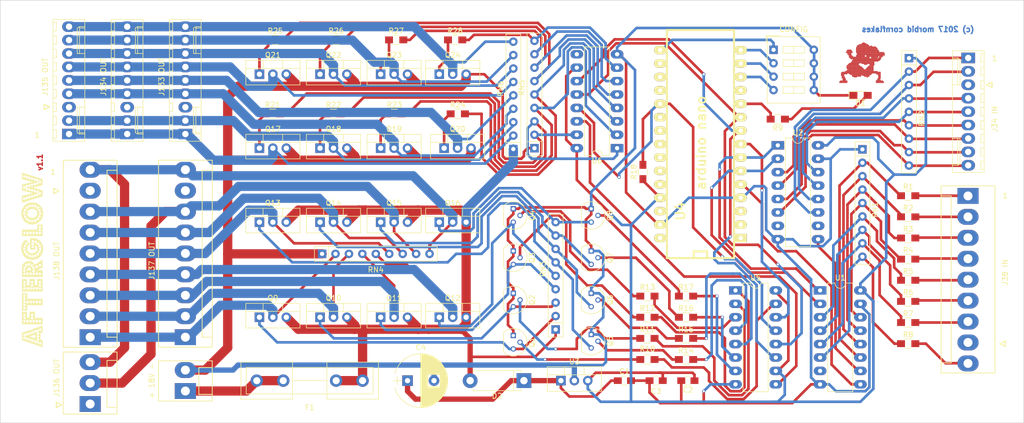
<source format=kicad_pcb>
(kicad_pcb (version 4) (host pcbnew 4.0.7)
  (title_block (title "afterglow 1.1") (company "morbid cornflakes"))
  (layers (0 F.Cu signal) (31 B.Cu signal) (34 B.Paste user hide) (35 F.Paste user hide) (36 B.SilkS user hide) (37 F.SilkS user) (38 B.Mask user) (39 F.Mask user) (44 Edge.Cuts user))
  (net 0 "")
  (net 1 /18V)
  (net 2 GND)
  (net 3 VCC)
  (net 4 "Net-(D1-Pad2)")
  (net 5 "Net-(F1-Pad2)")
  (net 6 "Net-(J1-Pad1)")
  (net 7 "Net-(J1-Pad2)")
  (net 8 "Net-(J1-Pad3)")
  (net 9 "Net-(J1-Pad4)")
  (net 10 "Net-(J1-Pad5)")
  (net 11 "Net-(J1-Pad6)")
  (net 12 "Net-(J1-Pad7)")
  (net 13 "Net-(J1-Pad8)")
  (net 14 "Net-(J1-Pad9)")
  (net 15 /RI1)
  (net 16 /RI2)
  (net 17 "Net-(J2-Pad3)")
  (net 18 /RI3)
  (net 19 /RI4)
  (net 20 /RI5)
  (net 21 /RI6)
  (net 22 /RI7)
  (net 23 /RI8)
  (net 24 /J137_CO1)
  (net 25 /J137_CO2)
  (net 26 /J137_CO3)
  (net 27 /J137_CO4)
  (net 28 /J137_CO5)
  (net 29 /J137_CO6)
  (net 30 /J137_CO7)
  (net 31 "Net-(J4-Pad8)")
  (net 32 /J137_CO8)
  (net 33 /J133_RO1)
  (net 34 /J133_RO2)
  (net 35 "Net-(J5-Pad3)")
  (net 36 /J133_RO3)
  (net 37 /J133_RO4)
  (net 38 /J133_RO5)
  (net 39 /J133_RO6)
  (net 40 /J133_RO7)
  (net 41 /J133_RO8)
  (net 42 "Net-(Q1-Pad2)")
  (net 43 /CPU1)
  (net 44 "Net-(Q2-Pad2)")
  (net 45 /CPU2)
  (net 46 "Net-(Q3-Pad2)")
  (net 47 /CPU3)
  (net 48 "Net-(Q4-Pad2)")
  (net 49 /CPU4)
  (net 50 "Net-(Q5-Pad2)")
  (net 51 /CPU5)
  (net 52 "Net-(Q6-Pad2)")
  (net 53 /CPU6)
  (net 54 "Net-(Q7-Pad2)")
  (net 55 /CPU7)
  (net 56 "Net-(Q8-Pad2)")
  (net 57 /CPU8)
  (net 58 /RO1)
  (net 59 /RO2)
  (net 60 /RO3)
  (net 61 /RO4)
  (net 62 /RO5)
  (net 63 /RO6)
  (net 64 /RO7)
  (net 65 /RO8)
  (net 66 /CI1)
  (net 67 /CI2)
  (net 68 /CI3)
  (net 69 /CI4)
  (net 70 /CI5)
  (net 71 /CI6)
  (net 72 /CI7)
  (net 73 /CI8)
  (net 74 /CO1)
  (net 75 /CO2)
  (net 76 /CO3)
  (net 77 /CO4)
  (net 78 /CO5)
  (net 79 /CO6)
  (net 80 /CO7)
  (net 81 /CO8)
  (net 82 "Net-(SW1-Pad1)")
  (net 83 "Net-(SW1-Pad2)")
  (net 84 "Net-(SW1-Pad3)")
  (net 85 "Net-(SW1-Pad4)")
  (net 86 /IN_LOAD)
  (net 87 /IN_DATA)
  (net 88 /IN_CLK)
  (net 89 "Net-(U1-Pad10)")
  (net 90 "Net-(U1-Pad7)")
  (net 91 "Net-(U2-Pad10)")
  (net 92 "Net-(U2-Pad7)")
  (net 93 "Net-(U4-Pad1)")
  (net 94 "Net-(U4-Pad2)")
  (net 95 "Net-(U4-Pad3)")
  (net 96 /OUT_DATA)
  (net 97 /OUT_CLK)
  (net 98 /OUT_LOAD)
  (net 99 "Net-(U4-Pad12)")
  (net 100 "Net-(U4-Pad17)")
  (net 101 "Net-(U4-Pad18)")
  (net 102 "Net-(U4-Pad23)")
  (net 103 "Net-(U4-Pad24)")
  (net 104 "Net-(U4-Pad25)")
  (net 105 "Net-(U4-Pad28)")
  (net 106 "Net-(U4-Pad30)")
  (net 107 "Net-(U5-Pad9)")
  (net 108 "Net-(U6-Pad9)")
  (net 109 "Net-(C1-Pad1)")
  (net 110 "Net-(J6-Pad3)")
  (net 111 "Net-(J7-Pad8)")
  (net 112 "Net-(J8-Pad3)")
  (net 113 "Net-(Q17-Pad1)")
  (net 114 "Net-(Q18-Pad1)")
  (net 115 "Net-(Q19-Pad1)")
  (net 116 "Net-(Q20-Pad1)")
  (net 117 "Net-(Q21-Pad1)")
  (net 118 "Net-(Q22-Pad1)")
  (net 119 "Net-(Q23-Pad1)")
  (net 120 "Net-(Q24-Pad1)")
  (net 121 "Net-(R18-Pad2)")
  (net 122 "Net-(U4-Pad26)")
  (net 123 "Net-(J9-Pad1)")
  (net 124 "Net-(R9-Pad2)")
  (net 125 "Net-(U4-Pad19)")
  (net 126 "Net-(U4-Pad21)")
  (net 127 "Net-(U4-Pad22)")
  (module TO_SOT_Packages_THT:TO-220_Vertical (layer F.Cu) (at 131 122)
    (fp_text reference U3 (at 2.54 -3.62) (layer F.SilkS))
    (fp_text value 5V_Regulator)
    (pad 1 thru_hole rect (at 0 0) (size 1.8 1.8) (drill 1) (layers *.Cu *.Mask) (net 109 "Net-(C1-Pad1)"))
    (pad 2 thru_hole oval (at 2.54 0) (size 1.8 1.8) (drill 1) (layers *.Cu *.Mask) (net 2 GND))
    (pad 3 thru_hole oval (at 5.08 0) (size 1.8 1.8) (drill 1) (layers *.Cu *.Mask) (net 3 VCC))
  )
  (module Resistors_SMD:R_0805_HandSoldering (layer F.Cu) (at 147.35 106)
    (fp_text reference R13 (at 0 -1.7) (layer F.SilkS))
    (fp_text value 10k)
    (pad 1 smd rect (at -1.35 0) (size 1.5 1.3) (layers F.Cu F.Paste F.Mask) (net 48 "Net-(Q4-Pad2)"))
    (pad 2 smd rect (at 1.35 0) (size 1.5 1.3) (layers F.Cu F.Paste F.Mask) (net 77 /CO4))
  )
  (module Resistors_THT:R_Array_SIP9 (layer F.Cu) (at 188 78.22 270)
    (fp_text reference RN1 (at 11.43 -2.4 270) (layer F.SilkS))
    (fp_text value 390)
    (pad 1 thru_hole rect (at 0 0 270) (size 1.6 1.6) (drill 0.8) (layers *.Cu *.Mask) (net 2 GND))
    (pad 2 thru_hole oval (at 2.54 0 270) (size 1.6 1.6) (drill 0.8) (layers *.Cu *.Mask) (net 66 /CI1))
    (pad 3 thru_hole oval (at 5.08 0 270) (size 1.6 1.6) (drill 0.8) (layers *.Cu *.Mask) (net 67 /CI2))
    (pad 4 thru_hole oval (at 7.62 0 270) (size 1.6 1.6) (drill 0.8) (layers *.Cu *.Mask) (net 68 /CI3))
    (pad 5 thru_hole oval (at 10.16 0 270) (size 1.6 1.6) (drill 0.8) (layers *.Cu *.Mask) (net 69 /CI4))
    (pad 6 thru_hole oval (at 12.7 0 270) (size 1.6 1.6) (drill 0.8) (layers *.Cu *.Mask) (net 70 /CI5))
    (pad 7 thru_hole oval (at 15.24 0 270) (size 1.6 1.6) (drill 0.8) (layers *.Cu *.Mask) (net 71 /CI6))
    (pad 8 thru_hole oval (at 17.78 0 270) (size 1.6 1.6) (drill 0.8) (layers *.Cu *.Mask) (net 72 /CI7))
    (pad 9 thru_hole oval (at 20.32 0 270) (size 1.6 1.6) (drill 0.8) (layers *.Cu *.Mask) (net 73 /CI8))
  )
  (module Housings_DIP:DIP-16_W7.62mm_LongPads (layer F.Cu) (at 180 104.92)
    (fp_text reference U1 (at 3.81 -2.39) (layer F.SilkS))
    (fp_text value 74LS165)
    (pad 1 thru_hole rect (at 0 0) (size 2.4 1.6) (drill 0.8) (layers *.Cu *.Mask) (net 86 /IN_LOAD))
    (pad 9 thru_hole oval (at 7.62 17.78) (size 2.4 1.6) (drill 0.8) (layers *.Cu *.Mask) (net 87 /IN_DATA))
    (pad 2 thru_hole oval (at 0 2.54) (size 2.4 1.6) (drill 0.8) (layers *.Cu *.Mask) (net 88 /IN_CLK))
    (pad 10 thru_hole oval (at 7.62 15.24) (size 2.4 1.6) (drill 0.8) (layers *.Cu *.Mask) (net 89 "Net-(U1-Pad10)"))
    (pad 3 thru_hole oval (at 0 5.08) (size 2.4 1.6) (drill 0.8) (layers *.Cu *.Mask) (net 70 /CI5))
    (pad 11 thru_hole oval (at 7.62 12.7) (size 2.4 1.6) (drill 0.8) (layers *.Cu *.Mask) (net 66 /CI1))
    (pad 4 thru_hole oval (at 0 7.62) (size 2.4 1.6) (drill 0.8) (layers *.Cu *.Mask) (net 71 /CI6))
    (pad 12 thru_hole oval (at 7.62 10.16) (size 2.4 1.6) (drill 0.8) (layers *.Cu *.Mask) (net 67 /CI2))
    (pad 5 thru_hole oval (at 0 10.16) (size 2.4 1.6) (drill 0.8) (layers *.Cu *.Mask) (net 72 /CI7))
    (pad 13 thru_hole oval (at 7.62 7.62) (size 2.4 1.6) (drill 0.8) (layers *.Cu *.Mask) (net 68 /CI3))
    (pad 6 thru_hole oval (at 0 12.7) (size 2.4 1.6) (drill 0.8) (layers *.Cu *.Mask) (net 73 /CI8))
    (pad 14 thru_hole oval (at 7.62 5.08) (size 2.4 1.6) (drill 0.8) (layers *.Cu *.Mask) (net 69 /CI4))
    (pad 7 thru_hole oval (at 0 15.24) (size 2.4 1.6) (drill 0.8) (layers *.Cu *.Mask) (net 90 "Net-(U1-Pad7)"))
    (pad 15 thru_hole oval (at 7.62 2.54) (size 2.4 1.6) (drill 0.8) (layers *.Cu *.Mask) (net 2 GND))
    (pad 8 thru_hole oval (at 0 17.78) (size 2.4 1.6) (drill 0.8) (layers *.Cu *.Mask) (net 2 GND))
    (pad 16 thru_hole oval (at 7.62 0) (size 2.4 1.6) (drill 0.8) (layers *.Cu *.Mask) (net 3 VCC))
  )
  (module TO_SOT_Packages_THT:TO-92_Molded_Narrow (layer F.Cu) (at 122 113.46 270)
    (fp_text reference Q1 (at 1.27 -3.56 270) (layer F.SilkS))
    (fp_text value 2N3904)
    (pad 2 thru_hole circle (at 1.27 -1.27) (size 1 1) (drill 0.6) (layers *.Cu *.Mask) (net 42 "Net-(Q1-Pad2)"))
    (pad 3 thru_hole circle (at 2.54 0) (size 1 1) (drill 0.6) (layers *.Cu *.Mask) (net 43 /CPU1))
    (pad 1 thru_hole rect (at 0 0) (size 1 1) (drill 0.6) (layers *.Cu *.Mask) (net 2 GND))
  )
  (module TO_SOT_Packages_THT:TO-92_Molded_Narrow (layer F.Cu) (at 122 97.46 270)
    (fp_text reference Q3 (at 1.27 -3.56 270) (layer F.SilkS))
    (fp_text value 2N3904)
    (pad 2 thru_hole circle (at 1.27 -1.27) (size 1 1) (drill 0.6) (layers *.Cu *.Mask) (net 46 "Net-(Q3-Pad2)"))
    (pad 3 thru_hole circle (at 2.54 0) (size 1 1) (drill 0.6) (layers *.Cu *.Mask) (net 47 /CPU3))
    (pad 1 thru_hole rect (at 0 0) (size 1 1) (drill 0.6) (layers *.Cu *.Mask) (net 2 GND))
  )
  (module Resistors_THT:R_Array_SIP9 (layer F.Cu) (at 130 112.32 90)
    (fp_text reference RN3 (at 11.43 -2.4 90) (layer F.SilkS))
    (fp_text value 2k)
    (pad 1 thru_hole rect (at 0 0 90) (size 1.6 1.6) (drill 0.8) (layers *.Cu *.Mask) (net 1 /18V))
    (pad 2 thru_hole oval (at 2.54 0 90) (size 1.6 1.6) (drill 0.8) (layers *.Cu *.Mask) (net 43 /CPU1))
    (pad 3 thru_hole oval (at 5.08 0 90) (size 1.6 1.6) (drill 0.8) (layers *.Cu *.Mask) (net 45 /CPU2))
    (pad 4 thru_hole oval (at 7.62 0 90) (size 1.6 1.6) (drill 0.8) (layers *.Cu *.Mask) (net 47 /CPU3))
    (pad 5 thru_hole oval (at 10.16 0 90) (size 1.6 1.6) (drill 0.8) (layers *.Cu *.Mask) (net 49 /CPU4))
    (pad 6 thru_hole oval (at 12.7 0 90) (size 1.6 1.6) (drill 0.8) (layers *.Cu *.Mask) (net 51 /CPU5))
    (pad 7 thru_hole oval (at 15.24 0 90) (size 1.6 1.6) (drill 0.8) (layers *.Cu *.Mask) (net 53 /CPU6))
    (pad 8 thru_hole oval (at 17.78 0 90) (size 1.6 1.6) (drill 0.8) (layers *.Cu *.Mask) (net 55 /CPU7))
    (pad 9 thru_hole oval (at 20.32 0 90) (size 1.6 1.6) (drill 0.8) (layers *.Cu *.Mask) (net 57 /CPU8))
  )
  (module TO_SOT_Packages_THT:TO-92_Molded_Narrow (layer F.Cu) (at 122 105.46 270)
    (fp_text reference Q2 (at 1.27 -3.56 270) (layer F.SilkS))
    (fp_text value 2N3904)
    (pad 2 thru_hole circle (at 1.27 -1.27) (size 1 1) (drill 0.6) (layers *.Cu *.Mask) (net 44 "Net-(Q2-Pad2)"))
    (pad 3 thru_hole circle (at 2.54 0) (size 1 1) (drill 0.6) (layers *.Cu *.Mask) (net 45 /CPU2))
    (pad 1 thru_hole rect (at 0 0) (size 1 1) (drill 0.6) (layers *.Cu *.Mask) (net 2 GND))
  )
  (module TO_SOT_Packages_THT:TO-220_Vertical (layer F.Cu) (at 74 110)
    (fp_text reference Q9 (at 2.54 -3.62) (layer F.SilkS))
    (fp_text value FQP27P06)
    (pad 1 thru_hole rect (at 0 0) (size 1.8 1.8) (drill 1) (layers *.Cu *.Mask) (net 43 /CPU1))
    (pad 2 thru_hole oval (at 2.54 0) (size 1.8 1.8) (drill 1) (layers *.Cu *.Mask) (net 24 /J137_CO1))
    (pad 3 thru_hole oval (at 5.08 0) (size 1.8 1.8) (drill 1) (layers *.Cu *.Mask) (net 1 /18V))
  )
  (module Resistors_THT:R_Array_SIP9 (layer F.Cu) (at 122 78.16 90)
    (fp_text reference RN6 (at 11.43 -2.4 90) (layer F.SilkS))
    (fp_text value 10k)
    (pad 1 thru_hole rect (at 0 0 90) (size 1.6 1.6) (drill 0.8) (layers *.Cu *.Mask) (net 1 /18V))
    (pad 2 thru_hole oval (at 2.54 0 90) (size 1.6 1.6) (drill 0.8) (layers *.Cu *.Mask) (net 33 /J133_RO1))
    (pad 3 thru_hole oval (at 5.08 0 90) (size 1.6 1.6) (drill 0.8) (layers *.Cu *.Mask) (net 34 /J133_RO2))
    (pad 4 thru_hole oval (at 7.62 0 90) (size 1.6 1.6) (drill 0.8) (layers *.Cu *.Mask) (net 36 /J133_RO3))
    (pad 5 thru_hole oval (at 10.16 0 90) (size 1.6 1.6) (drill 0.8) (layers *.Cu *.Mask) (net 37 /J133_RO4))
    (pad 6 thru_hole oval (at 12.7 0 90) (size 1.6 1.6) (drill 0.8) (layers *.Cu *.Mask) (net 38 /J133_RO5))
    (pad 7 thru_hole oval (at 15.24 0 90) (size 1.6 1.6) (drill 0.8) (layers *.Cu *.Mask) (net 39 /J133_RO6))
    (pad 8 thru_hole oval (at 17.78 0 90) (size 1.6 1.6) (drill 0.8) (layers *.Cu *.Mask) (net 40 /J133_RO7))
    (pad 9 thru_hole oval (at 20.32 0 90) (size 1.6 1.6) (drill 0.8) (layers *.Cu *.Mask) (net 41 /J133_RO8))
  )
  (module Fuse_Holders_and_Fuses:Fuseholder5x20_horiz_open_inline_Type-I (layer F.Cu) (at 93.5 122 180)
    (fp_text reference F1 (at 10 -5.08 180) (layer F.SilkS))
    (fp_text value "5A SB")
    (pad 2 thru_hole circle (at 15 0 180) (size 2.35 2.35) (drill 1.35) (layers *.Cu *.Mask) (net 5 "Net-(F1-Pad2)"))
    (pad 2 thru_hole circle (at 20 0 180) (size 2.35 2.35) (drill 1.35) (layers *.Cu *.Mask) (net 5 "Net-(F1-Pad2)"))
    (pad 1 thru_hole circle (at 5 0 180) (size 2.35 2.35) (drill 1.35) (layers *.Cu *.Mask) (net 1 /18V))
    (pad 1 thru_hole circle (at 0 0 180) (size 2.35 2.35) (drill 1.35) (layers *.Cu *.Mask) (net 1 /18V))
  )
  (module TO_SOT_Packages_THT:TO-92_Molded_Narrow (layer F.Cu) (at 122 89.46 270)
    (fp_text reference Q4 (at 1.27 -3.56 270) (layer F.SilkS))
    (fp_text value 2N3904)
    (pad 2 thru_hole circle (at 1.27 -1.27) (size 1 1) (drill 0.6) (layers *.Cu *.Mask) (net 48 "Net-(Q4-Pad2)"))
    (pad 3 thru_hole circle (at 2.54 0) (size 1 1) (drill 0.6) (layers *.Cu *.Mask) (net 49 /CPU4))
    (pad 1 thru_hole rect (at 0 0) (size 1 1) (drill 0.6) (layers *.Cu *.Mask) (net 2 GND))
  )
  (module TO_SOT_Packages_THT:TO-220_Vertical (layer F.Cu) (at 85.46 110)
    (fp_text reference Q10 (at 2.54 -3.62) (layer F.SilkS))
    (fp_text value FQP27P06)
    (pad 1 thru_hole rect (at 0 0) (size 1.8 1.8) (drill 1) (layers *.Cu *.Mask) (net 45 /CPU2))
    (pad 2 thru_hole oval (at 2.54 0) (size 1.8 1.8) (drill 1) (layers *.Cu *.Mask) (net 25 /J137_CO2))
    (pad 3 thru_hole oval (at 5.08 0) (size 1.8 1.8) (drill 1) (layers *.Cu *.Mask) (net 1 /18V))
  )
  (module TO_SOT_Packages_THT:TO-220_Vertical (layer F.Cu) (at 96.92 110)
    (fp_text reference Q11 (at 2.54 -3.62) (layer F.SilkS))
    (fp_text value FQP27P06)
    (pad 1 thru_hole rect (at 0 0) (size 1.8 1.8) (drill 1) (layers *.Cu *.Mask) (net 47 /CPU3))
    (pad 2 thru_hole oval (at 2.54 0) (size 1.8 1.8) (drill 1) (layers *.Cu *.Mask) (net 26 /J137_CO3))
    (pad 3 thru_hole oval (at 5.08 0) (size 1.8 1.8) (drill 1) (layers *.Cu *.Mask) (net 1 /18V))
  )
  (module TO_SOT_Packages_THT:TO-220_Vertical (layer F.Cu) (at 108 110)
    (fp_text reference Q12 (at 2.54 -3.62) (layer F.SilkS))
    (fp_text value FQP27P06)
    (pad 1 thru_hole rect (at 0 0) (size 1.8 1.8) (drill 1) (layers *.Cu *.Mask) (net 49 /CPU4))
    (pad 2 thru_hole oval (at 2.54 0) (size 1.8 1.8) (drill 1) (layers *.Cu *.Mask) (net 27 /J137_CO4))
    (pad 3 thru_hole oval (at 5.08 0) (size 1.8 1.8) (drill 1) (layers *.Cu *.Mask) (net 1 /18V))
  )
  (module TO_SOT_Packages_THT:TO-220_Vertical (layer F.Cu) (at 74 92)
    (fp_text reference Q13 (at 2.54 -3.62) (layer F.SilkS))
    (fp_text value FQP27P06)
    (pad 1 thru_hole rect (at 0 0) (size 1.8 1.8) (drill 1) (layers *.Cu *.Mask) (net 51 /CPU5))
    (pad 2 thru_hole oval (at 2.54 0) (size 1.8 1.8) (drill 1) (layers *.Cu *.Mask) (net 28 /J137_CO5))
    (pad 3 thru_hole oval (at 5.08 0) (size 1.8 1.8) (drill 1) (layers *.Cu *.Mask) (net 1 /18V))
  )
  (module TO_SOT_Packages_THT:TO-220_Vertical (layer F.Cu) (at 108 92)
    (fp_text reference Q16 (at 2.54 -3.62) (layer F.SilkS))
    (fp_text value FQP27P06)
    (pad 1 thru_hole rect (at 0 0) (size 1.8 1.8) (drill 1) (layers *.Cu *.Mask) (net 57 /CPU8))
    (pad 2 thru_hole oval (at 2.54 0) (size 1.8 1.8) (drill 1) (layers *.Cu *.Mask) (net 32 /J137_CO8))
    (pad 3 thru_hole oval (at 5.08 0) (size 1.8 1.8) (drill 1) (layers *.Cu *.Mask) (net 1 /18V))
  )
  (module TO_SOT_Packages_THT:TO-220_Vertical (layer F.Cu) (at 96.92 92)
    (fp_text reference Q15 (at 2.54 -3.62) (layer F.SilkS))
    (fp_text value FQP27P06)
    (pad 1 thru_hole rect (at 0 0) (size 1.8 1.8) (drill 1) (layers *.Cu *.Mask) (net 55 /CPU7))
    (pad 2 thru_hole oval (at 2.54 0) (size 1.8 1.8) (drill 1) (layers *.Cu *.Mask) (net 30 /J137_CO7))
    (pad 3 thru_hole oval (at 5.08 0) (size 1.8 1.8) (drill 1) (layers *.Cu *.Mask) (net 1 /18V))
  )
  (module TO_SOT_Packages_THT:TO-220_Vertical (layer F.Cu) (at 85.46 92)
    (fp_text reference Q14 (at 2.54 -3.62) (layer F.SilkS))
    (fp_text value FQP27P06)
    (pad 1 thru_hole rect (at 0 0) (size 1.8 1.8) (drill 1) (layers *.Cu *.Mask) (net 53 /CPU6))
    (pad 2 thru_hole oval (at 2.54 0) (size 1.8 1.8) (drill 1) (layers *.Cu *.Mask) (net 29 /J137_CO6))
    (pad 3 thru_hole oval (at 5.08 0) (size 1.8 1.8) (drill 1) (layers *.Cu *.Mask) (net 1 /18V))
  )
  (module Capacitors_SMD:C_0805_HandSoldering (layer F.Cu) (at 143 122)
    (fp_text reference C1 (at 0 -1.75) (layer F.SilkS))
    (fp_text value 0.33)
    (pad 1 smd rect (at -1.25 0) (size 1.5 1.25) (layers F.Cu F.Paste F.Mask) (net 109 "Net-(C1-Pad1)"))
    (pad 2 smd rect (at 1.25 0) (size 1.5 1.25) (layers F.Cu F.Paste F.Mask) (net 2 GND))
  )
  (module Capacitors_SMD:C_0805_HandSoldering (layer F.Cu) (at 155 122 180)
    (fp_text reference C2 (at 0 -1.75 180) (layer F.SilkS))
    (fp_text value 0.1)
    (pad 1 smd rect (at -1.25 0 180) (size 1.5 1.25) (layers F.Cu F.Paste F.Mask) (net 3 VCC))
    (pad 2 smd rect (at 1.25 0 180) (size 1.5 1.25) (layers F.Cu F.Paste F.Mask) (net 2 GND))
  )
  (module Capacitors_SMD:C_0805_HandSoldering (layer F.Cu) (at 149 122)
    (fp_text reference C3 (at 0 2) (layer F.SilkS))
    (fp_text value 0.33)
    (pad 1 smd rect (at -1.25 0) (size 1.5 1.25) (layers F.Cu F.Paste F.Mask) (net 2 GND))
    (pad 2 smd rect (at 1.25 0) (size 1.5 1.25) (layers F.Cu F.Paste F.Mask) (net 3 VCC))
  )
  (module LEDs:LED_0805_HandSoldering (layer F.Cu) (at 187.65 68)
    (fp_text reference D1 (at 0 1.5) (layer F.SilkS))
    (fp_text value LED)
    (pad 1 smd rect (at -1.35 0) (size 1.5 1.3) (layers F.Cu F.Paste F.Mask) (net 2 GND))
    (pad 2 smd rect (at 1.35 0) (size 1.5 1.3) (layers F.Cu F.Paste F.Mask) (net 4 "Net-(D1-Pad2)"))
  )
  (module TO_SOT_Packages_THT:TO-92_Molded_Narrow (layer F.Cu) (at 136.73 113.27 270)
    (fp_text reference Q5 (at 1.27 -3.56 270) (layer F.SilkS))
    (fp_text value 2N3904)
    (pad 2 thru_hole circle (at 1.27 -1.27) (size 1 1) (drill 0.6) (layers *.Cu *.Mask) (net 50 "Net-(Q5-Pad2)"))
    (pad 3 thru_hole circle (at 2.54 0) (size 1 1) (drill 0.6) (layers *.Cu *.Mask) (net 51 /CPU5))
    (pad 1 thru_hole rect (at 0 0) (size 1 1) (drill 0.6) (layers *.Cu *.Mask) (net 2 GND))
  )
  (module TO_SOT_Packages_THT:TO-92_Molded_Narrow (layer F.Cu) (at 136.73 105.46 270)
    (fp_text reference Q6 (at 1.27 -3.56 270) (layer F.SilkS))
    (fp_text value 2N3904)
    (pad 2 thru_hole circle (at 1.27 -1.27) (size 1 1) (drill 0.6) (layers *.Cu *.Mask) (net 52 "Net-(Q6-Pad2)"))
    (pad 3 thru_hole circle (at 2.54 0) (size 1 1) (drill 0.6) (layers *.Cu *.Mask) (net 53 /CPU6))
    (pad 1 thru_hole rect (at 0 0) (size 1 1) (drill 0.6) (layers *.Cu *.Mask) (net 2 GND))
  )
  (module TO_SOT_Packages_THT:TO-92_Molded_Narrow (layer F.Cu) (at 136.73 97.46 270)
    (fp_text reference Q7 (at 1.27 -3.56 270) (layer F.SilkS))
    (fp_text value 2N3904)
    (pad 2 thru_hole circle (at 1.27 -1.27) (size 1 1) (drill 0.6) (layers *.Cu *.Mask) (net 54 "Net-(Q7-Pad2)"))
    (pad 3 thru_hole circle (at 2.54 0) (size 1 1) (drill 0.6) (layers *.Cu *.Mask) (net 55 /CPU7))
    (pad 1 thru_hole rect (at 0 0) (size 1 1) (drill 0.6) (layers *.Cu *.Mask) (net 2 GND))
  )
  (module TO_SOT_Packages_THT:TO-92_Molded_Narrow (layer F.Cu) (at 136.73 89.46 270)
    (fp_text reference Q8 (at 1.27 -3.56 270) (layer F.SilkS))
    (fp_text value 2N3904)
    (pad 2 thru_hole circle (at 1.27 -1.27) (size 1 1) (drill 0.6) (layers *.Cu *.Mask) (net 56 "Net-(Q8-Pad2)"))
    (pad 3 thru_hole circle (at 2.54 0) (size 1 1) (drill 0.6) (layers *.Cu *.Mask) (net 57 /CPU8))
    (pad 1 thru_hole rect (at 0 0) (size 1 1) (drill 0.6) (layers *.Cu *.Mask) (net 2 GND))
  )
  (module TO_SOT_Packages_THT:TO-220_Vertical (layer F.Cu) (at 74 78)
    (fp_text reference Q17 (at 2.54 -3.62) (layer F.SilkS))
    (fp_text value FQP30N06L)
    (pad 1 thru_hole rect (at 0 0) (size 1.8 1.8) (drill 1) (layers *.Cu *.Mask) (net 113 "Net-(Q17-Pad1)"))
    (pad 2 thru_hole oval (at 2.54 0) (size 1.8 1.8) (drill 1) (layers *.Cu *.Mask) (net 33 /J133_RO1))
    (pad 3 thru_hole oval (at 5.08 0) (size 1.8 1.8) (drill 1) (layers *.Cu *.Mask) (net 2 GND))
  )
  (module TO_SOT_Packages_THT:TO-220_Vertical (layer F.Cu) (at 85.46 78)
    (fp_text reference Q18 (at 2.54 -3.62) (layer F.SilkS))
    (fp_text value FQP30N06L)
    (pad 1 thru_hole rect (at 0 0) (size 1.8 1.8) (drill 1) (layers *.Cu *.Mask) (net 114 "Net-(Q18-Pad1)"))
    (pad 2 thru_hole oval (at 2.54 0) (size 1.8 1.8) (drill 1) (layers *.Cu *.Mask) (net 34 /J133_RO2))
    (pad 3 thru_hole oval (at 5.08 0) (size 1.8 1.8) (drill 1) (layers *.Cu *.Mask) (net 2 GND))
  )
  (module TO_SOT_Packages_THT:TO-220_Vertical (layer F.Cu) (at 96.92 78)
    (fp_text reference Q19 (at 2.54 -3.62) (layer F.SilkS))
    (fp_text value FQP30N06L)
    (pad 1 thru_hole rect (at 0 0) (size 1.8 1.8) (drill 1) (layers *.Cu *.Mask) (net 115 "Net-(Q19-Pad1)"))
    (pad 2 thru_hole oval (at 2.54 0) (size 1.8 1.8) (drill 1) (layers *.Cu *.Mask) (net 36 /J133_RO3))
    (pad 3 thru_hole oval (at 5.08 0) (size 1.8 1.8) (drill 1) (layers *.Cu *.Mask) (net 2 GND))
  )
  (module TO_SOT_Packages_THT:TO-220_Vertical (layer F.Cu) (at 108.92 78)
    (fp_text reference Q20 (at 2.54 -3.62) (layer F.SilkS))
    (fp_text value FQP30N06L)
    (pad 1 thru_hole rect (at 0 0) (size 1.8 1.8) (drill 1) (layers *.Cu *.Mask) (net 116 "Net-(Q20-Pad1)"))
    (pad 2 thru_hole oval (at 2.54 0) (size 1.8 1.8) (drill 1) (layers *.Cu *.Mask) (net 37 /J133_RO4))
    (pad 3 thru_hole oval (at 5.08 0) (size 1.8 1.8) (drill 1) (layers *.Cu *.Mask) (net 2 GND))
  )
  (module TO_SOT_Packages_THT:TO-220_Vertical (layer F.Cu) (at 74 64)
    (fp_text reference Q21 (at 2.54 -3.62) (layer F.SilkS))
    (fp_text value FQP30N06L)
    (pad 1 thru_hole rect (at 0 0) (size 1.8 1.8) (drill 1) (layers *.Cu *.Mask) (net 117 "Net-(Q21-Pad1)"))
    (pad 2 thru_hole oval (at 2.54 0) (size 1.8 1.8) (drill 1) (layers *.Cu *.Mask) (net 38 /J133_RO5))
    (pad 3 thru_hole oval (at 5.08 0) (size 1.8 1.8) (drill 1) (layers *.Cu *.Mask) (net 2 GND))
  )
  (module TO_SOT_Packages_THT:TO-220_Vertical (layer F.Cu) (at 85.46 64)
    (fp_text reference Q22 (at 2.54 -3.62) (layer F.SilkS))
    (fp_text value FQP30N06L)
    (pad 1 thru_hole rect (at 0 0) (size 1.8 1.8) (drill 1) (layers *.Cu *.Mask) (net 118 "Net-(Q22-Pad1)"))
    (pad 2 thru_hole oval (at 2.54 0) (size 1.8 1.8) (drill 1) (layers *.Cu *.Mask) (net 39 /J133_RO6))
    (pad 3 thru_hole oval (at 5.08 0) (size 1.8 1.8) (drill 1) (layers *.Cu *.Mask) (net 2 GND))
  )
  (module TO_SOT_Packages_THT:TO-220_Vertical (layer F.Cu) (at 96.92 64)
    (fp_text reference Q23 (at 2.54 -3.62) (layer F.SilkS))
    (fp_text value FQP30N06L)
    (pad 1 thru_hole rect (at 0 0) (size 1.8 1.8) (drill 1) (layers *.Cu *.Mask) (net 119 "Net-(Q23-Pad1)"))
    (pad 2 thru_hole oval (at 2.54 0) (size 1.8 1.8) (drill 1) (layers *.Cu *.Mask) (net 40 /J133_RO7))
    (pad 3 thru_hole oval (at 5.08 0) (size 1.8 1.8) (drill 1) (layers *.Cu *.Mask) (net 2 GND))
  )
  (module TO_SOT_Packages_THT:TO-220_Vertical (layer F.Cu) (at 108 64)
    (fp_text reference Q24 (at 2.54 -3.62) (layer F.SilkS))
    (fp_text value FQP30N06L)
    (pad 1 thru_hole rect (at 0 0) (size 1.8 1.8) (drill 1) (layers *.Cu *.Mask) (net 120 "Net-(Q24-Pad1)"))
    (pad 2 thru_hole oval (at 2.54 0) (size 1.8 1.8) (drill 1) (layers *.Cu *.Mask) (net 41 /J133_RO8))
    (pad 3 thru_hole oval (at 5.08 0) (size 1.8 1.8) (drill 1) (layers *.Cu *.Mask) (net 2 GND))
  )
  (module Resistors_SMD:R_0805_HandSoldering (layer F.Cu) (at 196.65 87)
    (fp_text reference R1 (at 0 -1.7) (layer F.SilkS))
    (fp_text value 1k)
    (pad 1 smd rect (at -1.35 0) (size 1.5 1.3) (layers F.Cu F.Paste F.Mask) (net 66 /CI1))
    (pad 2 smd rect (at 1.35 0) (size 1.5 1.3) (layers F.Cu F.Paste F.Mask) (net 6 "Net-(J1-Pad1)"))
  )
  (module Resistors_SMD:R_0805_HandSoldering (layer F.Cu) (at 196.65 91)
    (fp_text reference R2 (at 0 -1.7) (layer F.SilkS))
    (fp_text value 1k)
    (pad 1 smd rect (at -1.35 0) (size 1.5 1.3) (layers F.Cu F.Paste F.Mask) (net 67 /CI2))
    (pad 2 smd rect (at 1.35 0) (size 1.5 1.3) (layers F.Cu F.Paste F.Mask) (net 7 "Net-(J1-Pad2)"))
  )
  (module Resistors_SMD:R_0805_HandSoldering (layer F.Cu) (at 196.65 95)
    (fp_text reference R3 (at 0 -1.7) (layer F.SilkS))
    (fp_text value 1k)
    (pad 1 smd rect (at -1.35 0) (size 1.5 1.3) (layers F.Cu F.Paste F.Mask) (net 68 /CI3))
    (pad 2 smd rect (at 1.35 0) (size 1.5 1.3) (layers F.Cu F.Paste F.Mask) (net 8 "Net-(J1-Pad3)"))
  )
  (module Resistors_SMD:R_0805_HandSoldering (layer F.Cu) (at 196.65 99)
    (fp_text reference R4 (at 0 -1.7) (layer F.SilkS))
    (fp_text value 1k)
    (pad 1 smd rect (at -1.35 0) (size 1.5 1.3) (layers F.Cu F.Paste F.Mask) (net 69 /CI4))
    (pad 2 smd rect (at 1.35 0) (size 1.5 1.3) (layers F.Cu F.Paste F.Mask) (net 9 "Net-(J1-Pad4)"))
  )
  (module Resistors_SMD:R_0805_HandSoldering (layer F.Cu) (at 196.65 103)
    (fp_text reference R5 (at 0 -1.7) (layer F.SilkS))
    (fp_text value 1k)
    (pad 1 smd rect (at -1.35 0) (size 1.5 1.3) (layers F.Cu F.Paste F.Mask) (net 70 /CI5))
    (pad 2 smd rect (at 1.35 0) (size 1.5 1.3) (layers F.Cu F.Paste F.Mask) (net 10 "Net-(J1-Pad5)"))
  )
  (module Resistors_SMD:R_0805_HandSoldering (layer F.Cu) (at 196.65 107)
    (fp_text reference R6 (at 0 -1.7) (layer F.SilkS))
    (fp_text value 1k)
    (pad 1 smd rect (at -1.35 0) (size 1.5 1.3) (layers F.Cu F.Paste F.Mask) (net 71 /CI6))
    (pad 2 smd rect (at 1.35 0) (size 1.5 1.3) (layers F.Cu F.Paste F.Mask) (net 11 "Net-(J1-Pad6)"))
  )
  (module Resistors_SMD:R_0805_HandSoldering (layer F.Cu) (at 196.65 111)
    (fp_text reference R7 (at 0 -1.7) (layer F.SilkS))
    (fp_text value 1k)
    (pad 1 smd rect (at -1.35 0) (size 1.5 1.3) (layers F.Cu F.Paste F.Mask) (net 72 /CI7))
    (pad 2 smd rect (at 1.35 0) (size 1.5 1.3) (layers F.Cu F.Paste F.Mask) (net 12 "Net-(J1-Pad7)"))
  )
  (module Resistors_SMD:R_0805_HandSoldering (layer F.Cu) (at 196.65 115)
    (fp_text reference R8 (at 0 -1.7) (layer F.SilkS))
    (fp_text value 1k)
    (pad 1 smd rect (at -1.35 0) (size 1.5 1.3) (layers F.Cu F.Paste F.Mask) (net 73 /CI8))
    (pad 2 smd rect (at 1.35 0) (size 1.5 1.3) (layers F.Cu F.Paste F.Mask) (net 14 "Net-(J1-Pad9)"))
  )
  (module Resistors_SMD:R_0805_HandSoldering (layer F.Cu) (at 172 72.5 180)
    (fp_text reference R9 (at 0 -1.7 180) (layer F.SilkS))
    (fp_text value 220)
    (pad 1 smd rect (at -1.35 0 180) (size 1.5 1.3) (layers F.Cu F.Paste F.Mask) (net 4 "Net-(D1-Pad2)"))
    (pad 2 smd rect (at 1.35 0 180) (size 1.5 1.3) (layers F.Cu F.Paste F.Mask) (net 124 "Net-(R9-Pad2)"))
  )
  (module Resistors_SMD:R_0805_HandSoldering (layer F.Cu) (at 147.35 118)
    (fp_text reference R10 (at 0 -2) (layer F.SilkS))
    (fp_text value 10k)
    (pad 1 smd rect (at -1.35 0) (size 1.5 1.3) (layers F.Cu F.Paste F.Mask) (net 42 "Net-(Q1-Pad2)"))
    (pad 2 smd rect (at 1.35 0) (size 1.5 1.3) (layers F.Cu F.Paste F.Mask) (net 74 /CO1))
  )
  (module Resistors_SMD:R_0805_HandSoldering (layer F.Cu) (at 147.35 114)
    (fp_text reference R11 (at 0 -1.7) (layer F.SilkS))
    (fp_text value 10k)
    (pad 1 smd rect (at -1.35 0) (size 1.5 1.3) (layers F.Cu F.Paste F.Mask) (net 44 "Net-(Q2-Pad2)"))
    (pad 2 smd rect (at 1.35 0) (size 1.5 1.3) (layers F.Cu F.Paste F.Mask) (net 75 /CO2))
  )
  (module Resistors_SMD:R_0805_HandSoldering (layer F.Cu) (at 147.35 110)
    (fp_text reference R12 (at 0 -1.7) (layer F.SilkS))
    (fp_text value 10k)
    (pad 1 smd rect (at -1.35 0) (size 1.5 1.3) (layers F.Cu F.Paste F.Mask) (net 46 "Net-(Q3-Pad2)"))
    (pad 2 smd rect (at 1.35 0) (size 1.5 1.3) (layers F.Cu F.Paste F.Mask) (net 76 /CO3))
  )
  (module Resistors_SMD:R_0805_HandSoldering (layer F.Cu) (at 154.65 118)
    (fp_text reference R14 (at 0 -1.7) (layer F.SilkS))
    (fp_text value 10k)
    (pad 1 smd rect (at -1.35 0) (size 1.5 1.3) (layers F.Cu F.Paste F.Mask) (net 50 "Net-(Q5-Pad2)"))
    (pad 2 smd rect (at 1.35 0) (size 1.5 1.3) (layers F.Cu F.Paste F.Mask) (net 78 /CO5))
  )
  (module Resistors_SMD:R_0805_HandSoldering (layer F.Cu) (at 154.65 114)
    (fp_text reference R15 (at 0 -1.7) (layer F.SilkS))
    (fp_text value 10k)
    (pad 1 smd rect (at -1.35 0) (size 1.5 1.3) (layers F.Cu F.Paste F.Mask) (net 52 "Net-(Q6-Pad2)"))
    (pad 2 smd rect (at 1.35 0) (size 1.5 1.3) (layers F.Cu F.Paste F.Mask) (net 79 /CO6))
  )
  (module Resistors_SMD:R_0805_HandSoldering (layer F.Cu) (at 154.65 110)
    (fp_text reference R16 (at 0 -1.7) (layer F.SilkS))
    (fp_text value 10k)
    (pad 1 smd rect (at -1.35 0) (size 1.5 1.3) (layers F.Cu F.Paste F.Mask) (net 54 "Net-(Q7-Pad2)"))
    (pad 2 smd rect (at 1.35 0) (size 1.5 1.3) (layers F.Cu F.Paste F.Mask) (net 80 /CO7))
  )
  (module Resistors_SMD:R_0805_HandSoldering (layer F.Cu) (at 154.65 106)
    (fp_text reference R17 (at 0 -1.7) (layer F.SilkS))
    (fp_text value 10k)
    (pad 1 smd rect (at -1.35 0) (size 1.5 1.3) (layers F.Cu F.Paste F.Mask) (net 56 "Net-(Q8-Pad2)"))
    (pad 2 smd rect (at 1.35 0) (size 1.5 1.3) (layers F.Cu F.Paste F.Mask) (net 81 /CO8))
  )
  (module Resistors_THT:R_Array_SIP9 (layer F.Cu) (at 196.8 60.96 270)
    (fp_text reference RN2 (at 11.43 -2.4 270) (layer F.SilkS))
    (fp_text value 10k)
    (pad 1 thru_hole rect (at 0 0 270) (size 1.6 1.6) (drill 0.8) (layers *.Cu *.Mask) (net 3 VCC))
    (pad 2 thru_hole oval (at 2.54 0 270) (size 1.6 1.6) (drill 0.8) (layers *.Cu *.Mask) (net 15 /RI1))
    (pad 3 thru_hole oval (at 5.08 0 270) (size 1.6 1.6) (drill 0.8) (layers *.Cu *.Mask) (net 16 /RI2))
    (pad 4 thru_hole oval (at 7.62 0 270) (size 1.6 1.6) (drill 0.8) (layers *.Cu *.Mask) (net 18 /RI3))
    (pad 5 thru_hole oval (at 10.16 0 270) (size 1.6 1.6) (drill 0.8) (layers *.Cu *.Mask) (net 19 /RI4))
    (pad 6 thru_hole oval (at 12.7 0 270) (size 1.6 1.6) (drill 0.8) (layers *.Cu *.Mask) (net 20 /RI5))
    (pad 7 thru_hole oval (at 15.24 0 270) (size 1.6 1.6) (drill 0.8) (layers *.Cu *.Mask) (net 21 /RI6))
    (pad 8 thru_hole oval (at 17.78 0 270) (size 1.6 1.6) (drill 0.8) (layers *.Cu *.Mask) (net 22 /RI7))
    (pad 9 thru_hole oval (at 20.32 0 270) (size 1.6 1.6) (drill 0.8) (layers *.Cu *.Mask) (net 23 /RI8))
  )
  (module Resistors_THT:R_Array_SIP9 (layer F.Cu) (at 85.84 98)
    (fp_text reference RN4 (at 10.16 3) (layer F.SilkS))
    (fp_text value 10k)
    (pad 1 thru_hole rect (at 0 0) (size 1.6 1.6) (drill 0.8) (layers *.Cu *.Mask) (net 2 GND))
    (pad 2 thru_hole oval (at 2.54 0) (size 1.6 1.6) (drill 0.8) (layers *.Cu *.Mask) (net 24 /J137_CO1))
    (pad 3 thru_hole oval (at 5.08 0) (size 1.6 1.6) (drill 0.8) (layers *.Cu *.Mask) (net 25 /J137_CO2))
    (pad 4 thru_hole oval (at 7.62 0) (size 1.6 1.6) (drill 0.8) (layers *.Cu *.Mask) (net 26 /J137_CO3))
    (pad 5 thru_hole oval (at 10.16 0) (size 1.6 1.6) (drill 0.8) (layers *.Cu *.Mask) (net 27 /J137_CO4))
    (pad 6 thru_hole oval (at 12.7 0) (size 1.6 1.6) (drill 0.8) (layers *.Cu *.Mask) (net 28 /J137_CO5))
    (pad 7 thru_hole oval (at 15.24 0) (size 1.6 1.6) (drill 0.8) (layers *.Cu *.Mask) (net 29 /J137_CO6))
    (pad 8 thru_hole oval (at 17.78 0) (size 1.6 1.6) (drill 0.8) (layers *.Cu *.Mask) (net 30 /J137_CO7))
    (pad 9 thru_hole oval (at 20.32 0) (size 1.6 1.6) (drill 0.8) (layers *.Cu *.Mask) (net 32 /J137_CO8))
  )
  (module Resistors_THT:R_Array_SIP9 (layer F.Cu) (at 126 78 90)
    (fp_text reference RN5 (at 11.43 -2.4 90) (layer F.SilkS))
    (fp_text value 10k)
    (pad 1 thru_hole rect (at 0 0 90) (size 1.6 1.6) (drill 0.8) (layers *.Cu *.Mask) (net 2 GND))
    (pad 2 thru_hole oval (at 2.54 0 90) (size 1.6 1.6) (drill 0.8) (layers *.Cu *.Mask) (net 58 /RO1))
    (pad 3 thru_hole oval (at 5.08 0 90) (size 1.6 1.6) (drill 0.8) (layers *.Cu *.Mask) (net 59 /RO2))
    (pad 4 thru_hole oval (at 7.62 0 90) (size 1.6 1.6) (drill 0.8) (layers *.Cu *.Mask) (net 60 /RO3))
    (pad 5 thru_hole oval (at 10.16 0 90) (size 1.6 1.6) (drill 0.8) (layers *.Cu *.Mask) (net 61 /RO4))
    (pad 6 thru_hole oval (at 12.7 0 90) (size 1.6 1.6) (drill 0.8) (layers *.Cu *.Mask) (net 62 /RO5))
    (pad 7 thru_hole oval (at 15.24 0 90) (size 1.6 1.6) (drill 0.8) (layers *.Cu *.Mask) (net 63 /RO6))
    (pad 8 thru_hole oval (at 17.78 0 90) (size 1.6 1.6) (drill 0.8) (layers *.Cu *.Mask) (net 64 /RO7))
    (pad 9 thru_hole oval (at 20.32 0 90) (size 1.6 1.6) (drill 0.8) (layers *.Cu *.Mask) (net 65 /RO8))
  )
  (module Housings_DIP:DIP-16_W7.62mm_LongPads (layer F.Cu) (at 172 77.46)
    (fp_text reference U2 (at 3.81 -2.39) (layer F.SilkS))
    (fp_text value 74LS165)
    (pad 1 thru_hole rect (at 0 0) (size 2.4 1.6) (drill 0.8) (layers *.Cu *.Mask) (net 86 /IN_LOAD))
    (pad 9 thru_hole oval (at 7.62 17.78) (size 2.4 1.6) (drill 0.8) (layers *.Cu *.Mask) (net 89 "Net-(U1-Pad10)"))
    (pad 2 thru_hole oval (at 0 2.54) (size 2.4 1.6) (drill 0.8) (layers *.Cu *.Mask) (net 88 /IN_CLK))
    (pad 10 thru_hole oval (at 7.62 15.24) (size 2.4 1.6) (drill 0.8) (layers *.Cu *.Mask) (net 91 "Net-(U2-Pad10)"))
    (pad 3 thru_hole oval (at 0 5.08) (size 2.4 1.6) (drill 0.8) (layers *.Cu *.Mask) (net 20 /RI5))
    (pad 11 thru_hole oval (at 7.62 12.7) (size 2.4 1.6) (drill 0.8) (layers *.Cu *.Mask) (net 15 /RI1))
    (pad 4 thru_hole oval (at 0 7.62) (size 2.4 1.6) (drill 0.8) (layers *.Cu *.Mask) (net 21 /RI6))
    (pad 12 thru_hole oval (at 7.62 10.16) (size 2.4 1.6) (drill 0.8) (layers *.Cu *.Mask) (net 16 /RI2))
    (pad 5 thru_hole oval (at 0 10.16) (size 2.4 1.6) (drill 0.8) (layers *.Cu *.Mask) (net 22 /RI7))
    (pad 13 thru_hole oval (at 7.62 7.62) (size 2.4 1.6) (drill 0.8) (layers *.Cu *.Mask) (net 18 /RI3))
    (pad 6 thru_hole oval (at 0 12.7) (size 2.4 1.6) (drill 0.8) (layers *.Cu *.Mask) (net 23 /RI8))
    (pad 14 thru_hole oval (at 7.62 5.08) (size 2.4 1.6) (drill 0.8) (layers *.Cu *.Mask) (net 19 /RI4))
    (pad 7 thru_hole oval (at 0 15.24) (size 2.4 1.6) (drill 0.8) (layers *.Cu *.Mask) (net 92 "Net-(U2-Pad7)"))
    (pad 15 thru_hole oval (at 7.62 2.54) (size 2.4 1.6) (drill 0.8) (layers *.Cu *.Mask) (net 2 GND))
    (pad 8 thru_hole oval (at 0 17.78) (size 2.4 1.6) (drill 0.8) (layers *.Cu *.Mask) (net 2 GND))
    (pad 16 thru_hole oval (at 7.62 0) (size 2.4 1.6) (drill 0.8) (layers *.Cu *.Mask) (net 3 VCC))
  )
  (module arduino_nano:arduino_mini (layer F.Cu) (at 157.38 75.95 90)
    (fp_text reference U4 (at -13.97 -3.81 90) (layer F.SilkS) (effects (font (size 1.778 1.778) (thickness 0.3048))))
    (fp_text value "arduino nano" (at -1.05 0.12 90) (layer F.SilkS) (effects (font (size 1.778 1.778) (thickness 0.3048))))
    (pad 1 thru_hole rect (at -19.05 7.62 90) (size 1.5748 2.286) (drill 0.8128) (layers *.Cu *.Mask F.SilkS) (net 93 "Net-(U4-Pad1)"))
    (pad 2 thru_hole oval (at -16.51 7.62 90) (size 1.5748 2.286) (drill 0.8128) (layers *.Cu *.Mask F.SilkS) (net 94 "Net-(U4-Pad2)"))
    (pad 3 thru_hole oval (at -13.97 7.62 90) (size 1.5748 2.286) (drill 0.8128) (layers *.Cu *.Mask F.SilkS) (net 95 "Net-(U4-Pad3)"))
    (pad 4 thru_hole oval (at -11.43 7.62 90) (size 1.5748 2.286) (drill 0.8128) (layers *.Cu *.Mask F.SilkS) (net 2 GND))
    (pad 5 thru_hole oval (at -8.89 7.62 90) (size 1.5748 2.286) (drill 0.8128) (layers *.Cu *.Mask F.SilkS) (net 87 /IN_DATA))
    (pad 6 thru_hole oval (at -6.35 7.62 90) (size 1.5748 2.286) (drill 0.8128) (layers *.Cu *.Mask F.SilkS) (net 88 /IN_CLK))
    (pad 7 thru_hole oval (at -3.81 7.62 90) (size 1.5748 2.286) (drill 0.8128) (layers *.Cu *.Mask F.SilkS) (net 86 /IN_LOAD))
    (pad 8 thru_hole oval (at -1.27 7.62 90) (size 1.5748 2.286) (drill 0.8128) (layers *.Cu *.Mask F.SilkS) (net 96 /OUT_DATA))
    (pad 9 thru_hole oval (at 1.27 7.62 90) (size 1.5748 2.286) (drill 0.8128) (layers *.Cu *.Mask F.SilkS) (net 97 /OUT_CLK))
    (pad 10 thru_hole oval (at 3.81 7.62 90) (size 1.5748 2.286) (drill 0.8128) (layers *.Cu *.Mask F.SilkS) (net 98 /OUT_LOAD))
    (pad 11 thru_hole oval (at 6.35 7.62 90) (size 1.5748 2.286) (drill 0.8128) (layers *.Cu *.Mask F.SilkS) (net 124 "Net-(R9-Pad2)"))
    (pad 12 thru_hole oval (at 8.89 7.62 90) (size 1.5748 2.286) (drill 0.8128) (layers *.Cu *.Mask F.SilkS) (net 99 "Net-(U4-Pad12)"))
    (pad 13 thru_hole oval (at 11.43 7.62 90) (size 1.5748 2.286) (drill 0.8128) (layers *.Cu *.Mask F.SilkS) (net 85 "Net-(SW1-Pad4)"))
    (pad 14 thru_hole oval (at 13.97 7.62 90) (size 1.5748 2.286) (drill 0.8128) (layers *.Cu *.Mask F.SilkS) (net 84 "Net-(SW1-Pad3)"))
    (pad 15 thru_hole oval (at 16.51 7.62 90) (size 1.5748 2.286) (drill 0.8128) (layers *.Cu *.Mask F.SilkS) (net 83 "Net-(SW1-Pad2)"))
    (pad 16 thru_hole oval (at 16.51 -7.62 90) (size 1.5748 2.286) (drill 0.8128) (layers *.Cu *.Mask F.SilkS) (net 82 "Net-(SW1-Pad1)"))
    (pad 17 thru_hole oval (at 13.97 -7.62 90) (size 1.5748 2.286) (drill 0.8128) (layers *.Cu *.Mask F.SilkS) (net 100 "Net-(U4-Pad17)"))
    (pad 18 thru_hole oval (at 11.43 -7.62 90) (size 1.5748 2.286) (drill 0.8128) (layers *.Cu *.Mask F.SilkS) (net 101 "Net-(U4-Pad18)"))
    (pad 19 thru_hole oval (at 8.89 -7.62 90) (size 1.5748 2.286) (drill 0.8128) (layers *.Cu *.Mask F.SilkS) (net 125 "Net-(U4-Pad19)"))
    (pad 20 thru_hole oval (at 6.35 -7.62 90) (size 1.5748 2.286) (drill 0.8128) (layers *.Cu *.Mask F.SilkS) (net 121 "Net-(R18-Pad2)"))
    (pad 21 thru_hole oval (at 3.81 -7.62 90) (size 1.5748 2.286) (drill 0.8128) (layers *.Cu *.Mask F.SilkS) (net 126 "Net-(U4-Pad21)"))
    (pad 22 thru_hole oval (at 1.27 -7.62 90) (size 1.5748 2.286) (drill 0.8128) (layers *.Cu *.Mask F.SilkS) (net 127 "Net-(U4-Pad22)"))
    (pad 23 thru_hole oval (at -1.27 -7.62 90) (size 1.5748 2.286) (drill 0.8128) (layers *.Cu *.Mask F.SilkS) (net 102 "Net-(U4-Pad23)"))
    (pad 24 thru_hole oval (at -3.81 -7.62 90) (size 1.5748 2.286) (drill 0.8128) (layers *.Cu *.Mask F.SilkS) (net 103 "Net-(U4-Pad24)"))
    (pad 25 thru_hole oval (at -6.35 -7.62 90) (size 1.5748 2.286) (drill 0.8128) (layers *.Cu *.Mask F.SilkS) (net 104 "Net-(U4-Pad25)"))
    (pad 26 thru_hole oval (at -8.89 -7.62 90) (size 1.5748 2.286) (drill 0.8128) (layers *.Cu *.Mask F.SilkS) (net 122 "Net-(U4-Pad26)"))
    (pad 27 thru_hole oval (at -11.43 -7.62 90) (size 1.5748 2.286) (drill 0.8128) (layers *.Cu *.Mask F.SilkS) (net 3 VCC))
    (pad 28 thru_hole oval (at -13.97 -7.62 90) (size 1.5748 2.286) (drill 0.8128) (layers *.Cu *.Mask F.SilkS) (net 105 "Net-(U4-Pad28)"))
    (pad 29 thru_hole oval (at -16.51 -7.62 90) (size 1.5748 2.286) (drill 0.8128) (layers *.Cu *.Mask F.SilkS) (net 2 GND))
    (pad 30 thru_hole oval (at -19.05 -7.62 90) (size 1.5748 2.286) (drill 0.8128) (layers *.Cu *.Mask F.SilkS) (net 106 "Net-(U4-Pad30)"))
  )
  (module Housings_DIP:DIP-16_W7.62mm_LongPads (layer F.Cu) (at 164 104.92)
    (fp_text reference U5 (at 3.81 -2.39) (layer F.SilkS))
    (fp_text value 74HC595)
    (pad 1 thru_hole rect (at 0 0) (size 2.4 1.6) (drill 0.8) (layers *.Cu *.Mask) (net 75 /CO2))
    (pad 9 thru_hole oval (at 7.62 17.78) (size 2.4 1.6) (drill 0.8) (layers *.Cu *.Mask) (net 107 "Net-(U5-Pad9)"))
    (pad 2 thru_hole oval (at 0 2.54) (size 2.4 1.6) (drill 0.8) (layers *.Cu *.Mask) (net 76 /CO3))
    (pad 10 thru_hole oval (at 7.62 15.24) (size 2.4 1.6) (drill 0.8) (layers *.Cu *.Mask) (net 3 VCC))
    (pad 3 thru_hole oval (at 0 5.08) (size 2.4 1.6) (drill 0.8) (layers *.Cu *.Mask) (net 77 /CO4))
    (pad 11 thru_hole oval (at 7.62 12.7) (size 2.4 1.6) (drill 0.8) (layers *.Cu *.Mask) (net 97 /OUT_CLK))
    (pad 4 thru_hole oval (at 0 7.62) (size 2.4 1.6) (drill 0.8) (layers *.Cu *.Mask) (net 78 /CO5))
    (pad 12 thru_hole oval (at 7.62 10.16) (size 2.4 1.6) (drill 0.8) (layers *.Cu *.Mask) (net 98 /OUT_LOAD))
    (pad 5 thru_hole oval (at 0 10.16) (size 2.4 1.6) (drill 0.8) (layers *.Cu *.Mask) (net 79 /CO6))
    (pad 13 thru_hole oval (at 7.62 7.62) (size 2.4 1.6) (drill 0.8) (layers *.Cu *.Mask) (net 121 "Net-(R18-Pad2)"))
    (pad 6 thru_hole oval (at 0 12.7) (size 2.4 1.6) (drill 0.8) (layers *.Cu *.Mask) (net 80 /CO7))
    (pad 14 thru_hole oval (at 7.62 5.08) (size 2.4 1.6) (drill 0.8) (layers *.Cu *.Mask) (net 96 /OUT_DATA))
    (pad 7 thru_hole oval (at 0 15.24) (size 2.4 1.6) (drill 0.8) (layers *.Cu *.Mask) (net 81 /CO8))
    (pad 15 thru_hole oval (at 7.62 2.54) (size 2.4 1.6) (drill 0.8) (layers *.Cu *.Mask) (net 74 /CO1))
    (pad 8 thru_hole oval (at 0 17.78) (size 2.4 1.6) (drill 0.8) (layers *.Cu *.Mask) (net 2 GND))
    (pad 16 thru_hole oval (at 7.62 0) (size 2.4 1.6) (drill 0.8) (layers *.Cu *.Mask) (net 3 VCC))
  )
  (module Housings_DIP:DIP-16_W7.62mm_LongPads (layer F.Cu) (at 141.62 78 180)
    (fp_text reference U6 (at 3.81 -2.39 180) (layer F.SilkS))
    (fp_text value 74HC595)
    (pad 1 thru_hole rect (at 0 0 180) (size 2.4 1.6) (drill 0.8) (layers *.Cu *.Mask) (net 59 /RO2))
    (pad 9 thru_hole oval (at 7.62 17.78 180) (size 2.4 1.6) (drill 0.8) (layers *.Cu *.Mask) (net 108 "Net-(U6-Pad9)"))
    (pad 2 thru_hole oval (at 0 2.54 180) (size 2.4 1.6) (drill 0.8) (layers *.Cu *.Mask) (net 60 /RO3))
    (pad 10 thru_hole oval (at 7.62 15.24 180) (size 2.4 1.6) (drill 0.8) (layers *.Cu *.Mask) (net 3 VCC))
    (pad 3 thru_hole oval (at 0 5.08 180) (size 2.4 1.6) (drill 0.8) (layers *.Cu *.Mask) (net 61 /RO4))
    (pad 11 thru_hole oval (at 7.62 12.7 180) (size 2.4 1.6) (drill 0.8) (layers *.Cu *.Mask) (net 97 /OUT_CLK))
    (pad 4 thru_hole oval (at 0 7.62 180) (size 2.4 1.6) (drill 0.8) (layers *.Cu *.Mask) (net 62 /RO5))
    (pad 12 thru_hole oval (at 7.62 10.16 180) (size 2.4 1.6) (drill 0.8) (layers *.Cu *.Mask) (net 98 /OUT_LOAD))
    (pad 5 thru_hole oval (at 0 10.16 180) (size 2.4 1.6) (drill 0.8) (layers *.Cu *.Mask) (net 63 /RO6))
    (pad 13 thru_hole oval (at 7.62 7.62 180) (size 2.4 1.6) (drill 0.8) (layers *.Cu *.Mask) (net 121 "Net-(R18-Pad2)"))
    (pad 6 thru_hole oval (at 0 12.7 180) (size 2.4 1.6) (drill 0.8) (layers *.Cu *.Mask) (net 64 /RO7))
    (pad 14 thru_hole oval (at 7.62 5.08 180) (size 2.4 1.6) (drill 0.8) (layers *.Cu *.Mask) (net 107 "Net-(U5-Pad9)"))
    (pad 7 thru_hole oval (at 0 15.24 180) (size 2.4 1.6) (drill 0.8) (layers *.Cu *.Mask) (net 65 /RO8))
    (pad 15 thru_hole oval (at 7.62 2.54 180) (size 2.4 1.6) (drill 0.8) (layers *.Cu *.Mask) (net 58 /RO1))
    (pad 8 thru_hole oval (at 0 17.78 180) (size 2.4 1.6) (drill 0.8) (layers *.Cu *.Mask) (net 2 GND))
    (pad 16 thru_hole oval (at 7.62 0 180) (size 2.4 1.6) (drill 0.8) (layers *.Cu *.Mask) (net 3 VCC))
  )
  (module Connectors_Molex:Molex_KK-41791-9_9x3.96mm_Straight (layer F.Cu) (at 207.9624 87.0376 270)
    (fp_text reference "J38 IN" (at 14.4624 -7.0376 270) (layer F.SilkS))
    (fp_text value J137_IN_C)
    (pad 1 thru_hole rect (at 0 0 270) (size 3 4) (drill 1.7) (layers *.Cu *.Mask) (net 6 "Net-(J1-Pad1)"))
    (pad 2 thru_hole oval (at 3.9624 0 270) (size 3 4) (drill 1.7) (layers *.Cu *.Mask) (net 7 "Net-(J1-Pad2)"))
    (pad 3 thru_hole oval (at 7.9248 0 270) (size 3 4) (drill 1.7) (layers *.Cu *.Mask) (net 8 "Net-(J1-Pad3)"))
    (pad 4 thru_hole oval (at 11.8872 0 270) (size 3 4) (drill 1.7) (layers *.Cu *.Mask) (net 9 "Net-(J1-Pad4)"))
    (pad 5 thru_hole oval (at 15.8496 0 270) (size 3 4) (drill 1.7) (layers *.Cu *.Mask) (net 10 "Net-(J1-Pad5)"))
    (pad 6 thru_hole oval (at 19.812 0 270) (size 3 4) (drill 1.7) (layers *.Cu *.Mask) (net 11 "Net-(J1-Pad6)"))
    (pad 7 thru_hole oval (at 23.7744 0 270) (size 3 4) (drill 1.7) (layers *.Cu *.Mask) (net 12 "Net-(J1-Pad7)"))
    (pad 8 thru_hole oval (at 27.7368 0 270) (size 3 4) (drill 1.7) (layers *.Cu *.Mask) (net 13 "Net-(J1-Pad8)"))
    (pad 9 thru_hole oval (at 31.6992 0 270) (size 3 4) (drill 1.7) (layers *.Cu *.Mask) (net 14 "Net-(J1-Pad9)"))
  )
  (module Connectors_Molex:Molex_KK-6410-09_09x2.54mm_Straight (layer F.Cu) (at 208 60.92 270)
    (fp_text reference "J34 IN" (at 11.58 -5 270) (layer F.SilkS))
    (fp_text value J133_IN_R)
    (pad 1 thru_hole rect (at 0 0 270) (size 2 2.6) (drill 1.2) (layers *.Cu *.Mask) (net 15 /RI1))
    (pad 2 thru_hole oval (at 2.54 0 270) (size 2 2.6) (drill 1.2) (layers *.Cu *.Mask) (net 16 /RI2))
    (pad 3 thru_hole oval (at 5.08 0 270) (size 2 2.6) (drill 1.2) (layers *.Cu *.Mask) (net 17 "Net-(J2-Pad3)"))
    (pad 4 thru_hole oval (at 7.62 0 270) (size 2 2.6) (drill 1.2) (layers *.Cu *.Mask) (net 18 /RI3))
    (pad 5 thru_hole oval (at 10.16 0 270) (size 2 2.6) (drill 1.2) (layers *.Cu *.Mask) (net 19 /RI4))
    (pad 6 thru_hole oval (at 12.7 0 270) (size 2 2.6) (drill 1.2) (layers *.Cu *.Mask) (net 20 /RI5))
    (pad 7 thru_hole oval (at 15.24 0 270) (size 2 2.6) (drill 1.2) (layers *.Cu *.Mask) (net 21 /RI6))
    (pad 8 thru_hole oval (at 17.78 0 270) (size 2 2.6) (drill 1.2) (layers *.Cu *.Mask) (net 22 /RI7))
    (pad 9 thru_hole oval (at 20.32 0 270) (size 2 2.6) (drill 1.2) (layers *.Cu *.Mask) (net 23 /RI8))
  )
  (module Connectors_Molex:Molex_KK-41791-02_02x3.96mm_Straight (layer F.Cu) (at 60 123.9624 90)
    (fp_text reference "+ 18V -" (at 1.9624 -6.35 90) (layer F.SilkS))
    (fp_text value Conn_Power)
    (pad 1 thru_hole rect (at 0 0 90) (size 3 4) (drill 1.7) (layers *.Cu *.Mask) (net 5 "Net-(F1-Pad2)"))
    (pad 2 thru_hole oval (at 3.9624 0 90) (size 3 4) (drill 1.7) (layers *.Cu *.Mask) (net 2 GND))
  )
  (module Connectors_Molex:Molex_KK-41791-9_9x3.96mm_Straight (layer F.Cu) (at 60 113.775 90)
    (fp_text reference "J137 OUT" (at 14.455 -6.35 90) (layer F.SilkS))
    (fp_text value J137_OUT_C)
    (pad 1 thru_hole rect (at 0 0 90) (size 3 4) (drill 1.7) (layers *.Cu *.Mask) (net 24 /J137_CO1))
    (pad 2 thru_hole oval (at 3.9624 0 90) (size 3 4) (drill 1.7) (layers *.Cu *.Mask) (net 25 /J137_CO2))
    (pad 3 thru_hole oval (at 7.9248 0 90) (size 3 4) (drill 1.7) (layers *.Cu *.Mask) (net 26 /J137_CO3))
    (pad 4 thru_hole oval (at 11.8872 0 90) (size 3 4) (drill 1.7) (layers *.Cu *.Mask) (net 27 /J137_CO4))
    (pad 5 thru_hole oval (at 15.8496 0 90) (size 3 4) (drill 1.7) (layers *.Cu *.Mask) (net 28 /J137_CO5))
    (pad 6 thru_hole oval (at 19.812 0 90) (size 3 4) (drill 1.7) (layers *.Cu *.Mask) (net 29 /J137_CO6))
    (pad 7 thru_hole oval (at 23.7744 0 90) (size 3 4) (drill 1.7) (layers *.Cu *.Mask) (net 30 /J137_CO7))
    (pad 8 thru_hole oval (at 27.7368 0 90) (size 3 4) (drill 1.7) (layers *.Cu *.Mask) (net 31 "Net-(J4-Pad8)"))
    (pad 9 thru_hole oval (at 31.6992 0 90) (size 3 4) (drill 1.7) (layers *.Cu *.Mask) (net 32 /J137_CO8))
  )
  (module Connectors_Molex:Molex_KK-6410-09_09x2.54mm_Straight (layer F.Cu) (at 60 75.325 90)
    (fp_text reference "J133 OUT" (at 10.825 -4.5 90) (layer F.SilkS))
    (fp_text value J133_OUT_R)
    (pad 1 thru_hole rect (at 0 0 90) (size 2 2.6) (drill 1.2) (layers *.Cu *.Mask) (net 33 /J133_RO1))
    (pad 2 thru_hole oval (at 2.54 0 90) (size 2 2.6) (drill 1.2) (layers *.Cu *.Mask) (net 34 /J133_RO2))
    (pad 3 thru_hole oval (at 5.08 0 90) (size 2 2.6) (drill 1.2) (layers *.Cu *.Mask) (net 35 "Net-(J5-Pad3)"))
    (pad 4 thru_hole oval (at 7.62 0 90) (size 2 2.6) (drill 1.2) (layers *.Cu *.Mask) (net 36 /J133_RO3))
    (pad 5 thru_hole oval (at 10.16 0 90) (size 2 2.6) (drill 1.2) (layers *.Cu *.Mask) (net 37 /J133_RO4))
    (pad 6 thru_hole oval (at 12.7 0 90) (size 2 2.6) (drill 1.2) (layers *.Cu *.Mask) (net 38 /J133_RO5))
    (pad 7 thru_hole oval (at 15.24 0 90) (size 2 2.6) (drill 1.2) (layers *.Cu *.Mask) (net 39 /J133_RO6))
    (pad 8 thru_hole oval (at 17.78 0 90) (size 2 2.6) (drill 1.2) (layers *.Cu *.Mask) (net 40 /J133_RO7))
    (pad 9 thru_hole oval (at 20.32 0 90) (size 2 2.6) (drill 1.2) (layers *.Cu *.Mask) (net 41 /J133_RO8))
  )
  (module Buttons_Switches_THT:SW_DIP_x4_W7.62mm_Slide (layer F.Cu) (at 171.2 59.38)
    (fp_text reference CONFIG (at 3.8 -3.88) (layer F.SilkS))
    (fp_text value CFG)
    (pad 1 thru_hole rect (at 0 0) (size 1.6 1.6) (drill 0.8) (layers *.Cu *.Mask) (net 82 "Net-(SW1-Pad1)"))
    (pad 5 thru_hole oval (at 7.62 7.62) (size 1.6 1.6) (drill 0.8) (layers *.Cu *.Mask) (net 2 GND))
    (pad 2 thru_hole oval (at 0 2.54) (size 1.6 1.6) (drill 0.8) (layers *.Cu *.Mask) (net 83 "Net-(SW1-Pad2)"))
    (pad 6 thru_hole oval (at 7.62 5.08) (size 1.6 1.6) (drill 0.8) (layers *.Cu *.Mask) (net 2 GND))
    (pad 3 thru_hole oval (at 0 5.08) (size 1.6 1.6) (drill 0.8) (layers *.Cu *.Mask) (net 84 "Net-(SW1-Pad3)"))
    (pad 7 thru_hole oval (at 7.62 2.54) (size 1.6 1.6) (drill 0.8) (layers *.Cu *.Mask) (net 2 GND))
    (pad 4 thru_hole oval (at 0 7.62) (size 1.6 1.6) (drill 0.8) (layers *.Cu *.Mask) (net 85 "Net-(SW1-Pad4)"))
    (pad 8 thru_hole oval (at 7.62 0) (size 1.6 1.6) (drill 0.8) (layers *.Cu *.Mask) (net 2 GND))
  )
  (module Capacitors_THT:CP_Radial_D10.0mm_P5.00mm (layer F.Cu) (at 102 122)
    (fp_text reference C4 (at 2.5 -6.31) (layer F.SilkS))
    (fp_text value 1000uF)
    (pad 1 thru_hole rect (at 0 0) (size 2 2) (drill 1) (layers *.Cu *.Mask) (net 109 "Net-(C1-Pad1)"))
    (pad 2 thru_hole circle (at 5 0) (size 2 2) (drill 1) (layers *.Cu *.Mask) (net 2 GND))
  )
  (module Diodes_THT:D_5W_P10.16mm_Horizontal (layer F.Cu) (at 124 122 180)
    (fp_text reference D2 (at 5.08 -2.91 180) (layer F.SilkS))
    (fp_text value 1N4004)
    (pad 1 thru_hole rect (at 0 0 180) (size 2.8 2.8) (drill 1.4) (layers *.Cu *.Mask) (net 109 "Net-(C1-Pad1)"))
    (pad 2 thru_hole oval (at 10.16 0 180) (size 2.8 2.8) (drill 1.4) (layers *.Cu *.Mask) (net 1 /18V))
  )
  (module Connectors_Molex:Molex_KK-6410-09_09x2.54mm_Straight (layer F.Cu) (at 49 75.32 90)
    (fp_text reference "J134 OUT" (at 10.82 -4.5 90) (layer F.SilkS))
    (fp_text value J134_OUT_R)
    (pad 1 thru_hole rect (at 0 0 90) (size 2 2.6) (drill 1.2) (layers *.Cu *.Mask) (net 33 /J133_RO1))
    (pad 2 thru_hole oval (at 2.54 0 90) (size 2 2.6) (drill 1.2) (layers *.Cu *.Mask) (net 34 /J133_RO2))
    (pad 3 thru_hole oval (at 5.08 0 90) (size 2 2.6) (drill 1.2) (layers *.Cu *.Mask) (net 110 "Net-(J6-Pad3)"))
    (pad 4 thru_hole oval (at 7.62 0 90) (size 2 2.6) (drill 1.2) (layers *.Cu *.Mask) (net 36 /J133_RO3))
    (pad 5 thru_hole oval (at 10.16 0 90) (size 2 2.6) (drill 1.2) (layers *.Cu *.Mask) (net 37 /J133_RO4))
    (pad 6 thru_hole oval (at 12.7 0 90) (size 2 2.6) (drill 1.2) (layers *.Cu *.Mask) (net 38 /J133_RO5))
    (pad 7 thru_hole oval (at 15.24 0 90) (size 2 2.6) (drill 1.2) (layers *.Cu *.Mask) (net 39 /J133_RO6))
    (pad 8 thru_hole oval (at 17.78 0 90) (size 2 2.6) (drill 1.2) (layers *.Cu *.Mask) (net 40 /J133_RO7))
    (pad 9 thru_hole oval (at 20.32 0 90) (size 2 2.6) (drill 1.2) (layers *.Cu *.Mask) (net 41 /J133_RO8))
  )
  (module Connectors_Molex:Molex_KK-41791-9_9x3.96mm_Straight (layer F.Cu) (at 42 113.7792 90)
    (fp_text reference "J138 OUT" (at 14.455 -6.35 90) (layer F.SilkS))
    (fp_text value J138_OUT_C)
    (pad 1 thru_hole rect (at 0 0 90) (size 3 4) (drill 1.7) (layers *.Cu *.Mask) (net 24 /J137_CO1))
    (pad 2 thru_hole oval (at 3.9624 0 90) (size 3 4) (drill 1.7) (layers *.Cu *.Mask) (net 25 /J137_CO2))
    (pad 3 thru_hole oval (at 7.9248 0 90) (size 3 4) (drill 1.7) (layers *.Cu *.Mask) (net 26 /J137_CO3))
    (pad 4 thru_hole oval (at 11.8872 0 90) (size 3 4) (drill 1.7) (layers *.Cu *.Mask) (net 27 /J137_CO4))
    (pad 5 thru_hole oval (at 15.8496 0 90) (size 3 4) (drill 1.7) (layers *.Cu *.Mask) (net 28 /J137_CO5))
    (pad 6 thru_hole oval (at 19.812 0 90) (size 3 4) (drill 1.7) (layers *.Cu *.Mask) (net 29 /J137_CO6))
    (pad 7 thru_hole oval (at 23.7744 0 90) (size 3 4) (drill 1.7) (layers *.Cu *.Mask) (net 30 /J137_CO7))
    (pad 8 thru_hole oval (at 27.7368 0 90) (size 3 4) (drill 1.7) (layers *.Cu *.Mask) (net 111 "Net-(J7-Pad8)"))
    (pad 9 thru_hole oval (at 31.6992 0 90) (size 3 4) (drill 1.7) (layers *.Cu *.Mask) (net 32 /J137_CO8))
  )
  (module Connectors_Molex:Molex_KK-6410-09_09x2.54mm_Straight (layer F.Cu) (at 38 75.32 90)
    (fp_text reference "J135 OUT" (at 10.82 -4.5 90) (layer F.SilkS))
    (fp_text value J135_OUT_R)
    (pad 1 thru_hole rect (at 0 0 90) (size 2 2.6) (drill 1.2) (layers *.Cu *.Mask) (net 33 /J133_RO1))
    (pad 2 thru_hole oval (at 2.54 0 90) (size 2 2.6) (drill 1.2) (layers *.Cu *.Mask) (net 34 /J133_RO2))
    (pad 3 thru_hole oval (at 5.08 0 90) (size 2 2.6) (drill 1.2) (layers *.Cu *.Mask) (net 112 "Net-(J8-Pad3)"))
    (pad 4 thru_hole oval (at 7.62 0 90) (size 2 2.6) (drill 1.2) (layers *.Cu *.Mask) (net 36 /J133_RO3))
    (pad 5 thru_hole oval (at 10.16 0 90) (size 2 2.6) (drill 1.2) (layers *.Cu *.Mask) (net 37 /J133_RO4))
    (pad 6 thru_hole oval (at 12.7 0 90) (size 2 2.6) (drill 1.2) (layers *.Cu *.Mask) (net 38 /J133_RO5))
    (pad 7 thru_hole oval (at 15.24 0 90) (size 2 2.6) (drill 1.2) (layers *.Cu *.Mask) (net 39 /J133_RO6))
    (pad 8 thru_hole oval (at 17.78 0 90) (size 2 2.6) (drill 1.2) (layers *.Cu *.Mask) (net 40 /J133_RO7))
    (pad 9 thru_hole oval (at 20.32 0 90) (size 2 2.6) (drill 1.2) (layers *.Cu *.Mask) (net 41 /J133_RO8))
  )
  (module Connectors_Molex:Molex_KK-41791-03_03x3.96mm_Straight (layer F.Cu) (at 42 126.4248 90)
    (fp_text reference "J136 OUT" (at 4.9248 -6.35 90) (layer F.SilkS))
    (fp_text value 136_OUT_C)
    (pad 1 thru_hole rect (at 0 0 90) (size 3 4) (drill 1.7) (layers *.Cu *.Mask) (net 123 "Net-(J9-Pad1)"))
    (pad 2 thru_hole oval (at 3.9624 0 90) (size 3 4) (drill 1.7) (layers *.Cu *.Mask) (net 30 /J137_CO7))
    (pad 3 thru_hole oval (at 7.9248 0 90) (size 3 4) (drill 1.7) (layers *.Cu *.Mask) (net 32 /J137_CO8))
  )
  (module Resistors_SMD:R_0805_HandSoldering (layer F.Cu) (at 146.5 82.5 90)
    (fp_text reference R18 (at 0 -1.7 90) (layer F.SilkS))
    (fp_text value 10k)
    (pad 1 smd rect (at -1.35 0 90) (size 1.5 1.3) (layers F.Cu F.Paste F.Mask) (net 3 VCC))
    (pad 2 smd rect (at 1.35 0 90) (size 1.5 1.3) (layers F.Cu F.Paste F.Mask) (net 121 "Net-(R18-Pad2)"))
  )
  (module Resistors_SMD:R_0805_HandSoldering (layer F.Cu) (at 76.5 71.5)
    (fp_text reference R21 (at 0 -1.7) (layer F.SilkS))
    (fp_text value 220)
    (pad 1 smd rect (at -1.35 0) (size 1.5 1.3) (layers F.Cu F.Paste F.Mask) (net 113 "Net-(Q17-Pad1)"))
    (pad 2 smd rect (at 1.35 0) (size 1.5 1.3) (layers F.Cu F.Paste F.Mask) (net 58 /RO1))
  )
  (module Resistors_SMD:R_0805_HandSoldering (layer F.Cu) (at 88 71.5)
    (fp_text reference R22 (at 0 -1.7) (layer F.SilkS))
    (fp_text value 220)
    (pad 1 smd rect (at -1.35 0) (size 1.5 1.3) (layers F.Cu F.Paste F.Mask) (net 114 "Net-(Q18-Pad1)"))
    (pad 2 smd rect (at 1.35 0) (size 1.5 1.3) (layers F.Cu F.Paste F.Mask) (net 59 /RO2))
  )
  (module Resistors_SMD:R_0805_HandSoldering (layer F.Cu) (at 99.5 71.5)
    (fp_text reference R23 (at 0 -1.7) (layer F.SilkS))
    (fp_text value 220)
    (pad 1 smd rect (at -1.35 0) (size 1.5 1.3) (layers F.Cu F.Paste F.Mask) (net 115 "Net-(Q19-Pad1)"))
    (pad 2 smd rect (at 1.35 0) (size 1.5 1.3) (layers F.Cu F.Paste F.Mask) (net 60 /RO3))
  )
  (module Resistors_SMD:R_0805_HandSoldering (layer F.Cu) (at 111.5 71.5)
    (fp_text reference R24 (at 0 -1.7) (layer F.SilkS))
    (fp_text value 220)
    (pad 1 smd rect (at -1.35 0) (size 1.5 1.3) (layers F.Cu F.Paste F.Mask) (net 116 "Net-(Q20-Pad1)"))
    (pad 2 smd rect (at 1.35 0) (size 1.5 1.3) (layers F.Cu F.Paste F.Mask) (net 61 /RO4))
  )
  (module Resistors_SMD:R_0805_HandSoldering (layer F.Cu) (at 77 57.5)
    (fp_text reference R25 (at 0 -1.7) (layer F.SilkS))
    (fp_text value 220)
    (pad 1 smd rect (at -1.35 0) (size 1.5 1.3) (layers F.Cu F.Paste F.Mask) (net 117 "Net-(Q21-Pad1)"))
    (pad 2 smd rect (at 1.35 0) (size 1.5 1.3) (layers F.Cu F.Paste F.Mask) (net 62 /RO5))
  )
  (module Resistors_SMD:R_0805_HandSoldering (layer F.Cu) (at 88.5 57.5)
    (fp_text reference R26 (at 0 -1.7) (layer F.SilkS))
    (fp_text value 220)
    (pad 1 smd rect (at -1.35 0) (size 1.5 1.3) (layers F.Cu F.Paste F.Mask) (net 118 "Net-(Q22-Pad1)"))
    (pad 2 smd rect (at 1.35 0) (size 1.5 1.3) (layers F.Cu F.Paste F.Mask) (net 63 /RO6))
  )
  (module Resistors_SMD:R_0805_HandSoldering (layer F.Cu) (at 99.85 57.5)
    (fp_text reference R27 (at 0 -1.7) (layer F.SilkS))
    (fp_text value 220)
    (pad 1 smd rect (at -1.35 0) (size 1.5 1.3) (layers F.Cu F.Paste F.Mask) (net 119 "Net-(Q23-Pad1)"))
    (pad 2 smd rect (at 1.35 0) (size 1.5 1.3) (layers F.Cu F.Paste F.Mask) (net 64 /RO7))
  )
  (module Resistors_SMD:R_0805_HandSoldering (layer F.Cu) (at 111 57.5)
    (fp_text reference R28 (at 0 -1.7) (layer F.SilkS))
    (fp_text value 220)
    (pad 1 smd rect (at -1.35 0) (size 1.5 1.3) (layers F.Cu F.Paste F.Mask) (net 120 "Net-(Q24-Pad1)"))
    (pad 2 smd rect (at 1.35 0) (size 1.5 1.3) (layers F.Cu F.Paste F.Mask) (net 65 /RO8))
  )
  (module FLAKIE:FLAKIE_inv_copper (layer F.Cu) (at 183.5 58)
    (fp_text reference FLAKIE hide)
    (fp_text value "" (at 0 0) (layer F.SilkS))
    (fp_poly (pts (xy 4.5 0) (xy 4.65 0) (xy 4.65 0.15) (xy 4.5 0.15) (xy 4.5 0)) (layer F.Cu) (width 0.01))
    (fp_poly (pts (xy 4.65 0) (xy 4.8 0) (xy 4.8 0.15) (xy 4.65 0.15) (xy 4.65 0)) (layer F.Cu) (width 0.01))
    (fp_poly (pts (xy 4.8 0) (xy 4.95 0) (xy 4.95 0.15) (xy 4.8 0.15) (xy 4.8 0)) (layer F.Cu) (width 0.01))
    (fp_poly (pts (xy 4.35 0.15) (xy 4.5 0.15) (xy 4.5 0.3) (xy 4.35 0.3) (xy 4.35 0.15)) (layer F.Cu) (width 0.01))
    (fp_poly (pts (xy 4.5 0.15) (xy 4.65 0.15) (xy 4.65 0.3) (xy 4.5 0.3) (xy 4.5 0.15)) (layer F.Cu) (width 0.01))
    (fp_poly (pts (xy 4.65 0.15) (xy 4.8 0.15) (xy 4.8 0.3) (xy 4.65 0.3) (xy 4.65 0.15)) (layer F.Cu) (width 0.01))
    (fp_poly (pts (xy 4.8 0.15) (xy 4.95 0.15) (xy 4.95 0.3) (xy 4.8 0.3) (xy 4.8 0.15)) (layer F.Cu) (width 0.01))
    (fp_poly (pts (xy 4.95 0.15) (xy 5.1 0.15) (xy 5.1 0.3) (xy 4.95 0.3) (xy 4.95 0.15)) (layer F.Cu) (width 0.01))
    (fp_poly (pts (xy 5.1 0.15) (xy 5.25 0.15) (xy 5.25 0.3) (xy 5.1 0.3) (xy 5.1 0.15)) (layer F.Cu) (width 0.01))
    (fp_poly (pts (xy 3.9 0.3) (xy 4.05 0.3) (xy 4.05 0.45) (xy 3.9 0.45) (xy 3.9 0.3)) (layer F.Cu) (width 0.01))
    (fp_poly (pts (xy 4.05 0.3) (xy 4.2 0.3) (xy 4.2 0.45) (xy 4.05 0.45) (xy 4.05 0.3)) (layer F.Cu) (width 0.01))
    (fp_poly (pts (xy 4.2 0.3) (xy 4.35 0.3) (xy 4.35 0.45) (xy 4.2 0.45) (xy 4.2 0.3)) (layer F.Cu) (width 0.01))
    (fp_poly (pts (xy 4.35 0.3) (xy 4.5 0.3) (xy 4.5 0.45) (xy 4.35 0.45) (xy 4.35 0.3)) (layer F.Cu) (width 0.01))
    (fp_poly (pts (xy 4.5 0.3) (xy 4.65 0.3) (xy 4.65 0.45) (xy 4.5 0.45) (xy 4.5 0.3)) (layer F.Cu) (width 0.01))
    (fp_poly (pts (xy 4.65 0.3) (xy 4.8 0.3) (xy 4.8 0.45) (xy 4.65 0.45) (xy 4.65 0.3)) (layer F.Cu) (width 0.01))
    (fp_poly (pts (xy 4.8 0.3) (xy 4.95 0.3) (xy 4.95 0.45) (xy 4.8 0.45) (xy 4.8 0.3)) (layer F.Cu) (width 0.01))
    (fp_poly (pts (xy 4.95 0.3) (xy 5.1 0.3) (xy 5.1 0.45) (xy 4.95 0.45) (xy 4.95 0.3)) (layer F.Cu) (width 0.01))
    (fp_poly (pts (xy 5.1 0.3) (xy 5.25 0.3) (xy 5.25 0.45) (xy 5.1 0.45) (xy 5.1 0.3)) (layer F.Cu) (width 0.01))
    (fp_poly (pts (xy 5.25 0.3) (xy 5.4 0.3) (xy 5.4 0.45) (xy 5.25 0.45) (xy 5.25 0.3)) (layer F.Cu) (width 0.01))
    (fp_poly (pts (xy 5.4 0.3) (xy 5.55 0.3) (xy 5.55 0.45) (xy 5.4 0.45) (xy 5.4 0.3)) (layer F.Cu) (width 0.01))
    (fp_poly (pts (xy 3.6 0.45) (xy 3.75 0.45) (xy 3.75 0.6) (xy 3.6 0.6) (xy 3.6 0.45)) (layer F.Cu) (width 0.01))
    (fp_poly (pts (xy 3.75 0.45) (xy 3.9 0.45) (xy 3.9 0.6) (xy 3.75 0.6) (xy 3.75 0.45)) (layer F.Cu) (width 0.01))
    (fp_poly (pts (xy 3.9 0.45) (xy 4.05 0.45) (xy 4.05 0.6) (xy 3.9 0.6) (xy 3.9 0.45)) (layer F.Cu) (width 0.01))
    (fp_poly (pts (xy 4.05 0.45) (xy 4.2 0.45) (xy 4.2 0.6) (xy 4.05 0.6) (xy 4.05 0.45)) (layer F.Cu) (width 0.01))
    (fp_poly (pts (xy 4.2 0.45) (xy 4.35 0.45) (xy 4.35 0.6) (xy 4.2 0.6) (xy 4.2 0.45)) (layer F.Cu) (width 0.01))
    (fp_poly (pts (xy 4.35 0.45) (xy 4.5 0.45) (xy 4.5 0.6) (xy 4.35 0.6) (xy 4.35 0.45)) (layer F.Cu) (width 0.01))
    (fp_poly (pts (xy 4.5 0.45) (xy 4.65 0.45) (xy 4.65 0.6) (xy 4.5 0.6) (xy 4.5 0.45)) (layer F.Cu) (width 0.01))
    (fp_poly (pts (xy 4.65 0.45) (xy 4.8 0.45) (xy 4.8 0.6) (xy 4.65 0.6) (xy 4.65 0.45)) (layer F.Cu) (width 0.01))
    (fp_poly (pts (xy 4.8 0.45) (xy 4.95 0.45) (xy 4.95 0.6) (xy 4.8 0.6) (xy 4.8 0.45)) (layer F.Cu) (width 0.01))
    (fp_poly (pts (xy 4.95 0.45) (xy 5.1 0.45) (xy 5.1 0.6) (xy 4.95 0.6) (xy 4.95 0.45)) (layer F.Cu) (width 0.01))
    (fp_poly (pts (xy 5.1 0.45) (xy 5.25 0.45) (xy 5.25 0.6) (xy 5.1 0.6) (xy 5.1 0.45)) (layer F.Cu) (width 0.01))
    (fp_poly (pts (xy 5.25 0.45) (xy 5.4 0.45) (xy 5.4 0.6) (xy 5.25 0.6) (xy 5.25 0.45)) (layer F.Cu) (width 0.01))
    (fp_poly (pts (xy 5.4 0.45) (xy 5.55 0.45) (xy 5.55 0.6) (xy 5.4 0.6) (xy 5.4 0.45)) (layer F.Cu) (width 0.01))
    (fp_poly (pts (xy 5.55 0.45) (xy 5.7 0.45) (xy 5.7 0.6) (xy 5.55 0.6) (xy 5.55 0.45)) (layer F.Cu) (width 0.01))
    (fp_poly (pts (xy 3.45 0.6) (xy 3.6 0.6) (xy 3.6 0.75) (xy 3.45 0.75) (xy 3.45 0.6)) (layer F.Cu) (width 0.01))
    (fp_poly (pts (xy 3.6 0.6) (xy 3.75 0.6) (xy 3.75 0.75) (xy 3.6 0.75) (xy 3.6 0.6)) (layer F.Cu) (width 0.01))
    (fp_poly (pts (xy 3.75 0.6) (xy 3.9 0.6) (xy 3.9 0.75) (xy 3.75 0.75) (xy 3.75 0.6)) (layer F.Cu) (width 0.01))
    (fp_poly (pts (xy 3.9 0.6) (xy 4.05 0.6) (xy 4.05 0.75) (xy 3.9 0.75) (xy 3.9 0.6)) (layer F.Cu) (width 0.01))
    (fp_poly (pts (xy 4.05 0.6) (xy 4.2 0.6) (xy 4.2 0.75) (xy 4.05 0.75) (xy 4.05 0.6)) (layer F.Cu) (width 0.01))
    (fp_poly (pts (xy 4.2 0.6) (xy 4.35 0.6) (xy 4.35 0.75) (xy 4.2 0.75) (xy 4.2 0.6)) (layer F.Cu) (width 0.01))
    (fp_poly (pts (xy 4.35 0.6) (xy 4.5 0.6) (xy 4.5 0.75) (xy 4.35 0.75) (xy 4.35 0.6)) (layer F.Cu) (width 0.01))
    (fp_poly (pts (xy 4.5 0.6) (xy 4.65 0.6) (xy 4.65 0.75) (xy 4.5 0.75) (xy 4.5 0.6)) (layer F.Cu) (width 0.01))
    (fp_poly (pts (xy 4.65 0.6) (xy 4.8 0.6) (xy 4.8 0.75) (xy 4.65 0.75) (xy 4.65 0.6)) (layer F.Cu) (width 0.01))
    (fp_poly (pts (xy 4.8 0.6) (xy 4.95 0.6) (xy 4.95 0.75) (xy 4.8 0.75) (xy 4.8 0.6)) (layer F.Cu) (width 0.01))
    (fp_poly (pts (xy 4.95 0.6) (xy 5.1 0.6) (xy 5.1 0.75) (xy 4.95 0.75) (xy 4.95 0.6)) (layer F.Cu) (width 0.01))
    (fp_poly (pts (xy 5.1 0.6) (xy 5.25 0.6) (xy 5.25 0.75) (xy 5.1 0.75) (xy 5.1 0.6)) (layer F.Cu) (width 0.01))
    (fp_poly (pts (xy 5.25 0.6) (xy 5.4 0.6) (xy 5.4 0.75) (xy 5.25 0.75) (xy 5.25 0.6)) (layer F.Cu) (width 0.01))
    (fp_poly (pts (xy 5.4 0.6) (xy 5.55 0.6) (xy 5.55 0.75) (xy 5.4 0.75) (xy 5.4 0.6)) (layer F.Cu) (width 0.01))
    (fp_poly (pts (xy 5.55 0.6) (xy 5.7 0.6) (xy 5.7 0.75) (xy 5.55 0.75) (xy 5.55 0.6)) (layer F.Cu) (width 0.01))
    (fp_poly (pts (xy 5.7 0.6) (xy 5.85 0.6) (xy 5.85 0.75) (xy 5.7 0.75) (xy 5.7 0.6)) (layer F.Cu) (width 0.01))
    (fp_poly (pts (xy 6 0.6) (xy 6.15 0.6) (xy 6.15 0.75) (xy 6 0.75) (xy 6 0.6)) (layer F.Cu) (width 0.01))
    (fp_poly (pts (xy 6.15 0.6) (xy 6.3 0.6) (xy 6.3 0.75) (xy 6.15 0.75) (xy 6.15 0.6)) (layer F.Cu) (width 0.01))
    (fp_poly (pts (xy 3.45 0.75) (xy 3.6 0.75) (xy 3.6 0.9) (xy 3.45 0.9) (xy 3.45 0.75)) (layer F.Cu) (width 0.01))
    (fp_poly (pts (xy 3.6 0.75) (xy 3.75 0.75) (xy 3.75 0.9) (xy 3.6 0.9) (xy 3.6 0.75)) (layer F.Cu) (width 0.01))
    (fp_poly (pts (xy 3.75 0.75) (xy 3.9 0.75) (xy 3.9 0.9) (xy 3.75 0.9) (xy 3.75 0.75)) (layer F.Cu) (width 0.01))
    (fp_poly (pts (xy 3.9 0.75) (xy 4.05 0.75) (xy 4.05 0.9) (xy 3.9 0.9) (xy 3.9 0.75)) (layer F.Cu) (width 0.01))
    (fp_poly (pts (xy 4.05 0.75) (xy 4.2 0.75) (xy 4.2 0.9) (xy 4.05 0.9) (xy 4.05 0.75)) (layer F.Cu) (width 0.01))
    (fp_poly (pts (xy 4.2 0.75) (xy 4.35 0.75) (xy 4.35 0.9) (xy 4.2 0.9) (xy 4.2 0.75)) (layer F.Cu) (width 0.01))
    (fp_poly (pts (xy 4.35 0.75) (xy 4.5 0.75) (xy 4.5 0.9) (xy 4.35 0.9) (xy 4.35 0.75)) (layer F.Cu) (width 0.01))
    (fp_poly (pts (xy 4.5 0.75) (xy 4.65 0.75) (xy 4.65 0.9) (xy 4.5 0.9) (xy 4.5 0.75)) (layer F.Cu) (width 0.01))
    (fp_poly (pts (xy 4.65 0.75) (xy 4.8 0.75) (xy 4.8 0.9) (xy 4.65 0.9) (xy 4.65 0.75)) (layer F.Cu) (width 0.01))
    (fp_poly (pts (xy 4.8 0.75) (xy 4.95 0.75) (xy 4.95 0.9) (xy 4.8 0.9) (xy 4.8 0.75)) (layer F.Cu) (width 0.01))
    (fp_poly (pts (xy 4.95 0.75) (xy 5.1 0.75) (xy 5.1 0.9) (xy 4.95 0.9) (xy 4.95 0.75)) (layer F.Cu) (width 0.01))
    (fp_poly (pts (xy 5.1 0.75) (xy 5.25 0.75) (xy 5.25 0.9) (xy 5.1 0.9) (xy 5.1 0.75)) (layer F.Cu) (width 0.01))
    (fp_poly (pts (xy 5.25 0.75) (xy 5.4 0.75) (xy 5.4 0.9) (xy 5.25 0.9) (xy 5.25 0.75)) (layer F.Cu) (width 0.01))
    (fp_poly (pts (xy 5.4 0.75) (xy 5.55 0.75) (xy 5.55 0.9) (xy 5.4 0.9) (xy 5.4 0.75)) (layer F.Cu) (width 0.01))
    (fp_poly (pts (xy 5.55 0.75) (xy 5.7 0.75) (xy 5.7 0.9) (xy 5.55 0.9) (xy 5.55 0.75)) (layer F.Cu) (width 0.01))
    (fp_poly (pts (xy 5.7 0.75) (xy 5.85 0.75) (xy 5.85 0.9) (xy 5.7 0.9) (xy 5.7 0.75)) (layer F.Cu) (width 0.01))
    (fp_poly (pts (xy 5.85 0.75) (xy 6 0.75) (xy 6 0.9) (xy 5.85 0.9) (xy 5.85 0.75)) (layer F.Cu) (width 0.01))
    (fp_poly (pts (xy 6 0.75) (xy 6.15 0.75) (xy 6.15 0.9) (xy 6 0.9) (xy 6 0.75)) (layer F.Cu) (width 0.01))
    (fp_poly (pts (xy 6.15 0.75) (xy 6.3 0.75) (xy 6.3 0.9) (xy 6.15 0.9) (xy 6.15 0.75)) (layer F.Cu) (width 0.01))
    (fp_poly (pts (xy 6.3 0.75) (xy 6.45 0.75) (xy 6.45 0.9) (xy 6.3 0.9) (xy 6.3 0.75)) (layer F.Cu) (width 0.01))
    (fp_poly (pts (xy 6.45 0.75) (xy 6.6 0.75) (xy 6.6 0.9) (xy 6.45 0.9) (xy 6.45 0.75)) (layer F.Cu) (width 0.01))
    (fp_poly (pts (xy 6.6 0.75) (xy 6.75 0.75) (xy 6.75 0.9) (xy 6.6 0.9) (xy 6.6 0.75)) (layer F.Cu) (width 0.01))
    (fp_poly (pts (xy 6.75 0.75) (xy 6.9 0.75) (xy 6.9 0.9) (xy 6.75 0.9) (xy 6.75 0.75)) (layer F.Cu) (width 0.01))
    (fp_poly (pts (xy 6.9 0.75) (xy 7.05 0.75) (xy 7.05 0.9) (xy 6.9 0.9) (xy 6.9 0.75)) (layer F.Cu) (width 0.01))
    (fp_poly (pts (xy 3.3 0.9) (xy 3.45 0.9) (xy 3.45 1.05) (xy 3.3 1.05) (xy 3.3 0.9)) (layer F.Cu) (width 0.01))
    (fp_poly (pts (xy 3.45 0.9) (xy 3.6 0.9) (xy 3.6 1.05) (xy 3.45 1.05) (xy 3.45 0.9)) (layer F.Cu) (width 0.01))
    (fp_poly (pts (xy 3.6 0.9) (xy 3.75 0.9) (xy 3.75 1.05) (xy 3.6 1.05) (xy 3.6 0.9)) (layer F.Cu) (width 0.01))
    (fp_poly (pts (xy 3.75 0.9) (xy 3.9 0.9) (xy 3.9 1.05) (xy 3.75 1.05) (xy 3.75 0.9)) (layer F.Cu) (width 0.01))
    (fp_poly (pts (xy 3.9 0.9) (xy 4.05 0.9) (xy 4.05 1.05) (xy 3.9 1.05) (xy 3.9 0.9)) (layer F.Cu) (width 0.01))
    (fp_poly (pts (xy 4.05 0.9) (xy 4.2 0.9) (xy 4.2 1.05) (xy 4.05 1.05) (xy 4.05 0.9)) (layer F.Cu) (width 0.01))
    (fp_poly (pts (xy 4.2 0.9) (xy 4.35 0.9) (xy 4.35 1.05) (xy 4.2 1.05) (xy 4.2 0.9)) (layer F.Cu) (width 0.01))
    (fp_poly (pts (xy 4.35 0.9) (xy 4.5 0.9) (xy 4.5 1.05) (xy 4.35 1.05) (xy 4.35 0.9)) (layer F.Cu) (width 0.01))
    (fp_poly (pts (xy 4.5 0.9) (xy 4.65 0.9) (xy 4.65 1.05) (xy 4.5 1.05) (xy 4.5 0.9)) (layer F.Cu) (width 0.01))
    (fp_poly (pts (xy 4.65 0.9) (xy 4.8 0.9) (xy 4.8 1.05) (xy 4.65 1.05) (xy 4.65 0.9)) (layer F.Cu) (width 0.01))
    (fp_poly (pts (xy 4.8 0.9) (xy 4.95 0.9) (xy 4.95 1.05) (xy 4.8 1.05) (xy 4.8 0.9)) (layer F.Cu) (width 0.01))
    (fp_poly (pts (xy 4.95 0.9) (xy 5.1 0.9) (xy 5.1 1.05) (xy 4.95 1.05) (xy 4.95 0.9)) (layer F.Cu) (width 0.01))
    (fp_poly (pts (xy 5.1 0.9) (xy 5.25 0.9) (xy 5.25 1.05) (xy 5.1 1.05) (xy 5.1 0.9)) (layer F.Cu) (width 0.01))
    (fp_poly (pts (xy 5.25 0.9) (xy 5.4 0.9) (xy 5.4 1.05) (xy 5.25 1.05) (xy 5.25 0.9)) (layer F.Cu) (width 0.01))
    (fp_poly (pts (xy 5.4 0.9) (xy 5.55 0.9) (xy 5.55 1.05) (xy 5.4 1.05) (xy 5.4 0.9)) (layer F.Cu) (width 0.01))
    (fp_poly (pts (xy 5.55 0.9) (xy 5.7 0.9) (xy 5.7 1.05) (xy 5.55 1.05) (xy 5.55 0.9)) (layer F.Cu) (width 0.01))
    (fp_poly (pts (xy 5.7 0.9) (xy 5.85 0.9) (xy 5.85 1.05) (xy 5.7 1.05) (xy 5.7 0.9)) (layer F.Cu) (width 0.01))
    (fp_poly (pts (xy 5.85 0.9) (xy 6 0.9) (xy 6 1.05) (xy 5.85 1.05) (xy 5.85 0.9)) (layer F.Cu) (width 0.01))
    (fp_poly (pts (xy 6 0.9) (xy 6.15 0.9) (xy 6.15 1.05) (xy 6 1.05) (xy 6 0.9)) (layer F.Cu) (width 0.01))
    (fp_poly (pts (xy 6.15 0.9) (xy 6.3 0.9) (xy 6.3 1.05) (xy 6.15 1.05) (xy 6.15 0.9)) (layer F.Cu) (width 0.01))
    (fp_poly (pts (xy 6.3 0.9) (xy 6.45 0.9) (xy 6.45 1.05) (xy 6.3 1.05) (xy 6.3 0.9)) (layer F.Cu) (width 0.01))
    (fp_poly (pts (xy 6.45 0.9) (xy 6.6 0.9) (xy 6.6 1.05) (xy 6.45 1.05) (xy 6.45 0.9)) (layer F.Cu) (width 0.01))
    (fp_poly (pts (xy 6.6 0.9) (xy 6.75 0.9) (xy 6.75 1.05) (xy 6.6 1.05) (xy 6.6 0.9)) (layer F.Cu) (width 0.01))
    (fp_poly (pts (xy 6.75 0.9) (xy 6.9 0.9) (xy 6.9 1.05) (xy 6.75 1.05) (xy 6.75 0.9)) (layer F.Cu) (width 0.01))
    (fp_poly (pts (xy 6.9 0.9) (xy 7.05 0.9) (xy 7.05 1.05) (xy 6.9 1.05) (xy 6.9 0.9)) (layer F.Cu) (width 0.01))
    (fp_poly (pts (xy 7.05 0.9) (xy 7.2 0.9) (xy 7.2 1.05) (xy 7.05 1.05) (xy 7.05 0.9)) (layer F.Cu) (width 0.01))
    (fp_poly (pts (xy 3.3 1.05) (xy 3.45 1.05) (xy 3.45 1.2) (xy 3.3 1.2) (xy 3.3 1.05)) (layer F.Cu) (width 0.01))
    (fp_poly (pts (xy 3.45 1.05) (xy 3.6 1.05) (xy 3.6 1.2) (xy 3.45 1.2) (xy 3.45 1.05)) (layer F.Cu) (width 0.01))
    (fp_poly (pts (xy 3.6 1.05) (xy 3.75 1.05) (xy 3.75 1.2) (xy 3.6 1.2) (xy 3.6 1.05)) (layer F.Cu) (width 0.01))
    (fp_poly (pts (xy 3.75 1.05) (xy 3.9 1.05) (xy 3.9 1.2) (xy 3.75 1.2) (xy 3.75 1.05)) (layer F.Cu) (width 0.01))
    (fp_poly (pts (xy 3.9 1.05) (xy 4.05 1.05) (xy 4.05 1.2) (xy 3.9 1.2) (xy 3.9 1.05)) (layer F.Cu) (width 0.01))
    (fp_poly (pts (xy 4.05 1.05) (xy 4.2 1.05) (xy 4.2 1.2) (xy 4.05 1.2) (xy 4.05 1.05)) (layer F.Cu) (width 0.01))
    (fp_poly (pts (xy 4.2 1.05) (xy 4.35 1.05) (xy 4.35 1.2) (xy 4.2 1.2) (xy 4.2 1.05)) (layer F.Cu) (width 0.01))
    (fp_poly (pts (xy 4.35 1.05) (xy 4.5 1.05) (xy 4.5 1.2) (xy 4.35 1.2) (xy 4.35 1.05)) (layer F.Cu) (width 0.01))
    (fp_poly (pts (xy 4.5 1.05) (xy 4.65 1.05) (xy 4.65 1.2) (xy 4.5 1.2) (xy 4.5 1.05)) (layer F.Cu) (width 0.01))
    (fp_poly (pts (xy 4.65 1.05) (xy 4.8 1.05) (xy 4.8 1.2) (xy 4.65 1.2) (xy 4.65 1.05)) (layer F.Cu) (width 0.01))
    (fp_poly (pts (xy 4.8 1.05) (xy 4.95 1.05) (xy 4.95 1.2) (xy 4.8 1.2) (xy 4.8 1.05)) (layer F.Cu) (width 0.01))
    (fp_poly (pts (xy 4.95 1.05) (xy 5.1 1.05) (xy 5.1 1.2) (xy 4.95 1.2) (xy 4.95 1.05)) (layer F.Cu) (width 0.01))
    (fp_poly (pts (xy 5.1 1.05) (xy 5.25 1.05) (xy 5.25 1.2) (xy 5.1 1.2) (xy 5.1 1.05)) (layer F.Cu) (width 0.01))
    (fp_poly (pts (xy 5.25 1.05) (xy 5.4 1.05) (xy 5.4 1.2) (xy 5.25 1.2) (xy 5.25 1.05)) (layer F.Cu) (width 0.01))
    (fp_poly (pts (xy 5.4 1.05) (xy 5.55 1.05) (xy 5.55 1.2) (xy 5.4 1.2) (xy 5.4 1.05)) (layer F.Cu) (width 0.01))
    (fp_poly (pts (xy 5.55 1.05) (xy 5.7 1.05) (xy 5.7 1.2) (xy 5.55 1.2) (xy 5.55 1.05)) (layer F.Cu) (width 0.01))
    (fp_poly (pts (xy 5.7 1.05) (xy 5.85 1.05) (xy 5.85 1.2) (xy 5.7 1.2) (xy 5.7 1.05)) (layer F.Cu) (width 0.01))
    (fp_poly (pts (xy 5.85 1.05) (xy 6 1.05) (xy 6 1.2) (xy 5.85 1.2) (xy 5.85 1.05)) (layer F.Cu) (width 0.01))
    (fp_poly (pts (xy 6 1.05) (xy 6.15 1.05) (xy 6.15 1.2) (xy 6 1.2) (xy 6 1.05)) (layer F.Cu) (width 0.01))
    (fp_poly (pts (xy 6.15 1.05) (xy 6.3 1.05) (xy 6.3 1.2) (xy 6.15 1.2) (xy 6.15 1.05)) (layer F.Cu) (width 0.01))
    (fp_poly (pts (xy 6.3 1.05) (xy 6.45 1.05) (xy 6.45 1.2) (xy 6.3 1.2) (xy 6.3 1.05)) (layer F.Cu) (width 0.01))
    (fp_poly (pts (xy 6.45 1.05) (xy 6.6 1.05) (xy 6.6 1.2) (xy 6.45 1.2) (xy 6.45 1.05)) (layer F.Cu) (width 0.01))
    (fp_poly (pts (xy 6.6 1.05) (xy 6.75 1.05) (xy 6.75 1.2) (xy 6.6 1.2) (xy 6.6 1.05)) (layer F.Cu) (width 0.01))
    (fp_poly (pts (xy 6.75 1.05) (xy 6.9 1.05) (xy 6.9 1.2) (xy 6.75 1.2) (xy 6.75 1.05)) (layer F.Cu) (width 0.01))
    (fp_poly (pts (xy 6.9 1.05) (xy 7.05 1.05) (xy 7.05 1.2) (xy 6.9 1.2) (xy 6.9 1.05)) (layer F.Cu) (width 0.01))
    (fp_poly (pts (xy 7.05 1.05) (xy 7.2 1.05) (xy 7.2 1.2) (xy 7.05 1.2) (xy 7.05 1.05)) (layer F.Cu) (width 0.01))
    (fp_poly (pts (xy 7.2 1.05) (xy 7.35 1.05) (xy 7.35 1.2) (xy 7.2 1.2) (xy 7.2 1.05)) (layer F.Cu) (width 0.01))
    (fp_poly (pts (xy 3.3 1.2) (xy 3.45 1.2) (xy 3.45 1.35) (xy 3.3 1.35) (xy 3.3 1.2)) (layer F.Cu) (width 0.01))
    (fp_poly (pts (xy 3.45 1.2) (xy 3.6 1.2) (xy 3.6 1.35) (xy 3.45 1.35) (xy 3.45 1.2)) (layer F.Cu) (width 0.01))
    (fp_poly (pts (xy 3.6 1.2) (xy 3.75 1.2) (xy 3.75 1.35) (xy 3.6 1.35) (xy 3.6 1.2)) (layer F.Cu) (width 0.01))
    (fp_poly (pts (xy 3.75 1.2) (xy 3.9 1.2) (xy 3.9 1.35) (xy 3.75 1.35) (xy 3.75 1.2)) (layer F.Cu) (width 0.01))
    (fp_poly (pts (xy 3.9 1.2) (xy 4.05 1.2) (xy 4.05 1.35) (xy 3.9 1.35) (xy 3.9 1.2)) (layer F.Cu) (width 0.01))
    (fp_poly (pts (xy 4.05 1.2) (xy 4.2 1.2) (xy 4.2 1.35) (xy 4.05 1.35) (xy 4.05 1.2)) (layer F.Cu) (width 0.01))
    (fp_poly (pts (xy 4.2 1.2) (xy 4.35 1.2) (xy 4.35 1.35) (xy 4.2 1.35) (xy 4.2 1.2)) (layer F.Cu) (width 0.01))
    (fp_poly (pts (xy 4.35 1.2) (xy 4.5 1.2) (xy 4.5 1.35) (xy 4.35 1.35) (xy 4.35 1.2)) (layer F.Cu) (width 0.01))
    (fp_poly (pts (xy 4.5 1.2) (xy 4.65 1.2) (xy 4.65 1.35) (xy 4.5 1.35) (xy 4.5 1.2)) (layer F.Cu) (width 0.01))
    (fp_poly (pts (xy 4.65 1.2) (xy 4.8 1.2) (xy 4.8 1.35) (xy 4.65 1.35) (xy 4.65 1.2)) (layer F.Cu) (width 0.01))
    (fp_poly (pts (xy 4.8 1.2) (xy 4.95 1.2) (xy 4.95 1.35) (xy 4.8 1.35) (xy 4.8 1.2)) (layer F.Cu) (width 0.01))
    (fp_poly (pts (xy 4.95 1.2) (xy 5.1 1.2) (xy 5.1 1.35) (xy 4.95 1.35) (xy 4.95 1.2)) (layer F.Cu) (width 0.01))
    (fp_poly (pts (xy 5.1 1.2) (xy 5.25 1.2) (xy 5.25 1.35) (xy 5.1 1.35) (xy 5.1 1.2)) (layer F.Cu) (width 0.01))
    (fp_poly (pts (xy 5.25 1.2) (xy 5.4 1.2) (xy 5.4 1.35) (xy 5.25 1.35) (xy 5.25 1.2)) (layer F.Cu) (width 0.01))
    (fp_poly (pts (xy 5.4 1.2) (xy 5.55 1.2) (xy 5.55 1.35) (xy 5.4 1.35) (xy 5.4 1.2)) (layer F.Cu) (width 0.01))
    (fp_poly (pts (xy 5.55 1.2) (xy 5.7 1.2) (xy 5.7 1.35) (xy 5.55 1.35) (xy 5.55 1.2)) (layer F.Cu) (width 0.01))
    (fp_poly (pts (xy 5.7 1.2) (xy 5.85 1.2) (xy 5.85 1.35) (xy 5.7 1.35) (xy 5.7 1.2)) (layer F.Cu) (width 0.01))
    (fp_poly (pts (xy 5.85 1.2) (xy 6 1.2) (xy 6 1.35) (xy 5.85 1.35) (xy 5.85 1.2)) (layer F.Cu) (width 0.01))
    (fp_poly (pts (xy 6 1.2) (xy 6.15 1.2) (xy 6.15 1.35) (xy 6 1.35) (xy 6 1.2)) (layer F.Cu) (width 0.01))
    (fp_poly (pts (xy 6.15 1.2) (xy 6.3 1.2) (xy 6.3 1.35) (xy 6.15 1.35) (xy 6.15 1.2)) (layer F.Cu) (width 0.01))
    (fp_poly (pts (xy 6.3 1.2) (xy 6.45 1.2) (xy 6.45 1.35) (xy 6.3 1.35) (xy 6.3 1.2)) (layer F.Cu) (width 0.01))
    (fp_poly (pts (xy 6.45 1.2) (xy 6.6 1.2) (xy 6.6 1.35) (xy 6.45 1.35) (xy 6.45 1.2)) (layer F.Cu) (width 0.01))
    (fp_poly (pts (xy 6.6 1.2) (xy 6.75 1.2) (xy 6.75 1.35) (xy 6.6 1.35) (xy 6.6 1.2)) (layer F.Cu) (width 0.01))
    (fp_poly (pts (xy 6.75 1.2) (xy 6.9 1.2) (xy 6.9 1.35) (xy 6.75 1.35) (xy 6.75 1.2)) (layer F.Cu) (width 0.01))
    (fp_poly (pts (xy 6.9 1.2) (xy 7.05 1.2) (xy 7.05 1.35) (xy 6.9 1.35) (xy 6.9 1.2)) (layer F.Cu) (width 0.01))
    (fp_poly (pts (xy 7.05 1.2) (xy 7.2 1.2) (xy 7.2 1.35) (xy 7.05 1.35) (xy 7.05 1.2)) (layer F.Cu) (width 0.01))
    (fp_poly (pts (xy 7.2 1.2) (xy 7.35 1.2) (xy 7.35 1.35) (xy 7.2 1.35) (xy 7.2 1.2)) (layer F.Cu) (width 0.01))
    (fp_poly (pts (xy 1.65 1.35) (xy 1.8 1.35) (xy 1.8 1.5) (xy 1.65 1.5) (xy 1.65 1.35)) (layer F.Cu) (width 0.01))
    (fp_poly (pts (xy 1.8 1.35) (xy 1.95 1.35) (xy 1.95 1.5) (xy 1.8 1.5) (xy 1.8 1.35)) (layer F.Cu) (width 0.01))
    (fp_poly (pts (xy 1.95 1.35) (xy 2.1 1.35) (xy 2.1 1.5) (xy 1.95 1.5) (xy 1.95 1.35)) (layer F.Cu) (width 0.01))
    (fp_poly (pts (xy 2.1 1.35) (xy 2.25 1.35) (xy 2.25 1.5) (xy 2.1 1.5) (xy 2.1 1.35)) (layer F.Cu) (width 0.01))
    (fp_poly (pts (xy 2.25 1.35) (xy 2.4 1.35) (xy 2.4 1.5) (xy 2.25 1.5) (xy 2.25 1.35)) (layer F.Cu) (width 0.01))
    (fp_poly (pts (xy 3.3 1.35) (xy 3.45 1.35) (xy 3.45 1.5) (xy 3.3 1.5) (xy 3.3 1.35)) (layer F.Cu) (width 0.01))
    (fp_poly (pts (xy 3.45 1.35) (xy 3.6 1.35) (xy 3.6 1.5) (xy 3.45 1.5) (xy 3.45 1.35)) (layer F.Cu) (width 0.01))
    (fp_poly (pts (xy 3.6 1.35) (xy 3.75 1.35) (xy 3.75 1.5) (xy 3.6 1.5) (xy 3.6 1.35)) (layer F.Cu) (width 0.01))
    (fp_poly (pts (xy 3.75 1.35) (xy 3.9 1.35) (xy 3.9 1.5) (xy 3.75 1.5) (xy 3.75 1.35)) (layer F.Cu) (width 0.01))
    (fp_poly (pts (xy 3.9 1.35) (xy 4.05 1.35) (xy 4.05 1.5) (xy 3.9 1.5) (xy 3.9 1.35)) (layer F.Cu) (width 0.01))
    (fp_poly (pts (xy 4.05 1.35) (xy 4.2 1.35) (xy 4.2 1.5) (xy 4.05 1.5) (xy 4.05 1.35)) (layer F.Cu) (width 0.01))
    (fp_poly (pts (xy 4.2 1.35) (xy 4.35 1.35) (xy 4.35 1.5) (xy 4.2 1.5) (xy 4.2 1.35)) (layer F.Cu) (width 0.01))
    (fp_poly (pts (xy 4.35 1.35) (xy 4.5 1.35) (xy 4.5 1.5) (xy 4.35 1.5) (xy 4.35 1.35)) (layer F.Cu) (width 0.01))
    (fp_poly (pts (xy 4.5 1.35) (xy 4.65 1.35) (xy 4.65 1.5) (xy 4.5 1.5) (xy 4.5 1.35)) (layer F.Cu) (width 0.01))
    (fp_poly (pts (xy 4.65 1.35) (xy 4.8 1.35) (xy 4.8 1.5) (xy 4.65 1.5) (xy 4.65 1.35)) (layer F.Cu) (width 0.01))
    (fp_poly (pts (xy 4.8 1.35) (xy 4.95 1.35) (xy 4.95 1.5) (xy 4.8 1.5) (xy 4.8 1.35)) (layer F.Cu) (width 0.01))
    (fp_poly (pts (xy 4.95 1.35) (xy 5.1 1.35) (xy 5.1 1.5) (xy 4.95 1.5) (xy 4.95 1.35)) (layer F.Cu) (width 0.01))
    (fp_poly (pts (xy 5.1 1.35) (xy 5.25 1.35) (xy 5.25 1.5) (xy 5.1 1.5) (xy 5.1 1.35)) (layer F.Cu) (width 0.01))
    (fp_poly (pts (xy 5.25 1.35) (xy 5.4 1.35) (xy 5.4 1.5) (xy 5.25 1.5) (xy 5.25 1.35)) (layer F.Cu) (width 0.01))
    (fp_poly (pts (xy 5.4 1.35) (xy 5.55 1.35) (xy 5.55 1.5) (xy 5.4 1.5) (xy 5.4 1.35)) (layer F.Cu) (width 0.01))
    (fp_poly (pts (xy 5.55 1.35) (xy 5.7 1.35) (xy 5.7 1.5) (xy 5.55 1.5) (xy 5.55 1.35)) (layer F.Cu) (width 0.01))
    (fp_poly (pts (xy 5.7 1.35) (xy 5.85 1.35) (xy 5.85 1.5) (xy 5.7 1.5) (xy 5.7 1.35)) (layer F.Cu) (width 0.01))
    (fp_poly (pts (xy 5.85 1.35) (xy 6 1.35) (xy 6 1.5) (xy 5.85 1.5) (xy 5.85 1.35)) (layer F.Cu) (width 0.01))
    (fp_poly (pts (xy 6 1.35) (xy 6.15 1.35) (xy 6.15 1.5) (xy 6 1.5) (xy 6 1.35)) (layer F.Cu) (width 0.01))
    (fp_poly (pts (xy 6.15 1.35) (xy 6.3 1.35) (xy 6.3 1.5) (xy 6.15 1.5) (xy 6.15 1.35)) (layer F.Cu) (width 0.01))
    (fp_poly (pts (xy 6.3 1.35) (xy 6.45 1.35) (xy 6.45 1.5) (xy 6.3 1.5) (xy 6.3 1.35)) (layer F.Cu) (width 0.01))
    (fp_poly (pts (xy 6.45 1.35) (xy 6.6 1.35) (xy 6.6 1.5) (xy 6.45 1.5) (xy 6.45 1.35)) (layer F.Cu) (width 0.01))
    (fp_poly (pts (xy 6.6 1.35) (xy 6.75 1.35) (xy 6.75 1.5) (xy 6.6 1.5) (xy 6.6 1.35)) (layer F.Cu) (width 0.01))
    (fp_poly (pts (xy 6.75 1.35) (xy 6.9 1.35) (xy 6.9 1.5) (xy 6.75 1.5) (xy 6.75 1.35)) (layer F.Cu) (width 0.01))
    (fp_poly (pts (xy 6.9 1.35) (xy 7.05 1.35) (xy 7.05 1.5) (xy 6.9 1.5) (xy 6.9 1.35)) (layer F.Cu) (width 0.01))
    (fp_poly (pts (xy 7.05 1.35) (xy 7.2 1.35) (xy 7.2 1.5) (xy 7.05 1.5) (xy 7.05 1.35)) (layer F.Cu) (width 0.01))
    (fp_poly (pts (xy 7.2 1.35) (xy 7.35 1.35) (xy 7.35 1.5) (xy 7.2 1.5) (xy 7.2 1.35)) (layer F.Cu) (width 0.01))
    (fp_poly (pts (xy 7.35 1.35) (xy 7.5 1.35) (xy 7.5 1.5) (xy 7.35 1.5) (xy 7.35 1.35)) (layer F.Cu) (width 0.01))
    (fp_poly (pts (xy 1.5 1.5) (xy 1.65 1.5) (xy 1.65 1.65) (xy 1.5 1.65) (xy 1.5 1.5)) (layer F.Cu) (width 0.01))
    (fp_poly (pts (xy 1.65 1.5) (xy 1.8 1.5) (xy 1.8 1.65) (xy 1.65 1.65) (xy 1.65 1.5)) (layer F.Cu) (width 0.01))
    (fp_poly (pts (xy 1.8 1.5) (xy 1.95 1.5) (xy 1.95 1.65) (xy 1.8 1.65) (xy 1.8 1.5)) (layer F.Cu) (width 0.01))
    (fp_poly (pts (xy 1.95 1.5) (xy 2.1 1.5) (xy 2.1 1.65) (xy 1.95 1.65) (xy 1.95 1.5)) (layer F.Cu) (width 0.01))
    (fp_poly (pts (xy 2.1 1.5) (xy 2.25 1.5) (xy 2.25 1.65) (xy 2.1 1.65) (xy 2.1 1.5)) (layer F.Cu) (width 0.01))
    (fp_poly (pts (xy 2.25 1.5) (xy 2.4 1.5) (xy 2.4 1.65) (xy 2.25 1.65) (xy 2.25 1.5)) (layer F.Cu) (width 0.01))
    (fp_poly (pts (xy 2.4 1.5) (xy 2.55 1.5) (xy 2.55 1.65) (xy 2.4 1.65) (xy 2.4 1.5)) (layer F.Cu) (width 0.01))
    (fp_poly (pts (xy 3.3 1.5) (xy 3.45 1.5) (xy 3.45 1.65) (xy 3.3 1.65) (xy 3.3 1.5)) (layer F.Cu) (width 0.01))
    (fp_poly (pts (xy 3.45 1.5) (xy 3.6 1.5) (xy 3.6 1.65) (xy 3.45 1.65) (xy 3.45 1.5)) (layer F.Cu) (width 0.01))
    (fp_poly (pts (xy 3.6 1.5) (xy 3.75 1.5) (xy 3.75 1.65) (xy 3.6 1.65) (xy 3.6 1.5)) (layer F.Cu) (width 0.01))
    (fp_poly (pts (xy 3.75 1.5) (xy 3.9 1.5) (xy 3.9 1.65) (xy 3.75 1.65) (xy 3.75 1.5)) (layer F.Cu) (width 0.01))
    (fp_poly (pts (xy 3.9 1.5) (xy 4.05 1.5) (xy 4.05 1.65) (xy 3.9 1.65) (xy 3.9 1.5)) (layer F.Cu) (width 0.01))
    (fp_poly (pts (xy 4.05 1.5) (xy 4.2 1.5) (xy 4.2 1.65) (xy 4.05 1.65) (xy 4.05 1.5)) (layer F.Cu) (width 0.01))
    (fp_poly (pts (xy 4.2 1.5) (xy 4.35 1.5) (xy 4.35 1.65) (xy 4.2 1.65) (xy 4.2 1.5)) (layer F.Cu) (width 0.01))
    (fp_poly (pts (xy 4.35 1.5) (xy 4.5 1.5) (xy 4.5 1.65) (xy 4.35 1.65) (xy 4.35 1.5)) (layer F.Cu) (width 0.01))
    (fp_poly (pts (xy 4.5 1.5) (xy 4.65 1.5) (xy 4.65 1.65) (xy 4.5 1.65) (xy 4.5 1.5)) (layer F.Cu) (width 0.01))
    (fp_poly (pts (xy 4.65 1.5) (xy 4.8 1.5) (xy 4.8 1.65) (xy 4.65 1.65) (xy 4.65 1.5)) (layer F.Cu) (width 0.01))
    (fp_poly (pts (xy 4.8 1.5) (xy 4.95 1.5) (xy 4.95 1.65) (xy 4.8 1.65) (xy 4.8 1.5)) (layer F.Cu) (width 0.01))
    (fp_poly (pts (xy 4.95 1.5) (xy 5.1 1.5) (xy 5.1 1.65) (xy 4.95 1.65) (xy 4.95 1.5)) (layer F.Cu) (width 0.01))
    (fp_poly (pts (xy 5.1 1.5) (xy 5.25 1.5) (xy 5.25 1.65) (xy 5.1 1.65) (xy 5.1 1.5)) (layer F.Cu) (width 0.01))
    (fp_poly (pts (xy 5.25 1.5) (xy 5.4 1.5) (xy 5.4 1.65) (xy 5.25 1.65) (xy 5.25 1.5)) (layer F.Cu) (width 0.01))
    (fp_poly (pts (xy 5.4 1.5) (xy 5.55 1.5) (xy 5.55 1.65) (xy 5.4 1.65) (xy 5.4 1.5)) (layer F.Cu) (width 0.01))
    (fp_poly (pts (xy 5.55 1.5) (xy 5.7 1.5) (xy 5.7 1.65) (xy 5.55 1.65) (xy 5.55 1.5)) (layer F.Cu) (width 0.01))
    (fp_poly (pts (xy 5.7 1.5) (xy 5.85 1.5) (xy 5.85 1.65) (xy 5.7 1.65) (xy 5.7 1.5)) (layer F.Cu) (width 0.01))
    (fp_poly (pts (xy 5.85 1.5) (xy 6 1.5) (xy 6 1.65) (xy 5.85 1.65) (xy 5.85 1.5)) (layer F.Cu) (width 0.01))
    (fp_poly (pts (xy 6 1.5) (xy 6.15 1.5) (xy 6.15 1.65) (xy 6 1.65) (xy 6 1.5)) (layer F.Cu) (width 0.01))
    (fp_poly (pts (xy 6.15 1.5) (xy 6.3 1.5) (xy 6.3 1.65) (xy 6.15 1.65) (xy 6.15 1.5)) (layer F.Cu) (width 0.01))
    (fp_poly (pts (xy 6.3 1.5) (xy 6.45 1.5) (xy 6.45 1.65) (xy 6.3 1.65) (xy 6.3 1.5)) (layer F.Cu) (width 0.01))
    (fp_poly (pts (xy 6.45 1.5) (xy 6.6 1.5) (xy 6.6 1.65) (xy 6.45 1.65) (xy 6.45 1.5)) (layer F.Cu) (width 0.01))
    (fp_poly (pts (xy 6.6 1.5) (xy 6.75 1.5) (xy 6.75 1.65) (xy 6.6 1.65) (xy 6.6 1.5)) (layer F.Cu) (width 0.01))
    (fp_poly (pts (xy 6.75 1.5) (xy 6.9 1.5) (xy 6.9 1.65) (xy 6.75 1.65) (xy 6.75 1.5)) (layer F.Cu) (width 0.01))
    (fp_poly (pts (xy 6.9 1.5) (xy 7.05 1.5) (xy 7.05 1.65) (xy 6.9 1.65) (xy 6.9 1.5)) (layer F.Cu) (width 0.01))
    (fp_poly (pts (xy 7.05 1.5) (xy 7.2 1.5) (xy 7.2 1.65) (xy 7.05 1.65) (xy 7.05 1.5)) (layer F.Cu) (width 0.01))
    (fp_poly (pts (xy 7.2 1.5) (xy 7.35 1.5) (xy 7.35 1.65) (xy 7.2 1.65) (xy 7.2 1.5)) (layer F.Cu) (width 0.01))
    (fp_poly (pts (xy 7.35 1.5) (xy 7.5 1.5) (xy 7.5 1.65) (xy 7.35 1.65) (xy 7.35 1.5)) (layer F.Cu) (width 0.01))
    (fp_poly (pts (xy 7.5 1.5) (xy 7.65 1.5) (xy 7.65 1.65) (xy 7.5 1.65) (xy 7.5 1.5)) (layer F.Cu) (width 0.01))
    (fp_poly (pts (xy 1.5 1.65) (xy 1.65 1.65) (xy 1.65 1.8) (xy 1.5 1.8) (xy 1.5 1.65)) (layer F.Cu) (width 0.01))
    (fp_poly (pts (xy 1.65 1.65) (xy 1.8 1.65) (xy 1.8 1.8) (xy 1.65 1.8) (xy 1.65 1.65)) (layer F.Cu) (width 0.01))
    (fp_poly (pts (xy 1.8 1.65) (xy 1.95 1.65) (xy 1.95 1.8) (xy 1.8 1.8) (xy 1.8 1.65)) (layer F.Cu) (width 0.01))
    (fp_poly (pts (xy 1.95 1.65) (xy 2.1 1.65) (xy 2.1 1.8) (xy 1.95 1.8) (xy 1.95 1.65)) (layer F.Cu) (width 0.01))
    (fp_poly (pts (xy 2.1 1.65) (xy 2.25 1.65) (xy 2.25 1.8) (xy 2.1 1.8) (xy 2.1 1.65)) (layer F.Cu) (width 0.01))
    (fp_poly (pts (xy 2.25 1.65) (xy 2.4 1.65) (xy 2.4 1.8) (xy 2.25 1.8) (xy 2.25 1.65)) (layer F.Cu) (width 0.01))
    (fp_poly (pts (xy 2.4 1.65) (xy 2.55 1.65) (xy 2.55 1.8) (xy 2.4 1.8) (xy 2.4 1.65)) (layer F.Cu) (width 0.01))
    (fp_poly (pts (xy 3.3 1.65) (xy 3.45 1.65) (xy 3.45 1.8) (xy 3.3 1.8) (xy 3.3 1.65)) (layer F.Cu) (width 0.01))
    (fp_poly (pts (xy 3.45 1.65) (xy 3.6 1.65) (xy 3.6 1.8) (xy 3.45 1.8) (xy 3.45 1.65)) (layer F.Cu) (width 0.01))
    (fp_poly (pts (xy 3.6 1.65) (xy 3.75 1.65) (xy 3.75 1.8) (xy 3.6 1.8) (xy 3.6 1.65)) (layer F.Cu) (width 0.01))
    (fp_poly (pts (xy 3.75 1.65) (xy 3.9 1.65) (xy 3.9 1.8) (xy 3.75 1.8) (xy 3.75 1.65)) (layer F.Cu) (width 0.01))
    (fp_poly (pts (xy 3.9 1.65) (xy 4.05 1.65) (xy 4.05 1.8) (xy 3.9 1.8) (xy 3.9 1.65)) (layer F.Cu) (width 0.01))
    (fp_poly (pts (xy 4.05 1.65) (xy 4.2 1.65) (xy 4.2 1.8) (xy 4.05 1.8) (xy 4.05 1.65)) (layer F.Cu) (width 0.01))
    (fp_poly (pts (xy 4.2 1.65) (xy 4.35 1.65) (xy 4.35 1.8) (xy 4.2 1.8) (xy 4.2 1.65)) (layer F.Cu) (width 0.01))
    (fp_poly (pts (xy 4.35 1.65) (xy 4.5 1.65) (xy 4.5 1.8) (xy 4.35 1.8) (xy 4.35 1.65)) (layer F.Cu) (width 0.01))
    (fp_poly (pts (xy 4.5 1.65) (xy 4.65 1.65) (xy 4.65 1.8) (xy 4.5 1.8) (xy 4.5 1.65)) (layer F.Cu) (width 0.01))
    (fp_poly (pts (xy 4.65 1.65) (xy 4.8 1.65) (xy 4.8 1.8) (xy 4.65 1.8) (xy 4.65 1.65)) (layer F.Cu) (width 0.01))
    (fp_poly (pts (xy 4.8 1.65) (xy 4.95 1.65) (xy 4.95 1.8) (xy 4.8 1.8) (xy 4.8 1.65)) (layer F.Cu) (width 0.01))
    (fp_poly (pts (xy 4.95 1.65) (xy 5.1 1.65) (xy 5.1 1.8) (xy 4.95 1.8) (xy 4.95 1.65)) (layer F.Cu) (width 0.01))
    (fp_poly (pts (xy 5.1 1.65) (xy 5.25 1.65) (xy 5.25 1.8) (xy 5.1 1.8) (xy 5.1 1.65)) (layer F.Cu) (width 0.01))
    (fp_poly (pts (xy 5.25 1.65) (xy 5.4 1.65) (xy 5.4 1.8) (xy 5.25 1.8) (xy 5.25 1.65)) (layer F.Cu) (width 0.01))
    (fp_poly (pts (xy 5.4 1.65) (xy 5.55 1.65) (xy 5.55 1.8) (xy 5.4 1.8) (xy 5.4 1.65)) (layer F.Cu) (width 0.01))
    (fp_poly (pts (xy 5.55 1.65) (xy 5.7 1.65) (xy 5.7 1.8) (xy 5.55 1.8) (xy 5.55 1.65)) (layer F.Cu) (width 0.01))
    (fp_poly (pts (xy 5.7 1.65) (xy 5.85 1.65) (xy 5.85 1.8) (xy 5.7 1.8) (xy 5.7 1.65)) (layer F.Cu) (width 0.01))
    (fp_poly (pts (xy 5.85 1.65) (xy 6 1.65) (xy 6 1.8) (xy 5.85 1.8) (xy 5.85 1.65)) (layer F.Cu) (width 0.01))
    (fp_poly (pts (xy 6 1.65) (xy 6.15 1.65) (xy 6.15 1.8) (xy 6 1.8) (xy 6 1.65)) (layer F.Cu) (width 0.01))
    (fp_poly (pts (xy 6.15 1.65) (xy 6.3 1.65) (xy 6.3 1.8) (xy 6.15 1.8) (xy 6.15 1.65)) (layer F.Cu) (width 0.01))
    (fp_poly (pts (xy 6.3 1.65) (xy 6.45 1.65) (xy 6.45 1.8) (xy 6.3 1.8) (xy 6.3 1.65)) (layer F.Cu) (width 0.01))
    (fp_poly (pts (xy 6.45 1.65) (xy 6.6 1.65) (xy 6.6 1.8) (xy 6.45 1.8) (xy 6.45 1.65)) (layer F.Cu) (width 0.01))
    (fp_poly (pts (xy 6.6 1.65) (xy 6.75 1.65) (xy 6.75 1.8) (xy 6.6 1.8) (xy 6.6 1.65)) (layer F.Cu) (width 0.01))
    (fp_poly (pts (xy 6.75 1.65) (xy 6.9 1.65) (xy 6.9 1.8) (xy 6.75 1.8) (xy 6.75 1.65)) (layer F.Cu) (width 0.01))
    (fp_poly (pts (xy 6.9 1.65) (xy 7.05 1.65) (xy 7.05 1.8) (xy 6.9 1.8) (xy 6.9 1.65)) (layer F.Cu) (width 0.01))
    (fp_poly (pts (xy 7.05 1.65) (xy 7.2 1.65) (xy 7.2 1.8) (xy 7.05 1.8) (xy 7.05 1.65)) (layer F.Cu) (width 0.01))
    (fp_poly (pts (xy 7.2 1.65) (xy 7.35 1.65) (xy 7.35 1.8) (xy 7.2 1.8) (xy 7.2 1.65)) (layer F.Cu) (width 0.01))
    (fp_poly (pts (xy 7.35 1.65) (xy 7.5 1.65) (xy 7.5 1.8) (xy 7.35 1.8) (xy 7.35 1.65)) (layer F.Cu) (width 0.01))
    (fp_poly (pts (xy 7.5 1.65) (xy 7.65 1.65) (xy 7.65 1.8) (xy 7.5 1.8) (xy 7.5 1.65)) (layer F.Cu) (width 0.01))
    (fp_poly (pts (xy 1.35 1.8) (xy 1.5 1.8) (xy 1.5 1.95) (xy 1.35 1.95) (xy 1.35 1.8)) (layer F.Cu) (width 0.01))
    (fp_poly (pts (xy 1.5 1.8) (xy 1.65 1.8) (xy 1.65 1.95) (xy 1.5 1.95) (xy 1.5 1.8)) (layer F.Cu) (width 0.01))
    (fp_poly (pts (xy 1.65 1.8) (xy 1.8 1.8) (xy 1.8 1.95) (xy 1.65 1.95) (xy 1.65 1.8)) (layer F.Cu) (width 0.01))
    (fp_poly (pts (xy 1.8 1.8) (xy 1.95 1.8) (xy 1.95 1.95) (xy 1.8 1.95) (xy 1.8 1.8)) (layer F.Cu) (width 0.01))
    (fp_poly (pts (xy 1.95 1.8) (xy 2.1 1.8) (xy 2.1 1.95) (xy 1.95 1.95) (xy 1.95 1.8)) (layer F.Cu) (width 0.01))
    (fp_poly (pts (xy 2.1 1.8) (xy 2.25 1.8) (xy 2.25 1.95) (xy 2.1 1.95) (xy 2.1 1.8)) (layer F.Cu) (width 0.01))
    (fp_poly (pts (xy 2.25 1.8) (xy 2.4 1.8) (xy 2.4 1.95) (xy 2.25 1.95) (xy 2.25 1.8)) (layer F.Cu) (width 0.01))
    (fp_poly (pts (xy 2.4 1.8) (xy 2.55 1.8) (xy 2.55 1.95) (xy 2.4 1.95) (xy 2.4 1.8)) (layer F.Cu) (width 0.01))
    (fp_poly (pts (xy 2.55 1.8) (xy 2.7 1.8) (xy 2.7 1.95) (xy 2.55 1.95) (xy 2.55 1.8)) (layer F.Cu) (width 0.01))
    (fp_poly (pts (xy 3.3 1.8) (xy 3.45 1.8) (xy 3.45 1.95) (xy 3.3 1.95) (xy 3.3 1.8)) (layer F.Cu) (width 0.01))
    (fp_poly (pts (xy 3.45 1.8) (xy 3.6 1.8) (xy 3.6 1.95) (xy 3.45 1.95) (xy 3.45 1.8)) (layer F.Cu) (width 0.01))
    (fp_poly (pts (xy 3.6 1.8) (xy 3.75 1.8) (xy 3.75 1.95) (xy 3.6 1.95) (xy 3.6 1.8)) (layer F.Cu) (width 0.01))
    (fp_poly (pts (xy 3.75 1.8) (xy 3.9 1.8) (xy 3.9 1.95) (xy 3.75 1.95) (xy 3.75 1.8)) (layer F.Cu) (width 0.01))
    (fp_poly (pts (xy 3.9 1.8) (xy 4.05 1.8) (xy 4.05 1.95) (xy 3.9 1.95) (xy 3.9 1.8)) (layer F.Cu) (width 0.01))
    (fp_poly (pts (xy 4.05 1.8) (xy 4.2 1.8) (xy 4.2 1.95) (xy 4.05 1.95) (xy 4.05 1.8)) (layer F.Cu) (width 0.01))
    (fp_poly (pts (xy 4.2 1.8) (xy 4.35 1.8) (xy 4.35 1.95) (xy 4.2 1.95) (xy 4.2 1.8)) (layer F.Cu) (width 0.01))
    (fp_poly (pts (xy 4.35 1.8) (xy 4.5 1.8) (xy 4.5 1.95) (xy 4.35 1.95) (xy 4.35 1.8)) (layer F.Cu) (width 0.01))
    (fp_poly (pts (xy 4.5 1.8) (xy 4.65 1.8) (xy 4.65 1.95) (xy 4.5 1.95) (xy 4.5 1.8)) (layer F.Cu) (width 0.01))
    (fp_poly (pts (xy 4.65 1.8) (xy 4.8 1.8) (xy 4.8 1.95) (xy 4.65 1.95) (xy 4.65 1.8)) (layer F.Cu) (width 0.01))
    (fp_poly (pts (xy 4.8 1.8) (xy 4.95 1.8) (xy 4.95 1.95) (xy 4.8 1.95) (xy 4.8 1.8)) (layer F.Cu) (width 0.01))
    (fp_poly (pts (xy 4.95 1.8) (xy 5.1 1.8) (xy 5.1 1.95) (xy 4.95 1.95) (xy 4.95 1.8)) (layer F.Cu) (width 0.01))
    (fp_poly (pts (xy 5.1 1.8) (xy 5.25 1.8) (xy 5.25 1.95) (xy 5.1 1.95) (xy 5.1 1.8)) (layer F.Cu) (width 0.01))
    (fp_poly (pts (xy 5.25 1.8) (xy 5.4 1.8) (xy 5.4 1.95) (xy 5.25 1.95) (xy 5.25 1.8)) (layer F.Cu) (width 0.01))
    (fp_poly (pts (xy 5.4 1.8) (xy 5.55 1.8) (xy 5.55 1.95) (xy 5.4 1.95) (xy 5.4 1.8)) (layer F.Cu) (width 0.01))
    (fp_poly (pts (xy 5.55 1.8) (xy 5.7 1.8) (xy 5.7 1.95) (xy 5.55 1.95) (xy 5.55 1.8)) (layer F.Cu) (width 0.01))
    (fp_poly (pts (xy 5.7 1.8) (xy 5.85 1.8) (xy 5.85 1.95) (xy 5.7 1.95) (xy 5.7 1.8)) (layer F.Cu) (width 0.01))
    (fp_poly (pts (xy 5.85 1.8) (xy 6 1.8) (xy 6 1.95) (xy 5.85 1.95) (xy 5.85 1.8)) (layer F.Cu) (width 0.01))
    (fp_poly (pts (xy 6 1.8) (xy 6.15 1.8) (xy 6.15 1.95) (xy 6 1.95) (xy 6 1.8)) (layer F.Cu) (width 0.01))
    (fp_poly (pts (xy 6.15 1.8) (xy 6.3 1.8) (xy 6.3 1.95) (xy 6.15 1.95) (xy 6.15 1.8)) (layer F.Cu) (width 0.01))
    (fp_poly (pts (xy 6.3 1.8) (xy 6.45 1.8) (xy 6.45 1.95) (xy 6.3 1.95) (xy 6.3 1.8)) (layer F.Cu) (width 0.01))
    (fp_poly (pts (xy 6.45 1.8) (xy 6.6 1.8) (xy 6.6 1.95) (xy 6.45 1.95) (xy 6.45 1.8)) (layer F.Cu) (width 0.01))
    (fp_poly (pts (xy 6.6 1.8) (xy 6.75 1.8) (xy 6.75 1.95) (xy 6.6 1.95) (xy 6.6 1.8)) (layer F.Cu) (width 0.01))
    (fp_poly (pts (xy 6.75 1.8) (xy 6.9 1.8) (xy 6.9 1.95) (xy 6.75 1.95) (xy 6.75 1.8)) (layer F.Cu) (width 0.01))
    (fp_poly (pts (xy 6.9 1.8) (xy 7.05 1.8) (xy 7.05 1.95) (xy 6.9 1.95) (xy 6.9 1.8)) (layer F.Cu) (width 0.01))
    (fp_poly (pts (xy 7.05 1.8) (xy 7.2 1.8) (xy 7.2 1.95) (xy 7.05 1.95) (xy 7.05 1.8)) (layer F.Cu) (width 0.01))
    (fp_poly (pts (xy 7.2 1.8) (xy 7.35 1.8) (xy 7.35 1.95) (xy 7.2 1.95) (xy 7.2 1.8)) (layer F.Cu) (width 0.01))
    (fp_poly (pts (xy 7.35 1.8) (xy 7.5 1.8) (xy 7.5 1.95) (xy 7.35 1.95) (xy 7.35 1.8)) (layer F.Cu) (width 0.01))
    (fp_poly (pts (xy 7.5 1.8) (xy 7.65 1.8) (xy 7.65 1.95) (xy 7.5 1.95) (xy 7.5 1.8)) (layer F.Cu) (width 0.01))
    (fp_poly (pts (xy 7.65 1.8) (xy 7.8 1.8) (xy 7.8 1.95) (xy 7.65 1.95) (xy 7.65 1.8)) (layer F.Cu) (width 0.01))
    (fp_poly (pts (xy 7.8 1.8) (xy 7.95 1.8) (xy 7.95 1.95) (xy 7.8 1.95) (xy 7.8 1.8)) (layer F.Cu) (width 0.01))
    (fp_poly (pts (xy 7.95 1.8) (xy 8.1 1.8) (xy 8.1 1.95) (xy 7.95 1.95) (xy 7.95 1.8)) (layer F.Cu) (width 0.01))
    (fp_poly (pts (xy 8.1 1.8) (xy 8.25 1.8) (xy 8.25 1.95) (xy 8.1 1.95) (xy 8.1 1.8)) (layer F.Cu) (width 0.01))
    (fp_poly (pts (xy 8.25 1.8) (xy 8.4 1.8) (xy 8.4 1.95) (xy 8.25 1.95) (xy 8.25 1.8)) (layer F.Cu) (width 0.01))
    (fp_poly (pts (xy 8.4 1.8) (xy 8.55 1.8) (xy 8.55 1.95) (xy 8.4 1.95) (xy 8.4 1.8)) (layer F.Cu) (width 0.01))
    (fp_poly (pts (xy 1.65 1.95) (xy 1.8 1.95) (xy 1.8 2.1) (xy 1.65 2.1) (xy 1.65 1.95)) (layer F.Cu) (width 0.01))
    (fp_poly (pts (xy 1.8 1.95) (xy 1.95 1.95) (xy 1.95 2.1) (xy 1.8 2.1) (xy 1.8 1.95)) (layer F.Cu) (width 0.01))
    (fp_poly (pts (xy 1.95 1.95) (xy 2.1 1.95) (xy 2.1 2.1) (xy 1.95 2.1) (xy 1.95 1.95)) (layer F.Cu) (width 0.01))
    (fp_poly (pts (xy 2.1 1.95) (xy 2.25 1.95) (xy 2.25 2.1) (xy 2.1 2.1) (xy 2.1 1.95)) (layer F.Cu) (width 0.01))
    (fp_poly (pts (xy 2.25 1.95) (xy 2.4 1.95) (xy 2.4 2.1) (xy 2.25 2.1) (xy 2.25 1.95)) (layer F.Cu) (width 0.01))
    (fp_poly (pts (xy 3.45 1.95) (xy 3.6 1.95) (xy 3.6 2.1) (xy 3.45 2.1) (xy 3.45 1.95)) (layer F.Cu) (width 0.01))
    (fp_poly (pts (xy 3.6 1.95) (xy 3.75 1.95) (xy 3.75 2.1) (xy 3.6 2.1) (xy 3.6 1.95)) (layer F.Cu) (width 0.01))
    (fp_poly (pts (xy 3.75 1.95) (xy 3.9 1.95) (xy 3.9 2.1) (xy 3.75 2.1) (xy 3.75 1.95)) (layer F.Cu) (width 0.01))
    (fp_poly (pts (xy 3.9 1.95) (xy 4.05 1.95) (xy 4.05 2.1) (xy 3.9 2.1) (xy 3.9 1.95)) (layer F.Cu) (width 0.01))
    (fp_poly (pts (xy 4.05 1.95) (xy 4.2 1.95) (xy 4.2 2.1) (xy 4.05 2.1) (xy 4.05 1.95)) (layer F.Cu) (width 0.01))
    (fp_poly (pts (xy 4.2 1.95) (xy 4.35 1.95) (xy 4.35 2.1) (xy 4.2 2.1) (xy 4.2 1.95)) (layer F.Cu) (width 0.01))
    (fp_poly (pts (xy 4.35 1.95) (xy 4.5 1.95) (xy 4.5 2.1) (xy 4.35 2.1) (xy 4.35 1.95)) (layer F.Cu) (width 0.01))
    (fp_poly (pts (xy 4.5 1.95) (xy 4.65 1.95) (xy 4.65 2.1) (xy 4.5 2.1) (xy 4.5 1.95)) (layer F.Cu) (width 0.01))
    (fp_poly (pts (xy 4.65 1.95) (xy 4.8 1.95) (xy 4.8 2.1) (xy 4.65 2.1) (xy 4.65 1.95)) (layer F.Cu) (width 0.01))
    (fp_poly (pts (xy 4.8 1.95) (xy 4.95 1.95) (xy 4.95 2.1) (xy 4.8 2.1) (xy 4.8 1.95)) (layer F.Cu) (width 0.01))
    (fp_poly (pts (xy 4.95 1.95) (xy 5.1 1.95) (xy 5.1 2.1) (xy 4.95 2.1) (xy 4.95 1.95)) (layer F.Cu) (width 0.01))
    (fp_poly (pts (xy 5.1 1.95) (xy 5.25 1.95) (xy 5.25 2.1) (xy 5.1 2.1) (xy 5.1 1.95)) (layer F.Cu) (width 0.01))
    (fp_poly (pts (xy 5.25 1.95) (xy 5.4 1.95) (xy 5.4 2.1) (xy 5.25 2.1) (xy 5.25 1.95)) (layer F.Cu) (width 0.01))
    (fp_poly (pts (xy 5.4 1.95) (xy 5.55 1.95) (xy 5.55 2.1) (xy 5.4 2.1) (xy 5.4 1.95)) (layer F.Cu) (width 0.01))
    (fp_poly (pts (xy 5.55 1.95) (xy 5.7 1.95) (xy 5.7 2.1) (xy 5.55 2.1) (xy 5.55 1.95)) (layer F.Cu) (width 0.01))
    (fp_poly (pts (xy 5.7 1.95) (xy 5.85 1.95) (xy 5.85 2.1) (xy 5.7 2.1) (xy 5.7 1.95)) (layer F.Cu) (width 0.01))
    (fp_poly (pts (xy 5.85 1.95) (xy 6 1.95) (xy 6 2.1) (xy 5.85 2.1) (xy 5.85 1.95)) (layer F.Cu) (width 0.01))
    (fp_poly (pts (xy 6 1.95) (xy 6.15 1.95) (xy 6.15 2.1) (xy 6 2.1) (xy 6 1.95)) (layer F.Cu) (width 0.01))
    (fp_poly (pts (xy 6.15 1.95) (xy 6.3 1.95) (xy 6.3 2.1) (xy 6.15 2.1) (xy 6.15 1.95)) (layer F.Cu) (width 0.01))
    (fp_poly (pts (xy 6.3 1.95) (xy 6.45 1.95) (xy 6.45 2.1) (xy 6.3 2.1) (xy 6.3 1.95)) (layer F.Cu) (width 0.01))
    (fp_poly (pts (xy 6.45 1.95) (xy 6.6 1.95) (xy 6.6 2.1) (xy 6.45 2.1) (xy 6.45 1.95)) (layer F.Cu) (width 0.01))
    (fp_poly (pts (xy 6.6 1.95) (xy 6.75 1.95) (xy 6.75 2.1) (xy 6.6 2.1) (xy 6.6 1.95)) (layer F.Cu) (width 0.01))
    (fp_poly (pts (xy 6.75 1.95) (xy 6.9 1.95) (xy 6.9 2.1) (xy 6.75 2.1) (xy 6.75 1.95)) (layer F.Cu) (width 0.01))
    (fp_poly (pts (xy 6.9 1.95) (xy 7.05 1.95) (xy 7.05 2.1) (xy 6.9 2.1) (xy 6.9 1.95)) (layer F.Cu) (width 0.01))
    (fp_poly (pts (xy 7.05 1.95) (xy 7.2 1.95) (xy 7.2 2.1) (xy 7.05 2.1) (xy 7.05 1.95)) (layer F.Cu) (width 0.01))
    (fp_poly (pts (xy 7.2 1.95) (xy 7.35 1.95) (xy 7.35 2.1) (xy 7.2 2.1) (xy 7.2 1.95)) (layer F.Cu) (width 0.01))
    (fp_poly (pts (xy 7.35 1.95) (xy 7.5 1.95) (xy 7.5 2.1) (xy 7.35 2.1) (xy 7.35 1.95)) (layer F.Cu) (width 0.01))
    (fp_poly (pts (xy 7.5 1.95) (xy 7.65 1.95) (xy 7.65 2.1) (xy 7.5 2.1) (xy 7.5 1.95)) (layer F.Cu) (width 0.01))
    (fp_poly (pts (xy 7.65 1.95) (xy 7.8 1.95) (xy 7.8 2.1) (xy 7.65 2.1) (xy 7.65 1.95)) (layer F.Cu) (width 0.01))
    (fp_poly (pts (xy 7.8 1.95) (xy 7.95 1.95) (xy 7.95 2.1) (xy 7.8 2.1) (xy 7.8 1.95)) (layer F.Cu) (width 0.01))
    (fp_poly (pts (xy 7.95 1.95) (xy 8.1 1.95) (xy 8.1 2.1) (xy 7.95 2.1) (xy 7.95 1.95)) (layer F.Cu) (width 0.01))
    (fp_poly (pts (xy 8.1 1.95) (xy 8.25 1.95) (xy 8.25 2.1) (xy 8.1 2.1) (xy 8.1 1.95)) (layer F.Cu) (width 0.01))
    (fp_poly (pts (xy 8.25 1.95) (xy 8.4 1.95) (xy 8.4 2.1) (xy 8.25 2.1) (xy 8.25 1.95)) (layer F.Cu) (width 0.01))
    (fp_poly (pts (xy 8.4 1.95) (xy 8.55 1.95) (xy 8.55 2.1) (xy 8.4 2.1) (xy 8.4 1.95)) (layer F.Cu) (width 0.01))
    (fp_poly (pts (xy 8.55 1.95) (xy 8.7 1.95) (xy 8.7 2.1) (xy 8.55 2.1) (xy 8.55 1.95)) (layer F.Cu) (width 0.01))
    (fp_poly (pts (xy 1.65 2.1) (xy 1.8 2.1) (xy 1.8 2.25) (xy 1.65 2.25) (xy 1.65 2.1)) (layer F.Cu) (width 0.01))
    (fp_poly (pts (xy 1.8 2.1) (xy 1.95 2.1) (xy 1.95 2.25) (xy 1.8 2.25) (xy 1.8 2.1)) (layer F.Cu) (width 0.01))
    (fp_poly (pts (xy 1.95 2.1) (xy 2.1 2.1) (xy 2.1 2.25) (xy 1.95 2.25) (xy 1.95 2.1)) (layer F.Cu) (width 0.01))
    (fp_poly (pts (xy 2.1 2.1) (xy 2.25 2.1) (xy 2.25 2.25) (xy 2.1 2.25) (xy 2.1 2.1)) (layer F.Cu) (width 0.01))
    (fp_poly (pts (xy 2.25 2.1) (xy 2.4 2.1) (xy 2.4 2.25) (xy 2.25 2.25) (xy 2.25 2.1)) (layer F.Cu) (width 0.01))
    (fp_poly (pts (xy 3.45 2.1) (xy 3.6 2.1) (xy 3.6 2.25) (xy 3.45 2.25) (xy 3.45 2.1)) (layer F.Cu) (width 0.01))
    (fp_poly (pts (xy 3.6 2.1) (xy 3.75 2.1) (xy 3.75 2.25) (xy 3.6 2.25) (xy 3.6 2.1)) (layer F.Cu) (width 0.01))
    (fp_poly (pts (xy 3.75 2.1) (xy 3.9 2.1) (xy 3.9 2.25) (xy 3.75 2.25) (xy 3.75 2.1)) (layer F.Cu) (width 0.01))
    (fp_poly (pts (xy 3.9 2.1) (xy 4.05 2.1) (xy 4.05 2.25) (xy 3.9 2.25) (xy 3.9 2.1)) (layer F.Cu) (width 0.01))
    (fp_poly (pts (xy 4.05 2.1) (xy 4.2 2.1) (xy 4.2 2.25) (xy 4.05 2.25) (xy 4.05 2.1)) (layer F.Cu) (width 0.01))
    (fp_poly (pts (xy 4.2 2.1) (xy 4.35 2.1) (xy 4.35 2.25) (xy 4.2 2.25) (xy 4.2 2.1)) (layer F.Cu) (width 0.01))
    (fp_poly (pts (xy 4.35 2.1) (xy 4.5 2.1) (xy 4.5 2.25) (xy 4.35 2.25) (xy 4.35 2.1)) (layer F.Cu) (width 0.01))
    (fp_poly (pts (xy 4.5 2.1) (xy 4.65 2.1) (xy 4.65 2.25) (xy 4.5 2.25) (xy 4.5 2.1)) (layer F.Cu) (width 0.01))
    (fp_poly (pts (xy 4.65 2.1) (xy 4.8 2.1) (xy 4.8 2.25) (xy 4.65 2.25) (xy 4.65 2.1)) (layer F.Cu) (width 0.01))
    (fp_poly (pts (xy 4.8 2.1) (xy 4.95 2.1) (xy 4.95 2.25) (xy 4.8 2.25) (xy 4.8 2.1)) (layer F.Cu) (width 0.01))
    (fp_poly (pts (xy 4.95 2.1) (xy 5.1 2.1) (xy 5.1 2.25) (xy 4.95 2.25) (xy 4.95 2.1)) (layer F.Cu) (width 0.01))
    (fp_poly (pts (xy 5.1 2.1) (xy 5.25 2.1) (xy 5.25 2.25) (xy 5.1 2.25) (xy 5.1 2.1)) (layer F.Cu) (width 0.01))
    (fp_poly (pts (xy 5.25 2.1) (xy 5.4 2.1) (xy 5.4 2.25) (xy 5.25 2.25) (xy 5.25 2.1)) (layer F.Cu) (width 0.01))
    (fp_poly (pts (xy 5.4 2.1) (xy 5.55 2.1) (xy 5.55 2.25) (xy 5.4 2.25) (xy 5.4 2.1)) (layer F.Cu) (width 0.01))
    (fp_poly (pts (xy 5.55 2.1) (xy 5.7 2.1) (xy 5.7 2.25) (xy 5.55 2.25) (xy 5.55 2.1)) (layer F.Cu) (width 0.01))
    (fp_poly (pts (xy 5.7 2.1) (xy 5.85 2.1) (xy 5.85 2.25) (xy 5.7 2.25) (xy 5.7 2.1)) (layer F.Cu) (width 0.01))
    (fp_poly (pts (xy 5.85 2.1) (xy 6 2.1) (xy 6 2.25) (xy 5.85 2.25) (xy 5.85 2.1)) (layer F.Cu) (width 0.01))
    (fp_poly (pts (xy 6 2.1) (xy 6.15 2.1) (xy 6.15 2.25) (xy 6 2.25) (xy 6 2.1)) (layer F.Cu) (width 0.01))
    (fp_poly (pts (xy 6.15 2.1) (xy 6.3 2.1) (xy 6.3 2.25) (xy 6.15 2.25) (xy 6.15 2.1)) (layer F.Cu) (width 0.01))
    (fp_poly (pts (xy 6.3 2.1) (xy 6.45 2.1) (xy 6.45 2.25) (xy 6.3 2.25) (xy 6.3 2.1)) (layer F.Cu) (width 0.01))
    (fp_poly (pts (xy 6.45 2.1) (xy 6.6 2.1) (xy 6.6 2.25) (xy 6.45 2.25) (xy 6.45 2.1)) (layer F.Cu) (width 0.01))
    (fp_poly (pts (xy 6.6 2.1) (xy 6.75 2.1) (xy 6.75 2.25) (xy 6.6 2.25) (xy 6.6 2.1)) (layer F.Cu) (width 0.01))
    (fp_poly (pts (xy 6.75 2.1) (xy 6.9 2.1) (xy 6.9 2.25) (xy 6.75 2.25) (xy 6.75 2.1)) (layer F.Cu) (width 0.01))
    (fp_poly (pts (xy 6.9 2.1) (xy 7.05 2.1) (xy 7.05 2.25) (xy 6.9 2.25) (xy 6.9 2.1)) (layer F.Cu) (width 0.01))
    (fp_poly (pts (xy 7.05 2.1) (xy 7.2 2.1) (xy 7.2 2.25) (xy 7.05 2.25) (xy 7.05 2.1)) (layer F.Cu) (width 0.01))
    (fp_poly (pts (xy 7.2 2.1) (xy 7.35 2.1) (xy 7.35 2.25) (xy 7.2 2.25) (xy 7.2 2.1)) (layer F.Cu) (width 0.01))
    (fp_poly (pts (xy 7.35 2.1) (xy 7.5 2.1) (xy 7.5 2.25) (xy 7.35 2.25) (xy 7.35 2.1)) (layer F.Cu) (width 0.01))
    (fp_poly (pts (xy 7.5 2.1) (xy 7.65 2.1) (xy 7.65 2.25) (xy 7.5 2.25) (xy 7.5 2.1)) (layer F.Cu) (width 0.01))
    (fp_poly (pts (xy 7.65 2.1) (xy 7.8 2.1) (xy 7.8 2.25) (xy 7.65 2.25) (xy 7.65 2.1)) (layer F.Cu) (width 0.01))
    (fp_poly (pts (xy 7.8 2.1) (xy 7.95 2.1) (xy 7.95 2.25) (xy 7.8 2.25) (xy 7.8 2.1)) (layer F.Cu) (width 0.01))
    (fp_poly (pts (xy 7.95 2.1) (xy 8.1 2.1) (xy 8.1 2.25) (xy 7.95 2.25) (xy 7.95 2.1)) (layer F.Cu) (width 0.01))
    (fp_poly (pts (xy 8.1 2.1) (xy 8.25 2.1) (xy 8.25 2.25) (xy 8.1 2.25) (xy 8.1 2.1)) (layer F.Cu) (width 0.01))
    (fp_poly (pts (xy 8.25 2.1) (xy 8.4 2.1) (xy 8.4 2.25) (xy 8.25 2.25) (xy 8.25 2.1)) (layer F.Cu) (width 0.01))
    (fp_poly (pts (xy 8.4 2.1) (xy 8.55 2.1) (xy 8.55 2.25) (xy 8.4 2.25) (xy 8.4 2.1)) (layer F.Cu) (width 0.01))
    (fp_poly (pts (xy 8.55 2.1) (xy 8.7 2.1) (xy 8.7 2.25) (xy 8.55 2.25) (xy 8.55 2.1)) (layer F.Cu) (width 0.01))
    (fp_poly (pts (xy 1.8 2.25) (xy 1.95 2.25) (xy 1.95 2.4) (xy 1.8 2.4) (xy 1.8 2.25)) (layer F.Cu) (width 0.01))
    (fp_poly (pts (xy 1.95 2.25) (xy 2.1 2.25) (xy 2.1 2.4) (xy 1.95 2.4) (xy 1.95 2.25)) (layer F.Cu) (width 0.01))
    (fp_poly (pts (xy 2.1 2.25) (xy 2.25 2.25) (xy 2.25 2.4) (xy 2.1 2.4) (xy 2.1 2.25)) (layer F.Cu) (width 0.01))
    (fp_poly (pts (xy 2.25 2.25) (xy 2.4 2.25) (xy 2.4 2.4) (xy 2.25 2.4) (xy 2.25 2.25)) (layer F.Cu) (width 0.01))
    (fp_poly (pts (xy 3.45 2.25) (xy 3.6 2.25) (xy 3.6 2.4) (xy 3.45 2.4) (xy 3.45 2.25)) (layer F.Cu) (width 0.01))
    (fp_poly (pts (xy 3.6 2.25) (xy 3.75 2.25) (xy 3.75 2.4) (xy 3.6 2.4) (xy 3.6 2.25)) (layer F.Cu) (width 0.01))
    (fp_poly (pts (xy 3.75 2.25) (xy 3.9 2.25) (xy 3.9 2.4) (xy 3.75 2.4) (xy 3.75 2.25)) (layer F.Cu) (width 0.01))
    (fp_poly (pts (xy 3.9 2.25) (xy 4.05 2.25) (xy 4.05 2.4) (xy 3.9 2.4) (xy 3.9 2.25)) (layer F.Cu) (width 0.01))
    (fp_poly (pts (xy 4.05 2.25) (xy 4.2 2.25) (xy 4.2 2.4) (xy 4.05 2.4) (xy 4.05 2.25)) (layer F.Cu) (width 0.01))
    (fp_poly (pts (xy 4.2 2.25) (xy 4.35 2.25) (xy 4.35 2.4) (xy 4.2 2.4) (xy 4.2 2.25)) (layer F.Cu) (width 0.01))
    (fp_poly (pts (xy 4.35 2.25) (xy 4.5 2.25) (xy 4.5 2.4) (xy 4.35 2.4) (xy 4.35 2.25)) (layer F.Cu) (width 0.01))
    (fp_poly (pts (xy 4.5 2.25) (xy 4.65 2.25) (xy 4.65 2.4) (xy 4.5 2.4) (xy 4.5 2.25)) (layer F.Cu) (width 0.01))
    (fp_poly (pts (xy 4.65 2.25) (xy 4.8 2.25) (xy 4.8 2.4) (xy 4.65 2.4) (xy 4.65 2.25)) (layer F.Cu) (width 0.01))
    (fp_poly (pts (xy 4.8 2.25) (xy 4.95 2.25) (xy 4.95 2.4) (xy 4.8 2.4) (xy 4.8 2.25)) (layer F.Cu) (width 0.01))
    (fp_poly (pts (xy 4.95 2.25) (xy 5.1 2.25) (xy 5.1 2.4) (xy 4.95 2.4) (xy 4.95 2.25)) (layer F.Cu) (width 0.01))
    (fp_poly (pts (xy 5.1 2.25) (xy 5.25 2.25) (xy 5.25 2.4) (xy 5.1 2.4) (xy 5.1 2.25)) (layer F.Cu) (width 0.01))
    (fp_poly (pts (xy 5.25 2.25) (xy 5.4 2.25) (xy 5.4 2.4) (xy 5.25 2.4) (xy 5.25 2.25)) (layer F.Cu) (width 0.01))
    (fp_poly (pts (xy 5.4 2.25) (xy 5.55 2.25) (xy 5.55 2.4) (xy 5.4 2.4) (xy 5.4 2.25)) (layer F.Cu) (width 0.01))
    (fp_poly (pts (xy 5.55 2.25) (xy 5.7 2.25) (xy 5.7 2.4) (xy 5.55 2.4) (xy 5.55 2.25)) (layer F.Cu) (width 0.01))
    (fp_poly (pts (xy 5.7 2.25) (xy 5.85 2.25) (xy 5.85 2.4) (xy 5.7 2.4) (xy 5.7 2.25)) (layer F.Cu) (width 0.01))
    (fp_poly (pts (xy 5.85 2.25) (xy 6 2.25) (xy 6 2.4) (xy 5.85 2.4) (xy 5.85 2.25)) (layer F.Cu) (width 0.01))
    (fp_poly (pts (xy 6 2.25) (xy 6.15 2.25) (xy 6.15 2.4) (xy 6 2.4) (xy 6 2.25)) (layer F.Cu) (width 0.01))
    (fp_poly (pts (xy 6.15 2.25) (xy 6.3 2.25) (xy 6.3 2.4) (xy 6.15 2.4) (xy 6.15 2.25)) (layer F.Cu) (width 0.01))
    (fp_poly (pts (xy 6.3 2.25) (xy 6.45 2.25) (xy 6.45 2.4) (xy 6.3 2.4) (xy 6.3 2.25)) (layer F.Cu) (width 0.01))
    (fp_poly (pts (xy 6.45 2.25) (xy 6.6 2.25) (xy 6.6 2.4) (xy 6.45 2.4) (xy 6.45 2.25)) (layer F.Cu) (width 0.01))
    (fp_poly (pts (xy 6.6 2.25) (xy 6.75 2.25) (xy 6.75 2.4) (xy 6.6 2.4) (xy 6.6 2.25)) (layer F.Cu) (width 0.01))
    (fp_poly (pts (xy 6.75 2.25) (xy 6.9 2.25) (xy 6.9 2.4) (xy 6.75 2.4) (xy 6.75 2.25)) (layer F.Cu) (width 0.01))
    (fp_poly (pts (xy 6.9 2.25) (xy 7.05 2.25) (xy 7.05 2.4) (xy 6.9 2.4) (xy 6.9 2.25)) (layer F.Cu) (width 0.01))
    (fp_poly (pts (xy 7.05 2.25) (xy 7.2 2.25) (xy 7.2 2.4) (xy 7.05 2.4) (xy 7.05 2.25)) (layer F.Cu) (width 0.01))
    (fp_poly (pts (xy 7.2 2.25) (xy 7.35 2.25) (xy 7.35 2.4) (xy 7.2 2.4) (xy 7.2 2.25)) (layer F.Cu) (width 0.01))
    (fp_poly (pts (xy 7.35 2.25) (xy 7.5 2.25) (xy 7.5 2.4) (xy 7.35 2.4) (xy 7.35 2.25)) (layer F.Cu) (width 0.01))
    (fp_poly (pts (xy 7.5 2.25) (xy 7.65 2.25) (xy 7.65 2.4) (xy 7.5 2.4) (xy 7.5 2.25)) (layer F.Cu) (width 0.01))
    (fp_poly (pts (xy 7.65 2.25) (xy 7.8 2.25) (xy 7.8 2.4) (xy 7.65 2.4) (xy 7.65 2.25)) (layer F.Cu) (width 0.01))
    (fp_poly (pts (xy 7.8 2.25) (xy 7.95 2.25) (xy 7.95 2.4) (xy 7.8 2.4) (xy 7.8 2.25)) (layer F.Cu) (width 0.01))
    (fp_poly (pts (xy 7.95 2.25) (xy 8.1 2.25) (xy 8.1 2.4) (xy 7.95 2.4) (xy 7.95 2.25)) (layer F.Cu) (width 0.01))
    (fp_poly (pts (xy 8.1 2.25) (xy 8.25 2.25) (xy 8.25 2.4) (xy 8.1 2.4) (xy 8.1 2.25)) (layer F.Cu) (width 0.01))
    (fp_poly (pts (xy 8.25 2.25) (xy 8.4 2.25) (xy 8.4 2.4) (xy 8.25 2.4) (xy 8.25 2.25)) (layer F.Cu) (width 0.01))
    (fp_poly (pts (xy 8.4 2.25) (xy 8.55 2.25) (xy 8.55 2.4) (xy 8.4 2.4) (xy 8.4 2.25)) (layer F.Cu) (width 0.01))
    (fp_poly (pts (xy 8.55 2.25) (xy 8.7 2.25) (xy 8.7 2.4) (xy 8.55 2.4) (xy 8.55 2.25)) (layer F.Cu) (width 0.01))
    (fp_poly (pts (xy 1.95 2.4) (xy 2.1 2.4) (xy 2.1 2.55) (xy 1.95 2.55) (xy 1.95 2.4)) (layer F.Cu) (width 0.01))
    (fp_poly (pts (xy 2.1 2.4) (xy 2.25 2.4) (xy 2.25 2.55) (xy 2.1 2.55) (xy 2.1 2.4)) (layer F.Cu) (width 0.01))
    (fp_poly (pts (xy 2.25 2.4) (xy 2.4 2.4) (xy 2.4 2.55) (xy 2.25 2.55) (xy 2.25 2.4)) (layer F.Cu) (width 0.01))
    (fp_poly (pts (xy 2.4 2.4) (xy 2.55 2.4) (xy 2.55 2.55) (xy 2.4 2.55) (xy 2.4 2.4)) (layer F.Cu) (width 0.01))
    (fp_poly (pts (xy 3.3 2.4) (xy 3.45 2.4) (xy 3.45 2.55) (xy 3.3 2.55) (xy 3.3 2.4)) (layer F.Cu) (width 0.01))
    (fp_poly (pts (xy 3.45 2.4) (xy 3.6 2.4) (xy 3.6 2.55) (xy 3.45 2.55) (xy 3.45 2.4)) (layer F.Cu) (width 0.01))
    (fp_poly (pts (xy 3.6 2.4) (xy 3.75 2.4) (xy 3.75 2.55) (xy 3.6 2.55) (xy 3.6 2.4)) (layer F.Cu) (width 0.01))
    (fp_poly (pts (xy 3.75 2.4) (xy 3.9 2.4) (xy 3.9 2.55) (xy 3.75 2.55) (xy 3.75 2.4)) (layer F.Cu) (width 0.01))
    (fp_poly (pts (xy 3.9 2.4) (xy 4.05 2.4) (xy 4.05 2.55) (xy 3.9 2.55) (xy 3.9 2.4)) (layer F.Cu) (width 0.01))
    (fp_poly (pts (xy 4.05 2.4) (xy 4.2 2.4) (xy 4.2 2.55) (xy 4.05 2.55) (xy 4.05 2.4)) (layer F.Cu) (width 0.01))
    (fp_poly (pts (xy 4.2 2.4) (xy 4.35 2.4) (xy 4.35 2.55) (xy 4.2 2.55) (xy 4.2 2.4)) (layer F.Cu) (width 0.01))
    (fp_poly (pts (xy 4.35 2.4) (xy 4.5 2.4) (xy 4.5 2.55) (xy 4.35 2.55) (xy 4.35 2.4)) (layer F.Cu) (width 0.01))
    (fp_poly (pts (xy 4.5 2.4) (xy 4.65 2.4) (xy 4.65 2.55) (xy 4.5 2.55) (xy 4.5 2.4)) (layer F.Cu) (width 0.01))
    (fp_poly (pts (xy 4.65 2.4) (xy 4.8 2.4) (xy 4.8 2.55) (xy 4.65 2.55) (xy 4.65 2.4)) (layer F.Cu) (width 0.01))
    (fp_poly (pts (xy 4.8 2.4) (xy 4.95 2.4) (xy 4.95 2.55) (xy 4.8 2.55) (xy 4.8 2.4)) (layer F.Cu) (width 0.01))
    (fp_poly (pts (xy 5.25 2.4) (xy 5.4 2.4) (xy 5.4 2.55) (xy 5.25 2.55) (xy 5.25 2.4)) (layer F.Cu) (width 0.01))
    (fp_poly (pts (xy 5.4 2.4) (xy 5.55 2.4) (xy 5.55 2.55) (xy 5.4 2.55) (xy 5.4 2.4)) (layer F.Cu) (width 0.01))
    (fp_poly (pts (xy 5.55 2.4) (xy 5.7 2.4) (xy 5.7 2.55) (xy 5.55 2.55) (xy 5.55 2.4)) (layer F.Cu) (width 0.01))
    (fp_poly (pts (xy 5.7 2.4) (xy 5.85 2.4) (xy 5.85 2.55) (xy 5.7 2.55) (xy 5.7 2.4)) (layer F.Cu) (width 0.01))
    (fp_poly (pts (xy 5.85 2.4) (xy 6 2.4) (xy 6 2.55) (xy 5.85 2.55) (xy 5.85 2.4)) (layer F.Cu) (width 0.01))
    (fp_poly (pts (xy 6 2.4) (xy 6.15 2.4) (xy 6.15 2.55) (xy 6 2.55) (xy 6 2.4)) (layer F.Cu) (width 0.01))
    (fp_poly (pts (xy 6.15 2.4) (xy 6.3 2.4) (xy 6.3 2.55) (xy 6.15 2.55) (xy 6.15 2.4)) (layer F.Cu) (width 0.01))
    (fp_poly (pts (xy 6.3 2.4) (xy 6.45 2.4) (xy 6.45 2.55) (xy 6.3 2.55) (xy 6.3 2.4)) (layer F.Cu) (width 0.01))
    (fp_poly (pts (xy 6.45 2.4) (xy 6.6 2.4) (xy 6.6 2.55) (xy 6.45 2.55) (xy 6.45 2.4)) (layer F.Cu) (width 0.01))
    (fp_poly (pts (xy 6.6 2.4) (xy 6.75 2.4) (xy 6.75 2.55) (xy 6.6 2.55) (xy 6.6 2.4)) (layer F.Cu) (width 0.01))
    (fp_poly (pts (xy 6.75 2.4) (xy 6.9 2.4) (xy 6.9 2.55) (xy 6.75 2.55) (xy 6.75 2.4)) (layer F.Cu) (width 0.01))
    (fp_poly (pts (xy 6.9 2.4) (xy 7.05 2.4) (xy 7.05 2.55) (xy 6.9 2.55) (xy 6.9 2.4)) (layer F.Cu) (width 0.01))
    (fp_poly (pts (xy 7.05 2.4) (xy 7.2 2.4) (xy 7.2 2.55) (xy 7.05 2.55) (xy 7.05 2.4)) (layer F.Cu) (width 0.01))
    (fp_poly (pts (xy 7.2 2.4) (xy 7.35 2.4) (xy 7.35 2.55) (xy 7.2 2.55) (xy 7.2 2.4)) (layer F.Cu) (width 0.01))
    (fp_poly (pts (xy 7.35 2.4) (xy 7.5 2.4) (xy 7.5 2.55) (xy 7.35 2.55) (xy 7.35 2.4)) (layer F.Cu) (width 0.01))
    (fp_poly (pts (xy 7.5 2.4) (xy 7.65 2.4) (xy 7.65 2.55) (xy 7.5 2.55) (xy 7.5 2.4)) (layer F.Cu) (width 0.01))
    (fp_poly (pts (xy 7.65 2.4) (xy 7.8 2.4) (xy 7.8 2.55) (xy 7.65 2.55) (xy 7.65 2.4)) (layer F.Cu) (width 0.01))
    (fp_poly (pts (xy 7.8 2.4) (xy 7.95 2.4) (xy 7.95 2.55) (xy 7.8 2.55) (xy 7.8 2.4)) (layer F.Cu) (width 0.01))
    (fp_poly (pts (xy 7.95 2.4) (xy 8.1 2.4) (xy 8.1 2.55) (xy 7.95 2.55) (xy 7.95 2.4)) (layer F.Cu) (width 0.01))
    (fp_poly (pts (xy 8.1 2.4) (xy 8.25 2.4) (xy 8.25 2.55) (xy 8.1 2.55) (xy 8.1 2.4)) (layer F.Cu) (width 0.01))
    (fp_poly (pts (xy 8.25 2.4) (xy 8.4 2.4) (xy 8.4 2.55) (xy 8.25 2.55) (xy 8.25 2.4)) (layer F.Cu) (width 0.01))
    (fp_poly (pts (xy 8.55 2.4) (xy 8.7 2.4) (xy 8.7 2.55) (xy 8.55 2.55) (xy 8.55 2.4)) (layer F.Cu) (width 0.01))
    (fp_poly (pts (xy 1.95 2.55) (xy 2.1 2.55) (xy 2.1 2.7) (xy 1.95 2.7) (xy 1.95 2.55)) (layer F.Cu) (width 0.01))
    (fp_poly (pts (xy 2.1 2.55) (xy 2.25 2.55) (xy 2.25 2.7) (xy 2.1 2.7) (xy 2.1 2.55)) (layer F.Cu) (width 0.01))
    (fp_poly (pts (xy 2.25 2.55) (xy 2.4 2.55) (xy 2.4 2.7) (xy 2.25 2.7) (xy 2.25 2.55)) (layer F.Cu) (width 0.01))
    (fp_poly (pts (xy 2.4 2.55) (xy 2.55 2.55) (xy 2.55 2.7) (xy 2.4 2.7) (xy 2.4 2.55)) (layer F.Cu) (width 0.01))
    (fp_poly (pts (xy 2.55 2.55) (xy 2.7 2.55) (xy 2.7 2.7) (xy 2.55 2.7) (xy 2.55 2.55)) (layer F.Cu) (width 0.01))
    (fp_poly (pts (xy 3.3 2.55) (xy 3.45 2.55) (xy 3.45 2.7) (xy 3.3 2.7) (xy 3.3 2.55)) (layer F.Cu) (width 0.01))
    (fp_poly (pts (xy 3.45 2.55) (xy 3.6 2.55) (xy 3.6 2.7) (xy 3.45 2.7) (xy 3.45 2.55)) (layer F.Cu) (width 0.01))
    (fp_poly (pts (xy 3.6 2.55) (xy 3.75 2.55) (xy 3.75 2.7) (xy 3.6 2.7) (xy 3.6 2.55)) (layer F.Cu) (width 0.01))
    (fp_poly (pts (xy 3.75 2.55) (xy 3.9 2.55) (xy 3.9 2.7) (xy 3.75 2.7) (xy 3.75 2.55)) (layer F.Cu) (width 0.01))
    (fp_poly (pts (xy 3.9 2.55) (xy 4.05 2.55) (xy 4.05 2.7) (xy 3.9 2.7) (xy 3.9 2.55)) (layer F.Cu) (width 0.01))
    (fp_poly (pts (xy 4.05 2.55) (xy 4.2 2.55) (xy 4.2 2.7) (xy 4.05 2.7) (xy 4.05 2.55)) (layer F.Cu) (width 0.01))
    (fp_poly (pts (xy 4.2 2.55) (xy 4.35 2.55) (xy 4.35 2.7) (xy 4.2 2.7) (xy 4.2 2.55)) (layer F.Cu) (width 0.01))
    (fp_poly (pts (xy 4.35 2.55) (xy 4.5 2.55) (xy 4.5 2.7) (xy 4.35 2.7) (xy 4.35 2.55)) (layer F.Cu) (width 0.01))
    (fp_poly (pts (xy 4.5 2.55) (xy 4.65 2.55) (xy 4.65 2.7) (xy 4.5 2.7) (xy 4.5 2.55)) (layer F.Cu) (width 0.01))
    (fp_poly (pts (xy 4.65 2.55) (xy 4.8 2.55) (xy 4.8 2.7) (xy 4.65 2.7) (xy 4.65 2.55)) (layer F.Cu) (width 0.01))
    (fp_poly (pts (xy 4.8 2.55) (xy 4.95 2.55) (xy 4.95 2.7) (xy 4.8 2.7) (xy 4.8 2.55)) (layer F.Cu) (width 0.01))
    (fp_poly (pts (xy 5.25 2.55) (xy 5.4 2.55) (xy 5.4 2.7) (xy 5.25 2.7) (xy 5.25 2.55)) (layer F.Cu) (width 0.01))
    (fp_poly (pts (xy 5.4 2.55) (xy 5.55 2.55) (xy 5.55 2.7) (xy 5.4 2.7) (xy 5.4 2.55)) (layer F.Cu) (width 0.01))
    (fp_poly (pts (xy 5.55 2.55) (xy 5.7 2.55) (xy 5.7 2.7) (xy 5.55 2.7) (xy 5.55 2.55)) (layer F.Cu) (width 0.01))
    (fp_poly (pts (xy 5.7 2.55) (xy 5.85 2.55) (xy 5.85 2.7) (xy 5.7 2.7) (xy 5.7 2.55)) (layer F.Cu) (width 0.01))
    (fp_poly (pts (xy 5.85 2.55) (xy 6 2.55) (xy 6 2.7) (xy 5.85 2.7) (xy 5.85 2.55)) (layer F.Cu) (width 0.01))
    (fp_poly (pts (xy 6 2.55) (xy 6.15 2.55) (xy 6.15 2.7) (xy 6 2.7) (xy 6 2.55)) (layer F.Cu) (width 0.01))
    (fp_poly (pts (xy 6.15 2.55) (xy 6.3 2.55) (xy 6.3 2.7) (xy 6.15 2.7) (xy 6.15 2.55)) (layer F.Cu) (width 0.01))
    (fp_poly (pts (xy 6.3 2.55) (xy 6.45 2.55) (xy 6.45 2.7) (xy 6.3 2.7) (xy 6.3 2.55)) (layer F.Cu) (width 0.01))
    (fp_poly (pts (xy 6.45 2.55) (xy 6.6 2.55) (xy 6.6 2.7) (xy 6.45 2.7) (xy 6.45 2.55)) (layer F.Cu) (width 0.01))
    (fp_poly (pts (xy 6.6 2.55) (xy 6.75 2.55) (xy 6.75 2.7) (xy 6.6 2.7) (xy 6.6 2.55)) (layer F.Cu) (width 0.01))
    (fp_poly (pts (xy 6.75 2.55) (xy 6.9 2.55) (xy 6.9 2.7) (xy 6.75 2.7) (xy 6.75 2.55)) (layer F.Cu) (width 0.01))
    (fp_poly (pts (xy 6.9 2.55) (xy 7.05 2.55) (xy 7.05 2.7) (xy 6.9 2.7) (xy 6.9 2.55)) (layer F.Cu) (width 0.01))
    (fp_poly (pts (xy 7.05 2.55) (xy 7.2 2.55) (xy 7.2 2.7) (xy 7.05 2.7) (xy 7.05 2.55)) (layer F.Cu) (width 0.01))
    (fp_poly (pts (xy 7.2 2.55) (xy 7.35 2.55) (xy 7.35 2.7) (xy 7.2 2.7) (xy 7.2 2.55)) (layer F.Cu) (width 0.01))
    (fp_poly (pts (xy 7.35 2.55) (xy 7.5 2.55) (xy 7.5 2.7) (xy 7.35 2.7) (xy 7.35 2.55)) (layer F.Cu) (width 0.01))
    (fp_poly (pts (xy 7.65 2.55) (xy 7.8 2.55) (xy 7.8 2.7) (xy 7.65 2.7) (xy 7.65 2.55)) (layer F.Cu) (width 0.01))
    (fp_poly (pts (xy 7.8 2.55) (xy 7.95 2.55) (xy 7.95 2.7) (xy 7.8 2.7) (xy 7.8 2.55)) (layer F.Cu) (width 0.01))
    (fp_poly (pts (xy 7.95 2.55) (xy 8.1 2.55) (xy 8.1 2.7) (xy 7.95 2.7) (xy 7.95 2.55)) (layer F.Cu) (width 0.01))
    (fp_poly (pts (xy 8.1 2.55) (xy 8.25 2.55) (xy 8.25 2.7) (xy 8.1 2.7) (xy 8.1 2.55)) (layer F.Cu) (width 0.01))
    (fp_poly (pts (xy 8.25 2.55) (xy 8.4 2.55) (xy 8.4 2.7) (xy 8.25 2.7) (xy 8.25 2.55)) (layer F.Cu) (width 0.01))
    (fp_poly (pts (xy 1.95 2.7) (xy 2.1 2.7) (xy 2.1 2.85) (xy 1.95 2.85) (xy 1.95 2.7)) (layer F.Cu) (width 0.01))
    (fp_poly (pts (xy 2.1 2.7) (xy 2.25 2.7) (xy 2.25 2.85) (xy 2.1 2.85) (xy 2.1 2.7)) (layer F.Cu) (width 0.01))
    (fp_poly (pts (xy 2.25 2.7) (xy 2.4 2.7) (xy 2.4 2.85) (xy 2.25 2.85) (xy 2.25 2.7)) (layer F.Cu) (width 0.01))
    (fp_poly (pts (xy 2.4 2.7) (xy 2.55 2.7) (xy 2.55 2.85) (xy 2.4 2.85) (xy 2.4 2.7)) (layer F.Cu) (width 0.01))
    (fp_poly (pts (xy 2.55 2.7) (xy 2.7 2.7) (xy 2.7 2.85) (xy 2.55 2.85) (xy 2.55 2.7)) (layer F.Cu) (width 0.01))
    (fp_poly (pts (xy 2.7 2.7) (xy 2.85 2.7) (xy 2.85 2.85) (xy 2.7 2.85) (xy 2.7 2.7)) (layer F.Cu) (width 0.01))
    (fp_poly (pts (xy 2.85 2.7) (xy 3 2.7) (xy 3 2.85) (xy 2.85 2.85) (xy 2.85 2.7)) (layer F.Cu) (width 0.01))
    (fp_poly (pts (xy 3 2.7) (xy 3.15 2.7) (xy 3.15 2.85) (xy 3 2.85) (xy 3 2.7)) (layer F.Cu) (width 0.01))
    (fp_poly (pts (xy 3.15 2.7) (xy 3.3 2.7) (xy 3.3 2.85) (xy 3.15 2.85) (xy 3.15 2.7)) (layer F.Cu) (width 0.01))
    (fp_poly (pts (xy 3.3 2.7) (xy 3.45 2.7) (xy 3.45 2.85) (xy 3.3 2.85) (xy 3.3 2.7)) (layer F.Cu) (width 0.01))
    (fp_poly (pts (xy 3.45 2.7) (xy 3.6 2.7) (xy 3.6 2.85) (xy 3.45 2.85) (xy 3.45 2.7)) (layer F.Cu) (width 0.01))
    (fp_poly (pts (xy 3.6 2.7) (xy 3.75 2.7) (xy 3.75 2.85) (xy 3.6 2.85) (xy 3.6 2.7)) (layer F.Cu) (width 0.01))
    (fp_poly (pts (xy 3.75 2.7) (xy 3.9 2.7) (xy 3.9 2.85) (xy 3.75 2.85) (xy 3.75 2.7)) (layer F.Cu) (width 0.01))
    (fp_poly (pts (xy 3.9 2.7) (xy 4.05 2.7) (xy 4.05 2.85) (xy 3.9 2.85) (xy 3.9 2.7)) (layer F.Cu) (width 0.01))
    (fp_poly (pts (xy 4.05 2.7) (xy 4.2 2.7) (xy 4.2 2.85) (xy 4.05 2.85) (xy 4.05 2.7)) (layer F.Cu) (width 0.01))
    (fp_poly (pts (xy 4.2 2.7) (xy 4.35 2.7) (xy 4.35 2.85) (xy 4.2 2.85) (xy 4.2 2.7)) (layer F.Cu) (width 0.01))
    (fp_poly (pts (xy 4.35 2.7) (xy 4.5 2.7) (xy 4.5 2.85) (xy 4.35 2.85) (xy 4.35 2.7)) (layer F.Cu) (width 0.01))
    (fp_poly (pts (xy 4.5 2.7) (xy 4.65 2.7) (xy 4.65 2.85) (xy 4.5 2.85) (xy 4.5 2.7)) (layer F.Cu) (width 0.01))
    (fp_poly (pts (xy 4.65 2.7) (xy 4.8 2.7) (xy 4.8 2.85) (xy 4.65 2.85) (xy 4.65 2.7)) (layer F.Cu) (width 0.01))
    (fp_poly (pts (xy 4.8 2.7) (xy 4.95 2.7) (xy 4.95 2.85) (xy 4.8 2.85) (xy 4.8 2.7)) (layer F.Cu) (width 0.01))
    (fp_poly (pts (xy 4.95 2.7) (xy 5.1 2.7) (xy 5.1 2.85) (xy 4.95 2.85) (xy 4.95 2.7)) (layer F.Cu) (width 0.01))
    (fp_poly (pts (xy 5.1 2.7) (xy 5.25 2.7) (xy 5.25 2.85) (xy 5.1 2.85) (xy 5.1 2.7)) (layer F.Cu) (width 0.01))
    (fp_poly (pts (xy 5.25 2.7) (xy 5.4 2.7) (xy 5.4 2.85) (xy 5.25 2.85) (xy 5.25 2.7)) (layer F.Cu) (width 0.01))
    (fp_poly (pts (xy 5.4 2.7) (xy 5.55 2.7) (xy 5.55 2.85) (xy 5.4 2.85) (xy 5.4 2.7)) (layer F.Cu) (width 0.01))
    (fp_poly (pts (xy 5.55 2.7) (xy 5.7 2.7) (xy 5.7 2.85) (xy 5.55 2.85) (xy 5.55 2.7)) (layer F.Cu) (width 0.01))
    (fp_poly (pts (xy 5.7 2.7) (xy 5.85 2.7) (xy 5.85 2.85) (xy 5.7 2.85) (xy 5.7 2.7)) (layer F.Cu) (width 0.01))
    (fp_poly (pts (xy 6.15 2.7) (xy 6.3 2.7) (xy 6.3 2.85) (xy 6.15 2.85) (xy 6.15 2.7)) (layer F.Cu) (width 0.01))
    (fp_poly (pts (xy 6.3 2.7) (xy 6.45 2.7) (xy 6.45 2.85) (xy 6.3 2.85) (xy 6.3 2.7)) (layer F.Cu) (width 0.01))
    (fp_poly (pts (xy 6.45 2.7) (xy 6.6 2.7) (xy 6.6 2.85) (xy 6.45 2.85) (xy 6.45 2.7)) (layer F.Cu) (width 0.01))
    (fp_poly (pts (xy 6.6 2.7) (xy 6.75 2.7) (xy 6.75 2.85) (xy 6.6 2.85) (xy 6.6 2.7)) (layer F.Cu) (width 0.01))
    (fp_poly (pts (xy 6.75 2.7) (xy 6.9 2.7) (xy 6.9 2.85) (xy 6.75 2.85) (xy 6.75 2.7)) (layer F.Cu) (width 0.01))
    (fp_poly (pts (xy 6.9 2.7) (xy 7.05 2.7) (xy 7.05 2.85) (xy 6.9 2.85) (xy 6.9 2.7)) (layer F.Cu) (width 0.01))
    (fp_poly (pts (xy 7.05 2.7) (xy 7.2 2.7) (xy 7.2 2.85) (xy 7.05 2.85) (xy 7.05 2.7)) (layer F.Cu) (width 0.01))
    (fp_poly (pts (xy 7.2 2.7) (xy 7.35 2.7) (xy 7.35 2.85) (xy 7.2 2.85) (xy 7.2 2.7)) (layer F.Cu) (width 0.01))
    (fp_poly (pts (xy 7.35 2.7) (xy 7.5 2.7) (xy 7.5 2.85) (xy 7.35 2.85) (xy 7.35 2.7)) (layer F.Cu) (width 0.01))
    (fp_poly (pts (xy 7.65 2.7) (xy 7.8 2.7) (xy 7.8 2.85) (xy 7.65 2.85) (xy 7.65 2.7)) (layer F.Cu) (width 0.01))
    (fp_poly (pts (xy 7.8 2.7) (xy 7.95 2.7) (xy 7.95 2.85) (xy 7.8 2.85) (xy 7.8 2.7)) (layer F.Cu) (width 0.01))
    (fp_poly (pts (xy 7.95 2.7) (xy 8.1 2.7) (xy 8.1 2.85) (xy 7.95 2.85) (xy 7.95 2.7)) (layer F.Cu) (width 0.01))
    (fp_poly (pts (xy 2.1 2.85) (xy 2.25 2.85) (xy 2.25 3) (xy 2.1 3) (xy 2.1 2.85)) (layer F.Cu) (width 0.01))
    (fp_poly (pts (xy 2.25 2.85) (xy 2.4 2.85) (xy 2.4 3) (xy 2.25 3) (xy 2.25 2.85)) (layer F.Cu) (width 0.01))
    (fp_poly (pts (xy 2.4 2.85) (xy 2.55 2.85) (xy 2.55 3) (xy 2.4 3) (xy 2.4 2.85)) (layer F.Cu) (width 0.01))
    (fp_poly (pts (xy 2.55 2.85) (xy 2.7 2.85) (xy 2.7 3) (xy 2.55 3) (xy 2.55 2.85)) (layer F.Cu) (width 0.01))
    (fp_poly (pts (xy 2.7 2.85) (xy 2.85 2.85) (xy 2.85 3) (xy 2.7 3) (xy 2.7 2.85)) (layer F.Cu) (width 0.01))
    (fp_poly (pts (xy 2.85 2.85) (xy 3 2.85) (xy 3 3) (xy 2.85 3) (xy 2.85 2.85)) (layer F.Cu) (width 0.01))
    (fp_poly (pts (xy 3 2.85) (xy 3.15 2.85) (xy 3.15 3) (xy 3 3) (xy 3 2.85)) (layer F.Cu) (width 0.01))
    (fp_poly (pts (xy 3.15 2.85) (xy 3.3 2.85) (xy 3.3 3) (xy 3.15 3) (xy 3.15 2.85)) (layer F.Cu) (width 0.01))
    (fp_poly (pts (xy 3.3 2.85) (xy 3.45 2.85) (xy 3.45 3) (xy 3.3 3) (xy 3.3 2.85)) (layer F.Cu) (width 0.01))
    (fp_poly (pts (xy 3.45 2.85) (xy 3.6 2.85) (xy 3.6 3) (xy 3.45 3) (xy 3.45 2.85)) (layer F.Cu) (width 0.01))
    (fp_poly (pts (xy 3.6 2.85) (xy 3.75 2.85) (xy 3.75 3) (xy 3.6 3) (xy 3.6 2.85)) (layer F.Cu) (width 0.01))
    (fp_poly (pts (xy 3.75 2.85) (xy 3.9 2.85) (xy 3.9 3) (xy 3.75 3) (xy 3.75 2.85)) (layer F.Cu) (width 0.01))
    (fp_poly (pts (xy 3.9 2.85) (xy 4.05 2.85) (xy 4.05 3) (xy 3.9 3) (xy 3.9 2.85)) (layer F.Cu) (width 0.01))
    (fp_poly (pts (xy 4.05 2.85) (xy 4.2 2.85) (xy 4.2 3) (xy 4.05 3) (xy 4.05 2.85)) (layer F.Cu) (width 0.01))
    (fp_poly (pts (xy 4.2 2.85) (xy 4.35 2.85) (xy 4.35 3) (xy 4.2 3) (xy 4.2 2.85)) (layer F.Cu) (width 0.01))
    (fp_poly (pts (xy 4.35 2.85) (xy 4.5 2.85) (xy 4.5 3) (xy 4.35 3) (xy 4.35 2.85)) (layer F.Cu) (width 0.01))
    (fp_poly (pts (xy 4.5 2.85) (xy 4.65 2.85) (xy 4.65 3) (xy 4.5 3) (xy 4.5 2.85)) (layer F.Cu) (width 0.01))
    (fp_poly (pts (xy 4.65 2.85) (xy 4.8 2.85) (xy 4.8 3) (xy 4.65 3) (xy 4.65 2.85)) (layer F.Cu) (width 0.01))
    (fp_poly (pts (xy 4.8 2.85) (xy 4.95 2.85) (xy 4.95 3) (xy 4.8 3) (xy 4.8 2.85)) (layer F.Cu) (width 0.01))
    (fp_poly (pts (xy 4.95 2.85) (xy 5.1 2.85) (xy 5.1 3) (xy 4.95 3) (xy 4.95 2.85)) (layer F.Cu) (width 0.01))
    (fp_poly (pts (xy 5.1 2.85) (xy 5.25 2.85) (xy 5.25 3) (xy 5.1 3) (xy 5.1 2.85)) (layer F.Cu) (width 0.01))
    (fp_poly (pts (xy 5.25 2.85) (xy 5.4 2.85) (xy 5.4 3) (xy 5.25 3) (xy 5.25 2.85)) (layer F.Cu) (width 0.01))
    (fp_poly (pts (xy 5.4 2.85) (xy 5.55 2.85) (xy 5.55 3) (xy 5.4 3) (xy 5.4 2.85)) (layer F.Cu) (width 0.01))
    (fp_poly (pts (xy 5.55 2.85) (xy 5.7 2.85) (xy 5.7 3) (xy 5.55 3) (xy 5.55 2.85)) (layer F.Cu) (width 0.01))
    (fp_poly (pts (xy 5.7 2.85) (xy 5.85 2.85) (xy 5.85 3) (xy 5.7 3) (xy 5.7 2.85)) (layer F.Cu) (width 0.01))
    (fp_poly (pts (xy 6.15 2.85) (xy 6.3 2.85) (xy 6.3 3) (xy 6.15 3) (xy 6.15 2.85)) (layer F.Cu) (width 0.01))
    (fp_poly (pts (xy 6.3 2.85) (xy 6.45 2.85) (xy 6.45 3) (xy 6.3 3) (xy 6.3 2.85)) (layer F.Cu) (width 0.01))
    (fp_poly (pts (xy 6.45 2.85) (xy 6.6 2.85) (xy 6.6 3) (xy 6.45 3) (xy 6.45 2.85)) (layer F.Cu) (width 0.01))
    (fp_poly (pts (xy 6.6 2.85) (xy 6.75 2.85) (xy 6.75 3) (xy 6.6 3) (xy 6.6 2.85)) (layer F.Cu) (width 0.01))
    (fp_poly (pts (xy 6.75 2.85) (xy 6.9 2.85) (xy 6.9 3) (xy 6.75 3) (xy 6.75 2.85)) (layer F.Cu) (width 0.01))
    (fp_poly (pts (xy 6.9 2.85) (xy 7.05 2.85) (xy 7.05 3) (xy 6.9 3) (xy 6.9 2.85)) (layer F.Cu) (width 0.01))
    (fp_poly (pts (xy 7.05 2.85) (xy 7.2 2.85) (xy 7.2 3) (xy 7.05 3) (xy 7.05 2.85)) (layer F.Cu) (width 0.01))
    (fp_poly (pts (xy 7.2 2.85) (xy 7.35 2.85) (xy 7.35 3) (xy 7.2 3) (xy 7.2 2.85)) (layer F.Cu) (width 0.01))
    (fp_poly (pts (xy 7.5 2.85) (xy 7.65 2.85) (xy 7.65 3) (xy 7.5 3) (xy 7.5 2.85)) (layer F.Cu) (width 0.01))
    (fp_poly (pts (xy 7.65 2.85) (xy 7.8 2.85) (xy 7.8 3) (xy 7.65 3) (xy 7.65 2.85)) (layer F.Cu) (width 0.01))
    (fp_poly (pts (xy 7.8 2.85) (xy 7.95 2.85) (xy 7.95 3) (xy 7.8 3) (xy 7.8 2.85)) (layer F.Cu) (width 0.01))
    (fp_poly (pts (xy 7.95 2.85) (xy 8.1 2.85) (xy 8.1 3) (xy 7.95 3) (xy 7.95 2.85)) (layer F.Cu) (width 0.01))
    (fp_poly (pts (xy 2.25 3) (xy 2.4 3) (xy 2.4 3.15) (xy 2.25 3.15) (xy 2.25 3)) (layer F.Cu) (width 0.01))
    (fp_poly (pts (xy 2.4 3) (xy 2.55 3) (xy 2.55 3.15) (xy 2.4 3.15) (xy 2.4 3)) (layer F.Cu) (width 0.01))
    (fp_poly (pts (xy 2.55 3) (xy 2.7 3) (xy 2.7 3.15) (xy 2.55 3.15) (xy 2.55 3)) (layer F.Cu) (width 0.01))
    (fp_poly (pts (xy 2.7 3) (xy 2.85 3) (xy 2.85 3.15) (xy 2.7 3.15) (xy 2.7 3)) (layer F.Cu) (width 0.01))
    (fp_poly (pts (xy 2.85 3) (xy 3 3) (xy 3 3.15) (xy 2.85 3.15) (xy 2.85 3)) (layer F.Cu) (width 0.01))
    (fp_poly (pts (xy 3 3) (xy 3.15 3) (xy 3.15 3.15) (xy 3 3.15) (xy 3 3)) (layer F.Cu) (width 0.01))
    (fp_poly (pts (xy 3.15 3) (xy 3.3 3) (xy 3.3 3.15) (xy 3.15 3.15) (xy 3.15 3)) (layer F.Cu) (width 0.01))
    (fp_poly (pts (xy 3.3 3) (xy 3.45 3) (xy 3.45 3.15) (xy 3.3 3.15) (xy 3.3 3)) (layer F.Cu) (width 0.01))
    (fp_poly (pts (xy 3.45 3) (xy 3.6 3) (xy 3.6 3.15) (xy 3.45 3.15) (xy 3.45 3)) (layer F.Cu) (width 0.01))
    (fp_poly (pts (xy 3.6 3) (xy 3.75 3) (xy 3.75 3.15) (xy 3.6 3.15) (xy 3.6 3)) (layer F.Cu) (width 0.01))
    (fp_poly (pts (xy 3.75 3) (xy 3.9 3) (xy 3.9 3.15) (xy 3.75 3.15) (xy 3.75 3)) (layer F.Cu) (width 0.01))
    (fp_poly (pts (xy 3.9 3) (xy 4.05 3) (xy 4.05 3.15) (xy 3.9 3.15) (xy 3.9 3)) (layer F.Cu) (width 0.01))
    (fp_poly (pts (xy 4.05 3) (xy 4.2 3) (xy 4.2 3.15) (xy 4.05 3.15) (xy 4.05 3)) (layer F.Cu) (width 0.01))
    (fp_poly (pts (xy 4.2 3) (xy 4.35 3) (xy 4.35 3.15) (xy 4.2 3.15) (xy 4.2 3)) (layer F.Cu) (width 0.01))
    (fp_poly (pts (xy 4.35 3) (xy 4.5 3) (xy 4.5 3.15) (xy 4.35 3.15) (xy 4.35 3)) (layer F.Cu) (width 0.01))
    (fp_poly (pts (xy 4.5 3) (xy 4.65 3) (xy 4.65 3.15) (xy 4.5 3.15) (xy 4.5 3)) (layer F.Cu) (width 0.01))
    (fp_poly (pts (xy 4.65 3) (xy 4.8 3) (xy 4.8 3.15) (xy 4.65 3.15) (xy 4.65 3)) (layer F.Cu) (width 0.01))
    (fp_poly (pts (xy 4.8 3) (xy 4.95 3) (xy 4.95 3.15) (xy 4.8 3.15) (xy 4.8 3)) (layer F.Cu) (width 0.01))
    (fp_poly (pts (xy 4.95 3) (xy 5.1 3) (xy 5.1 3.15) (xy 4.95 3.15) (xy 4.95 3)) (layer F.Cu) (width 0.01))
    (fp_poly (pts (xy 5.1 3) (xy 5.25 3) (xy 5.25 3.15) (xy 5.1 3.15) (xy 5.1 3)) (layer F.Cu) (width 0.01))
    (fp_poly (pts (xy 5.25 3) (xy 5.4 3) (xy 5.4 3.15) (xy 5.25 3.15) (xy 5.25 3)) (layer F.Cu) (width 0.01))
    (fp_poly (pts (xy 5.4 3) (xy 5.55 3) (xy 5.55 3.15) (xy 5.4 3.15) (xy 5.4 3)) (layer F.Cu) (width 0.01))
    (fp_poly (pts (xy 5.55 3) (xy 5.7 3) (xy 5.7 3.15) (xy 5.55 3.15) (xy 5.55 3)) (layer F.Cu) (width 0.01))
    (fp_poly (pts (xy 5.7 3) (xy 5.85 3) (xy 5.85 3.15) (xy 5.7 3.15) (xy 5.7 3)) (layer F.Cu) (width 0.01))
    (fp_poly (pts (xy 5.85 3) (xy 6 3) (xy 6 3.15) (xy 5.85 3.15) (xy 5.85 3)) (layer F.Cu) (width 0.01))
    (fp_poly (pts (xy 6 3) (xy 6.15 3) (xy 6.15 3.15) (xy 6 3.15) (xy 6 3)) (layer F.Cu) (width 0.01))
    (fp_poly (pts (xy 6.15 3) (xy 6.3 3) (xy 6.3 3.15) (xy 6.15 3.15) (xy 6.15 3)) (layer F.Cu) (width 0.01))
    (fp_poly (pts (xy 6.3 3) (xy 6.45 3) (xy 6.45 3.15) (xy 6.3 3.15) (xy 6.3 3)) (layer F.Cu) (width 0.01))
    (fp_poly (pts (xy 6.45 3) (xy 6.6 3) (xy 6.6 3.15) (xy 6.45 3.15) (xy 6.45 3)) (layer F.Cu) (width 0.01))
    (fp_poly (pts (xy 6.6 3) (xy 6.75 3) (xy 6.75 3.15) (xy 6.6 3.15) (xy 6.6 3)) (layer F.Cu) (width 0.01))
    (fp_poly (pts (xy 6.75 3) (xy 6.9 3) (xy 6.9 3.15) (xy 6.75 3.15) (xy 6.75 3)) (layer F.Cu) (width 0.01))
    (fp_poly (pts (xy 6.9 3) (xy 7.05 3) (xy 7.05 3.15) (xy 6.9 3.15) (xy 6.9 3)) (layer F.Cu) (width 0.01))
    (fp_poly (pts (xy 7.05 3) (xy 7.2 3) (xy 7.2 3.15) (xy 7.05 3.15) (xy 7.05 3)) (layer F.Cu) (width 0.01))
    (fp_poly (pts (xy 7.2 3) (xy 7.35 3) (xy 7.35 3.15) (xy 7.2 3.15) (xy 7.2 3)) (layer F.Cu) (width 0.01))
    (fp_poly (pts (xy 7.35 3) (xy 7.5 3) (xy 7.5 3.15) (xy 7.35 3.15) (xy 7.35 3)) (layer F.Cu) (width 0.01))
    (fp_poly (pts (xy 7.5 3) (xy 7.65 3) (xy 7.65 3.15) (xy 7.5 3.15) (xy 7.5 3)) (layer F.Cu) (width 0.01))
    (fp_poly (pts (xy 7.65 3) (xy 7.8 3) (xy 7.8 3.15) (xy 7.65 3.15) (xy 7.65 3)) (layer F.Cu) (width 0.01))
    (fp_poly (pts (xy 7.8 3) (xy 7.95 3) (xy 7.95 3.15) (xy 7.8 3.15) (xy 7.8 3)) (layer F.Cu) (width 0.01))
    (fp_poly (pts (xy 2.7 3.15) (xy 2.85 3.15) (xy 2.85 3.3) (xy 2.7 3.3) (xy 2.7 3.15)) (layer F.Cu) (width 0.01))
    (fp_poly (pts (xy 2.85 3.15) (xy 3 3.15) (xy 3 3.3) (xy 2.85 3.3) (xy 2.85 3.15)) (layer F.Cu) (width 0.01))
    (fp_poly (pts (xy 3 3.15) (xy 3.15 3.15) (xy 3.15 3.3) (xy 3 3.3) (xy 3 3.15)) (layer F.Cu) (width 0.01))
    (fp_poly (pts (xy 3.15 3.15) (xy 3.3 3.15) (xy 3.3 3.3) (xy 3.15 3.3) (xy 3.15 3.15)) (layer F.Cu) (width 0.01))
    (fp_poly (pts (xy 3.3 3.15) (xy 3.45 3.15) (xy 3.45 3.3) (xy 3.3 3.3) (xy 3.3 3.15)) (layer F.Cu) (width 0.01))
    (fp_poly (pts (xy 3.45 3.15) (xy 3.6 3.15) (xy 3.6 3.3) (xy 3.45 3.3) (xy 3.45 3.15)) (layer F.Cu) (width 0.01))
    (fp_poly (pts (xy 3.6 3.15) (xy 3.75 3.15) (xy 3.75 3.3) (xy 3.6 3.3) (xy 3.6 3.15)) (layer F.Cu) (width 0.01))
    (fp_poly (pts (xy 3.75 3.15) (xy 3.9 3.15) (xy 3.9 3.3) (xy 3.75 3.3) (xy 3.75 3.15)) (layer F.Cu) (width 0.01))
    (fp_poly (pts (xy 3.9 3.15) (xy 4.05 3.15) (xy 4.05 3.3) (xy 3.9 3.3) (xy 3.9 3.15)) (layer F.Cu) (width 0.01))
    (fp_poly (pts (xy 4.05 3.15) (xy 4.2 3.15) (xy 4.2 3.3) (xy 4.05 3.3) (xy 4.05 3.15)) (layer F.Cu) (width 0.01))
    (fp_poly (pts (xy 4.2 3.15) (xy 4.35 3.15) (xy 4.35 3.3) (xy 4.2 3.3) (xy 4.2 3.15)) (layer F.Cu) (width 0.01))
    (fp_poly (pts (xy 4.35 3.15) (xy 4.5 3.15) (xy 4.5 3.3) (xy 4.35 3.3) (xy 4.35 3.15)) (layer F.Cu) (width 0.01))
    (fp_poly (pts (xy 4.5 3.15) (xy 4.65 3.15) (xy 4.65 3.3) (xy 4.5 3.3) (xy 4.5 3.15)) (layer F.Cu) (width 0.01))
    (fp_poly (pts (xy 4.65 3.15) (xy 4.8 3.15) (xy 4.8 3.3) (xy 4.65 3.3) (xy 4.65 3.15)) (layer F.Cu) (width 0.01))
    (fp_poly (pts (xy 4.8 3.15) (xy 4.95 3.15) (xy 4.95 3.3) (xy 4.8 3.3) (xy 4.8 3.15)) (layer F.Cu) (width 0.01))
    (fp_poly (pts (xy 4.95 3.15) (xy 5.1 3.15) (xy 5.1 3.3) (xy 4.95 3.3) (xy 4.95 3.15)) (layer F.Cu) (width 0.01))
    (fp_poly (pts (xy 5.1 3.15) (xy 5.25 3.15) (xy 5.25 3.3) (xy 5.1 3.3) (xy 5.1 3.15)) (layer F.Cu) (width 0.01))
    (fp_poly (pts (xy 5.25 3.15) (xy 5.4 3.15) (xy 5.4 3.3) (xy 5.25 3.3) (xy 5.25 3.15)) (layer F.Cu) (width 0.01))
    (fp_poly (pts (xy 5.4 3.15) (xy 5.55 3.15) (xy 5.55 3.3) (xy 5.4 3.3) (xy 5.4 3.15)) (layer F.Cu) (width 0.01))
    (fp_poly (pts (xy 5.55 3.15) (xy 5.7 3.15) (xy 5.7 3.3) (xy 5.55 3.3) (xy 5.55 3.15)) (layer F.Cu) (width 0.01))
    (fp_poly (pts (xy 5.7 3.15) (xy 5.85 3.15) (xy 5.85 3.3) (xy 5.7 3.3) (xy 5.7 3.15)) (layer F.Cu) (width 0.01))
    (fp_poly (pts (xy 5.85 3.15) (xy 6 3.15) (xy 6 3.3) (xy 5.85 3.3) (xy 5.85 3.15)) (layer F.Cu) (width 0.01))
    (fp_poly (pts (xy 6 3.15) (xy 6.15 3.15) (xy 6.15 3.3) (xy 6 3.3) (xy 6 3.15)) (layer F.Cu) (width 0.01))
    (fp_poly (pts (xy 6.15 3.15) (xy 6.3 3.15) (xy 6.3 3.3) (xy 6.15 3.3) (xy 6.15 3.15)) (layer F.Cu) (width 0.01))
    (fp_poly (pts (xy 6.3 3.15) (xy 6.45 3.15) (xy 6.45 3.3) (xy 6.3 3.3) (xy 6.3 3.15)) (layer F.Cu) (width 0.01))
    (fp_poly (pts (xy 6.45 3.15) (xy 6.6 3.15) (xy 6.6 3.3) (xy 6.45 3.3) (xy 6.45 3.15)) (layer F.Cu) (width 0.01))
    (fp_poly (pts (xy 6.6 3.15) (xy 6.75 3.15) (xy 6.75 3.3) (xy 6.6 3.3) (xy 6.6 3.15)) (layer F.Cu) (width 0.01))
    (fp_poly (pts (xy 6.75 3.15) (xy 6.9 3.15) (xy 6.9 3.3) (xy 6.75 3.3) (xy 6.75 3.15)) (layer F.Cu) (width 0.01))
    (fp_poly (pts (xy 6.9 3.15) (xy 7.05 3.15) (xy 7.05 3.3) (xy 6.9 3.3) (xy 6.9 3.15)) (layer F.Cu) (width 0.01))
    (fp_poly (pts (xy 7.05 3.15) (xy 7.2 3.15) (xy 7.2 3.3) (xy 7.05 3.3) (xy 7.05 3.15)) (layer F.Cu) (width 0.01))
    (fp_poly (pts (xy 7.2 3.15) (xy 7.35 3.15) (xy 7.35 3.3) (xy 7.2 3.3) (xy 7.2 3.15)) (layer F.Cu) (width 0.01))
    (fp_poly (pts (xy 7.35 3.15) (xy 7.5 3.15) (xy 7.5 3.3) (xy 7.35 3.3) (xy 7.35 3.15)) (layer F.Cu) (width 0.01))
    (fp_poly (pts (xy 7.5 3.15) (xy 7.65 3.15) (xy 7.65 3.3) (xy 7.5 3.3) (xy 7.5 3.15)) (layer F.Cu) (width 0.01))
    (fp_poly (pts (xy 7.65 3.15) (xy 7.8 3.15) (xy 7.8 3.3) (xy 7.65 3.3) (xy 7.65 3.15)) (layer F.Cu) (width 0.01))
    (fp_poly (pts (xy 7.8 3.15) (xy 7.95 3.15) (xy 7.95 3.3) (xy 7.8 3.3) (xy 7.8 3.15)) (layer F.Cu) (width 0.01))
    (fp_poly (pts (xy 2.55 3.3) (xy 2.7 3.3) (xy 2.7 3.45) (xy 2.55 3.45) (xy 2.55 3.3)) (layer F.Cu) (width 0.01))
    (fp_poly (pts (xy 2.7 3.3) (xy 2.85 3.3) (xy 2.85 3.45) (xy 2.7 3.45) (xy 2.7 3.3)) (layer F.Cu) (width 0.01))
    (fp_poly (pts (xy 2.85 3.3) (xy 3 3.3) (xy 3 3.45) (xy 2.85 3.45) (xy 2.85 3.3)) (layer F.Cu) (width 0.01))
    (fp_poly (pts (xy 3 3.3) (xy 3.15 3.3) (xy 3.15 3.45) (xy 3 3.45) (xy 3 3.3)) (layer F.Cu) (width 0.01))
    (fp_poly (pts (xy 3.15 3.3) (xy 3.3 3.3) (xy 3.3 3.45) (xy 3.15 3.45) (xy 3.15 3.3)) (layer F.Cu) (width 0.01))
    (fp_poly (pts (xy 3.3 3.3) (xy 3.45 3.3) (xy 3.45 3.45) (xy 3.3 3.45) (xy 3.3 3.3)) (layer F.Cu) (width 0.01))
    (fp_poly (pts (xy 3.45 3.3) (xy 3.6 3.3) (xy 3.6 3.45) (xy 3.45 3.45) (xy 3.45 3.3)) (layer F.Cu) (width 0.01))
    (fp_poly (pts (xy 3.6 3.3) (xy 3.75 3.3) (xy 3.75 3.45) (xy 3.6 3.45) (xy 3.6 3.3)) (layer F.Cu) (width 0.01))
    (fp_poly (pts (xy 3.75 3.3) (xy 3.9 3.3) (xy 3.9 3.45) (xy 3.75 3.45) (xy 3.75 3.3)) (layer F.Cu) (width 0.01))
    (fp_poly (pts (xy 3.9 3.3) (xy 4.05 3.3) (xy 4.05 3.45) (xy 3.9 3.45) (xy 3.9 3.3)) (layer F.Cu) (width 0.01))
    (fp_poly (pts (xy 4.05 3.3) (xy 4.2 3.3) (xy 4.2 3.45) (xy 4.05 3.45) (xy 4.05 3.3)) (layer F.Cu) (width 0.01))
    (fp_poly (pts (xy 4.2 3.3) (xy 4.35 3.3) (xy 4.35 3.45) (xy 4.2 3.45) (xy 4.2 3.3)) (layer F.Cu) (width 0.01))
    (fp_poly (pts (xy 4.35 3.3) (xy 4.5 3.3) (xy 4.5 3.45) (xy 4.35 3.45) (xy 4.35 3.3)) (layer F.Cu) (width 0.01))
    (fp_poly (pts (xy 4.5 3.3) (xy 4.65 3.3) (xy 4.65 3.45) (xy 4.5 3.45) (xy 4.5 3.3)) (layer F.Cu) (width 0.01))
    (fp_poly (pts (xy 4.65 3.3) (xy 4.8 3.3) (xy 4.8 3.45) (xy 4.65 3.45) (xy 4.65 3.3)) (layer F.Cu) (width 0.01))
    (fp_poly (pts (xy 4.8 3.3) (xy 4.95 3.3) (xy 4.95 3.45) (xy 4.8 3.45) (xy 4.8 3.3)) (layer F.Cu) (width 0.01))
    (fp_poly (pts (xy 4.95 3.3) (xy 5.1 3.3) (xy 5.1 3.45) (xy 4.95 3.45) (xy 4.95 3.3)) (layer F.Cu) (width 0.01))
    (fp_poly (pts (xy 5.1 3.3) (xy 5.25 3.3) (xy 5.25 3.45) (xy 5.1 3.45) (xy 5.1 3.3)) (layer F.Cu) (width 0.01))
    (fp_poly (pts (xy 5.25 3.3) (xy 5.4 3.3) (xy 5.4 3.45) (xy 5.25 3.45) (xy 5.25 3.3)) (layer F.Cu) (width 0.01))
    (fp_poly (pts (xy 5.4 3.3) (xy 5.55 3.3) (xy 5.55 3.45) (xy 5.4 3.45) (xy 5.4 3.3)) (layer F.Cu) (width 0.01))
    (fp_poly (pts (xy 5.55 3.3) (xy 5.7 3.3) (xy 5.7 3.45) (xy 5.55 3.45) (xy 5.55 3.3)) (layer F.Cu) (width 0.01))
    (fp_poly (pts (xy 5.7 3.3) (xy 5.85 3.3) (xy 5.85 3.45) (xy 5.7 3.45) (xy 5.7 3.3)) (layer F.Cu) (width 0.01))
    (fp_poly (pts (xy 5.85 3.3) (xy 6 3.3) (xy 6 3.45) (xy 5.85 3.45) (xy 5.85 3.3)) (layer F.Cu) (width 0.01))
    (fp_poly (pts (xy 6 3.3) (xy 6.15 3.3) (xy 6.15 3.45) (xy 6 3.45) (xy 6 3.3)) (layer F.Cu) (width 0.01))
    (fp_poly (pts (xy 6.15 3.3) (xy 6.3 3.3) (xy 6.3 3.45) (xy 6.15 3.45) (xy 6.15 3.3)) (layer F.Cu) (width 0.01))
    (fp_poly (pts (xy 6.3 3.3) (xy 6.45 3.3) (xy 6.45 3.45) (xy 6.3 3.45) (xy 6.3 3.3)) (layer F.Cu) (width 0.01))
    (fp_poly (pts (xy 6.45 3.3) (xy 6.6 3.3) (xy 6.6 3.45) (xy 6.45 3.45) (xy 6.45 3.3)) (layer F.Cu) (width 0.01))
    (fp_poly (pts (xy 6.6 3.3) (xy 6.75 3.3) (xy 6.75 3.45) (xy 6.6 3.45) (xy 6.6 3.3)) (layer F.Cu) (width 0.01))
    (fp_poly (pts (xy 6.75 3.3) (xy 6.9 3.3) (xy 6.9 3.45) (xy 6.75 3.45) (xy 6.75 3.3)) (layer F.Cu) (width 0.01))
    (fp_poly (pts (xy 6.9 3.3) (xy 7.05 3.3) (xy 7.05 3.45) (xy 6.9 3.45) (xy 6.9 3.3)) (layer F.Cu) (width 0.01))
    (fp_poly (pts (xy 7.05 3.3) (xy 7.2 3.3) (xy 7.2 3.45) (xy 7.05 3.45) (xy 7.05 3.3)) (layer F.Cu) (width 0.01))
    (fp_poly (pts (xy 7.2 3.3) (xy 7.35 3.3) (xy 7.35 3.45) (xy 7.2 3.45) (xy 7.2 3.3)) (layer F.Cu) (width 0.01))
    (fp_poly (pts (xy 7.35 3.3) (xy 7.5 3.3) (xy 7.5 3.45) (xy 7.35 3.45) (xy 7.35 3.3)) (layer F.Cu) (width 0.01))
    (fp_poly (pts (xy 7.5 3.3) (xy 7.65 3.3) (xy 7.65 3.45) (xy 7.5 3.45) (xy 7.5 3.3)) (layer F.Cu) (width 0.01))
    (fp_poly (pts (xy 7.65 3.3) (xy 7.8 3.3) (xy 7.8 3.45) (xy 7.65 3.45) (xy 7.65 3.3)) (layer F.Cu) (width 0.01))
    (fp_poly (pts (xy 2.55 3.45) (xy 2.7 3.45) (xy 2.7 3.6) (xy 2.55 3.6) (xy 2.55 3.45)) (layer F.Cu) (width 0.01))
    (fp_poly (pts (xy 2.7 3.45) (xy 2.85 3.45) (xy 2.85 3.6) (xy 2.7 3.6) (xy 2.7 3.45)) (layer F.Cu) (width 0.01))
    (fp_poly (pts (xy 2.85 3.45) (xy 3 3.45) (xy 3 3.6) (xy 2.85 3.6) (xy 2.85 3.45)) (layer F.Cu) (width 0.01))
    (fp_poly (pts (xy 3 3.45) (xy 3.15 3.45) (xy 3.15 3.6) (xy 3 3.6) (xy 3 3.45)) (layer F.Cu) (width 0.01))
    (fp_poly (pts (xy 3.15 3.45) (xy 3.3 3.45) (xy 3.3 3.6) (xy 3.15 3.6) (xy 3.15 3.45)) (layer F.Cu) (width 0.01))
    (fp_poly (pts (xy 3.3 3.45) (xy 3.45 3.45) (xy 3.45 3.6) (xy 3.3 3.6) (xy 3.3 3.45)) (layer F.Cu) (width 0.01))
    (fp_poly (pts (xy 3.45 3.45) (xy 3.6 3.45) (xy 3.6 3.6) (xy 3.45 3.6) (xy 3.45 3.45)) (layer F.Cu) (width 0.01))
    (fp_poly (pts (xy 3.6 3.45) (xy 3.75 3.45) (xy 3.75 3.6) (xy 3.6 3.6) (xy 3.6 3.45)) (layer F.Cu) (width 0.01))
    (fp_poly (pts (xy 3.75 3.45) (xy 3.9 3.45) (xy 3.9 3.6) (xy 3.75 3.6) (xy 3.75 3.45)) (layer F.Cu) (width 0.01))
    (fp_poly (pts (xy 3.9 3.45) (xy 4.05 3.45) (xy 4.05 3.6) (xy 3.9 3.6) (xy 3.9 3.45)) (layer F.Cu) (width 0.01))
    (fp_poly (pts (xy 4.05 3.45) (xy 4.2 3.45) (xy 4.2 3.6) (xy 4.05 3.6) (xy 4.05 3.45)) (layer F.Cu) (width 0.01))
    (fp_poly (pts (xy 4.2 3.45) (xy 4.35 3.45) (xy 4.35 3.6) (xy 4.2 3.6) (xy 4.2 3.45)) (layer F.Cu) (width 0.01))
    (fp_poly (pts (xy 4.35 3.45) (xy 4.5 3.45) (xy 4.5 3.6) (xy 4.35 3.6) (xy 4.35 3.45)) (layer F.Cu) (width 0.01))
    (fp_poly (pts (xy 4.5 3.45) (xy 4.65 3.45) (xy 4.65 3.6) (xy 4.5 3.6) (xy 4.5 3.45)) (layer F.Cu) (width 0.01))
    (fp_poly (pts (xy 4.65 3.45) (xy 4.8 3.45) (xy 4.8 3.6) (xy 4.65 3.6) (xy 4.65 3.45)) (layer F.Cu) (width 0.01))
    (fp_poly (pts (xy 4.8 3.45) (xy 4.95 3.45) (xy 4.95 3.6) (xy 4.8 3.6) (xy 4.8 3.45)) (layer F.Cu) (width 0.01))
    (fp_poly (pts (xy 4.95 3.45) (xy 5.1 3.45) (xy 5.1 3.6) (xy 4.95 3.6) (xy 4.95 3.45)) (layer F.Cu) (width 0.01))
    (fp_poly (pts (xy 5.1 3.45) (xy 5.25 3.45) (xy 5.25 3.6) (xy 5.1 3.6) (xy 5.1 3.45)) (layer F.Cu) (width 0.01))
    (fp_poly (pts (xy 5.25 3.45) (xy 5.4 3.45) (xy 5.4 3.6) (xy 5.25 3.6) (xy 5.25 3.45)) (layer F.Cu) (width 0.01))
    (fp_poly (pts (xy 5.4 3.45) (xy 5.55 3.45) (xy 5.55 3.6) (xy 5.4 3.6) (xy 5.4 3.45)) (layer F.Cu) (width 0.01))
    (fp_poly (pts (xy 5.55 3.45) (xy 5.7 3.45) (xy 5.7 3.6) (xy 5.55 3.6) (xy 5.55 3.45)) (layer F.Cu) (width 0.01))
    (fp_poly (pts (xy 5.7 3.45) (xy 5.85 3.45) (xy 5.85 3.6) (xy 5.7 3.6) (xy 5.7 3.45)) (layer F.Cu) (width 0.01))
    (fp_poly (pts (xy 5.85 3.45) (xy 6 3.45) (xy 6 3.6) (xy 5.85 3.6) (xy 5.85 3.45)) (layer F.Cu) (width 0.01))
    (fp_poly (pts (xy 6 3.45) (xy 6.15 3.45) (xy 6.15 3.6) (xy 6 3.6) (xy 6 3.45)) (layer F.Cu) (width 0.01))
    (fp_poly (pts (xy 6.15 3.45) (xy 6.3 3.45) (xy 6.3 3.6) (xy 6.15 3.6) (xy 6.15 3.45)) (layer F.Cu) (width 0.01))
    (fp_poly (pts (xy 6.3 3.45) (xy 6.45 3.45) (xy 6.45 3.6) (xy 6.3 3.6) (xy 6.3 3.45)) (layer F.Cu) (width 0.01))
    (fp_poly (pts (xy 6.45 3.45) (xy 6.6 3.45) (xy 6.6 3.6) (xy 6.45 3.6) (xy 6.45 3.45)) (layer F.Cu) (width 0.01))
    (fp_poly (pts (xy 6.6 3.45) (xy 6.75 3.45) (xy 6.75 3.6) (xy 6.6 3.6) (xy 6.6 3.45)) (layer F.Cu) (width 0.01))
    (fp_poly (pts (xy 6.75 3.45) (xy 6.9 3.45) (xy 6.9 3.6) (xy 6.75 3.6) (xy 6.75 3.45)) (layer F.Cu) (width 0.01))
    (fp_poly (pts (xy 6.9 3.45) (xy 7.05 3.45) (xy 7.05 3.6) (xy 6.9 3.6) (xy 6.9 3.45)) (layer F.Cu) (width 0.01))
    (fp_poly (pts (xy 7.05 3.45) (xy 7.2 3.45) (xy 7.2 3.6) (xy 7.05 3.6) (xy 7.05 3.45)) (layer F.Cu) (width 0.01))
    (fp_poly (pts (xy 7.2 3.45) (xy 7.35 3.45) (xy 7.35 3.6) (xy 7.2 3.6) (xy 7.2 3.45)) (layer F.Cu) (width 0.01))
    (fp_poly (pts (xy 7.35 3.45) (xy 7.5 3.45) (xy 7.5 3.6) (xy 7.35 3.6) (xy 7.35 3.45)) (layer F.Cu) (width 0.01))
    (fp_poly (pts (xy 2.4 3.6) (xy 2.55 3.6) (xy 2.55 3.75) (xy 2.4 3.75) (xy 2.4 3.6)) (layer F.Cu) (width 0.01))
    (fp_poly (pts (xy 2.55 3.6) (xy 2.7 3.6) (xy 2.7 3.75) (xy 2.55 3.75) (xy 2.55 3.6)) (layer F.Cu) (width 0.01))
    (fp_poly (pts (xy 2.7 3.6) (xy 2.85 3.6) (xy 2.85 3.75) (xy 2.7 3.75) (xy 2.7 3.6)) (layer F.Cu) (width 0.01))
    (fp_poly (pts (xy 2.85 3.6) (xy 3 3.6) (xy 3 3.75) (xy 2.85 3.75) (xy 2.85 3.6)) (layer F.Cu) (width 0.01))
    (fp_poly (pts (xy 3 3.6) (xy 3.15 3.6) (xy 3.15 3.75) (xy 3 3.75) (xy 3 3.6)) (layer F.Cu) (width 0.01))
    (fp_poly (pts (xy 3.15 3.6) (xy 3.3 3.6) (xy 3.3 3.75) (xy 3.15 3.75) (xy 3.15 3.6)) (layer F.Cu) (width 0.01))
    (fp_poly (pts (xy 3.3 3.6) (xy 3.45 3.6) (xy 3.45 3.75) (xy 3.3 3.75) (xy 3.3 3.6)) (layer F.Cu) (width 0.01))
    (fp_poly (pts (xy 3.45 3.6) (xy 3.6 3.6) (xy 3.6 3.75) (xy 3.45 3.75) (xy 3.45 3.6)) (layer F.Cu) (width 0.01))
    (fp_poly (pts (xy 3.6 3.6) (xy 3.75 3.6) (xy 3.75 3.75) (xy 3.6 3.75) (xy 3.6 3.6)) (layer F.Cu) (width 0.01))
    (fp_poly (pts (xy 3.75 3.6) (xy 3.9 3.6) (xy 3.9 3.75) (xy 3.75 3.75) (xy 3.75 3.6)) (layer F.Cu) (width 0.01))
    (fp_poly (pts (xy 3.9 3.6) (xy 4.05 3.6) (xy 4.05 3.75) (xy 3.9 3.75) (xy 3.9 3.6)) (layer F.Cu) (width 0.01))
    (fp_poly (pts (xy 4.05 3.6) (xy 4.2 3.6) (xy 4.2 3.75) (xy 4.05 3.75) (xy 4.05 3.6)) (layer F.Cu) (width 0.01))
    (fp_poly (pts (xy 4.2 3.6) (xy 4.35 3.6) (xy 4.35 3.75) (xy 4.2 3.75) (xy 4.2 3.6)) (layer F.Cu) (width 0.01))
    (fp_poly (pts (xy 4.35 3.6) (xy 4.5 3.6) (xy 4.5 3.75) (xy 4.35 3.75) (xy 4.35 3.6)) (layer F.Cu) (width 0.01))
    (fp_poly (pts (xy 4.5 3.6) (xy 4.65 3.6) (xy 4.65 3.75) (xy 4.5 3.75) (xy 4.5 3.6)) (layer F.Cu) (width 0.01))
    (fp_poly (pts (xy 4.65 3.6) (xy 4.8 3.6) (xy 4.8 3.75) (xy 4.65 3.75) (xy 4.65 3.6)) (layer F.Cu) (width 0.01))
    (fp_poly (pts (xy 4.8 3.6) (xy 4.95 3.6) (xy 4.95 3.75) (xy 4.8 3.75) (xy 4.8 3.6)) (layer F.Cu) (width 0.01))
    (fp_poly (pts (xy 4.95 3.6) (xy 5.1 3.6) (xy 5.1 3.75) (xy 4.95 3.75) (xy 4.95 3.6)) (layer F.Cu) (width 0.01))
    (fp_poly (pts (xy 5.1 3.6) (xy 5.25 3.6) (xy 5.25 3.75) (xy 5.1 3.75) (xy 5.1 3.6)) (layer F.Cu) (width 0.01))
    (fp_poly (pts (xy 5.25 3.6) (xy 5.4 3.6) (xy 5.4 3.75) (xy 5.25 3.75) (xy 5.25 3.6)) (layer F.Cu) (width 0.01))
    (fp_poly (pts (xy 5.4 3.6) (xy 5.55 3.6) (xy 5.55 3.75) (xy 5.4 3.75) (xy 5.4 3.6)) (layer F.Cu) (width 0.01))
    (fp_poly (pts (xy 5.55 3.6) (xy 5.7 3.6) (xy 5.7 3.75) (xy 5.55 3.75) (xy 5.55 3.6)) (layer F.Cu) (width 0.01))
    (fp_poly (pts (xy 5.7 3.6) (xy 5.85 3.6) (xy 5.85 3.75) (xy 5.7 3.75) (xy 5.7 3.6)) (layer F.Cu) (width 0.01))
    (fp_poly (pts (xy 5.85 3.6) (xy 6 3.6) (xy 6 3.75) (xy 5.85 3.75) (xy 5.85 3.6)) (layer F.Cu) (width 0.01))
    (fp_poly (pts (xy 6 3.6) (xy 6.15 3.6) (xy 6.15 3.75) (xy 6 3.75) (xy 6 3.6)) (layer F.Cu) (width 0.01))
    (fp_poly (pts (xy 6.15 3.6) (xy 6.3 3.6) (xy 6.3 3.75) (xy 6.15 3.75) (xy 6.15 3.6)) (layer F.Cu) (width 0.01))
    (fp_poly (pts (xy 6.3 3.6) (xy 6.45 3.6) (xy 6.45 3.75) (xy 6.3 3.75) (xy 6.3 3.6)) (layer F.Cu) (width 0.01))
    (fp_poly (pts (xy 6.45 3.6) (xy 6.6 3.6) (xy 6.6 3.75) (xy 6.45 3.75) (xy 6.45 3.6)) (layer F.Cu) (width 0.01))
    (fp_poly (pts (xy 6.6 3.6) (xy 6.75 3.6) (xy 6.75 3.75) (xy 6.6 3.75) (xy 6.6 3.6)) (layer F.Cu) (width 0.01))
    (fp_poly (pts (xy 2.25 3.75) (xy 2.4 3.75) (xy 2.4 3.9) (xy 2.25 3.9) (xy 2.25 3.75)) (layer F.Cu) (width 0.01))
    (fp_poly (pts (xy 2.4 3.75) (xy 2.55 3.75) (xy 2.55 3.9) (xy 2.4 3.9) (xy 2.4 3.75)) (layer F.Cu) (width 0.01))
    (fp_poly (pts (xy 2.55 3.75) (xy 2.7 3.75) (xy 2.7 3.9) (xy 2.55 3.9) (xy 2.55 3.75)) (layer F.Cu) (width 0.01))
    (fp_poly (pts (xy 2.7 3.75) (xy 2.85 3.75) (xy 2.85 3.9) (xy 2.7 3.9) (xy 2.7 3.75)) (layer F.Cu) (width 0.01))
    (fp_poly (pts (xy 2.85 3.75) (xy 3 3.75) (xy 3 3.9) (xy 2.85 3.9) (xy 2.85 3.75)) (layer F.Cu) (width 0.01))
    (fp_poly (pts (xy 3 3.75) (xy 3.15 3.75) (xy 3.15 3.9) (xy 3 3.9) (xy 3 3.75)) (layer F.Cu) (width 0.01))
    (fp_poly (pts (xy 3.15 3.75) (xy 3.3 3.75) (xy 3.3 3.9) (xy 3.15 3.9) (xy 3.15 3.75)) (layer F.Cu) (width 0.01))
    (fp_poly (pts (xy 3.3 3.75) (xy 3.45 3.75) (xy 3.45 3.9) (xy 3.3 3.9) (xy 3.3 3.75)) (layer F.Cu) (width 0.01))
    (fp_poly (pts (xy 3.45 3.75) (xy 3.6 3.75) (xy 3.6 3.9) (xy 3.45 3.9) (xy 3.45 3.75)) (layer F.Cu) (width 0.01))
    (fp_poly (pts (xy 3.6 3.75) (xy 3.75 3.75) (xy 3.75 3.9) (xy 3.6 3.9) (xy 3.6 3.75)) (layer F.Cu) (width 0.01))
    (fp_poly (pts (xy 3.75 3.75) (xy 3.9 3.75) (xy 3.9 3.9) (xy 3.75 3.9) (xy 3.75 3.75)) (layer F.Cu) (width 0.01))
    (fp_poly (pts (xy 3.9 3.75) (xy 4.05 3.75) (xy 4.05 3.9) (xy 3.9 3.9) (xy 3.9 3.75)) (layer F.Cu) (width 0.01))
    (fp_poly (pts (xy 4.05 3.75) (xy 4.2 3.75) (xy 4.2 3.9) (xy 4.05 3.9) (xy 4.05 3.75)) (layer F.Cu) (width 0.01))
    (fp_poly (pts (xy 4.2 3.75) (xy 4.35 3.75) (xy 4.35 3.9) (xy 4.2 3.9) (xy 4.2 3.75)) (layer F.Cu) (width 0.01))
    (fp_poly (pts (xy 4.35 3.75) (xy 4.5 3.75) (xy 4.5 3.9) (xy 4.35 3.9) (xy 4.35 3.75)) (layer F.Cu) (width 0.01))
    (fp_poly (pts (xy 4.5 3.75) (xy 4.65 3.75) (xy 4.65 3.9) (xy 4.5 3.9) (xy 4.5 3.75)) (layer F.Cu) (width 0.01))
    (fp_poly (pts (xy 4.65 3.75) (xy 4.8 3.75) (xy 4.8 3.9) (xy 4.65 3.9) (xy 4.65 3.75)) (layer F.Cu) (width 0.01))
    (fp_poly (pts (xy 4.8 3.75) (xy 4.95 3.75) (xy 4.95 3.9) (xy 4.8 3.9) (xy 4.8 3.75)) (layer F.Cu) (width 0.01))
    (fp_poly (pts (xy 4.95 3.75) (xy 5.1 3.75) (xy 5.1 3.9) (xy 4.95 3.9) (xy 4.95 3.75)) (layer F.Cu) (width 0.01))
    (fp_poly (pts (xy 5.1 3.75) (xy 5.25 3.75) (xy 5.25 3.9) (xy 5.1 3.9) (xy 5.1 3.75)) (layer F.Cu) (width 0.01))
    (fp_poly (pts (xy 5.25 3.75) (xy 5.4 3.75) (xy 5.4 3.9) (xy 5.25 3.9) (xy 5.25 3.75)) (layer F.Cu) (width 0.01))
    (fp_poly (pts (xy 5.4 3.75) (xy 5.55 3.75) (xy 5.55 3.9) (xy 5.4 3.9) (xy 5.4 3.75)) (layer F.Cu) (width 0.01))
    (fp_poly (pts (xy 5.55 3.75) (xy 5.7 3.75) (xy 5.7 3.9) (xy 5.55 3.9) (xy 5.55 3.75)) (layer F.Cu) (width 0.01))
    (fp_poly (pts (xy 5.7 3.75) (xy 5.85 3.75) (xy 5.85 3.9) (xy 5.7 3.9) (xy 5.7 3.75)) (layer F.Cu) (width 0.01))
    (fp_poly (pts (xy 5.85 3.75) (xy 6 3.75) (xy 6 3.9) (xy 5.85 3.9) (xy 5.85 3.75)) (layer F.Cu) (width 0.01))
    (fp_poly (pts (xy 6 3.75) (xy 6.15 3.75) (xy 6.15 3.9) (xy 6 3.9) (xy 6 3.75)) (layer F.Cu) (width 0.01))
    (fp_poly (pts (xy 6.15 3.75) (xy 6.3 3.75) (xy 6.3 3.9) (xy 6.15 3.9) (xy 6.15 3.75)) (layer F.Cu) (width 0.01))
    (fp_poly (pts (xy 6.3 3.75) (xy 6.45 3.75) (xy 6.45 3.9) (xy 6.3 3.9) (xy 6.3 3.75)) (layer F.Cu) (width 0.01))
    (fp_poly (pts (xy 6.45 3.75) (xy 6.6 3.75) (xy 6.6 3.9) (xy 6.45 3.9) (xy 6.45 3.75)) (layer F.Cu) (width 0.01))
    (fp_poly (pts (xy 6.6 3.75) (xy 6.75 3.75) (xy 6.75 3.9) (xy 6.6 3.9) (xy 6.6 3.75)) (layer F.Cu) (width 0.01))
    (fp_poly (pts (xy 1.95 3.9) (xy 2.1 3.9) (xy 2.1 4.05) (xy 1.95 4.05) (xy 1.95 3.9)) (layer F.Cu) (width 0.01))
    (fp_poly (pts (xy 2.1 3.9) (xy 2.25 3.9) (xy 2.25 4.05) (xy 2.1 4.05) (xy 2.1 3.9)) (layer F.Cu) (width 0.01))
    (fp_poly (pts (xy 2.25 3.9) (xy 2.4 3.9) (xy 2.4 4.05) (xy 2.25 4.05) (xy 2.25 3.9)) (layer F.Cu) (width 0.01))
    (fp_poly (pts (xy 2.4 3.9) (xy 2.55 3.9) (xy 2.55 4.05) (xy 2.4 4.05) (xy 2.4 3.9)) (layer F.Cu) (width 0.01))
    (fp_poly (pts (xy 2.55 3.9) (xy 2.7 3.9) (xy 2.7 4.05) (xy 2.55 4.05) (xy 2.55 3.9)) (layer F.Cu) (width 0.01))
    (fp_poly (pts (xy 2.7 3.9) (xy 2.85 3.9) (xy 2.85 4.05) (xy 2.7 4.05) (xy 2.7 3.9)) (layer F.Cu) (width 0.01))
    (fp_poly (pts (xy 2.85 3.9) (xy 3 3.9) (xy 3 4.05) (xy 2.85 4.05) (xy 2.85 3.9)) (layer F.Cu) (width 0.01))
    (fp_poly (pts (xy 3 3.9) (xy 3.15 3.9) (xy 3.15 4.05) (xy 3 4.05) (xy 3 3.9)) (layer F.Cu) (width 0.01))
    (fp_poly (pts (xy 3.15 3.9) (xy 3.3 3.9) (xy 3.3 4.05) (xy 3.15 4.05) (xy 3.15 3.9)) (layer F.Cu) (width 0.01))
    (fp_poly (pts (xy 3.3 3.9) (xy 3.45 3.9) (xy 3.45 4.05) (xy 3.3 4.05) (xy 3.3 3.9)) (layer F.Cu) (width 0.01))
    (fp_poly (pts (xy 3.45 3.9) (xy 3.6 3.9) (xy 3.6 4.05) (xy 3.45 4.05) (xy 3.45 3.9)) (layer F.Cu) (width 0.01))
    (fp_poly (pts (xy 3.6 3.9) (xy 3.75 3.9) (xy 3.75 4.05) (xy 3.6 4.05) (xy 3.6 3.9)) (layer F.Cu) (width 0.01))
    (fp_poly (pts (xy 3.75 3.9) (xy 3.9 3.9) (xy 3.9 4.05) (xy 3.75 4.05) (xy 3.75 3.9)) (layer F.Cu) (width 0.01))
    (fp_poly (pts (xy 4.35 3.9) (xy 4.5 3.9) (xy 4.5 4.05) (xy 4.35 4.05) (xy 4.35 3.9)) (layer F.Cu) (width 0.01))
    (fp_poly (pts (xy 4.5 3.9) (xy 4.65 3.9) (xy 4.65 4.05) (xy 4.5 4.05) (xy 4.5 3.9)) (layer F.Cu) (width 0.01))
    (fp_poly (pts (xy 4.65 3.9) (xy 4.8 3.9) (xy 4.8 4.05) (xy 4.65 4.05) (xy 4.65 3.9)) (layer F.Cu) (width 0.01))
    (fp_poly (pts (xy 4.8 3.9) (xy 4.95 3.9) (xy 4.95 4.05) (xy 4.8 4.05) (xy 4.8 3.9)) (layer F.Cu) (width 0.01))
    (fp_poly (pts (xy 4.95 3.9) (xy 5.1 3.9) (xy 5.1 4.05) (xy 4.95 4.05) (xy 4.95 3.9)) (layer F.Cu) (width 0.01))
    (fp_poly (pts (xy 5.1 3.9) (xy 5.25 3.9) (xy 5.25 4.05) (xy 5.1 4.05) (xy 5.1 3.9)) (layer F.Cu) (width 0.01))
    (fp_poly (pts (xy 5.25 3.9) (xy 5.4 3.9) (xy 5.4 4.05) (xy 5.25 4.05) (xy 5.25 3.9)) (layer F.Cu) (width 0.01))
    (fp_poly (pts (xy 5.4 3.9) (xy 5.55 3.9) (xy 5.55 4.05) (xy 5.4 4.05) (xy 5.4 3.9)) (layer F.Cu) (width 0.01))
    (fp_poly (pts (xy 5.55 3.9) (xy 5.7 3.9) (xy 5.7 4.05) (xy 5.55 4.05) (xy 5.55 3.9)) (layer F.Cu) (width 0.01))
    (fp_poly (pts (xy 5.7 3.9) (xy 5.85 3.9) (xy 5.85 4.05) (xy 5.7 4.05) (xy 5.7 3.9)) (layer F.Cu) (width 0.01))
    (fp_poly (pts (xy 5.85 3.9) (xy 6 3.9) (xy 6 4.05) (xy 5.85 4.05) (xy 5.85 3.9)) (layer F.Cu) (width 0.01))
    (fp_poly (pts (xy 6 3.9) (xy 6.15 3.9) (xy 6.15 4.05) (xy 6 4.05) (xy 6 3.9)) (layer F.Cu) (width 0.01))
    (fp_poly (pts (xy 6.15 3.9) (xy 6.3 3.9) (xy 6.3 4.05) (xy 6.15 4.05) (xy 6.15 3.9)) (layer F.Cu) (width 0.01))
    (fp_poly (pts (xy 6.3 3.9) (xy 6.45 3.9) (xy 6.45 4.05) (xy 6.3 4.05) (xy 6.3 3.9)) (layer F.Cu) (width 0.01))
    (fp_poly (pts (xy 6.45 3.9) (xy 6.6 3.9) (xy 6.6 4.05) (xy 6.45 4.05) (xy 6.45 3.9)) (layer F.Cu) (width 0.01))
    (fp_poly (pts (xy 6.6 3.9) (xy 6.75 3.9) (xy 6.75 4.05) (xy 6.6 4.05) (xy 6.6 3.9)) (layer F.Cu) (width 0.01))
    (fp_poly (pts (xy 1.8 4.05) (xy 1.95 4.05) (xy 1.95 4.2) (xy 1.8 4.2) (xy 1.8 4.05)) (layer F.Cu) (width 0.01))
    (fp_poly (pts (xy 1.95 4.05) (xy 2.1 4.05) (xy 2.1 4.2) (xy 1.95 4.2) (xy 1.95 4.05)) (layer F.Cu) (width 0.01))
    (fp_poly (pts (xy 2.1 4.05) (xy 2.25 4.05) (xy 2.25 4.2) (xy 2.1 4.2) (xy 2.1 4.05)) (layer F.Cu) (width 0.01))
    (fp_poly (pts (xy 2.25 4.05) (xy 2.4 4.05) (xy 2.4 4.2) (xy 2.25 4.2) (xy 2.25 4.05)) (layer F.Cu) (width 0.01))
    (fp_poly (pts (xy 2.4 4.05) (xy 2.55 4.05) (xy 2.55 4.2) (xy 2.4 4.2) (xy 2.4 4.05)) (layer F.Cu) (width 0.01))
    (fp_poly (pts (xy 2.55 4.05) (xy 2.7 4.05) (xy 2.7 4.2) (xy 2.55 4.2) (xy 2.55 4.05)) (layer F.Cu) (width 0.01))
    (fp_poly (pts (xy 2.7 4.05) (xy 2.85 4.05) (xy 2.85 4.2) (xy 2.7 4.2) (xy 2.7 4.05)) (layer F.Cu) (width 0.01))
    (fp_poly (pts (xy 2.85 4.05) (xy 3 4.05) (xy 3 4.2) (xy 2.85 4.2) (xy 2.85 4.05)) (layer F.Cu) (width 0.01))
    (fp_poly (pts (xy 3 4.05) (xy 3.15 4.05) (xy 3.15 4.2) (xy 3 4.2) (xy 3 4.05)) (layer F.Cu) (width 0.01))
    (fp_poly (pts (xy 3.15 4.05) (xy 3.3 4.05) (xy 3.3 4.2) (xy 3.15 4.2) (xy 3.15 4.05)) (layer F.Cu) (width 0.01))
    (fp_poly (pts (xy 3.3 4.05) (xy 3.45 4.05) (xy 3.45 4.2) (xy 3.3 4.2) (xy 3.3 4.05)) (layer F.Cu) (width 0.01))
    (fp_poly (pts (xy 3.45 4.05) (xy 3.6 4.05) (xy 3.6 4.2) (xy 3.45 4.2) (xy 3.45 4.05)) (layer F.Cu) (width 0.01))
    (fp_poly (pts (xy 3.6 4.05) (xy 3.75 4.05) (xy 3.75 4.2) (xy 3.6 4.2) (xy 3.6 4.05)) (layer F.Cu) (width 0.01))
    (fp_poly (pts (xy 4.8 4.05) (xy 4.95 4.05) (xy 4.95 4.2) (xy 4.8 4.2) (xy 4.8 4.05)) (layer F.Cu) (width 0.01))
    (fp_poly (pts (xy 4.95 4.05) (xy 5.1 4.05) (xy 5.1 4.2) (xy 4.95 4.2) (xy 4.95 4.05)) (layer F.Cu) (width 0.01))
    (fp_poly (pts (xy 5.1 4.05) (xy 5.25 4.05) (xy 5.25 4.2) (xy 5.1 4.2) (xy 5.1 4.05)) (layer F.Cu) (width 0.01))
    (fp_poly (pts (xy 5.25 4.05) (xy 5.4 4.05) (xy 5.4 4.2) (xy 5.25 4.2) (xy 5.25 4.05)) (layer F.Cu) (width 0.01))
    (fp_poly (pts (xy 5.85 4.05) (xy 6 4.05) (xy 6 4.2) (xy 5.85 4.2) (xy 5.85 4.05)) (layer F.Cu) (width 0.01))
    (fp_poly (pts (xy 6 4.05) (xy 6.15 4.05) (xy 6.15 4.2) (xy 6 4.2) (xy 6 4.05)) (layer F.Cu) (width 0.01))
    (fp_poly (pts (xy 6.15 4.05) (xy 6.3 4.05) (xy 6.3 4.2) (xy 6.15 4.2) (xy 6.15 4.05)) (layer F.Cu) (width 0.01))
    (fp_poly (pts (xy 6.3 4.05) (xy 6.45 4.05) (xy 6.45 4.2) (xy 6.3 4.2) (xy 6.3 4.05)) (layer F.Cu) (width 0.01))
    (fp_poly (pts (xy 6.45 4.05) (xy 6.6 4.05) (xy 6.6 4.2) (xy 6.45 4.2) (xy 6.45 4.05)) (layer F.Cu) (width 0.01))
    (fp_poly (pts (xy 6.6 4.05) (xy 6.75 4.05) (xy 6.75 4.2) (xy 6.6 4.2) (xy 6.6 4.05)) (layer F.Cu) (width 0.01))
    (fp_poly (pts (xy 1.65 4.2) (xy 1.8 4.2) (xy 1.8 4.35) (xy 1.65 4.35) (xy 1.65 4.2)) (layer F.Cu) (width 0.01))
    (fp_poly (pts (xy 1.8 4.2) (xy 1.95 4.2) (xy 1.95 4.35) (xy 1.8 4.35) (xy 1.8 4.2)) (layer F.Cu) (width 0.01))
    (fp_poly (pts (xy 1.95 4.2) (xy 2.1 4.2) (xy 2.1 4.35) (xy 1.95 4.35) (xy 1.95 4.2)) (layer F.Cu) (width 0.01))
    (fp_poly (pts (xy 2.1 4.2) (xy 2.25 4.2) (xy 2.25 4.35) (xy 2.1 4.35) (xy 2.1 4.2)) (layer F.Cu) (width 0.01))
    (fp_poly (pts (xy 2.25 4.2) (xy 2.4 4.2) (xy 2.4 4.35) (xy 2.25 4.35) (xy 2.25 4.2)) (layer F.Cu) (width 0.01))
    (fp_poly (pts (xy 2.4 4.2) (xy 2.55 4.2) (xy 2.55 4.35) (xy 2.4 4.35) (xy 2.4 4.2)) (layer F.Cu) (width 0.01))
    (fp_poly (pts (xy 2.55 4.2) (xy 2.7 4.2) (xy 2.7 4.35) (xy 2.55 4.35) (xy 2.55 4.2)) (layer F.Cu) (width 0.01))
    (fp_poly (pts (xy 2.7 4.2) (xy 2.85 4.2) (xy 2.85 4.35) (xy 2.7 4.35) (xy 2.7 4.2)) (layer F.Cu) (width 0.01))
    (fp_poly (pts (xy 2.85 4.2) (xy 3 4.2) (xy 3 4.35) (xy 2.85 4.35) (xy 2.85 4.2)) (layer F.Cu) (width 0.01))
    (fp_poly (pts (xy 3 4.2) (xy 3.15 4.2) (xy 3.15 4.35) (xy 3 4.35) (xy 3 4.2)) (layer F.Cu) (width 0.01))
    (fp_poly (pts (xy 3.15 4.2) (xy 3.3 4.2) (xy 3.3 4.35) (xy 3.15 4.35) (xy 3.15 4.2)) (layer F.Cu) (width 0.01))
    (fp_poly (pts (xy 3.3 4.2) (xy 3.45 4.2) (xy 3.45 4.35) (xy 3.3 4.35) (xy 3.3 4.2)) (layer F.Cu) (width 0.01))
    (fp_poly (pts (xy 3.45 4.2) (xy 3.6 4.2) (xy 3.6 4.35) (xy 3.45 4.35) (xy 3.45 4.2)) (layer F.Cu) (width 0.01))
    (fp_poly (pts (xy 3.6 4.2) (xy 3.75 4.2) (xy 3.75 4.35) (xy 3.6 4.35) (xy 3.6 4.2)) (layer F.Cu) (width 0.01))
    (fp_poly (pts (xy 3.75 4.2) (xy 3.9 4.2) (xy 3.9 4.35) (xy 3.75 4.35) (xy 3.75 4.2)) (layer F.Cu) (width 0.01))
    (fp_poly (pts (xy 5.85 4.2) (xy 6 4.2) (xy 6 4.35) (xy 5.85 4.35) (xy 5.85 4.2)) (layer F.Cu) (width 0.01))
    (fp_poly (pts (xy 6 4.2) (xy 6.15 4.2) (xy 6.15 4.35) (xy 6 4.35) (xy 6 4.2)) (layer F.Cu) (width 0.01))
    (fp_poly (pts (xy 6.15 4.2) (xy 6.3 4.2) (xy 6.3 4.35) (xy 6.15 4.35) (xy 6.15 4.2)) (layer F.Cu) (width 0.01))
    (fp_poly (pts (xy 6.3 4.2) (xy 6.45 4.2) (xy 6.45 4.35) (xy 6.3 4.35) (xy 6.3 4.2)) (layer F.Cu) (width 0.01))
    (fp_poly (pts (xy 6.45 4.2) (xy 6.6 4.2) (xy 6.6 4.35) (xy 6.45 4.35) (xy 6.45 4.2)) (layer F.Cu) (width 0.01))
    (fp_poly (pts (xy 6.6 4.2) (xy 6.75 4.2) (xy 6.75 4.35) (xy 6.6 4.35) (xy 6.6 4.2)) (layer F.Cu) (width 0.01))
    (fp_poly (pts (xy 1.5 4.35) (xy 1.65 4.35) (xy 1.65 4.5) (xy 1.5 4.5) (xy 1.5 4.35)) (layer F.Cu) (width 0.01))
    (fp_poly (pts (xy 1.65 4.35) (xy 1.8 4.35) (xy 1.8 4.5) (xy 1.65 4.5) (xy 1.65 4.35)) (layer F.Cu) (width 0.01))
    (fp_poly (pts (xy 1.8 4.35) (xy 1.95 4.35) (xy 1.95 4.5) (xy 1.8 4.5) (xy 1.8 4.35)) (layer F.Cu) (width 0.01))
    (fp_poly (pts (xy 1.95 4.35) (xy 2.1 4.35) (xy 2.1 4.5) (xy 1.95 4.5) (xy 1.95 4.35)) (layer F.Cu) (width 0.01))
    (fp_poly (pts (xy 2.1 4.35) (xy 2.25 4.35) (xy 2.25 4.5) (xy 2.1 4.5) (xy 2.1 4.35)) (layer F.Cu) (width 0.01))
    (fp_poly (pts (xy 2.25 4.35) (xy 2.4 4.35) (xy 2.4 4.5) (xy 2.25 4.5) (xy 2.25 4.35)) (layer F.Cu) (width 0.01))
    (fp_poly (pts (xy 2.4 4.35) (xy 2.55 4.35) (xy 2.55 4.5) (xy 2.4 4.5) (xy 2.4 4.35)) (layer F.Cu) (width 0.01))
    (fp_poly (pts (xy 2.55 4.35) (xy 2.7 4.35) (xy 2.7 4.5) (xy 2.55 4.5) (xy 2.55 4.35)) (layer F.Cu) (width 0.01))
    (fp_poly (pts (xy 2.7 4.35) (xy 2.85 4.35) (xy 2.85 4.5) (xy 2.7 4.5) (xy 2.7 4.35)) (layer F.Cu) (width 0.01))
    (fp_poly (pts (xy 2.85 4.35) (xy 3 4.35) (xy 3 4.5) (xy 2.85 4.5) (xy 2.85 4.35)) (layer F.Cu) (width 0.01))
    (fp_poly (pts (xy 3 4.35) (xy 3.15 4.35) (xy 3.15 4.5) (xy 3 4.5) (xy 3 4.35)) (layer F.Cu) (width 0.01))
    (fp_poly (pts (xy 3.15 4.35) (xy 3.3 4.35) (xy 3.3 4.5) (xy 3.15 4.5) (xy 3.15 4.35)) (layer F.Cu) (width 0.01))
    (fp_poly (pts (xy 3.3 4.35) (xy 3.45 4.35) (xy 3.45 4.5) (xy 3.3 4.5) (xy 3.3 4.35)) (layer F.Cu) (width 0.01))
    (fp_poly (pts (xy 3.45 4.35) (xy 3.6 4.35) (xy 3.6 4.5) (xy 3.45 4.5) (xy 3.45 4.35)) (layer F.Cu) (width 0.01))
    (fp_poly (pts (xy 3.6 4.35) (xy 3.75 4.35) (xy 3.75 4.5) (xy 3.6 4.5) (xy 3.6 4.35)) (layer F.Cu) (width 0.01))
    (fp_poly (pts (xy 3.75 4.35) (xy 3.9 4.35) (xy 3.9 4.5) (xy 3.75 4.5) (xy 3.75 4.35)) (layer F.Cu) (width 0.01))
    (fp_poly (pts (xy 3.9 4.35) (xy 4.05 4.35) (xy 4.05 4.5) (xy 3.9 4.5) (xy 3.9 4.35)) (layer F.Cu) (width 0.01))
    (fp_poly (pts (xy 5.7 4.35) (xy 5.85 4.35) (xy 5.85 4.5) (xy 5.7 4.5) (xy 5.7 4.35)) (layer F.Cu) (width 0.01))
    (fp_poly (pts (xy 5.85 4.35) (xy 6 4.35) (xy 6 4.5) (xy 5.85 4.5) (xy 5.85 4.35)) (layer F.Cu) (width 0.01))
    (fp_poly (pts (xy 6 4.35) (xy 6.15 4.35) (xy 6.15 4.5) (xy 6 4.5) (xy 6 4.35)) (layer F.Cu) (width 0.01))
    (fp_poly (pts (xy 6.15 4.35) (xy 6.3 4.35) (xy 6.3 4.5) (xy 6.15 4.5) (xy 6.15 4.35)) (layer F.Cu) (width 0.01))
    (fp_poly (pts (xy 6.3 4.35) (xy 6.45 4.35) (xy 6.45 4.5) (xy 6.3 4.5) (xy 6.3 4.35)) (layer F.Cu) (width 0.01))
    (fp_poly (pts (xy 6.45 4.35) (xy 6.6 4.35) (xy 6.6 4.5) (xy 6.45 4.5) (xy 6.45 4.35)) (layer F.Cu) (width 0.01))
    (fp_poly (pts (xy 1.5 4.5) (xy 1.65 4.5) (xy 1.65 4.65) (xy 1.5 4.65) (xy 1.5 4.5)) (layer F.Cu) (width 0.01))
    (fp_poly (pts (xy 1.65 4.5) (xy 1.8 4.5) (xy 1.8 4.65) (xy 1.65 4.65) (xy 1.65 4.5)) (layer F.Cu) (width 0.01))
    (fp_poly (pts (xy 1.8 4.5) (xy 1.95 4.5) (xy 1.95 4.65) (xy 1.8 4.65) (xy 1.8 4.5)) (layer F.Cu) (width 0.01))
    (fp_poly (pts (xy 1.95 4.5) (xy 2.1 4.5) (xy 2.1 4.65) (xy 1.95 4.65) (xy 1.95 4.5)) (layer F.Cu) (width 0.01))
    (fp_poly (pts (xy 2.1 4.5) (xy 2.25 4.5) (xy 2.25 4.65) (xy 2.1 4.65) (xy 2.1 4.5)) (layer F.Cu) (width 0.01))
    (fp_poly (pts (xy 2.25 4.5) (xy 2.4 4.5) (xy 2.4 4.65) (xy 2.25 4.65) (xy 2.25 4.5)) (layer F.Cu) (width 0.01))
    (fp_poly (pts (xy 2.4 4.5) (xy 2.55 4.5) (xy 2.55 4.65) (xy 2.4 4.65) (xy 2.4 4.5)) (layer F.Cu) (width 0.01))
    (fp_poly (pts (xy 2.55 4.5) (xy 2.7 4.5) (xy 2.7 4.65) (xy 2.55 4.65) (xy 2.55 4.5)) (layer F.Cu) (width 0.01))
    (fp_poly (pts (xy 2.7 4.5) (xy 2.85 4.5) (xy 2.85 4.65) (xy 2.7 4.65) (xy 2.7 4.5)) (layer F.Cu) (width 0.01))
    (fp_poly (pts (xy 2.85 4.5) (xy 3 4.5) (xy 3 4.65) (xy 2.85 4.65) (xy 2.85 4.5)) (layer F.Cu) (width 0.01))
    (fp_poly (pts (xy 3 4.5) (xy 3.15 4.5) (xy 3.15 4.65) (xy 3 4.65) (xy 3 4.5)) (layer F.Cu) (width 0.01))
    (fp_poly (pts (xy 3.15 4.5) (xy 3.3 4.5) (xy 3.3 4.65) (xy 3.15 4.65) (xy 3.15 4.5)) (layer F.Cu) (width 0.01))
    (fp_poly (pts (xy 3.3 4.5) (xy 3.45 4.5) (xy 3.45 4.65) (xy 3.3 4.65) (xy 3.3 4.5)) (layer F.Cu) (width 0.01))
    (fp_poly (pts (xy 3.45 4.5) (xy 3.6 4.5) (xy 3.6 4.65) (xy 3.45 4.65) (xy 3.45 4.5)) (layer F.Cu) (width 0.01))
    (fp_poly (pts (xy 3.6 4.5) (xy 3.75 4.5) (xy 3.75 4.65) (xy 3.6 4.65) (xy 3.6 4.5)) (layer F.Cu) (width 0.01))
    (fp_poly (pts (xy 3.75 4.5) (xy 3.9 4.5) (xy 3.9 4.65) (xy 3.75 4.65) (xy 3.75 4.5)) (layer F.Cu) (width 0.01))
    (fp_poly (pts (xy 3.9 4.5) (xy 4.05 4.5) (xy 4.05 4.65) (xy 3.9 4.65) (xy 3.9 4.5)) (layer F.Cu) (width 0.01))
    (fp_poly (pts (xy 4.05 4.5) (xy 4.2 4.5) (xy 4.2 4.65) (xy 4.05 4.65) (xy 4.05 4.5)) (layer F.Cu) (width 0.01))
    (fp_poly (pts (xy 4.2 4.5) (xy 4.35 4.5) (xy 4.35 4.65) (xy 4.2 4.65) (xy 4.2 4.5)) (layer F.Cu) (width 0.01))
    (fp_poly (pts (xy 5.55 4.5) (xy 5.7 4.5) (xy 5.7 4.65) (xy 5.55 4.65) (xy 5.55 4.5)) (layer F.Cu) (width 0.01))
    (fp_poly (pts (xy 5.7 4.5) (xy 5.85 4.5) (xy 5.85 4.65) (xy 5.7 4.65) (xy 5.7 4.5)) (layer F.Cu) (width 0.01))
    (fp_poly (pts (xy 5.85 4.5) (xy 6 4.5) (xy 6 4.65) (xy 5.85 4.65) (xy 5.85 4.5)) (layer F.Cu) (width 0.01))
    (fp_poly (pts (xy 6 4.5) (xy 6.15 4.5) (xy 6.15 4.65) (xy 6 4.65) (xy 6 4.5)) (layer F.Cu) (width 0.01))
    (fp_poly (pts (xy 6.15 4.5) (xy 6.3 4.5) (xy 6.3 4.65) (xy 6.15 4.65) (xy 6.15 4.5)) (layer F.Cu) (width 0.01))
    (fp_poly (pts (xy 6.3 4.5) (xy 6.45 4.5) (xy 6.45 4.65) (xy 6.3 4.65) (xy 6.3 4.5)) (layer F.Cu) (width 0.01))
    (fp_poly (pts (xy 6.45 4.5) (xy 6.6 4.5) (xy 6.6 4.65) (xy 6.45 4.65) (xy 6.45 4.5)) (layer F.Cu) (width 0.01))
    (fp_poly (pts (xy 1.5 4.65) (xy 1.65 4.65) (xy 1.65 4.8) (xy 1.5 4.8) (xy 1.5 4.65)) (layer F.Cu) (width 0.01))
    (fp_poly (pts (xy 1.65 4.65) (xy 1.8 4.65) (xy 1.8 4.8) (xy 1.65 4.8) (xy 1.65 4.65)) (layer F.Cu) (width 0.01))
    (fp_poly (pts (xy 1.8 4.65) (xy 1.95 4.65) (xy 1.95 4.8) (xy 1.8 4.8) (xy 1.8 4.65)) (layer F.Cu) (width 0.01))
    (fp_poly (pts (xy 1.95 4.65) (xy 2.1 4.65) (xy 2.1 4.8) (xy 1.95 4.8) (xy 1.95 4.65)) (layer F.Cu) (width 0.01))
    (fp_poly (pts (xy 2.1 4.65) (xy 2.25 4.65) (xy 2.25 4.8) (xy 2.1 4.8) (xy 2.1 4.65)) (layer F.Cu) (width 0.01))
    (fp_poly (pts (xy 2.25 4.65) (xy 2.4 4.65) (xy 2.4 4.8) (xy 2.25 4.8) (xy 2.25 4.65)) (layer F.Cu) (width 0.01))
    (fp_poly (pts (xy 2.4 4.65) (xy 2.55 4.65) (xy 2.55 4.8) (xy 2.4 4.8) (xy 2.4 4.65)) (layer F.Cu) (width 0.01))
    (fp_poly (pts (xy 2.55 4.65) (xy 2.7 4.65) (xy 2.7 4.8) (xy 2.55 4.8) (xy 2.55 4.65)) (layer F.Cu) (width 0.01))
    (fp_poly (pts (xy 2.7 4.65) (xy 2.85 4.65) (xy 2.85 4.8) (xy 2.7 4.8) (xy 2.7 4.65)) (layer F.Cu) (width 0.01))
    (fp_poly (pts (xy 2.85 4.65) (xy 3 4.65) (xy 3 4.8) (xy 2.85 4.8) (xy 2.85 4.65)) (layer F.Cu) (width 0.01))
    (fp_poly (pts (xy 3 4.65) (xy 3.15 4.65) (xy 3.15 4.8) (xy 3 4.8) (xy 3 4.65)) (layer F.Cu) (width 0.01))
    (fp_poly (pts (xy 3.15 4.65) (xy 3.3 4.65) (xy 3.3 4.8) (xy 3.15 4.8) (xy 3.15 4.65)) (layer F.Cu) (width 0.01))
    (fp_poly (pts (xy 3.3 4.65) (xy 3.45 4.65) (xy 3.45 4.8) (xy 3.3 4.8) (xy 3.3 4.65)) (layer F.Cu) (width 0.01))
    (fp_poly (pts (xy 3.45 4.65) (xy 3.6 4.65) (xy 3.6 4.8) (xy 3.45 4.8) (xy 3.45 4.65)) (layer F.Cu) (width 0.01))
    (fp_poly (pts (xy 3.6 4.65) (xy 3.75 4.65) (xy 3.75 4.8) (xy 3.6 4.8) (xy 3.6 4.65)) (layer F.Cu) (width 0.01))
    (fp_poly (pts (xy 3.75 4.65) (xy 3.9 4.65) (xy 3.9 4.8) (xy 3.75 4.8) (xy 3.75 4.65)) (layer F.Cu) (width 0.01))
    (fp_poly (pts (xy 3.9 4.65) (xy 4.05 4.65) (xy 4.05 4.8) (xy 3.9 4.8) (xy 3.9 4.65)) (layer F.Cu) (width 0.01))
    (fp_poly (pts (xy 4.05 4.65) (xy 4.2 4.65) (xy 4.2 4.8) (xy 4.05 4.8) (xy 4.05 4.65)) (layer F.Cu) (width 0.01))
    (fp_poly (pts (xy 4.2 4.65) (xy 4.35 4.65) (xy 4.35 4.8) (xy 4.2 4.8) (xy 4.2 4.65)) (layer F.Cu) (width 0.01))
    (fp_poly (pts (xy 4.35 4.65) (xy 4.5 4.65) (xy 4.5 4.8) (xy 4.35 4.8) (xy 4.35 4.65)) (layer F.Cu) (width 0.01))
    (fp_poly (pts (xy 5.4 4.65) (xy 5.55 4.65) (xy 5.55 4.8) (xy 5.4 4.8) (xy 5.4 4.65)) (layer F.Cu) (width 0.01))
    (fp_poly (pts (xy 5.55 4.65) (xy 5.7 4.65) (xy 5.7 4.8) (xy 5.55 4.8) (xy 5.55 4.65)) (layer F.Cu) (width 0.01))
    (fp_poly (pts (xy 5.7 4.65) (xy 5.85 4.65) (xy 5.85 4.8) (xy 5.7 4.8) (xy 5.7 4.65)) (layer F.Cu) (width 0.01))
    (fp_poly (pts (xy 5.85 4.65) (xy 6 4.65) (xy 6 4.8) (xy 5.85 4.8) (xy 5.85 4.65)) (layer F.Cu) (width 0.01))
    (fp_poly (pts (xy 6 4.65) (xy 6.15 4.65) (xy 6.15 4.8) (xy 6 4.8) (xy 6 4.65)) (layer F.Cu) (width 0.01))
    (fp_poly (pts (xy 6.15 4.65) (xy 6.3 4.65) (xy 6.3 4.8) (xy 6.15 4.8) (xy 6.15 4.65)) (layer F.Cu) (width 0.01))
    (fp_poly (pts (xy 6.3 4.65) (xy 6.45 4.65) (xy 6.45 4.8) (xy 6.3 4.8) (xy 6.3 4.65)) (layer F.Cu) (width 0.01))
    (fp_poly (pts (xy 6.45 4.65) (xy 6.6 4.65) (xy 6.6 4.8) (xy 6.45 4.8) (xy 6.45 4.65)) (layer F.Cu) (width 0.01))
    (fp_poly (pts (xy 1.5 4.8) (xy 1.65 4.8) (xy 1.65 4.95) (xy 1.5 4.95) (xy 1.5 4.8)) (layer F.Cu) (width 0.01))
    (fp_poly (pts (xy 1.65 4.8) (xy 1.8 4.8) (xy 1.8 4.95) (xy 1.65 4.95) (xy 1.65 4.8)) (layer F.Cu) (width 0.01))
    (fp_poly (pts (xy 1.8 4.8) (xy 1.95 4.8) (xy 1.95 4.95) (xy 1.8 4.95) (xy 1.8 4.8)) (layer F.Cu) (width 0.01))
    (fp_poly (pts (xy 1.95 4.8) (xy 2.1 4.8) (xy 2.1 4.95) (xy 1.95 4.95) (xy 1.95 4.8)) (layer F.Cu) (width 0.01))
    (fp_poly (pts (xy 2.1 4.8) (xy 2.25 4.8) (xy 2.25 4.95) (xy 2.1 4.95) (xy 2.1 4.8)) (layer F.Cu) (width 0.01))
    (fp_poly (pts (xy 2.25 4.8) (xy 2.4 4.8) (xy 2.4 4.95) (xy 2.25 4.95) (xy 2.25 4.8)) (layer F.Cu) (width 0.01))
    (fp_poly (pts (xy 2.4 4.8) (xy 2.55 4.8) (xy 2.55 4.95) (xy 2.4 4.95) (xy 2.4 4.8)) (layer F.Cu) (width 0.01))
    (fp_poly (pts (xy 2.55 4.8) (xy 2.7 4.8) (xy 2.7 4.95) (xy 2.55 4.95) (xy 2.55 4.8)) (layer F.Cu) (width 0.01))
    (fp_poly (pts (xy 2.7 4.8) (xy 2.85 4.8) (xy 2.85 4.95) (xy 2.7 4.95) (xy 2.7 4.8)) (layer F.Cu) (width 0.01))
    (fp_poly (pts (xy 2.85 4.8) (xy 3 4.8) (xy 3 4.95) (xy 2.85 4.95) (xy 2.85 4.8)) (layer F.Cu) (width 0.01))
    (fp_poly (pts (xy 3 4.8) (xy 3.15 4.8) (xy 3.15 4.95) (xy 3 4.95) (xy 3 4.8)) (layer F.Cu) (width 0.01))
    (fp_poly (pts (xy 3.15 4.8) (xy 3.3 4.8) (xy 3.3 4.95) (xy 3.15 4.95) (xy 3.15 4.8)) (layer F.Cu) (width 0.01))
    (fp_poly (pts (xy 3.3 4.8) (xy 3.45 4.8) (xy 3.45 4.95) (xy 3.3 4.95) (xy 3.3 4.8)) (layer F.Cu) (width 0.01))
    (fp_poly (pts (xy 3.45 4.8) (xy 3.6 4.8) (xy 3.6 4.95) (xy 3.45 4.95) (xy 3.45 4.8)) (layer F.Cu) (width 0.01))
    (fp_poly (pts (xy 3.6 4.8) (xy 3.75 4.8) (xy 3.75 4.95) (xy 3.6 4.95) (xy 3.6 4.8)) (layer F.Cu) (width 0.01))
    (fp_poly (pts (xy 3.75 4.8) (xy 3.9 4.8) (xy 3.9 4.95) (xy 3.75 4.95) (xy 3.75 4.8)) (layer F.Cu) (width 0.01))
    (fp_poly (pts (xy 3.9 4.8) (xy 4.05 4.8) (xy 4.05 4.95) (xy 3.9 4.95) (xy 3.9 4.8)) (layer F.Cu) (width 0.01))
    (fp_poly (pts (xy 4.05 4.8) (xy 4.2 4.8) (xy 4.2 4.95) (xy 4.05 4.95) (xy 4.05 4.8)) (layer F.Cu) (width 0.01))
    (fp_poly (pts (xy 4.2 4.8) (xy 4.35 4.8) (xy 4.35 4.95) (xy 4.2 4.95) (xy 4.2 4.8)) (layer F.Cu) (width 0.01))
    (fp_poly (pts (xy 4.35 4.8) (xy 4.5 4.8) (xy 4.5 4.95) (xy 4.35 4.95) (xy 4.35 4.8)) (layer F.Cu) (width 0.01))
    (fp_poly (pts (xy 4.5 4.8) (xy 4.65 4.8) (xy 4.65 4.95) (xy 4.5 4.95) (xy 4.5 4.8)) (layer F.Cu) (width 0.01))
    (fp_poly (pts (xy 5.25 4.8) (xy 5.4 4.8) (xy 5.4 4.95) (xy 5.25 4.95) (xy 5.25 4.8)) (layer F.Cu) (width 0.01))
    (fp_poly (pts (xy 5.4 4.8) (xy 5.55 4.8) (xy 5.55 4.95) (xy 5.4 4.95) (xy 5.4 4.8)) (layer F.Cu) (width 0.01))
    (fp_poly (pts (xy 5.55 4.8) (xy 5.7 4.8) (xy 5.7 4.95) (xy 5.55 4.95) (xy 5.55 4.8)) (layer F.Cu) (width 0.01))
    (fp_poly (pts (xy 5.7 4.8) (xy 5.85 4.8) (xy 5.85 4.95) (xy 5.7 4.95) (xy 5.7 4.8)) (layer F.Cu) (width 0.01))
    (fp_poly (pts (xy 5.85 4.8) (xy 6 4.8) (xy 6 4.95) (xy 5.85 4.95) (xy 5.85 4.8)) (layer F.Cu) (width 0.01))
    (fp_poly (pts (xy 6 4.8) (xy 6.15 4.8) (xy 6.15 4.95) (xy 6 4.95) (xy 6 4.8)) (layer F.Cu) (width 0.01))
    (fp_poly (pts (xy 6.15 4.8) (xy 6.3 4.8) (xy 6.3 4.95) (xy 6.15 4.95) (xy 6.15 4.8)) (layer F.Cu) (width 0.01))
    (fp_poly (pts (xy 6.3 4.8) (xy 6.45 4.8) (xy 6.45 4.95) (xy 6.3 4.95) (xy 6.3 4.8)) (layer F.Cu) (width 0.01))
    (fp_poly (pts (xy 6.45 4.8) (xy 6.6 4.8) (xy 6.6 4.95) (xy 6.45 4.95) (xy 6.45 4.8)) (layer F.Cu) (width 0.01))
    (fp_poly (pts (xy 1.65 4.95) (xy 1.8 4.95) (xy 1.8 5.1) (xy 1.65 5.1) (xy 1.65 4.95)) (layer F.Cu) (width 0.01))
    (fp_poly (pts (xy 1.8 4.95) (xy 1.95 4.95) (xy 1.95 5.1) (xy 1.8 5.1) (xy 1.8 4.95)) (layer F.Cu) (width 0.01))
    (fp_poly (pts (xy 1.95 4.95) (xy 2.1 4.95) (xy 2.1 5.1) (xy 1.95 5.1) (xy 1.95 4.95)) (layer F.Cu) (width 0.01))
    (fp_poly (pts (xy 2.1 4.95) (xy 2.25 4.95) (xy 2.25 5.1) (xy 2.1 5.1) (xy 2.1 4.95)) (layer F.Cu) (width 0.01))
    (fp_poly (pts (xy 2.25 4.95) (xy 2.4 4.95) (xy 2.4 5.1) (xy 2.25 5.1) (xy 2.25 4.95)) (layer F.Cu) (width 0.01))
    (fp_poly (pts (xy 2.4 4.95) (xy 2.55 4.95) (xy 2.55 5.1) (xy 2.4 5.1) (xy 2.4 4.95)) (layer F.Cu) (width 0.01))
    (fp_poly (pts (xy 2.55 4.95) (xy 2.7 4.95) (xy 2.7 5.1) (xy 2.55 5.1) (xy 2.55 4.95)) (layer F.Cu) (width 0.01))
    (fp_poly (pts (xy 2.7 4.95) (xy 2.85 4.95) (xy 2.85 5.1) (xy 2.7 5.1) (xy 2.7 4.95)) (layer F.Cu) (width 0.01))
    (fp_poly (pts (xy 2.85 4.95) (xy 3 4.95) (xy 3 5.1) (xy 2.85 5.1) (xy 2.85 4.95)) (layer F.Cu) (width 0.01))
    (fp_poly (pts (xy 3 4.95) (xy 3.15 4.95) (xy 3.15 5.1) (xy 3 5.1) (xy 3 4.95)) (layer F.Cu) (width 0.01))
    (fp_poly (pts (xy 3.15 4.95) (xy 3.3 4.95) (xy 3.3 5.1) (xy 3.15 5.1) (xy 3.15 4.95)) (layer F.Cu) (width 0.01))
    (fp_poly (pts (xy 3.3 4.95) (xy 3.45 4.95) (xy 3.45 5.1) (xy 3.3 5.1) (xy 3.3 4.95)) (layer F.Cu) (width 0.01))
    (fp_poly (pts (xy 3.45 4.95) (xy 3.6 4.95) (xy 3.6 5.1) (xy 3.45 5.1) (xy 3.45 4.95)) (layer F.Cu) (width 0.01))
    (fp_poly (pts (xy 3.6 4.95) (xy 3.75 4.95) (xy 3.75 5.1) (xy 3.6 5.1) (xy 3.6 4.95)) (layer F.Cu) (width 0.01))
    (fp_poly (pts (xy 3.75 4.95) (xy 3.9 4.95) (xy 3.9 5.1) (xy 3.75 5.1) (xy 3.75 4.95)) (layer F.Cu) (width 0.01))
    (fp_poly (pts (xy 3.9 4.95) (xy 4.05 4.95) (xy 4.05 5.1) (xy 3.9 5.1) (xy 3.9 4.95)) (layer F.Cu) (width 0.01))
    (fp_poly (pts (xy 4.05 4.95) (xy 4.2 4.95) (xy 4.2 5.1) (xy 4.05 5.1) (xy 4.05 4.95)) (layer F.Cu) (width 0.01))
    (fp_poly (pts (xy 4.2 4.95) (xy 4.35 4.95) (xy 4.35 5.1) (xy 4.2 5.1) (xy 4.2 4.95)) (layer F.Cu) (width 0.01))
    (fp_poly (pts (xy 4.35 4.95) (xy 4.5 4.95) (xy 4.5 5.1) (xy 4.35 5.1) (xy 4.35 4.95)) (layer F.Cu) (width 0.01))
    (fp_poly (pts (xy 4.5 4.95) (xy 4.65 4.95) (xy 4.65 5.1) (xy 4.5 5.1) (xy 4.5 4.95)) (layer F.Cu) (width 0.01))
    (fp_poly (pts (xy 4.65 4.95) (xy 4.8 4.95) (xy 4.8 5.1) (xy 4.65 5.1) (xy 4.65 4.95)) (layer F.Cu) (width 0.01))
    (fp_poly (pts (xy 5.1 4.95) (xy 5.25 4.95) (xy 5.25 5.1) (xy 5.1 5.1) (xy 5.1 4.95)) (layer F.Cu) (width 0.01))
    (fp_poly (pts (xy 5.25 4.95) (xy 5.4 4.95) (xy 5.4 5.1) (xy 5.25 5.1) (xy 5.25 4.95)) (layer F.Cu) (width 0.01))
    (fp_poly (pts (xy 5.4 4.95) (xy 5.55 4.95) (xy 5.55 5.1) (xy 5.4 5.1) (xy 5.4 4.95)) (layer F.Cu) (width 0.01))
    (fp_poly (pts (xy 5.55 4.95) (xy 5.7 4.95) (xy 5.7 5.1) (xy 5.55 5.1) (xy 5.55 4.95)) (layer F.Cu) (width 0.01))
    (fp_poly (pts (xy 5.7 4.95) (xy 5.85 4.95) (xy 5.85 5.1) (xy 5.7 5.1) (xy 5.7 4.95)) (layer F.Cu) (width 0.01))
    (fp_poly (pts (xy 5.85 4.95) (xy 6 4.95) (xy 6 5.1) (xy 5.85 5.1) (xy 5.85 4.95)) (layer F.Cu) (width 0.01))
    (fp_poly (pts (xy 6 4.95) (xy 6.15 4.95) (xy 6.15 5.1) (xy 6 5.1) (xy 6 4.95)) (layer F.Cu) (width 0.01))
    (fp_poly (pts (xy 6.15 4.95) (xy 6.3 4.95) (xy 6.3 5.1) (xy 6.15 5.1) (xy 6.15 4.95)) (layer F.Cu) (width 0.01))
    (fp_poly (pts (xy 6.3 4.95) (xy 6.45 4.95) (xy 6.45 5.1) (xy 6.3 5.1) (xy 6.3 4.95)) (layer F.Cu) (width 0.01))
    (fp_poly (pts (xy 6.45 4.95) (xy 6.6 4.95) (xy 6.6 5.1) (xy 6.45 5.1) (xy 6.45 4.95)) (layer F.Cu) (width 0.01))
    (fp_poly (pts (xy 1.65 5.1) (xy 1.8 5.1) (xy 1.8 5.25) (xy 1.65 5.25) (xy 1.65 5.1)) (layer F.Cu) (width 0.01))
    (fp_poly (pts (xy 1.8 5.1) (xy 1.95 5.1) (xy 1.95 5.25) (xy 1.8 5.25) (xy 1.8 5.1)) (layer F.Cu) (width 0.01))
    (fp_poly (pts (xy 1.95 5.1) (xy 2.1 5.1) (xy 2.1 5.25) (xy 1.95 5.25) (xy 1.95 5.1)) (layer F.Cu) (width 0.01))
    (fp_poly (pts (xy 2.1 5.1) (xy 2.25 5.1) (xy 2.25 5.25) (xy 2.1 5.25) (xy 2.1 5.1)) (layer F.Cu) (width 0.01))
    (fp_poly (pts (xy 2.25 5.1) (xy 2.4 5.1) (xy 2.4 5.25) (xy 2.25 5.25) (xy 2.25 5.1)) (layer F.Cu) (width 0.01))
    (fp_poly (pts (xy 2.4 5.1) (xy 2.55 5.1) (xy 2.55 5.25) (xy 2.4 5.25) (xy 2.4 5.1)) (layer F.Cu) (width 0.01))
    (fp_poly (pts (xy 2.55 5.1) (xy 2.7 5.1) (xy 2.7 5.25) (xy 2.55 5.25) (xy 2.55 5.1)) (layer F.Cu) (width 0.01))
    (fp_poly (pts (xy 2.7 5.1) (xy 2.85 5.1) (xy 2.85 5.25) (xy 2.7 5.25) (xy 2.7 5.1)) (layer F.Cu) (width 0.01))
    (fp_poly (pts (xy 2.85 5.1) (xy 3 5.1) (xy 3 5.25) (xy 2.85 5.25) (xy 2.85 5.1)) (layer F.Cu) (width 0.01))
    (fp_poly (pts (xy 3 5.1) (xy 3.15 5.1) (xy 3.15 5.25) (xy 3 5.25) (xy 3 5.1)) (layer F.Cu) (width 0.01))
    (fp_poly (pts (xy 3.15 5.1) (xy 3.3 5.1) (xy 3.3 5.25) (xy 3.15 5.25) (xy 3.15 5.1)) (layer F.Cu) (width 0.01))
    (fp_poly (pts (xy 3.3 5.1) (xy 3.45 5.1) (xy 3.45 5.25) (xy 3.3 5.25) (xy 3.3 5.1)) (layer F.Cu) (width 0.01))
    (fp_poly (pts (xy 3.45 5.1) (xy 3.6 5.1) (xy 3.6 5.25) (xy 3.45 5.25) (xy 3.45 5.1)) (layer F.Cu) (width 0.01))
    (fp_poly (pts (xy 3.6 5.1) (xy 3.75 5.1) (xy 3.75 5.25) (xy 3.6 5.25) (xy 3.6 5.1)) (layer F.Cu) (width 0.01))
    (fp_poly (pts (xy 3.75 5.1) (xy 3.9 5.1) (xy 3.9 5.25) (xy 3.75 5.25) (xy 3.75 5.1)) (layer F.Cu) (width 0.01))
    (fp_poly (pts (xy 3.9 5.1) (xy 4.05 5.1) (xy 4.05 5.25) (xy 3.9 5.25) (xy 3.9 5.1)) (layer F.Cu) (width 0.01))
    (fp_poly (pts (xy 4.05 5.1) (xy 4.2 5.1) (xy 4.2 5.25) (xy 4.05 5.25) (xy 4.05 5.1)) (layer F.Cu) (width 0.01))
    (fp_poly (pts (xy 4.2 5.1) (xy 4.35 5.1) (xy 4.35 5.25) (xy 4.2 5.25) (xy 4.2 5.1)) (layer F.Cu) (width 0.01))
    (fp_poly (pts (xy 4.35 5.1) (xy 4.5 5.1) (xy 4.5 5.25) (xy 4.35 5.25) (xy 4.35 5.1)) (layer F.Cu) (width 0.01))
    (fp_poly (pts (xy 4.5 5.1) (xy 4.65 5.1) (xy 4.65 5.25) (xy 4.5 5.25) (xy 4.5 5.1)) (layer F.Cu) (width 0.01))
    (fp_poly (pts (xy 4.65 5.1) (xy 4.8 5.1) (xy 4.8 5.25) (xy 4.65 5.25) (xy 4.65 5.1)) (layer F.Cu) (width 0.01))
    (fp_poly (pts (xy 4.8 5.1) (xy 4.95 5.1) (xy 4.95 5.25) (xy 4.8 5.25) (xy 4.8 5.1)) (layer F.Cu) (width 0.01))
    (fp_poly (pts (xy 4.95 5.1) (xy 5.1 5.1) (xy 5.1 5.25) (xy 4.95 5.25) (xy 4.95 5.1)) (layer F.Cu) (width 0.01))
    (fp_poly (pts (xy 5.1 5.1) (xy 5.25 5.1) (xy 5.25 5.25) (xy 5.1 5.25) (xy 5.1 5.1)) (layer F.Cu) (width 0.01))
    (fp_poly (pts (xy 5.25 5.1) (xy 5.4 5.1) (xy 5.4 5.25) (xy 5.25 5.25) (xy 5.25 5.1)) (layer F.Cu) (width 0.01))
    (fp_poly (pts (xy 5.4 5.1) (xy 5.55 5.1) (xy 5.55 5.25) (xy 5.4 5.25) (xy 5.4 5.1)) (layer F.Cu) (width 0.01))
    (fp_poly (pts (xy 5.55 5.1) (xy 5.7 5.1) (xy 5.7 5.25) (xy 5.55 5.25) (xy 5.55 5.1)) (layer F.Cu) (width 0.01))
    (fp_poly (pts (xy 5.7 5.1) (xy 5.85 5.1) (xy 5.85 5.25) (xy 5.7 5.25) (xy 5.7 5.1)) (layer F.Cu) (width 0.01))
    (fp_poly (pts (xy 5.85 5.1) (xy 6 5.1) (xy 6 5.25) (xy 5.85 5.25) (xy 5.85 5.1)) (layer F.Cu) (width 0.01))
    (fp_poly (pts (xy 6 5.1) (xy 6.15 5.1) (xy 6.15 5.25) (xy 6 5.25) (xy 6 5.1)) (layer F.Cu) (width 0.01))
    (fp_poly (pts (xy 6.15 5.1) (xy 6.3 5.1) (xy 6.3 5.25) (xy 6.15 5.25) (xy 6.15 5.1)) (layer F.Cu) (width 0.01))
    (fp_poly (pts (xy 6.3 5.1) (xy 6.45 5.1) (xy 6.45 5.25) (xy 6.3 5.25) (xy 6.3 5.1)) (layer F.Cu) (width 0.01))
    (fp_poly (pts (xy 6.45 5.1) (xy 6.6 5.1) (xy 6.6 5.25) (xy 6.45 5.25) (xy 6.45 5.1)) (layer F.Cu) (width 0.01))
    (fp_poly (pts (xy 1.5 5.25) (xy 1.65 5.25) (xy 1.65 5.4) (xy 1.5 5.4) (xy 1.5 5.25)) (layer F.Cu) (width 0.01))
    (fp_poly (pts (xy 1.65 5.25) (xy 1.8 5.25) (xy 1.8 5.4) (xy 1.65 5.4) (xy 1.65 5.25)) (layer F.Cu) (width 0.01))
    (fp_poly (pts (xy 1.8 5.25) (xy 1.95 5.25) (xy 1.95 5.4) (xy 1.8 5.4) (xy 1.8 5.25)) (layer F.Cu) (width 0.01))
    (fp_poly (pts (xy 1.95 5.25) (xy 2.1 5.25) (xy 2.1 5.4) (xy 1.95 5.4) (xy 1.95 5.25)) (layer F.Cu) (width 0.01))
    (fp_poly (pts (xy 2.1 5.25) (xy 2.25 5.25) (xy 2.25 5.4) (xy 2.1 5.4) (xy 2.1 5.25)) (layer F.Cu) (width 0.01))
    (fp_poly (pts (xy 2.25 5.25) (xy 2.4 5.25) (xy 2.4 5.4) (xy 2.25 5.4) (xy 2.25 5.25)) (layer F.Cu) (width 0.01))
    (fp_poly (pts (xy 2.4 5.25) (xy 2.55 5.25) (xy 2.55 5.4) (xy 2.4 5.4) (xy 2.4 5.25)) (layer F.Cu) (width 0.01))
    (fp_poly (pts (xy 2.55 5.25) (xy 2.7 5.25) (xy 2.7 5.4) (xy 2.55 5.4) (xy 2.55 5.25)) (layer F.Cu) (width 0.01))
    (fp_poly (pts (xy 2.7 5.25) (xy 2.85 5.25) (xy 2.85 5.4) (xy 2.7 5.4) (xy 2.7 5.25)) (layer F.Cu) (width 0.01))
    (fp_poly (pts (xy 2.85 5.25) (xy 3 5.25) (xy 3 5.4) (xy 2.85 5.4) (xy 2.85 5.25)) (layer F.Cu) (width 0.01))
    (fp_poly (pts (xy 3 5.25) (xy 3.15 5.25) (xy 3.15 5.4) (xy 3 5.4) (xy 3 5.25)) (layer F.Cu) (width 0.01))
    (fp_poly (pts (xy 3.15 5.25) (xy 3.3 5.25) (xy 3.3 5.4) (xy 3.15 5.4) (xy 3.15 5.25)) (layer F.Cu) (width 0.01))
    (fp_poly (pts (xy 3.3 5.25) (xy 3.45 5.25) (xy 3.45 5.4) (xy 3.3 5.4) (xy 3.3 5.25)) (layer F.Cu) (width 0.01))
    (fp_poly (pts (xy 3.45 5.25) (xy 3.6 5.25) (xy 3.6 5.4) (xy 3.45 5.4) (xy 3.45 5.25)) (layer F.Cu) (width 0.01))
    (fp_poly (pts (xy 3.6 5.25) (xy 3.75 5.25) (xy 3.75 5.4) (xy 3.6 5.4) (xy 3.6 5.25)) (layer F.Cu) (width 0.01))
    (fp_poly (pts (xy 3.75 5.25) (xy 3.9 5.25) (xy 3.9 5.4) (xy 3.75 5.4) (xy 3.75 5.25)) (layer F.Cu) (width 0.01))
    (fp_poly (pts (xy 3.9 5.25) (xy 4.05 5.25) (xy 4.05 5.4) (xy 3.9 5.4) (xy 3.9 5.25)) (layer F.Cu) (width 0.01))
    (fp_poly (pts (xy 4.05 5.25) (xy 4.2 5.25) (xy 4.2 5.4) (xy 4.05 5.4) (xy 4.05 5.25)) (layer F.Cu) (width 0.01))
    (fp_poly (pts (xy 4.2 5.25) (xy 4.35 5.25) (xy 4.35 5.4) (xy 4.2 5.4) (xy 4.2 5.25)) (layer F.Cu) (width 0.01))
    (fp_poly (pts (xy 4.35 5.25) (xy 4.5 5.25) (xy 4.5 5.4) (xy 4.35 5.4) (xy 4.35 5.25)) (layer F.Cu) (width 0.01))
    (fp_poly (pts (xy 4.5 5.25) (xy 4.65 5.25) (xy 4.65 5.4) (xy 4.5 5.4) (xy 4.5 5.25)) (layer F.Cu) (width 0.01))
    (fp_poly (pts (xy 4.65 5.25) (xy 4.8 5.25) (xy 4.8 5.4) (xy 4.65 5.4) (xy 4.65 5.25)) (layer F.Cu) (width 0.01))
    (fp_poly (pts (xy 4.8 5.25) (xy 4.95 5.25) (xy 4.95 5.4) (xy 4.8 5.4) (xy 4.8 5.25)) (layer F.Cu) (width 0.01))
    (fp_poly (pts (xy 4.95 5.25) (xy 5.1 5.25) (xy 5.1 5.4) (xy 4.95 5.4) (xy 4.95 5.25)) (layer F.Cu) (width 0.01))
    (fp_poly (pts (xy 5.1 5.25) (xy 5.25 5.25) (xy 5.25 5.4) (xy 5.1 5.4) (xy 5.1 5.25)) (layer F.Cu) (width 0.01))
    (fp_poly (pts (xy 5.25 5.25) (xy 5.4 5.25) (xy 5.4 5.4) (xy 5.25 5.4) (xy 5.25 5.25)) (layer F.Cu) (width 0.01))
    (fp_poly (pts (xy 5.4 5.25) (xy 5.55 5.25) (xy 5.55 5.4) (xy 5.4 5.4) (xy 5.4 5.25)) (layer F.Cu) (width 0.01))
    (fp_poly (pts (xy 5.55 5.25) (xy 5.7 5.25) (xy 5.7 5.4) (xy 5.55 5.4) (xy 5.55 5.25)) (layer F.Cu) (width 0.01))
    (fp_poly (pts (xy 5.7 5.25) (xy 5.85 5.25) (xy 5.85 5.4) (xy 5.7 5.4) (xy 5.7 5.25)) (layer F.Cu) (width 0.01))
    (fp_poly (pts (xy 5.85 5.25) (xy 6 5.25) (xy 6 5.4) (xy 5.85 5.4) (xy 5.85 5.25)) (layer F.Cu) (width 0.01))
    (fp_poly (pts (xy 6 5.25) (xy 6.15 5.25) (xy 6.15 5.4) (xy 6 5.4) (xy 6 5.25)) (layer F.Cu) (width 0.01))
    (fp_poly (pts (xy 6.15 5.25) (xy 6.3 5.25) (xy 6.3 5.4) (xy 6.15 5.4) (xy 6.15 5.25)) (layer F.Cu) (width 0.01))
    (fp_poly (pts (xy 6.3 5.25) (xy 6.45 5.25) (xy 6.45 5.4) (xy 6.3 5.4) (xy 6.3 5.25)) (layer F.Cu) (width 0.01))
    (fp_poly (pts (xy 6.45 5.25) (xy 6.6 5.25) (xy 6.6 5.4) (xy 6.45 5.4) (xy 6.45 5.25)) (layer F.Cu) (width 0.01))
    (fp_poly (pts (xy 1.2 5.4) (xy 1.35 5.4) (xy 1.35 5.55) (xy 1.2 5.55) (xy 1.2 5.4)) (layer F.Cu) (width 0.01))
    (fp_poly (pts (xy 1.35 5.4) (xy 1.5 5.4) (xy 1.5 5.55) (xy 1.35 5.55) (xy 1.35 5.4)) (layer F.Cu) (width 0.01))
    (fp_poly (pts (xy 1.5 5.4) (xy 1.65 5.4) (xy 1.65 5.55) (xy 1.5 5.55) (xy 1.5 5.4)) (layer F.Cu) (width 0.01))
    (fp_poly (pts (xy 1.65 5.4) (xy 1.8 5.4) (xy 1.8 5.55) (xy 1.65 5.55) (xy 1.65 5.4)) (layer F.Cu) (width 0.01))
    (fp_poly (pts (xy 1.8 5.4) (xy 1.95 5.4) (xy 1.95 5.55) (xy 1.8 5.55) (xy 1.8 5.4)) (layer F.Cu) (width 0.01))
    (fp_poly (pts (xy 1.95 5.4) (xy 2.1 5.4) (xy 2.1 5.55) (xy 1.95 5.55) (xy 1.95 5.4)) (layer F.Cu) (width 0.01))
    (fp_poly (pts (xy 2.1 5.4) (xy 2.25 5.4) (xy 2.25 5.55) (xy 2.1 5.55) (xy 2.1 5.4)) (layer F.Cu) (width 0.01))
    (fp_poly (pts (xy 2.25 5.4) (xy 2.4 5.4) (xy 2.4 5.55) (xy 2.25 5.55) (xy 2.25 5.4)) (layer F.Cu) (width 0.01))
    (fp_poly (pts (xy 2.4 5.4) (xy 2.55 5.4) (xy 2.55 5.55) (xy 2.4 5.55) (xy 2.4 5.4)) (layer F.Cu) (width 0.01))
    (fp_poly (pts (xy 2.55 5.4) (xy 2.7 5.4) (xy 2.7 5.55) (xy 2.55 5.55) (xy 2.55 5.4)) (layer F.Cu) (width 0.01))
    (fp_poly (pts (xy 2.7 5.4) (xy 2.85 5.4) (xy 2.85 5.55) (xy 2.7 5.55) (xy 2.7 5.4)) (layer F.Cu) (width 0.01))
    (fp_poly (pts (xy 2.85 5.4) (xy 3 5.4) (xy 3 5.55) (xy 2.85 5.55) (xy 2.85 5.4)) (layer F.Cu) (width 0.01))
    (fp_poly (pts (xy 3 5.4) (xy 3.15 5.4) (xy 3.15 5.55) (xy 3 5.55) (xy 3 5.4)) (layer F.Cu) (width 0.01))
    (fp_poly (pts (xy 3.15 5.4) (xy 3.3 5.4) (xy 3.3 5.55) (xy 3.15 5.55) (xy 3.15 5.4)) (layer F.Cu) (width 0.01))
    (fp_poly (pts (xy 3.3 5.4) (xy 3.45 5.4) (xy 3.45 5.55) (xy 3.3 5.55) (xy 3.3 5.4)) (layer F.Cu) (width 0.01))
    (fp_poly (pts (xy 3.45 5.4) (xy 3.6 5.4) (xy 3.6 5.55) (xy 3.45 5.55) (xy 3.45 5.4)) (layer F.Cu) (width 0.01))
    (fp_poly (pts (xy 3.6 5.4) (xy 3.75 5.4) (xy 3.75 5.55) (xy 3.6 5.55) (xy 3.6 5.4)) (layer F.Cu) (width 0.01))
    (fp_poly (pts (xy 3.75 5.4) (xy 3.9 5.4) (xy 3.9 5.55) (xy 3.75 5.55) (xy 3.75 5.4)) (layer F.Cu) (width 0.01))
    (fp_poly (pts (xy 3.9 5.4) (xy 4.05 5.4) (xy 4.05 5.55) (xy 3.9 5.55) (xy 3.9 5.4)) (layer F.Cu) (width 0.01))
    (fp_poly (pts (xy 4.05 5.4) (xy 4.2 5.4) (xy 4.2 5.55) (xy 4.05 5.55) (xy 4.05 5.4)) (layer F.Cu) (width 0.01))
    (fp_poly (pts (xy 4.2 5.4) (xy 4.35 5.4) (xy 4.35 5.55) (xy 4.2 5.55) (xy 4.2 5.4)) (layer F.Cu) (width 0.01))
    (fp_poly (pts (xy 4.35 5.4) (xy 4.5 5.4) (xy 4.5 5.55) (xy 4.35 5.55) (xy 4.35 5.4)) (layer F.Cu) (width 0.01))
    (fp_poly (pts (xy 4.5 5.4) (xy 4.65 5.4) (xy 4.65 5.55) (xy 4.5 5.55) (xy 4.5 5.4)) (layer F.Cu) (width 0.01))
    (fp_poly (pts (xy 4.65 5.4) (xy 4.8 5.4) (xy 4.8 5.55) (xy 4.65 5.55) (xy 4.65 5.4)) (layer F.Cu) (width 0.01))
    (fp_poly (pts (xy 4.8 5.4) (xy 4.95 5.4) (xy 4.95 5.55) (xy 4.8 5.55) (xy 4.8 5.4)) (layer F.Cu) (width 0.01))
    (fp_poly (pts (xy 4.95 5.4) (xy 5.1 5.4) (xy 5.1 5.55) (xy 4.95 5.55) (xy 4.95 5.4)) (layer F.Cu) (width 0.01))
    (fp_poly (pts (xy 5.1 5.4) (xy 5.25 5.4) (xy 5.25 5.55) (xy 5.1 5.55) (xy 5.1 5.4)) (layer F.Cu) (width 0.01))
    (fp_poly (pts (xy 5.25 5.4) (xy 5.4 5.4) (xy 5.4 5.55) (xy 5.25 5.55) (xy 5.25 5.4)) (layer F.Cu) (width 0.01))
    (fp_poly (pts (xy 5.4 5.4) (xy 5.55 5.4) (xy 5.55 5.55) (xy 5.4 5.55) (xy 5.4 5.4)) (layer F.Cu) (width 0.01))
    (fp_poly (pts (xy 5.55 5.4) (xy 5.7 5.4) (xy 5.7 5.55) (xy 5.55 5.55) (xy 5.55 5.4)) (layer F.Cu) (width 0.01))
    (fp_poly (pts (xy 5.7 5.4) (xy 5.85 5.4) (xy 5.85 5.55) (xy 5.7 5.55) (xy 5.7 5.4)) (layer F.Cu) (width 0.01))
    (fp_poly (pts (xy 5.85 5.4) (xy 6 5.4) (xy 6 5.55) (xy 5.85 5.55) (xy 5.85 5.4)) (layer F.Cu) (width 0.01))
    (fp_poly (pts (xy 6 5.4) (xy 6.15 5.4) (xy 6.15 5.55) (xy 6 5.55) (xy 6 5.4)) (layer F.Cu) (width 0.01))
    (fp_poly (pts (xy 6.15 5.4) (xy 6.3 5.4) (xy 6.3 5.55) (xy 6.15 5.55) (xy 6.15 5.4)) (layer F.Cu) (width 0.01))
    (fp_poly (pts (xy 6.3 5.4) (xy 6.45 5.4) (xy 6.45 5.55) (xy 6.3 5.55) (xy 6.3 5.4)) (layer F.Cu) (width 0.01))
    (fp_poly (pts (xy 6.45 5.4) (xy 6.6 5.4) (xy 6.6 5.55) (xy 6.45 5.55) (xy 6.45 5.4)) (layer F.Cu) (width 0.01))
    (fp_poly (pts (xy 6.6 5.4) (xy 6.75 5.4) (xy 6.75 5.55) (xy 6.6 5.55) (xy 6.6 5.4)) (layer F.Cu) (width 0.01))
    (fp_poly (pts (xy 6.75 5.4) (xy 6.9 5.4) (xy 6.9 5.55) (xy 6.75 5.55) (xy 6.75 5.4)) (layer F.Cu) (width 0.01))
    (fp_poly (pts (xy 6.9 5.4) (xy 7.05 5.4) (xy 7.05 5.55) (xy 6.9 5.55) (xy 6.9 5.4)) (layer F.Cu) (width 0.01))
    (fp_poly (pts (xy 7.05 5.4) (xy 7.2 5.4) (xy 7.2 5.55) (xy 7.05 5.55) (xy 7.05 5.4)) (layer F.Cu) (width 0.01))
    (fp_poly (pts (xy 7.2 5.4) (xy 7.35 5.4) (xy 7.35 5.55) (xy 7.2 5.55) (xy 7.2 5.4)) (layer F.Cu) (width 0.01))
    (fp_poly (pts (xy 0.6 5.55) (xy 0.75 5.55) (xy 0.75 5.7) (xy 0.6 5.7) (xy 0.6 5.55)) (layer F.Cu) (width 0.01))
    (fp_poly (pts (xy 0.75 5.55) (xy 0.9 5.55) (xy 0.9 5.7) (xy 0.75 5.7) (xy 0.75 5.55)) (layer F.Cu) (width 0.01))
    (fp_poly (pts (xy 0.9 5.55) (xy 1.05 5.55) (xy 1.05 5.7) (xy 0.9 5.7) (xy 0.9 5.55)) (layer F.Cu) (width 0.01))
    (fp_poly (pts (xy 1.05 5.55) (xy 1.2 5.55) (xy 1.2 5.7) (xy 1.05 5.7) (xy 1.05 5.55)) (layer F.Cu) (width 0.01))
    (fp_poly (pts (xy 1.2 5.55) (xy 1.35 5.55) (xy 1.35 5.7) (xy 1.2 5.7) (xy 1.2 5.55)) (layer F.Cu) (width 0.01))
    (fp_poly (pts (xy 1.35 5.55) (xy 1.5 5.55) (xy 1.5 5.7) (xy 1.35 5.7) (xy 1.35 5.55)) (layer F.Cu) (width 0.01))
    (fp_poly (pts (xy 1.5 5.55) (xy 1.65 5.55) (xy 1.65 5.7) (xy 1.5 5.7) (xy 1.5 5.55)) (layer F.Cu) (width 0.01))
    (fp_poly (pts (xy 1.65 5.55) (xy 1.8 5.55) (xy 1.8 5.7) (xy 1.65 5.7) (xy 1.65 5.55)) (layer F.Cu) (width 0.01))
    (fp_poly (pts (xy 1.8 5.55) (xy 1.95 5.55) (xy 1.95 5.7) (xy 1.8 5.7) (xy 1.8 5.55)) (layer F.Cu) (width 0.01))
    (fp_poly (pts (xy 1.95 5.55) (xy 2.1 5.55) (xy 2.1 5.7) (xy 1.95 5.7) (xy 1.95 5.55)) (layer F.Cu) (width 0.01))
    (fp_poly (pts (xy 2.1 5.55) (xy 2.25 5.55) (xy 2.25 5.7) (xy 2.1 5.7) (xy 2.1 5.55)) (layer F.Cu) (width 0.01))
    (fp_poly (pts (xy 2.25 5.55) (xy 2.4 5.55) (xy 2.4 5.7) (xy 2.25 5.7) (xy 2.25 5.55)) (layer F.Cu) (width 0.01))
    (fp_poly (pts (xy 2.4 5.55) (xy 2.55 5.55) (xy 2.55 5.7) (xy 2.4 5.7) (xy 2.4 5.55)) (layer F.Cu) (width 0.01))
    (fp_poly (pts (xy 2.55 5.55) (xy 2.7 5.55) (xy 2.7 5.7) (xy 2.55 5.7) (xy 2.55 5.55)) (layer F.Cu) (width 0.01))
    (fp_poly (pts (xy 2.7 5.55) (xy 2.85 5.55) (xy 2.85 5.7) (xy 2.7 5.7) (xy 2.7 5.55)) (layer F.Cu) (width 0.01))
    (fp_poly (pts (xy 2.85 5.55) (xy 3 5.55) (xy 3 5.7) (xy 2.85 5.7) (xy 2.85 5.55)) (layer F.Cu) (width 0.01))
    (fp_poly (pts (xy 3 5.55) (xy 3.15 5.55) (xy 3.15 5.7) (xy 3 5.7) (xy 3 5.55)) (layer F.Cu) (width 0.01))
    (fp_poly (pts (xy 3.15 5.55) (xy 3.3 5.55) (xy 3.3 5.7) (xy 3.15 5.7) (xy 3.15 5.55)) (layer F.Cu) (width 0.01))
    (fp_poly (pts (xy 3.3 5.55) (xy 3.45 5.55) (xy 3.45 5.7) (xy 3.3 5.7) (xy 3.3 5.55)) (layer F.Cu) (width 0.01))
    (fp_poly (pts (xy 3.45 5.55) (xy 3.6 5.55) (xy 3.6 5.7) (xy 3.45 5.7) (xy 3.45 5.55)) (layer F.Cu) (width 0.01))
    (fp_poly (pts (xy 3.6 5.55) (xy 3.75 5.55) (xy 3.75 5.7) (xy 3.6 5.7) (xy 3.6 5.55)) (layer F.Cu) (width 0.01))
    (fp_poly (pts (xy 3.75 5.55) (xy 3.9 5.55) (xy 3.9 5.7) (xy 3.75 5.7) (xy 3.75 5.55)) (layer F.Cu) (width 0.01))
    (fp_poly (pts (xy 3.9 5.55) (xy 4.05 5.55) (xy 4.05 5.7) (xy 3.9 5.7) (xy 3.9 5.55)) (layer F.Cu) (width 0.01))
    (fp_poly (pts (xy 4.05 5.55) (xy 4.2 5.55) (xy 4.2 5.7) (xy 4.05 5.7) (xy 4.05 5.55)) (layer F.Cu) (width 0.01))
    (fp_poly (pts (xy 4.2 5.55) (xy 4.35 5.55) (xy 4.35 5.7) (xy 4.2 5.7) (xy 4.2 5.55)) (layer F.Cu) (width 0.01))
    (fp_poly (pts (xy 4.35 5.55) (xy 4.5 5.55) (xy 4.5 5.7) (xy 4.35 5.7) (xy 4.35 5.55)) (layer F.Cu) (width 0.01))
    (fp_poly (pts (xy 4.5 5.55) (xy 4.65 5.55) (xy 4.65 5.7) (xy 4.5 5.7) (xy 4.5 5.55)) (layer F.Cu) (width 0.01))
    (fp_poly (pts (xy 4.65 5.55) (xy 4.8 5.55) (xy 4.8 5.7) (xy 4.65 5.7) (xy 4.65 5.55)) (layer F.Cu) (width 0.01))
    (fp_poly (pts (xy 4.8 5.55) (xy 4.95 5.55) (xy 4.95 5.7) (xy 4.8 5.7) (xy 4.8 5.55)) (layer F.Cu) (width 0.01))
    (fp_poly (pts (xy 4.95 5.55) (xy 5.1 5.55) (xy 5.1 5.7) (xy 4.95 5.7) (xy 4.95 5.55)) (layer F.Cu) (width 0.01))
    (fp_poly (pts (xy 5.1 5.55) (xy 5.25 5.55) (xy 5.25 5.7) (xy 5.1 5.7) (xy 5.1 5.55)) (layer F.Cu) (width 0.01))
    (fp_poly (pts (xy 5.25 5.55) (xy 5.4 5.55) (xy 5.4 5.7) (xy 5.25 5.7) (xy 5.25 5.55)) (layer F.Cu) (width 0.01))
    (fp_poly (pts (xy 5.4 5.55) (xy 5.55 5.55) (xy 5.55 5.7) (xy 5.4 5.7) (xy 5.4 5.55)) (layer F.Cu) (width 0.01))
    (fp_poly (pts (xy 5.55 5.55) (xy 5.7 5.55) (xy 5.7 5.7) (xy 5.55 5.7) (xy 5.55 5.55)) (layer F.Cu) (width 0.01))
    (fp_poly (pts (xy 5.7 5.55) (xy 5.85 5.55) (xy 5.85 5.7) (xy 5.7 5.7) (xy 5.7 5.55)) (layer F.Cu) (width 0.01))
    (fp_poly (pts (xy 5.85 5.55) (xy 6 5.55) (xy 6 5.7) (xy 5.85 5.7) (xy 5.85 5.55)) (layer F.Cu) (width 0.01))
    (fp_poly (pts (xy 6 5.55) (xy 6.15 5.55) (xy 6.15 5.7) (xy 6 5.7) (xy 6 5.55)) (layer F.Cu) (width 0.01))
    (fp_poly (pts (xy 6.15 5.55) (xy 6.3 5.55) (xy 6.3 5.7) (xy 6.15 5.7) (xy 6.15 5.55)) (layer F.Cu) (width 0.01))
    (fp_poly (pts (xy 6.3 5.55) (xy 6.45 5.55) (xy 6.45 5.7) (xy 6.3 5.7) (xy 6.3 5.55)) (layer F.Cu) (width 0.01))
    (fp_poly (pts (xy 6.45 5.55) (xy 6.6 5.55) (xy 6.6 5.7) (xy 6.45 5.7) (xy 6.45 5.55)) (layer F.Cu) (width 0.01))
    (fp_poly (pts (xy 6.6 5.55) (xy 6.75 5.55) (xy 6.75 5.7) (xy 6.6 5.7) (xy 6.6 5.55)) (layer F.Cu) (width 0.01))
    (fp_poly (pts (xy 6.75 5.55) (xy 6.9 5.55) (xy 6.9 5.7) (xy 6.75 5.7) (xy 6.75 5.55)) (layer F.Cu) (width 0.01))
    (fp_poly (pts (xy 6.9 5.55) (xy 7.05 5.55) (xy 7.05 5.7) (xy 6.9 5.7) (xy 6.9 5.55)) (layer F.Cu) (width 0.01))
    (fp_poly (pts (xy 7.05 5.55) (xy 7.2 5.55) (xy 7.2 5.7) (xy 7.05 5.7) (xy 7.05 5.55)) (layer F.Cu) (width 0.01))
    (fp_poly (pts (xy 7.2 5.55) (xy 7.35 5.55) (xy 7.35 5.7) (xy 7.2 5.7) (xy 7.2 5.55)) (layer F.Cu) (width 0.01))
    (fp_poly (pts (xy 7.35 5.55) (xy 7.5 5.55) (xy 7.5 5.7) (xy 7.35 5.7) (xy 7.35 5.55)) (layer F.Cu) (width 0.01))
    (fp_poly (pts (xy 7.5 5.55) (xy 7.65 5.55) (xy 7.65 5.7) (xy 7.5 5.7) (xy 7.5 5.55)) (layer F.Cu) (width 0.01))
    (fp_poly (pts (xy 7.65 5.55) (xy 7.8 5.55) (xy 7.8 5.7) (xy 7.65 5.7) (xy 7.65 5.55)) (layer F.Cu) (width 0.01))
    (fp_poly (pts (xy 7.8 5.55) (xy 7.95 5.55) (xy 7.95 5.7) (xy 7.8 5.7) (xy 7.8 5.55)) (layer F.Cu) (width 0.01))
    (fp_poly (pts (xy 0.45 5.7) (xy 0.6 5.7) (xy 0.6 5.85) (xy 0.45 5.85) (xy 0.45 5.7)) (layer F.Cu) (width 0.01))
    (fp_poly (pts (xy 0.6 5.7) (xy 0.75 5.7) (xy 0.75 5.85) (xy 0.6 5.85) (xy 0.6 5.7)) (layer F.Cu) (width 0.01))
    (fp_poly (pts (xy 0.75 5.7) (xy 0.9 5.7) (xy 0.9 5.85) (xy 0.75 5.85) (xy 0.75 5.7)) (layer F.Cu) (width 0.01))
    (fp_poly (pts (xy 0.9 5.7) (xy 1.05 5.7) (xy 1.05 5.85) (xy 0.9 5.85) (xy 0.9 5.7)) (layer F.Cu) (width 0.01))
    (fp_poly (pts (xy 1.05 5.7) (xy 1.2 5.7) (xy 1.2 5.85) (xy 1.05 5.85) (xy 1.05 5.7)) (layer F.Cu) (width 0.01))
    (fp_poly (pts (xy 1.2 5.7) (xy 1.35 5.7) (xy 1.35 5.85) (xy 1.2 5.85) (xy 1.2 5.7)) (layer F.Cu) (width 0.01))
    (fp_poly (pts (xy 1.35 5.7) (xy 1.5 5.7) (xy 1.5 5.85) (xy 1.35 5.85) (xy 1.35 5.7)) (layer F.Cu) (width 0.01))
    (fp_poly (pts (xy 1.5 5.7) (xy 1.65 5.7) (xy 1.65 5.85) (xy 1.5 5.85) (xy 1.5 5.7)) (layer F.Cu) (width 0.01))
    (fp_poly (pts (xy 1.65 5.7) (xy 1.8 5.7) (xy 1.8 5.85) (xy 1.65 5.85) (xy 1.65 5.7)) (layer F.Cu) (width 0.01))
    (fp_poly (pts (xy 1.8 5.7) (xy 1.95 5.7) (xy 1.95 5.85) (xy 1.8 5.85) (xy 1.8 5.7)) (layer F.Cu) (width 0.01))
    (fp_poly (pts (xy 1.95 5.7) (xy 2.1 5.7) (xy 2.1 5.85) (xy 1.95 5.85) (xy 1.95 5.7)) (layer F.Cu) (width 0.01))
    (fp_poly (pts (xy 2.1 5.7) (xy 2.25 5.7) (xy 2.25 5.85) (xy 2.1 5.85) (xy 2.1 5.7)) (layer F.Cu) (width 0.01))
    (fp_poly (pts (xy 2.25 5.7) (xy 2.4 5.7) (xy 2.4 5.85) (xy 2.25 5.85) (xy 2.25 5.7)) (layer F.Cu) (width 0.01))
    (fp_poly (pts (xy 2.4 5.7) (xy 2.55 5.7) (xy 2.55 5.85) (xy 2.4 5.85) (xy 2.4 5.7)) (layer F.Cu) (width 0.01))
    (fp_poly (pts (xy 2.55 5.7) (xy 2.7 5.7) (xy 2.7 5.85) (xy 2.55 5.85) (xy 2.55 5.7)) (layer F.Cu) (width 0.01))
    (fp_poly (pts (xy 2.7 5.7) (xy 2.85 5.7) (xy 2.85 5.85) (xy 2.7 5.85) (xy 2.7 5.7)) (layer F.Cu) (width 0.01))
    (fp_poly (pts (xy 2.85 5.7) (xy 3 5.7) (xy 3 5.85) (xy 2.85 5.85) (xy 2.85 5.7)) (layer F.Cu) (width 0.01))
    (fp_poly (pts (xy 3 5.7) (xy 3.15 5.7) (xy 3.15 5.85) (xy 3 5.85) (xy 3 5.7)) (layer F.Cu) (width 0.01))
    (fp_poly (pts (xy 3.15 5.7) (xy 3.3 5.7) (xy 3.3 5.85) (xy 3.15 5.85) (xy 3.15 5.7)) (layer F.Cu) (width 0.01))
    (fp_poly (pts (xy 3.3 5.7) (xy 3.45 5.7) (xy 3.45 5.85) (xy 3.3 5.85) (xy 3.3 5.7)) (layer F.Cu) (width 0.01))
    (fp_poly (pts (xy 3.45 5.7) (xy 3.6 5.7) (xy 3.6 5.85) (xy 3.45 5.85) (xy 3.45 5.7)) (layer F.Cu) (width 0.01))
    (fp_poly (pts (xy 3.6 5.7) (xy 3.75 5.7) (xy 3.75 5.85) (xy 3.6 5.85) (xy 3.6 5.7)) (layer F.Cu) (width 0.01))
    (fp_poly (pts (xy 3.75 5.7) (xy 3.9 5.7) (xy 3.9 5.85) (xy 3.75 5.85) (xy 3.75 5.7)) (layer F.Cu) (width 0.01))
    (fp_poly (pts (xy 3.9 5.7) (xy 4.05 5.7) (xy 4.05 5.85) (xy 3.9 5.85) (xy 3.9 5.7)) (layer F.Cu) (width 0.01))
    (fp_poly (pts (xy 4.05 5.7) (xy 4.2 5.7) (xy 4.2 5.85) (xy 4.05 5.85) (xy 4.05 5.7)) (layer F.Cu) (width 0.01))
    (fp_poly (pts (xy 4.2 5.7) (xy 4.35 5.7) (xy 4.35 5.85) (xy 4.2 5.85) (xy 4.2 5.7)) (layer F.Cu) (width 0.01))
    (fp_poly (pts (xy 4.35 5.7) (xy 4.5 5.7) (xy 4.5 5.85) (xy 4.35 5.85) (xy 4.35 5.7)) (layer F.Cu) (width 0.01))
    (fp_poly (pts (xy 4.5 5.7) (xy 4.65 5.7) (xy 4.65 5.85) (xy 4.5 5.85) (xy 4.5 5.7)) (layer F.Cu) (width 0.01))
    (fp_poly (pts (xy 4.65 5.7) (xy 4.8 5.7) (xy 4.8 5.85) (xy 4.65 5.85) (xy 4.65 5.7)) (layer F.Cu) (width 0.01))
    (fp_poly (pts (xy 4.8 5.7) (xy 4.95 5.7) (xy 4.95 5.85) (xy 4.8 5.85) (xy 4.8 5.7)) (layer F.Cu) (width 0.01))
    (fp_poly (pts (xy 4.95 5.7) (xy 5.1 5.7) (xy 5.1 5.85) (xy 4.95 5.85) (xy 4.95 5.7)) (layer F.Cu) (width 0.01))
    (fp_poly (pts (xy 5.1 5.7) (xy 5.25 5.7) (xy 5.25 5.85) (xy 5.1 5.85) (xy 5.1 5.7)) (layer F.Cu) (width 0.01))
    (fp_poly (pts (xy 5.25 5.7) (xy 5.4 5.7) (xy 5.4 5.85) (xy 5.25 5.85) (xy 5.25 5.7)) (layer F.Cu) (width 0.01))
    (fp_poly (pts (xy 5.4 5.7) (xy 5.55 5.7) (xy 5.55 5.85) (xy 5.4 5.85) (xy 5.4 5.7)) (layer F.Cu) (width 0.01))
    (fp_poly (pts (xy 5.55 5.7) (xy 5.7 5.7) (xy 5.7 5.85) (xy 5.55 5.85) (xy 5.55 5.7)) (layer F.Cu) (width 0.01))
    (fp_poly (pts (xy 5.7 5.7) (xy 5.85 5.7) (xy 5.85 5.85) (xy 5.7 5.85) (xy 5.7 5.7)) (layer F.Cu) (width 0.01))
    (fp_poly (pts (xy 5.85 5.7) (xy 6 5.7) (xy 6 5.85) (xy 5.85 5.85) (xy 5.85 5.7)) (layer F.Cu) (width 0.01))
    (fp_poly (pts (xy 6 5.7) (xy 6.15 5.7) (xy 6.15 5.85) (xy 6 5.85) (xy 6 5.7)) (layer F.Cu) (width 0.01))
    (fp_poly (pts (xy 6.15 5.7) (xy 6.3 5.7) (xy 6.3 5.85) (xy 6.15 5.85) (xy 6.15 5.7)) (layer F.Cu) (width 0.01))
    (fp_poly (pts (xy 6.3 5.7) (xy 6.45 5.7) (xy 6.45 5.85) (xy 6.3 5.85) (xy 6.3 5.7)) (layer F.Cu) (width 0.01))
    (fp_poly (pts (xy 6.45 5.7) (xy 6.6 5.7) (xy 6.6 5.85) (xy 6.45 5.85) (xy 6.45 5.7)) (layer F.Cu) (width 0.01))
    (fp_poly (pts (xy 6.6 5.7) (xy 6.75 5.7) (xy 6.75 5.85) (xy 6.6 5.85) (xy 6.6 5.7)) (layer F.Cu) (width 0.01))
    (fp_poly (pts (xy 6.75 5.7) (xy 6.9 5.7) (xy 6.9 5.85) (xy 6.75 5.85) (xy 6.75 5.7)) (layer F.Cu) (width 0.01))
    (fp_poly (pts (xy 6.9 5.7) (xy 7.05 5.7) (xy 7.05 5.85) (xy 6.9 5.85) (xy 6.9 5.7)) (layer F.Cu) (width 0.01))
    (fp_poly (pts (xy 7.05 5.7) (xy 7.2 5.7) (xy 7.2 5.85) (xy 7.05 5.85) (xy 7.05 5.7)) (layer F.Cu) (width 0.01))
    (fp_poly (pts (xy 7.2 5.7) (xy 7.35 5.7) (xy 7.35 5.85) (xy 7.2 5.85) (xy 7.2 5.7)) (layer F.Cu) (width 0.01))
    (fp_poly (pts (xy 7.35 5.7) (xy 7.5 5.7) (xy 7.5 5.85) (xy 7.35 5.85) (xy 7.35 5.7)) (layer F.Cu) (width 0.01))
    (fp_poly (pts (xy 7.5 5.7) (xy 7.65 5.7) (xy 7.65 5.85) (xy 7.5 5.85) (xy 7.5 5.7)) (layer F.Cu) (width 0.01))
    (fp_poly (pts (xy 7.65 5.7) (xy 7.8 5.7) (xy 7.8 5.85) (xy 7.65 5.85) (xy 7.65 5.7)) (layer F.Cu) (width 0.01))
    (fp_poly (pts (xy 7.8 5.7) (xy 7.95 5.7) (xy 7.95 5.85) (xy 7.8 5.85) (xy 7.8 5.7)) (layer F.Cu) (width 0.01))
    (fp_poly (pts (xy 0.45 5.85) (xy 0.6 5.85) (xy 0.6 6) (xy 0.45 6) (xy 0.45 5.85)) (layer F.Cu) (width 0.01))
    (fp_poly (pts (xy 0.6 5.85) (xy 0.75 5.85) (xy 0.75 6) (xy 0.6 6) (xy 0.6 5.85)) (layer F.Cu) (width 0.01))
    (fp_poly (pts (xy 0.75 5.85) (xy 0.9 5.85) (xy 0.9 6) (xy 0.75 6) (xy 0.75 5.85)) (layer F.Cu) (width 0.01))
    (fp_poly (pts (xy 0.9 5.85) (xy 1.05 5.85) (xy 1.05 6) (xy 0.9 6) (xy 0.9 5.85)) (layer F.Cu) (width 0.01))
    (fp_poly (pts (xy 1.05 5.85) (xy 1.2 5.85) (xy 1.2 6) (xy 1.05 6) (xy 1.05 5.85)) (layer F.Cu) (width 0.01))
    (fp_poly (pts (xy 1.2 5.85) (xy 1.35 5.85) (xy 1.35 6) (xy 1.2 6) (xy 1.2 5.85)) (layer F.Cu) (width 0.01))
    (fp_poly (pts (xy 1.35 5.85) (xy 1.5 5.85) (xy 1.5 6) (xy 1.35 6) (xy 1.35 5.85)) (layer F.Cu) (width 0.01))
    (fp_poly (pts (xy 1.5 5.85) (xy 1.65 5.85) (xy 1.65 6) (xy 1.5 6) (xy 1.5 5.85)) (layer F.Cu) (width 0.01))
    (fp_poly (pts (xy 1.95 5.85) (xy 2.1 5.85) (xy 2.1 6) (xy 1.95 6) (xy 1.95 5.85)) (layer F.Cu) (width 0.01))
    (fp_poly (pts (xy 2.1 5.85) (xy 2.25 5.85) (xy 2.25 6) (xy 2.1 6) (xy 2.1 5.85)) (layer F.Cu) (width 0.01))
    (fp_poly (pts (xy 2.25 5.85) (xy 2.4 5.85) (xy 2.4 6) (xy 2.25 6) (xy 2.25 5.85)) (layer F.Cu) (width 0.01))
    (fp_poly (pts (xy 2.4 5.85) (xy 2.55 5.85) (xy 2.55 6) (xy 2.4 6) (xy 2.4 5.85)) (layer F.Cu) (width 0.01))
    (fp_poly (pts (xy 2.55 5.85) (xy 2.7 5.85) (xy 2.7 6) (xy 2.55 6) (xy 2.55 5.85)) (layer F.Cu) (width 0.01))
    (fp_poly (pts (xy 2.7 5.85) (xy 2.85 5.85) (xy 2.85 6) (xy 2.7 6) (xy 2.7 5.85)) (layer F.Cu) (width 0.01))
    (fp_poly (pts (xy 2.85 5.85) (xy 3 5.85) (xy 3 6) (xy 2.85 6) (xy 2.85 5.85)) (layer F.Cu) (width 0.01))
    (fp_poly (pts (xy 3 5.85) (xy 3.15 5.85) (xy 3.15 6) (xy 3 6) (xy 3 5.85)) (layer F.Cu) (width 0.01))
    (fp_poly (pts (xy 3.15 5.85) (xy 3.3 5.85) (xy 3.3 6) (xy 3.15 6) (xy 3.15 5.85)) (layer F.Cu) (width 0.01))
    (fp_poly (pts (xy 3.3 5.85) (xy 3.45 5.85) (xy 3.45 6) (xy 3.3 6) (xy 3.3 5.85)) (layer F.Cu) (width 0.01))
    (fp_poly (pts (xy 3.45 5.85) (xy 3.6 5.85) (xy 3.6 6) (xy 3.45 6) (xy 3.45 5.85)) (layer F.Cu) (width 0.01))
    (fp_poly (pts (xy 3.6 5.85) (xy 3.75 5.85) (xy 3.75 6) (xy 3.6 6) (xy 3.6 5.85)) (layer F.Cu) (width 0.01))
    (fp_poly (pts (xy 3.75 5.85) (xy 3.9 5.85) (xy 3.9 6) (xy 3.75 6) (xy 3.75 5.85)) (layer F.Cu) (width 0.01))
    (fp_poly (pts (xy 3.9 5.85) (xy 4.05 5.85) (xy 4.05 6) (xy 3.9 6) (xy 3.9 5.85)) (layer F.Cu) (width 0.01))
    (fp_poly (pts (xy 4.05 5.85) (xy 4.2 5.85) (xy 4.2 6) (xy 4.05 6) (xy 4.05 5.85)) (layer F.Cu) (width 0.01))
    (fp_poly (pts (xy 4.2 5.85) (xy 4.35 5.85) (xy 4.35 6) (xy 4.2 6) (xy 4.2 5.85)) (layer F.Cu) (width 0.01))
    (fp_poly (pts (xy 4.35 5.85) (xy 4.5 5.85) (xy 4.5 6) (xy 4.35 6) (xy 4.35 5.85)) (layer F.Cu) (width 0.01))
    (fp_poly (pts (xy 4.5 5.85) (xy 4.65 5.85) (xy 4.65 6) (xy 4.5 6) (xy 4.5 5.85)) (layer F.Cu) (width 0.01))
    (fp_poly (pts (xy 4.65 5.85) (xy 4.8 5.85) (xy 4.8 6) (xy 4.65 6) (xy 4.65 5.85)) (layer F.Cu) (width 0.01))
    (fp_poly (pts (xy 4.8 5.85) (xy 4.95 5.85) (xy 4.95 6) (xy 4.8 6) (xy 4.8 5.85)) (layer F.Cu) (width 0.01))
    (fp_poly (pts (xy 4.95 5.85) (xy 5.1 5.85) (xy 5.1 6) (xy 4.95 6) (xy 4.95 5.85)) (layer F.Cu) (width 0.01))
    (fp_poly (pts (xy 5.1 5.85) (xy 5.25 5.85) (xy 5.25 6) (xy 5.1 6) (xy 5.1 5.85)) (layer F.Cu) (width 0.01))
    (fp_poly (pts (xy 5.25 5.85) (xy 5.4 5.85) (xy 5.4 6) (xy 5.25 6) (xy 5.25 5.85)) (layer F.Cu) (width 0.01))
    (fp_poly (pts (xy 5.4 5.85) (xy 5.55 5.85) (xy 5.55 6) (xy 5.4 6) (xy 5.4 5.85)) (layer F.Cu) (width 0.01))
    (fp_poly (pts (xy 5.55 5.85) (xy 5.7 5.85) (xy 5.7 6) (xy 5.55 6) (xy 5.55 5.85)) (layer F.Cu) (width 0.01))
    (fp_poly (pts (xy 5.7 5.85) (xy 5.85 5.85) (xy 5.85 6) (xy 5.7 6) (xy 5.7 5.85)) (layer F.Cu) (width 0.01))
    (fp_poly (pts (xy 5.85 5.85) (xy 6 5.85) (xy 6 6) (xy 5.85 6) (xy 5.85 5.85)) (layer F.Cu) (width 0.01))
    (fp_poly (pts (xy 6 5.85) (xy 6.15 5.85) (xy 6.15 6) (xy 6 6) (xy 6 5.85)) (layer F.Cu) (width 0.01))
    (fp_poly (pts (xy 6.15 5.85) (xy 6.3 5.85) (xy 6.3 6) (xy 6.15 6) (xy 6.15 5.85)) (layer F.Cu) (width 0.01))
    (fp_poly (pts (xy 7.05 5.85) (xy 7.2 5.85) (xy 7.2 6) (xy 7.05 6) (xy 7.05 5.85)) (layer F.Cu) (width 0.01))
    (fp_poly (pts (xy 7.2 5.85) (xy 7.35 5.85) (xy 7.35 6) (xy 7.2 6) (xy 7.2 5.85)) (layer F.Cu) (width 0.01))
    (fp_poly (pts (xy 7.35 5.85) (xy 7.5 5.85) (xy 7.5 6) (xy 7.35 6) (xy 7.35 5.85)) (layer F.Cu) (width 0.01))
    (fp_poly (pts (xy 7.5 5.85) (xy 7.65 5.85) (xy 7.65 6) (xy 7.5 6) (xy 7.5 5.85)) (layer F.Cu) (width 0.01))
    (fp_poly (pts (xy 7.65 5.85) (xy 7.8 5.85) (xy 7.8 6) (xy 7.65 6) (xy 7.65 5.85)) (layer F.Cu) (width 0.01))
    (fp_poly (pts (xy 7.8 5.85) (xy 7.95 5.85) (xy 7.95 6) (xy 7.8 6) (xy 7.8 5.85)) (layer F.Cu) (width 0.01))
    (fp_poly (pts (xy 0.45 6) (xy 0.6 6) (xy 0.6 6.15) (xy 0.45 6.15) (xy 0.45 6)) (layer F.Cu) (width 0.01))
    (fp_poly (pts (xy 0.6 6) (xy 0.75 6) (xy 0.75 6.15) (xy 0.6 6.15) (xy 0.6 6)) (layer F.Cu) (width 0.01))
    (fp_poly (pts (xy 0.75 6) (xy 0.9 6) (xy 0.9 6.15) (xy 0.75 6.15) (xy 0.75 6)) (layer F.Cu) (width 0.01))
    (fp_poly (pts (xy 0.9 6) (xy 1.05 6) (xy 1.05 6.15) (xy 0.9 6.15) (xy 0.9 6)) (layer F.Cu) (width 0.01))
    (fp_poly (pts (xy 2.25 6) (xy 2.4 6) (xy 2.4 6.15) (xy 2.25 6.15) (xy 2.25 6)) (layer F.Cu) (width 0.01))
    (fp_poly (pts (xy 2.4 6) (xy 2.55 6) (xy 2.55 6.15) (xy 2.4 6.15) (xy 2.4 6)) (layer F.Cu) (width 0.01))
    (fp_poly (pts (xy 2.55 6) (xy 2.7 6) (xy 2.7 6.15) (xy 2.55 6.15) (xy 2.55 6)) (layer F.Cu) (width 0.01))
    (fp_poly (pts (xy 2.7 6) (xy 2.85 6) (xy 2.85 6.15) (xy 2.7 6.15) (xy 2.7 6)) (layer F.Cu) (width 0.01))
    (fp_poly (pts (xy 2.85 6) (xy 3 6) (xy 3 6.15) (xy 2.85 6.15) (xy 2.85 6)) (layer F.Cu) (width 0.01))
    (fp_poly (pts (xy 3 6) (xy 3.15 6) (xy 3.15 6.15) (xy 3 6.15) (xy 3 6)) (layer F.Cu) (width 0.01))
    (fp_poly (pts (xy 3.15 6) (xy 3.3 6) (xy 3.3 6.15) (xy 3.15 6.15) (xy 3.15 6)) (layer F.Cu) (width 0.01))
    (fp_poly (pts (xy 3.3 6) (xy 3.45 6) (xy 3.45 6.15) (xy 3.3 6.15) (xy 3.3 6)) (layer F.Cu) (width 0.01))
    (fp_poly (pts (xy 3.45 6) (xy 3.6 6) (xy 3.6 6.15) (xy 3.45 6.15) (xy 3.45 6)) (layer F.Cu) (width 0.01))
    (fp_poly (pts (xy 3.6 6) (xy 3.75 6) (xy 3.75 6.15) (xy 3.6 6.15) (xy 3.6 6)) (layer F.Cu) (width 0.01))
    (fp_poly (pts (xy 3.75 6) (xy 3.9 6) (xy 3.9 6.15) (xy 3.75 6.15) (xy 3.75 6)) (layer F.Cu) (width 0.01))
    (fp_poly (pts (xy 3.9 6) (xy 4.05 6) (xy 4.05 6.15) (xy 3.9 6.15) (xy 3.9 6)) (layer F.Cu) (width 0.01))
    (fp_poly (pts (xy 4.05 6) (xy 4.2 6) (xy 4.2 6.15) (xy 4.05 6.15) (xy 4.05 6)) (layer F.Cu) (width 0.01))
    (fp_poly (pts (xy 4.2 6) (xy 4.35 6) (xy 4.35 6.15) (xy 4.2 6.15) (xy 4.2 6)) (layer F.Cu) (width 0.01))
    (fp_poly (pts (xy 4.35 6) (xy 4.5 6) (xy 4.5 6.15) (xy 4.35 6.15) (xy 4.35 6)) (layer F.Cu) (width 0.01))
    (fp_poly (pts (xy 4.5 6) (xy 4.65 6) (xy 4.65 6.15) (xy 4.5 6.15) (xy 4.5 6)) (layer F.Cu) (width 0.01))
    (fp_poly (pts (xy 4.65 6) (xy 4.8 6) (xy 4.8 6.15) (xy 4.65 6.15) (xy 4.65 6)) (layer F.Cu) (width 0.01))
    (fp_poly (pts (xy 4.8 6) (xy 4.95 6) (xy 4.95 6.15) (xy 4.8 6.15) (xy 4.8 6)) (layer F.Cu) (width 0.01))
    (fp_poly (pts (xy 4.95 6) (xy 5.1 6) (xy 5.1 6.15) (xy 4.95 6.15) (xy 4.95 6)) (layer F.Cu) (width 0.01))
    (fp_poly (pts (xy 5.1 6) (xy 5.25 6) (xy 5.25 6.15) (xy 5.1 6.15) (xy 5.1 6)) (layer F.Cu) (width 0.01))
    (fp_poly (pts (xy 5.25 6) (xy 5.4 6) (xy 5.4 6.15) (xy 5.25 6.15) (xy 5.25 6)) (layer F.Cu) (width 0.01))
    (fp_poly (pts (xy 5.4 6) (xy 5.55 6) (xy 5.55 6.15) (xy 5.4 6.15) (xy 5.4 6)) (layer F.Cu) (width 0.01))
    (fp_poly (pts (xy 5.55 6) (xy 5.7 6) (xy 5.7 6.15) (xy 5.55 6.15) (xy 5.55 6)) (layer F.Cu) (width 0.01))
    (fp_poly (pts (xy 5.7 6) (xy 5.85 6) (xy 5.85 6.15) (xy 5.7 6.15) (xy 5.7 6)) (layer F.Cu) (width 0.01))
    (fp_poly (pts (xy 5.85 6) (xy 6 6) (xy 6 6.15) (xy 5.85 6.15) (xy 5.85 6)) (layer F.Cu) (width 0.01))
    (fp_poly (pts (xy 6 6) (xy 6.15 6) (xy 6.15 6.15) (xy 6 6.15) (xy 6 6)) (layer F.Cu) (width 0.01))
    (fp_poly (pts (xy 7.35 6) (xy 7.5 6) (xy 7.5 6.15) (xy 7.35 6.15) (xy 7.35 6)) (layer F.Cu) (width 0.01))
    (fp_poly (pts (xy 7.5 6) (xy 7.65 6) (xy 7.65 6.15) (xy 7.5 6.15) (xy 7.5 6)) (layer F.Cu) (width 0.01))
    (fp_poly (pts (xy 7.65 6) (xy 7.8 6) (xy 7.8 6.15) (xy 7.65 6.15) (xy 7.65 6)) (layer F.Cu) (width 0.01))
    (fp_poly (pts (xy 7.8 6) (xy 7.95 6) (xy 7.95 6.15) (xy 7.8 6.15) (xy 7.8 6)) (layer F.Cu) (width 0.01))
    (fp_poly (pts (xy 0.45 6.15) (xy 0.6 6.15) (xy 0.6 6.3) (xy 0.45 6.3) (xy 0.45 6.15)) (layer F.Cu) (width 0.01))
    (fp_poly (pts (xy 0.6 6.15) (xy 0.75 6.15) (xy 0.75 6.3) (xy 0.6 6.3) (xy 0.6 6.15)) (layer F.Cu) (width 0.01))
    (fp_poly (pts (xy 0.75 6.15) (xy 0.9 6.15) (xy 0.9 6.3) (xy 0.75 6.3) (xy 0.75 6.15)) (layer F.Cu) (width 0.01))
    (fp_poly (pts (xy 0.9 6.15) (xy 1.05 6.15) (xy 1.05 6.3) (xy 0.9 6.3) (xy 0.9 6.15)) (layer F.Cu) (width 0.01))
    (fp_poly (pts (xy 2.55 6.15) (xy 2.7 6.15) (xy 2.7 6.3) (xy 2.55 6.3) (xy 2.55 6.15)) (layer F.Cu) (width 0.01))
    (fp_poly (pts (xy 2.7 6.15) (xy 2.85 6.15) (xy 2.85 6.3) (xy 2.7 6.3) (xy 2.7 6.15)) (layer F.Cu) (width 0.01))
    (fp_poly (pts (xy 2.85 6.15) (xy 3 6.15) (xy 3 6.3) (xy 2.85 6.3) (xy 2.85 6.15)) (layer F.Cu) (width 0.01))
    (fp_poly (pts (xy 3 6.15) (xy 3.15 6.15) (xy 3.15 6.3) (xy 3 6.3) (xy 3 6.15)) (layer F.Cu) (width 0.01))
    (fp_poly (pts (xy 3.15 6.15) (xy 3.3 6.15) (xy 3.3 6.3) (xy 3.15 6.3) (xy 3.15 6.15)) (layer F.Cu) (width 0.01))
    (fp_poly (pts (xy 3.3 6.15) (xy 3.45 6.15) (xy 3.45 6.3) (xy 3.3 6.3) (xy 3.3 6.15)) (layer F.Cu) (width 0.01))
    (fp_poly (pts (xy 3.45 6.15) (xy 3.6 6.15) (xy 3.6 6.3) (xy 3.45 6.3) (xy 3.45 6.15)) (layer F.Cu) (width 0.01))
    (fp_poly (pts (xy 3.6 6.15) (xy 3.75 6.15) (xy 3.75 6.3) (xy 3.6 6.3) (xy 3.6 6.15)) (layer F.Cu) (width 0.01))
    (fp_poly (pts (xy 3.75 6.15) (xy 3.9 6.15) (xy 3.9 6.3) (xy 3.75 6.3) (xy 3.75 6.15)) (layer F.Cu) (width 0.01))
    (fp_poly (pts (xy 3.9 6.15) (xy 4.05 6.15) (xy 4.05 6.3) (xy 3.9 6.3) (xy 3.9 6.15)) (layer F.Cu) (width 0.01))
    (fp_poly (pts (xy 4.05 6.15) (xy 4.2 6.15) (xy 4.2 6.3) (xy 4.05 6.3) (xy 4.05 6.15)) (layer F.Cu) (width 0.01))
    (fp_poly (pts (xy 4.2 6.15) (xy 4.35 6.15) (xy 4.35 6.3) (xy 4.2 6.3) (xy 4.2 6.15)) (layer F.Cu) (width 0.01))
    (fp_poly (pts (xy 4.5 6.15) (xy 4.65 6.15) (xy 4.65 6.3) (xy 4.5 6.3) (xy 4.5 6.15)) (layer F.Cu) (width 0.01))
    (fp_poly (pts (xy 4.65 6.15) (xy 4.8 6.15) (xy 4.8 6.3) (xy 4.65 6.3) (xy 4.65 6.15)) (layer F.Cu) (width 0.01))
    (fp_poly (pts (xy 4.8 6.15) (xy 4.95 6.15) (xy 4.95 6.3) (xy 4.8 6.3) (xy 4.8 6.15)) (layer F.Cu) (width 0.01))
    (fp_poly (pts (xy 4.95 6.15) (xy 5.1 6.15) (xy 5.1 6.3) (xy 4.95 6.3) (xy 4.95 6.15)) (layer F.Cu) (width 0.01))
    (fp_poly (pts (xy 5.1 6.15) (xy 5.25 6.15) (xy 5.25 6.3) (xy 5.1 6.3) (xy 5.1 6.15)) (layer F.Cu) (width 0.01))
    (fp_poly (pts (xy 5.25 6.15) (xy 5.4 6.15) (xy 5.4 6.3) (xy 5.25 6.3) (xy 5.25 6.15)) (layer F.Cu) (width 0.01))
    (fp_poly (pts (xy 5.4 6.15) (xy 5.55 6.15) (xy 5.55 6.3) (xy 5.4 6.3) (xy 5.4 6.15)) (layer F.Cu) (width 0.01))
    (fp_poly (pts (xy 5.55 6.15) (xy 5.7 6.15) (xy 5.7 6.3) (xy 5.55 6.3) (xy 5.55 6.15)) (layer F.Cu) (width 0.01))
    (fp_poly (pts (xy 5.7 6.15) (xy 5.85 6.15) (xy 5.85 6.3) (xy 5.7 6.3) (xy 5.7 6.15)) (layer F.Cu) (width 0.01))
    (fp_poly (pts (xy 7.5 6.15) (xy 7.65 6.15) (xy 7.65 6.3) (xy 7.5 6.3) (xy 7.5 6.15)) (layer F.Cu) (width 0.01))
    (fp_poly (pts (xy 7.65 6.15) (xy 7.8 6.15) (xy 7.8 6.3) (xy 7.65 6.3) (xy 7.65 6.15)) (layer F.Cu) (width 0.01))
    (fp_poly (pts (xy 7.8 6.15) (xy 7.95 6.15) (xy 7.95 6.3) (xy 7.8 6.3) (xy 7.8 6.15)) (layer F.Cu) (width 0.01))
    (fp_poly (pts (xy 0.6 6.3) (xy 0.75 6.3) (xy 0.75 6.45) (xy 0.6 6.45) (xy 0.6 6.3)) (layer F.Cu) (width 0.01))
    (fp_poly (pts (xy 0.75 6.3) (xy 0.9 6.3) (xy 0.9 6.45) (xy 0.75 6.45) (xy 0.75 6.3)) (layer F.Cu) (width 0.01))
    (fp_poly (pts (xy 0.9 6.3) (xy 1.05 6.3) (xy 1.05 6.45) (xy 0.9 6.45) (xy 0.9 6.3)) (layer F.Cu) (width 0.01))
    (fp_poly (pts (xy 2.55 6.3) (xy 2.7 6.3) (xy 2.7 6.45) (xy 2.55 6.45) (xy 2.55 6.3)) (layer F.Cu) (width 0.01))
    (fp_poly (pts (xy 2.7 6.3) (xy 2.85 6.3) (xy 2.85 6.45) (xy 2.7 6.45) (xy 2.7 6.3)) (layer F.Cu) (width 0.01))
    (fp_poly (pts (xy 2.85 6.3) (xy 3 6.3) (xy 3 6.45) (xy 2.85 6.45) (xy 2.85 6.3)) (layer F.Cu) (width 0.01))
    (fp_poly (pts (xy 3 6.3) (xy 3.15 6.3) (xy 3.15 6.45) (xy 3 6.45) (xy 3 6.3)) (layer F.Cu) (width 0.01))
    (fp_poly (pts (xy 3.15 6.3) (xy 3.3 6.3) (xy 3.3 6.45) (xy 3.15 6.45) (xy 3.15 6.3)) (layer F.Cu) (width 0.01))
    (fp_poly (pts (xy 3.3 6.3) (xy 3.45 6.3) (xy 3.45 6.45) (xy 3.3 6.45) (xy 3.3 6.3)) (layer F.Cu) (width 0.01))
    (fp_poly (pts (xy 3.45 6.3) (xy 3.6 6.3) (xy 3.6 6.45) (xy 3.45 6.45) (xy 3.45 6.3)) (layer F.Cu) (width 0.01))
    (fp_poly (pts (xy 3.6 6.3) (xy 3.75 6.3) (xy 3.75 6.45) (xy 3.6 6.45) (xy 3.6 6.3)) (layer F.Cu) (width 0.01))
    (fp_poly (pts (xy 3.75 6.3) (xy 3.9 6.3) (xy 3.9 6.45) (xy 3.75 6.45) (xy 3.75 6.3)) (layer F.Cu) (width 0.01))
    (fp_poly (pts (xy 3.9 6.3) (xy 4.05 6.3) (xy 4.05 6.45) (xy 3.9 6.45) (xy 3.9 6.3)) (layer F.Cu) (width 0.01))
    (fp_poly (pts (xy 4.05 6.3) (xy 4.2 6.3) (xy 4.2 6.45) (xy 4.05 6.45) (xy 4.05 6.3)) (layer F.Cu) (width 0.01))
    (fp_poly (pts (xy 4.8 6.3) (xy 4.95 6.3) (xy 4.95 6.45) (xy 4.8 6.45) (xy 4.8 6.3)) (layer F.Cu) (width 0.01))
    (fp_poly (pts (xy 4.95 6.3) (xy 5.1 6.3) (xy 5.1 6.45) (xy 4.95 6.45) (xy 4.95 6.3)) (layer F.Cu) (width 0.01))
    (fp_poly (pts (xy 5.1 6.3) (xy 5.25 6.3) (xy 5.25 6.45) (xy 5.1 6.45) (xy 5.1 6.3)) (layer F.Cu) (width 0.01))
    (fp_poly (pts (xy 5.25 6.3) (xy 5.4 6.3) (xy 5.4 6.45) (xy 5.25 6.45) (xy 5.25 6.3)) (layer F.Cu) (width 0.01))
    (fp_poly (pts (xy 5.4 6.3) (xy 5.55 6.3) (xy 5.55 6.45) (xy 5.4 6.45) (xy 5.4 6.3)) (layer F.Cu) (width 0.01))
    (fp_poly (pts (xy 5.55 6.3) (xy 5.7 6.3) (xy 5.7 6.45) (xy 5.55 6.45) (xy 5.55 6.3)) (layer F.Cu) (width 0.01))
    (fp_poly (pts (xy 5.7 6.3) (xy 5.85 6.3) (xy 5.85 6.45) (xy 5.7 6.45) (xy 5.7 6.3)) (layer F.Cu) (width 0.01))
    (fp_poly (pts (xy 7.5 6.3) (xy 7.65 6.3) (xy 7.65 6.45) (xy 7.5 6.45) (xy 7.5 6.3)) (layer F.Cu) (width 0.01))
    (fp_poly (pts (xy 7.65 6.3) (xy 7.8 6.3) (xy 7.8 6.45) (xy 7.65 6.45) (xy 7.65 6.3)) (layer F.Cu) (width 0.01))
    (fp_poly (pts (xy 7.8 6.3) (xy 7.95 6.3) (xy 7.95 6.45) (xy 7.8 6.45) (xy 7.8 6.3)) (layer F.Cu) (width 0.01))
    (fp_poly (pts (xy 0.6 6.45) (xy 0.75 6.45) (xy 0.75 6.6) (xy 0.6 6.6) (xy 0.6 6.45)) (layer F.Cu) (width 0.01))
    (fp_poly (pts (xy 0.75 6.45) (xy 0.9 6.45) (xy 0.9 6.6) (xy 0.75 6.6) (xy 0.75 6.45)) (layer F.Cu) (width 0.01))
    (fp_poly (pts (xy 0.9 6.45) (xy 1.05 6.45) (xy 1.05 6.6) (xy 0.9 6.6) (xy 0.9 6.45)) (layer F.Cu) (width 0.01))
    (fp_poly (pts (xy 1.05 6.45) (xy 1.2 6.45) (xy 1.2 6.6) (xy 1.05 6.6) (xy 1.05 6.45)) (layer F.Cu) (width 0.01))
    (fp_poly (pts (xy 2.85 6.45) (xy 3 6.45) (xy 3 6.6) (xy 2.85 6.6) (xy 2.85 6.45)) (layer F.Cu) (width 0.01))
    (fp_poly (pts (xy 3 6.45) (xy 3.15 6.45) (xy 3.15 6.6) (xy 3 6.6) (xy 3 6.45)) (layer F.Cu) (width 0.01))
    (fp_poly (pts (xy 3.15 6.45) (xy 3.3 6.45) (xy 3.3 6.6) (xy 3.15 6.6) (xy 3.15 6.45)) (layer F.Cu) (width 0.01))
    (fp_poly (pts (xy 3.3 6.45) (xy 3.45 6.45) (xy 3.45 6.6) (xy 3.3 6.6) (xy 3.3 6.45)) (layer F.Cu) (width 0.01))
    (fp_poly (pts (xy 5.25 6.45) (xy 5.4 6.45) (xy 5.4 6.6) (xy 5.25 6.6) (xy 5.25 6.45)) (layer F.Cu) (width 0.01))
    (fp_poly (pts (xy 5.4 6.45) (xy 5.55 6.45) (xy 5.55 6.6) (xy 5.4 6.6) (xy 5.4 6.45)) (layer F.Cu) (width 0.01))
    (fp_poly (pts (xy 7.5 6.45) (xy 7.65 6.45) (xy 7.65 6.6) (xy 7.5 6.6) (xy 7.5 6.45)) (layer F.Cu) (width 0.01))
    (fp_poly (pts (xy 7.65 6.45) (xy 7.8 6.45) (xy 7.8 6.6) (xy 7.65 6.6) (xy 7.65 6.45)) (layer F.Cu) (width 0.01))
    (fp_poly (pts (xy 7.8 6.45) (xy 7.95 6.45) (xy 7.95 6.6) (xy 7.8 6.6) (xy 7.8 6.45)) (layer F.Cu) (width 0.01))
    (fp_poly (pts (xy 0.6 6.6) (xy 0.75 6.6) (xy 0.75 6.75) (xy 0.6 6.75) (xy 0.6 6.6)) (layer F.Cu) (width 0.01))
    (fp_poly (pts (xy 0.75 6.6) (xy 0.9 6.6) (xy 0.9 6.75) (xy 0.75 6.75) (xy 0.75 6.6)) (layer F.Cu) (width 0.01))
    (fp_poly (pts (xy 0.9 6.6) (xy 1.05 6.6) (xy 1.05 6.75) (xy 0.9 6.75) (xy 0.9 6.6)) (layer F.Cu) (width 0.01))
    (fp_poly (pts (xy 1.05 6.6) (xy 1.2 6.6) (xy 1.2 6.75) (xy 1.05 6.75) (xy 1.05 6.6)) (layer F.Cu) (width 0.01))
    (fp_poly (pts (xy 7.5 6.6) (xy 7.65 6.6) (xy 7.65 6.75) (xy 7.5 6.75) (xy 7.5 6.6)) (layer F.Cu) (width 0.01))
    (fp_poly (pts (xy 7.65 6.6) (xy 7.8 6.6) (xy 7.8 6.75) (xy 7.65 6.75) (xy 7.65 6.6)) (layer F.Cu) (width 0.01))
    (fp_poly (pts (xy 7.8 6.6) (xy 7.95 6.6) (xy 7.95 6.75) (xy 7.8 6.75) (xy 7.8 6.6)) (layer F.Cu) (width 0.01))
    (fp_poly (pts (xy 0.75 6.75) (xy 0.9 6.75) (xy 0.9 6.9) (xy 0.75 6.9) (xy 0.75 6.75)) (layer F.Cu) (width 0.01))
    (fp_poly (pts (xy 0.9 6.75) (xy 1.05 6.75) (xy 1.05 6.9) (xy 0.9 6.9) (xy 0.9 6.75)) (layer F.Cu) (width 0.01))
    (fp_poly (pts (xy 1.05 6.75) (xy 1.2 6.75) (xy 1.2 6.9) (xy 1.05 6.9) (xy 1.05 6.75)) (layer F.Cu) (width 0.01))
    (fp_poly (pts (xy 1.2 6.75) (xy 1.35 6.75) (xy 1.35 6.9) (xy 1.2 6.9) (xy 1.2 6.75)) (layer F.Cu) (width 0.01))
    (fp_poly (pts (xy 7.35 6.75) (xy 7.5 6.75) (xy 7.5 6.9) (xy 7.35 6.9) (xy 7.35 6.75)) (layer F.Cu) (width 0.01))
    (fp_poly (pts (xy 7.5 6.75) (xy 7.65 6.75) (xy 7.65 6.9) (xy 7.5 6.9) (xy 7.5 6.75)) (layer F.Cu) (width 0.01))
    (fp_poly (pts (xy 7.65 6.75) (xy 7.8 6.75) (xy 7.8 6.9) (xy 7.65 6.9) (xy 7.65 6.75)) (layer F.Cu) (width 0.01))
    (fp_poly (pts (xy 7.8 6.75) (xy 7.95 6.75) (xy 7.95 6.9) (xy 7.8 6.9) (xy 7.8 6.75)) (layer F.Cu) (width 0.01))
    (fp_poly (pts (xy 0.75 6.9) (xy 0.9 6.9) (xy 0.9 7.05) (xy 0.75 7.05) (xy 0.75 6.9)) (layer F.Cu) (width 0.01))
    (fp_poly (pts (xy 0.9 6.9) (xy 1.05 6.9) (xy 1.05 7.05) (xy 0.9 7.05) (xy 0.9 6.9)) (layer F.Cu) (width 0.01))
    (fp_poly (pts (xy 1.05 6.9) (xy 1.2 6.9) (xy 1.2 7.05) (xy 1.05 7.05) (xy 1.05 6.9)) (layer F.Cu) (width 0.01))
    (fp_poly (pts (xy 1.2 6.9) (xy 1.35 6.9) (xy 1.35 7.05) (xy 1.2 7.05) (xy 1.2 6.9)) (layer F.Cu) (width 0.01))
    (fp_poly (pts (xy 7.35 6.9) (xy 7.5 6.9) (xy 7.5 7.05) (xy 7.35 7.05) (xy 7.35 6.9)) (layer F.Cu) (width 0.01))
    (fp_poly (pts (xy 7.5 6.9) (xy 7.65 6.9) (xy 7.65 7.05) (xy 7.5 7.05) (xy 7.5 6.9)) (layer F.Cu) (width 0.01))
    (fp_poly (pts (xy 7.65 6.9) (xy 7.8 6.9) (xy 7.8 7.05) (xy 7.65 7.05) (xy 7.65 6.9)) (layer F.Cu) (width 0.01))
    (fp_poly (pts (xy 0.75 7.05) (xy 0.9 7.05) (xy 0.9 7.2) (xy 0.75 7.2) (xy 0.75 7.05)) (layer F.Cu) (width 0.01))
    (fp_poly (pts (xy 0.9 7.05) (xy 1.05 7.05) (xy 1.05 7.2) (xy 0.9 7.2) (xy 0.9 7.05)) (layer F.Cu) (width 0.01))
    (fp_poly (pts (xy 1.05 7.05) (xy 1.2 7.05) (xy 1.2 7.2) (xy 1.05 7.2) (xy 1.05 7.05)) (layer F.Cu) (width 0.01))
    (fp_poly (pts (xy 1.2 7.05) (xy 1.35 7.05) (xy 1.35 7.2) (xy 1.2 7.2) (xy 1.2 7.05)) (layer F.Cu) (width 0.01))
    (fp_poly (pts (xy 7.2 7.05) (xy 7.35 7.05) (xy 7.35 7.2) (xy 7.2 7.2) (xy 7.2 7.05)) (layer F.Cu) (width 0.01))
    (fp_poly (pts (xy 7.35 7.05) (xy 7.5 7.05) (xy 7.5 7.2) (xy 7.35 7.2) (xy 7.35 7.05)) (layer F.Cu) (width 0.01))
    (fp_poly (pts (xy 7.5 7.05) (xy 7.65 7.05) (xy 7.65 7.2) (xy 7.5 7.2) (xy 7.5 7.05)) (layer F.Cu) (width 0.01))
    (fp_poly (pts (xy 7.65 7.05) (xy 7.8 7.05) (xy 7.8 7.2) (xy 7.65 7.2) (xy 7.65 7.05)) (layer F.Cu) (width 0.01))
    (fp_poly (pts (xy 7.8 7.05) (xy 7.95 7.05) (xy 7.95 7.2) (xy 7.8 7.2) (xy 7.8 7.05)) (layer F.Cu) (width 0.01))
    (fp_poly (pts (xy 0.3 7.2) (xy 0.45 7.2) (xy 0.45 7.35) (xy 0.3 7.35) (xy 0.3 7.2)) (layer F.Cu) (width 0.01))
    (fp_poly (pts (xy 0.45 7.2) (xy 0.6 7.2) (xy 0.6 7.35) (xy 0.45 7.35) (xy 0.45 7.2)) (layer F.Cu) (width 0.01))
    (fp_poly (pts (xy 0.6 7.2) (xy 0.75 7.2) (xy 0.75 7.35) (xy 0.6 7.35) (xy 0.6 7.2)) (layer F.Cu) (width 0.01))
    (fp_poly (pts (xy 0.75 7.2) (xy 0.9 7.2) (xy 0.9 7.35) (xy 0.75 7.35) (xy 0.75 7.2)) (layer F.Cu) (width 0.01))
    (fp_poly (pts (xy 0.9 7.2) (xy 1.05 7.2) (xy 1.05 7.35) (xy 0.9 7.35) (xy 0.9 7.2)) (layer F.Cu) (width 0.01))
    (fp_poly (pts (xy 1.05 7.2) (xy 1.2 7.2) (xy 1.2 7.35) (xy 1.05 7.35) (xy 1.05 7.2)) (layer F.Cu) (width 0.01))
    (fp_poly (pts (xy 1.2 7.2) (xy 1.35 7.2) (xy 1.35 7.35) (xy 1.2 7.35) (xy 1.2 7.2)) (layer F.Cu) (width 0.01))
    (fp_poly (pts (xy 1.35 7.2) (xy 1.5 7.2) (xy 1.5 7.35) (xy 1.35 7.35) (xy 1.35 7.2)) (layer F.Cu) (width 0.01))
    (fp_poly (pts (xy 1.5 7.2) (xy 1.65 7.2) (xy 1.65 7.35) (xy 1.5 7.35) (xy 1.5 7.2)) (layer F.Cu) (width 0.01))
    (fp_poly (pts (xy 7.05 7.2) (xy 7.2 7.2) (xy 7.2 7.35) (xy 7.05 7.35) (xy 7.05 7.2)) (layer F.Cu) (width 0.01))
    (fp_poly (pts (xy 7.2 7.2) (xy 7.35 7.2) (xy 7.35 7.35) (xy 7.2 7.35) (xy 7.2 7.2)) (layer F.Cu) (width 0.01))
    (fp_poly (pts (xy 7.35 7.2) (xy 7.5 7.2) (xy 7.5 7.35) (xy 7.35 7.35) (xy 7.35 7.2)) (layer F.Cu) (width 0.01))
    (fp_poly (pts (xy 7.5 7.2) (xy 7.65 7.2) (xy 7.65 7.35) (xy 7.5 7.35) (xy 7.5 7.2)) (layer F.Cu) (width 0.01))
    (fp_poly (pts (xy 7.65 7.2) (xy 7.8 7.2) (xy 7.8 7.35) (xy 7.65 7.35) (xy 7.65 7.2)) (layer F.Cu) (width 0.01))
    (fp_poly (pts (xy 7.8 7.2) (xy 7.95 7.2) (xy 7.95 7.35) (xy 7.8 7.35) (xy 7.8 7.2)) (layer F.Cu) (width 0.01))
    (fp_poly (pts (xy 7.95 7.2) (xy 8.1 7.2) (xy 8.1 7.35) (xy 7.95 7.35) (xy 7.95 7.2)) (layer F.Cu) (width 0.01))
    (fp_poly (pts (xy 8.1 7.2) (xy 8.25 7.2) (xy 8.25 7.35) (xy 8.1 7.35) (xy 8.1 7.2)) (layer F.Cu) (width 0.01))
    (fp_poly (pts (xy 8.25 7.2) (xy 8.4 7.2) (xy 8.4 7.35) (xy 8.25 7.35) (xy 8.25 7.2)) (layer F.Cu) (width 0.01))
    (fp_poly (pts (xy 0.15 7.35) (xy 0.3 7.35) (xy 0.3 7.5) (xy 0.15 7.5) (xy 0.15 7.35)) (layer F.Cu) (width 0.01))
    (fp_poly (pts (xy 0.3 7.35) (xy 0.45 7.35) (xy 0.45 7.5) (xy 0.3 7.5) (xy 0.3 7.35)) (layer F.Cu) (width 0.01))
    (fp_poly (pts (xy 0.45 7.35) (xy 0.6 7.35) (xy 0.6 7.5) (xy 0.45 7.5) (xy 0.45 7.35)) (layer F.Cu) (width 0.01))
    (fp_poly (pts (xy 0.6 7.35) (xy 0.75 7.35) (xy 0.75 7.5) (xy 0.6 7.5) (xy 0.6 7.35)) (layer F.Cu) (width 0.01))
    (fp_poly (pts (xy 0.75 7.35) (xy 0.9 7.35) (xy 0.9 7.5) (xy 0.75 7.5) (xy 0.75 7.35)) (layer F.Cu) (width 0.01))
    (fp_poly (pts (xy 0.9 7.35) (xy 1.05 7.35) (xy 1.05 7.5) (xy 0.9 7.5) (xy 0.9 7.35)) (layer F.Cu) (width 0.01))
    (fp_poly (pts (xy 1.05 7.35) (xy 1.2 7.35) (xy 1.2 7.5) (xy 1.05 7.5) (xy 1.05 7.35)) (layer F.Cu) (width 0.01))
    (fp_poly (pts (xy 1.2 7.35) (xy 1.35 7.35) (xy 1.35 7.5) (xy 1.2 7.5) (xy 1.2 7.35)) (layer F.Cu) (width 0.01))
    (fp_poly (pts (xy 1.35 7.35) (xy 1.5 7.35) (xy 1.5 7.5) (xy 1.35 7.5) (xy 1.35 7.35)) (layer F.Cu) (width 0.01))
    (fp_poly (pts (xy 1.5 7.35) (xy 1.65 7.35) (xy 1.65 7.5) (xy 1.5 7.5) (xy 1.5 7.35)) (layer F.Cu) (width 0.01))
    (fp_poly (pts (xy 7.05 7.35) (xy 7.2 7.35) (xy 7.2 7.5) (xy 7.05 7.5) (xy 7.05 7.35)) (layer F.Cu) (width 0.01))
    (fp_poly (pts (xy 7.2 7.35) (xy 7.35 7.35) (xy 7.35 7.5) (xy 7.2 7.5) (xy 7.2 7.35)) (layer F.Cu) (width 0.01))
    (fp_poly (pts (xy 7.35 7.35) (xy 7.5 7.35) (xy 7.5 7.5) (xy 7.35 7.5) (xy 7.35 7.35)) (layer F.Cu) (width 0.01))
    (fp_poly (pts (xy 7.5 7.35) (xy 7.65 7.35) (xy 7.65 7.5) (xy 7.5 7.5) (xy 7.5 7.35)) (layer F.Cu) (width 0.01))
    (fp_poly (pts (xy 7.65 7.35) (xy 7.8 7.35) (xy 7.8 7.5) (xy 7.65 7.5) (xy 7.65 7.35)) (layer F.Cu) (width 0.01))
    (fp_poly (pts (xy 7.8 7.35) (xy 7.95 7.35) (xy 7.95 7.5) (xy 7.8 7.5) (xy 7.8 7.35)) (layer F.Cu) (width 0.01))
    (fp_poly (pts (xy 7.95 7.35) (xy 8.1 7.35) (xy 8.1 7.5) (xy 7.95 7.5) (xy 7.95 7.35)) (layer F.Cu) (width 0.01))
    (fp_poly (pts (xy 8.1 7.35) (xy 8.25 7.35) (xy 8.25 7.5) (xy 8.1 7.5) (xy 8.1 7.35)) (layer F.Cu) (width 0.01))
    (fp_poly (pts (xy 8.25 7.35) (xy 8.4 7.35) (xy 8.4 7.5) (xy 8.25 7.5) (xy 8.25 7.35)) (layer F.Cu) (width 0.01))
    (fp_poly (pts (xy 8.4 7.35) (xy 8.55 7.35) (xy 8.55 7.5) (xy 8.4 7.5) (xy 8.4 7.35)) (layer F.Cu) (width 0.01))
    (fp_poly (pts (xy 0.15 7.5) (xy 0.3 7.5) (xy 0.3 7.65) (xy 0.15 7.65) (xy 0.15 7.5)) (layer F.Cu) (width 0.01))
    (fp_poly (pts (xy 0.3 7.5) (xy 0.45 7.5) (xy 0.45 7.65) (xy 0.3 7.65) (xy 0.3 7.5)) (layer F.Cu) (width 0.01))
    (fp_poly (pts (xy 0.45 7.5) (xy 0.6 7.5) (xy 0.6 7.65) (xy 0.45 7.65) (xy 0.45 7.5)) (layer F.Cu) (width 0.01))
    (fp_poly (pts (xy 0.6 7.5) (xy 0.75 7.5) (xy 0.75 7.65) (xy 0.6 7.65) (xy 0.6 7.5)) (layer F.Cu) (width 0.01))
    (fp_poly (pts (xy 0.75 7.5) (xy 0.9 7.5) (xy 0.9 7.65) (xy 0.75 7.65) (xy 0.75 7.5)) (layer F.Cu) (width 0.01))
    (fp_poly (pts (xy 0.9 7.5) (xy 1.05 7.5) (xy 1.05 7.65) (xy 0.9 7.65) (xy 0.9 7.5)) (layer F.Cu) (width 0.01))
    (fp_poly (pts (xy 1.05 7.5) (xy 1.2 7.5) (xy 1.2 7.65) (xy 1.05 7.65) (xy 1.05 7.5)) (layer F.Cu) (width 0.01))
    (fp_poly (pts (xy 1.2 7.5) (xy 1.35 7.5) (xy 1.35 7.65) (xy 1.2 7.65) (xy 1.2 7.5)) (layer F.Cu) (width 0.01))
    (fp_poly (pts (xy 1.35 7.5) (xy 1.5 7.5) (xy 1.5 7.65) (xy 1.35 7.65) (xy 1.35 7.5)) (layer F.Cu) (width 0.01))
    (fp_poly (pts (xy 1.5 7.5) (xy 1.65 7.5) (xy 1.65 7.65) (xy 1.5 7.65) (xy 1.5 7.5)) (layer F.Cu) (width 0.01))
    (fp_poly (pts (xy 7.05 7.5) (xy 7.2 7.5) (xy 7.2 7.65) (xy 7.05 7.65) (xy 7.05 7.5)) (layer F.Cu) (width 0.01))
    (fp_poly (pts (xy 7.2 7.5) (xy 7.35 7.5) (xy 7.35 7.65) (xy 7.2 7.65) (xy 7.2 7.5)) (layer F.Cu) (width 0.01))
    (fp_poly (pts (xy 7.35 7.5) (xy 7.5 7.5) (xy 7.5 7.65) (xy 7.35 7.65) (xy 7.35 7.5)) (layer F.Cu) (width 0.01))
    (fp_poly (pts (xy 7.5 7.5) (xy 7.65 7.5) (xy 7.65 7.65) (xy 7.5 7.65) (xy 7.5 7.5)) (layer F.Cu) (width 0.01))
    (fp_poly (pts (xy 7.65 7.5) (xy 7.8 7.5) (xy 7.8 7.65) (xy 7.65 7.65) (xy 7.65 7.5)) (layer F.Cu) (width 0.01))
    (fp_poly (pts (xy 7.8 7.5) (xy 7.95 7.5) (xy 7.95 7.65) (xy 7.8 7.65) (xy 7.8 7.5)) (layer F.Cu) (width 0.01))
    (fp_poly (pts (xy 7.95 7.5) (xy 8.1 7.5) (xy 8.1 7.65) (xy 7.95 7.65) (xy 7.95 7.5)) (layer F.Cu) (width 0.01))
    (fp_poly (pts (xy 8.1 7.5) (xy 8.25 7.5) (xy 8.25 7.65) (xy 8.1 7.65) (xy 8.1 7.5)) (layer F.Cu) (width 0.01))
    (fp_poly (pts (xy 8.25 7.5) (xy 8.4 7.5) (xy 8.4 7.65) (xy 8.25 7.65) (xy 8.25 7.5)) (layer F.Cu) (width 0.01))
    (fp_poly (pts (xy 8.4 7.5) (xy 8.55 7.5) (xy 8.55 7.65) (xy 8.4 7.65) (xy 8.4 7.5)) (layer F.Cu) (width 0.01))
  )
  (module Mounting_Holes:MountingHole_4.3mm_M4_DIN965 (layer F.Cu) (at 213 55.5)
    (fp_text reference "" (at 0 -4.75) (layer F.SilkS))
    (fp_text value MountingHole_4.3mm_M4_DIN965)
    (pad 1 np_thru_hole circle (at 0 0) (size 4.3 4.3) (drill 4.3) (layers *.Cu *.Mask))
  )
  (module afterglow:afterglow (layer F.Cu) (at 29 115.67 90)
    (fp_text reference afterglow hide)
    (fp_text value "" (at 0 0 90) (layer F.SilkS))
  )
  (module Mounting_Holes:MountingHole_4.3mm_M4_DIN965 (layer F.Cu) (at 30.5 55.5)
    (fp_text reference "" (at 0 -4.75) (layer F.SilkS))
    (fp_text value MountingHole_4.3mm_M4_DIN965)
    (pad 1 np_thru_hole circle (at 0 0) (size 4.3 4.3) (drill 4.3) (layers *.Cu *.Mask))
  )
  (module Mounting_Holes:MountingHole_4.3mm_M4_DIN965 (layer F.Cu) (at 30.5 124.5)
    (fp_text reference "" (at 0 -4.75) (layer F.SilkS))
    (fp_text value MountingHole_4.3mm_M4_DIN965)
    (pad 1 np_thru_hole circle (at 0 0) (size 4.3 4.3) (drill 4.3) (layers *.Cu *.Mask))
  )
  (module Mounting_Holes:MountingHole_4.3mm_M4_DIN965 (layer F.Cu) (at 212.5 124.5)
    (fp_text reference "" (at 0 -4.75) (layer F.SilkS))
    (fp_text value MountingHole_4.3mm_M4_DIN965)
    (pad 1 np_thru_hole circle (at 0 0) (size 4.3 4.3) (drill 4.3) (layers *.Cu *.Mask))
  )
  (gr_line (start 36.603582 126.587208) (end 35.603582 127.087208) (layer F.SilkS) (width 0.2))
  (gr_line (start 35.603582 127.087208) (end 35.603582 126.087208) (layer F.SilkS) (width 0.2))
  (gr_line (start 35.603582 126.087208) (end 36.603582 126.587208) (layer F.SilkS) (width 0.2))
  (gr_line (start 34.303582 70.187208) (end 33.303582 70.687208) (layer F.SilkS) (width 0.2))
  (gr_line (start 33.303582 69.687208) (end 34.303582 70.187208) (layer F.SilkS) (width 0.2))
  (gr_line (start 33.303582 70.687208) (end 33.303582 69.687208) (layer F.SilkS) (width 0.2))
  (gr_line (start 36.103582 86.087208) (end 35.103582 86.587208) (layer F.SilkS) (width 0.2))
  (gr_line (start 35.103582 86.587208) (end 35.103582 85.587208) (layer F.SilkS) (width 0.2))
  (gr_line (start 35.103582 85.587208) (end 36.103582 86.087208) (layer F.SilkS) (width 0.2))
  (gr_line (start 25 50) (end 43.5 50) (layer Edge.Cuts) (width 0.1))
  (gr_line (start 43.5 130) (end 25 130) (layer Edge.Cuts) (width 0.1))
  (gr_line (start 211.5 66) (end 212.5 65.5) (layer F.SilkS) (width 0.2))
  (gr_line (start 212.5 66.5) (end 211.5 66) (layer F.SilkS) (width 0.2))
  (gr_line (start 212.5 65.5) (end 212.5 66.5) (layer F.SilkS) (width 0.2))
  (gr_line (start 215 115.5) (end 214 115) (layer F.SilkS) (width 0.2))
  (gr_line (start 215 114.5) (end 215 115.5) (layer F.SilkS) (width 0.2))
  (gr_line (start 214 115) (end 215 114.5) (layer F.SilkS) (width 0.2))
  (gr_text "(c) 2017 morbid cornflakes" (at 198.5 55.5) (layer B.Cu) (effects (font (size 1 1) (thickness 0.25)) (justify mirror)))
  (gr_text v1.1 (at 32.5 80.67 90) (layer F.Cu) (effects (font (size 1 1) (thickness 0.25))))
  (gr_text 1 (at 215 87) (layer F.SilkS) (effects (font (size 1 1))))
  (gr_text 1 (at 213 61) (layer F.SilkS) (effects (font (size 1 1))))
  (gr_text 1 (at 35 82.5) (layer F.SilkS) (effects (font (size 1 1))))
  (gr_text 1 (at 32 75.5) (layer F.SilkS) (effects (font (size 1 1))))
  (gr_line (start 43.5 130) (end 50 130) (layer Edge.Cuts) (width 0.1))
  (gr_line (start 25 50) (end 25 130) (layer Edge.Cuts) (width 0.1))
  (gr_line (start 50 50) (end 43.5 50) (layer Edge.Cuts) (width 0.1))
  (gr_line (start 218.5 130) (end 50 130) (layer Edge.Cuts) (width 0.1))
  (gr_line (start 218.5 50) (end 218.5 130) (layer Edge.Cuts) (width 0.1))
  (gr_line (start 50 50) (end 218.5 50) (layer Edge.Cuts) (width 0.1))
  (segment (start 113.84 122) (end 113.84 117.5) (width 1) (layer F.Cu) (net 1))
  (segment (start 113.84 117.5) (end 113.84 114.03721) (width 1) (layer F.Cu) (net 1))
  (segment (start 130 112.32) (end 130 113.62) (width 0.5) (layer F.Cu) (net 1))
  (segment (start 130 113.62) (end 126.12 117.5) (width 0.5) (layer F.Cu) (net 1))
  (segment (start 126.12 117.5) (end 113.84 117.5) (width 0.5) (layer F.Cu) (net 1))
  (segment (start 113.84 114.03721) (end 112.077791 112.275001) (width 1) (layer F.Cu) (net 1))
  (segment (start 92 112.275001) (end 93 112.275001) (width 1.75) (layer F.Cu) (net 1))
  (segment (start 93 112.275001) (end 94.5 112.275001) (width 1.75) (layer F.Cu) (net 1))
  (segment (start 93.5 122) (end 93.5 112.775001) (width 1.75) (layer F.Cu) (net 1))
  (segment (start 93.5 112.775001) (end 93 112.275001) (width 1.75) (layer F.Cu) (net 1))
  (segment (start 88.5 122) (end 93.5 122) (width 1.75) (layer F.Cu) (net 1))
  (segment (start 94.5 112.275001) (end 104 112.275001) (width 1.75) (layer F.Cu) (net 1))
  (segment (start 122 78.16) (end 122 80.71) (width 1.75) (layer B.Cu) (net 1))
  (segment (start 122 80.71) (end 113.08 89.63) (width 1.75) (layer B.Cu) (net 1))
  (segment (start 113.08 89.63) (end 113.08 90.727208) (width 1.75) (layer B.Cu) (net 1))
  (segment (start 113.08 90.727208) (end 113.08 92) (width 1.75) (layer B.Cu) (net 1))
  (segment (start 113.08 110) (end 113.08 92) (width 1.75) (layer F.Cu) (net 1))
  (segment (start 104 112.275001) (end 106 112.275001) (width 1.75) (layer F.Cu) (net 1))
  (segment (start 106 112.275001) (end 112.077791 112.275001) (width 1.75) (layer F.Cu) (net 1))
  (segment (start 102 110) (end 104 112) (width 1.75) (layer F.Cu) (net 1))
  (segment (start 104 112) (end 104 112.275001) (width 1.75) (layer F.Cu) (net 1))
  (segment (start 81.355001 112.275001) (end 92 112.275001) (width 1.75) (layer F.Cu) (net 1))
  (segment (start 90.54 110) (end 92 111.46) (width 1.75) (layer F.Cu) (net 1))
  (segment (start 92 111.46) (end 92 112.275001) (width 1.75) (layer F.Cu) (net 1))
  (segment (start 79.08 110) (end 81.355001 112.275001) (width 1.75) (layer F.Cu) (net 1))
  (segment (start 112.077791 112.275001) (end 113.08 111.272792) (width 1.75) (layer F.Cu) (net 1))
  (segment (start 113.08 111.272792) (end 113.08 110) (width 1.75) (layer F.Cu) (net 1))
  (segment (start 94 89.724999) (end 104 89.724999) (width 1.75) (layer F.Cu) (net 1))
  (segment (start 104 89.724999) (end 112.077791 89.724999) (width 1.75) (layer F.Cu) (net 1))
  (segment (start 102 92) (end 104 90) (width 1.75) (layer F.Cu) (net 1))
  (segment (start 104 90) (end 104 89.724999) (width 1.75) (layer F.Cu) (net 1))
  (segment (start 81.355001 89.724999) (end 94 89.724999) (width 1.75) (layer F.Cu) (net 1))
  (segment (start 90.54 92) (end 92.815001 89.724999) (width 1.75) (layer F.Cu) (net 1))
  (segment (start 92.815001 89.724999) (end 94 89.724999) (width 1.75) (layer F.Cu) (net 1))
  (segment (start 79.08 92) (end 81.355001 89.724999) (width 1.75) (layer F.Cu) (net 1))
  (segment (start 112.077791 89.724999) (end 113.08 90.727208) (width 1.75) (layer F.Cu) (net 1))
  (segment (start 113.08 90.727208) (end 113.08 92) (width 1.75) (layer F.Cu) (net 1))
  (segment (start 154 126.250039) (end 158 126.250039) (width 0.5) (layer F.Cu) (net 2))
  (segment (start 158 126.250039) (end 174.749961 126.250039) (width 0.5) (layer F.Cu) (net 2))
  (segment (start 158 124) (end 158 126.250039) (width 0.5) (layer F.Cu) (net 2))
  (segment (start 149.750039 126.250039) (end 154 126.250039) (width 0.5) (layer F.Cu) (net 2))
  (segment (start 153.75 122) (end 153.75 126.000039) (width 0.5) (layer F.Cu) (net 2))
  (segment (start 153.75 126.000039) (end 154 126.250039) (width 0.5) (layer F.Cu) (net 2))
  (segment (start 147.75 122) (end 147.75 124.25) (width 0.5) (layer F.Cu) (net 2))
  (segment (start 147.75 124.25) (end 149.750039 126.250039) (width 0.5) (layer F.Cu) (net 2))
  (segment (start 174.749961 126.250039) (end 178.3 122.7) (width 0.5) (layer F.Cu) (net 2))
  (segment (start 178.3 122.7) (end 180 122.7) (width 0.5) (layer F.Cu) (net 2))
  (segment (start 180 122.7) (end 179.6 122.7) (width 0.5) (layer F.Cu) (net 2))
  (segment (start 164 122.7) (end 159.3 122.7) (width 0.5) (layer B.Cu) (net 2))
  (segment (start 159.3 122.7) (end 158 124) (width 0.5) (layer B.Cu) (net 2))
  (via (at 158 124) (size 0.6) (drill 0.4) (layers F.Cu B.Cu) (net 2))
  (segment (start 153.75 122) (end 153.875 122) (width 0.5) (layer F.Cu) (net 2))
  (segment (start 144.25 122) (end 147.75 122) (width 0.5) (layer F.Cu) (net 2))
  (segment (start 138.949999 119.050001) (end 133.5 119.050001) (width 0.5) (layer B.Cu) (net 2))
  (segment (start 139.5 114.559998) (end 139.5 118.5) (width 0.5) (layer B.Cu) (net 2))
  (segment (start 139.5 118.5) (end 138.949999 119.050001) (width 0.5) (layer B.Cu) (net 2))
  (segment (start 107 119.050001) (end 133.5 119.050001) (width 1) (layer B.Cu) (net 2))
  (segment (start 133.54 119.090001) (end 133.5 119.050001) (width 1) (layer B.Cu) (net 2))
  (segment (start 133.54 122) (end 133.54 119.090001) (width 1) (layer B.Cu) (net 2))
  (segment (start 69.949999 119.050001) (end 107 119.050001) (width 1) (layer B.Cu) (net 2))
  (segment (start 107 122) (end 107 119.050001) (width 1) (layer B.Cu) (net 2))
  (segment (start 69 120) (end 69.949999 119.050001) (width 1) (layer B.Cu) (net 2))
  (segment (start 60 120) (end 69 120) (width 1) (layer B.Cu) (net 2))
  (segment (start 186.3 68) (end 179.82 68) (width 0.5) (layer F.Cu) (net 2))
  (segment (start 179.82 68) (end 178.82 67) (width 0.5) (layer F.Cu) (net 2))
  (segment (start 141.62 60.22) (end 141.62 58.92) (width 0.5) (layer B.Cu) (net 2))
  (segment (start 141.62 58.92) (end 145.29 55.25) (width 0.5) (layer B.Cu) (net 2))
  (segment (start 145.29 55.25) (end 174.69 55.25) (width 0.5) (layer B.Cu) (net 2))
  (segment (start 174.69 55.25) (end 178.82 59.38) (width 0.5) (layer B.Cu) (net 2))
  (segment (start 141.62 60.22) (end 142.02 60.22) (width 0.5) (layer B.Cu) (net 2))
  (segment (start 142.02 60.22) (end 145 63.2) (width 0.5) (layer B.Cu) (net 2))
  (segment (start 145 63.2) (end 145 78) (width 0.5) (layer B.Cu) (net 2))
  (segment (start 145 78) (end 136.73 86.27) (width 0.5) (layer B.Cu) (net 2))
  (segment (start 136.73 86.27) (end 136.73 89.46) (width 0.5) (layer B.Cu) (net 2))
  (segment (start 120 79.5) (end 120 71) (width 0.5) (layer F.Cu) (net 2))
  (segment (start 120 71) (end 120 70.92) (width 0.5) (layer F.Cu) (net 2))
  (segment (start 116.5 64) (end 120 67.5) (width 0.5) (layer F.Cu) (net 2))
  (segment (start 120 67.5) (end 120 71) (width 0.5) (layer F.Cu) (net 2))
  (segment (start 113.08 64) (end 116.5 64) (width 0.5) (layer F.Cu) (net 2))
  (segment (start 120.5 80) (end 120 79.5) (width 0.5) (layer F.Cu) (net 2))
  (segment (start 123.5 80) (end 120.5 80) (width 0.5) (layer F.Cu) (net 2))
  (segment (start 124 79.5) (end 123.5 80) (width 0.5) (layer F.Cu) (net 2))
  (segment (start 124 78.7) (end 124 79.5) (width 0.5) (layer F.Cu) (net 2))
  (segment (start 126 78) (end 124.7 78) (width 0.5) (layer F.Cu) (net 2))
  (segment (start 124.7 78) (end 124 78.7) (width 0.5) (layer F.Cu) (net 2))
  (segment (start 188.558481 124.00001) (end 189.32001 123.238481) (width 0.5) (layer B.Cu) (net 2))
  (segment (start 189.32001 123.238481) (end 189.32001 109.461519) (width 0.5) (layer B.Cu) (net 2))
  (segment (start 136.73 113.27) (end 138.210002 113.27) (width 0.5) (layer B.Cu) (net 2))
  (segment (start 138.210002 113.27) (end 139.5 114.559998) (width 0.5) (layer B.Cu) (net 2))
  (segment (start 178.87 59.4) (end 178.87 61.94) (width 0.5) (layer B.Cu) (net 2))
  (segment (start 178.87 61.94) (end 178.87 64.48) (width 0.5) (layer B.Cu) (net 2))
  (segment (start 178.87 67.02) (end 178.87 64.48) (width 0.5) (layer B.Cu) (net 2))
  (segment (start 172 95.24) (end 171.6 95.24) (width 0.5) (layer B.Cu) (net 2))
  (segment (start 171.6 95.24) (end 169.800001 93.440001) (width 0.5) (layer B.Cu) (net 2))
  (segment (start 169.800001 93.440001) (end 169.800001 85.615999) (width 0.5) (layer B.Cu) (net 2))
  (segment (start 169.800001 85.615999) (end 169.384001 85.199999) (width 0.5) (layer B.Cu) (net 2))
  (segment (start 169.384001 85.199999) (end 167.535601 85.199999) (width 0.5) (layer B.Cu) (net 2))
  (segment (start 167.535601 85.199999) (end 165.3556 87.38) (width 0.5) (layer B.Cu) (net 2))
  (segment (start 165.3556 87.38) (end 165 87.38) (width 0.5) (layer B.Cu) (net 2))
  (segment (start 136.73 97.46) (end 138.210002 97.46) (width 0.5) (layer B.Cu) (net 2))
  (segment (start 138.210002 97.46) (end 139.000001 98.249999) (width 0.5) (layer B.Cu) (net 2))
  (segment (start 139.000001 98.249999) (end 139.000001 102.189999) (width 0.5) (layer B.Cu) (net 2))
  (segment (start 139.000001 102.189999) (end 136.73 104.46) (width 0.5) (layer B.Cu) (net 2))
  (segment (start 136.73 104.46) (end 136.73 105.46) (width 0.5) (layer B.Cu) (net 2))
  (segment (start 136.73 113.27) (end 136.73 112.27) (width 0.5) (layer B.Cu) (net 2))
  (segment (start 137.73 105.46) (end 136.73 105.46) (width 0.5) (layer B.Cu) (net 2))
  (segment (start 136.73 112.27) (end 139.000001 109.999999) (width 0.5) (layer B.Cu) (net 2))
  (segment (start 139.000001 109.999999) (end 139.000001 106.249999) (width 0.5) (layer B.Cu) (net 2))
  (segment (start 139.000001 106.249999) (end 138.210002 105.46) (width 0.5) (layer B.Cu) (net 2))
  (segment (start 138.210002 105.46) (end 137.73 105.46) (width 0.5) (layer B.Cu) (net 2))
  (segment (start 136.73 89.46) (end 136.73 88.46) (width 0.5) (layer B.Cu) (net 2))
  (segment (start 136.73 89.46) (end 135.73 89.46) (width 0.5) (layer F.Cu) (net 2))
  (segment (start 135.73 89.46) (end 135.469979 89.199979) (width 0.5) (layer F.Cu) (net 2))
  (segment (start 135.469979 89.199979) (end 123.260021 89.199979) (width 0.5) (layer F.Cu) (net 2))
  (segment (start 123.260021 89.199979) (end 123 89.46) (width 0.5) (layer F.Cu) (net 2))
  (segment (start 123 89.46) (end 122 89.46) (width 0.5) (layer F.Cu) (net 2))
  (segment (start 136.73 89.46) (end 136.73 90.519998) (width 0.5) (layer F.Cu) (net 2))
  (segment (start 135.729999 91.519999) (end 135.729999 95.459999) (width 0.5) (layer F.Cu) (net 2))
  (segment (start 136.73 90.519998) (end 135.729999 91.519999) (width 0.5) (layer F.Cu) (net 2))
  (segment (start 135.729999 95.459999) (end 136.73 96.46) (width 0.5) (layer F.Cu) (net 2))
  (segment (start 136.73 96.46) (end 136.73 97.46) (width 0.5) (layer F.Cu) (net 2))
  (segment (start 122 105.46) (end 122 106.46) (width 0.5) (layer F.Cu) (net 2))
  (segment (start 122 106.46) (end 120.999999 107.460001) (width 0.5) (layer F.Cu) (net 2))
  (segment (start 120.999999 107.460001) (end 120.999999 111.459999) (width 0.5) (layer F.Cu) (net 2))
  (segment (start 120.999999 111.459999) (end 122 112.46) (width 0.5) (layer F.Cu) (net 2))
  (segment (start 122 112.46) (end 122 113.46) (width 0.5) (layer F.Cu) (net 2))
  (segment (start 122 104.46) (end 122 105.46) (width 0.5) (layer F.Cu) (net 2))
  (segment (start 122 97.46) (end 122 98.46) (width 0.5) (layer F.Cu) (net 2))
  (segment (start 120.999999 99.460001) (end 120.999999 103.459999) (width 0.5) (layer F.Cu) (net 2))
  (segment (start 122 98.46) (end 120.999999 99.460001) (width 0.5) (layer F.Cu) (net 2))
  (segment (start 120.999999 103.459999) (end 122 104.46) (width 0.5) (layer F.Cu) (net 2))
  (segment (start 122 89.46) (end 122 90.46) (width 0.5) (layer F.Cu) (net 2))
  (segment (start 122 90.46) (end 120.999999 91.460001) (width 0.5) (layer F.Cu) (net 2))
  (segment (start 120.999999 91.460001) (end 120.999999 95.459999) (width 0.5) (layer F.Cu) (net 2))
  (segment (start 120.999999 95.459999) (end 122 96.46) (width 0.5) (layer F.Cu) (net 2))
  (segment (start 122 96.46) (end 122 97.46) (width 0.5) (layer F.Cu) (net 2))
  (segment (start 187.62 107.46) (end 187.62 107.761509) (width 0.5) (layer B.Cu) (net 2))
  (segment (start 187.62 107.761509) (end 189.32001 109.461519) (width 0.5) (layer B.Cu) (net 2))
  (segment (start 188.558481 124.00001) (end 183.00001 124.00001) (width 0.5) (layer B.Cu) (net 2))
  (segment (start 183.00001 124.00001) (end 181.7 122.7) (width 0.5) (layer B.Cu) (net 2))
  (segment (start 181.7 122.7) (end 180 122.7) (width 0.5) (layer B.Cu) (net 2))
  (segment (start 172 95.24) (end 172 96.54) (width 0.5) (layer B.Cu) (net 2))
  (segment (start 178.29999 102.83999) (end 178.29999 121.39999) (width 0.5) (layer B.Cu) (net 2))
  (segment (start 172 96.54) (end 178.29999 102.83999) (width 0.5) (layer B.Cu) (net 2))
  (segment (start 178.29999 121.39999) (end 179.6 122.7) (width 0.5) (layer B.Cu) (net 2))
  (segment (start 179.6 122.7) (end 180 122.7) (width 0.5) (layer B.Cu) (net 2))
  (segment (start 172 95.24) (end 174.841509 95.24) (width 0.5) (layer B.Cu) (net 2))
  (segment (start 174.841509 95.24) (end 176.141519 96.54001) (width 0.5) (layer B.Cu) (net 2))
  (segment (start 176.141519 96.54001) (end 180.558481 96.54001) (width 0.5) (layer B.Cu) (net 2))
  (segment (start 180.558481 96.54001) (end 182 95.098491) (width 0.5) (layer B.Cu) (net 2))
  (segment (start 182 95.098491) (end 182 80) (width 0.5) (layer B.Cu) (net 2))
  (segment (start 149.76 92.46) (end 149.4044 92.46) (width 0.5) (layer F.Cu) (net 2))
  (segment (start 143.32001 61.52001) (end 142.02 60.22) (width 0.5) (layer F.Cu) (net 2))
  (segment (start 142.02 60.22) (end 141.62 60.22) (width 0.5) (layer F.Cu) (net 2))
  (segment (start 149.4044 92.46) (end 143.32001 86.37561) (width 0.5) (layer F.Cu) (net 2))
  (segment (start 143.32001 86.37561) (end 143.32001 61.52001) (width 0.5) (layer F.Cu) (net 2))
  (segment (start 182 80) (end 183.78 78.22) (width 0.5) (layer B.Cu) (net 2))
  (segment (start 183.78 78.22) (end 188 78.22) (width 0.5) (layer B.Cu) (net 2))
  (segment (start 179.62 80) (end 182 80) (width 0.5) (layer B.Cu) (net 2))
  (segment (start 164 122.7) (end 163.6 122.7) (width 0.5) (layer B.Cu) (net 2))
  (segment (start 149.76 92.46) (end 150.1156 92.46) (width 0.5) (layer B.Cu) (net 2))
  (segment (start 150.1156 92.46) (end 155.1956 87.38) (width 0.5) (layer B.Cu) (net 2))
  (segment (start 155.1956 87.38) (end 165 87.38) (width 0.5) (layer B.Cu) (net 2))
  (segment (start 60 120) (end 60.5 120) (width 1.75) (layer B.Cu) (net 2))
  (segment (start 68 98) (end 68 80) (width 1.75) (layer F.Cu) (net 2))
  (segment (start 68 80) (end 68 68.275001) (width 1.75) (layer F.Cu) (net 2))
  (segment (start 81.355001 80.275001) (end 68.275001 80.275001) (width 1.75) (layer F.Cu) (net 2))
  (segment (start 68.275001 80.275001) (end 68 80) (width 1.75) (layer F.Cu) (net 2))
  (segment (start 112.997791 80.275001) (end 104 80.275001) (width 1.75) (layer F.Cu) (net 2))
  (segment (start 104 80) (end 104 80.275001) (width 1.75) (layer F.Cu) (net 2))
  (segment (start 104 80.275001) (end 92 80.275001) (width 1.75) (layer F.Cu) (net 2))
  (segment (start 102 78) (end 104 80) (width 1.75) (layer F.Cu) (net 2))
  (segment (start 92 80.275001) (end 81.355001 80.275001) (width 1.75) (layer F.Cu) (net 2))
  (segment (start 90.54 78) (end 92 79.46) (width 1.75) (layer F.Cu) (net 2))
  (segment (start 92 79.46) (end 92 80.275001) (width 1.75) (layer F.Cu) (net 2))
  (segment (start 114 78) (end 114 79.272792) (width 1.75) (layer F.Cu) (net 2))
  (segment (start 114 79.272792) (end 112.997791 80.275001) (width 1.75) (layer F.Cu) (net 2))
  (segment (start 79.979999 78.899999) (end 79.08 78) (width 1.75) (layer F.Cu) (net 2))
  (segment (start 81.355001 80.275001) (end 79.979999 78.899999) (width 1.75) (layer F.Cu) (net 2))
  (segment (start 81.355001 66.275001) (end 70 66.275001) (width 1.75) (layer F.Cu) (net 2))
  (segment (start 68 68.275001) (end 70 66.275001) (width 1.75) (layer F.Cu) (net 2))
  (segment (start 104 66.275001) (end 92 66.275001) (width 1.75) (layer F.Cu) (net 2))
  (segment (start 92 66.275001) (end 81.355001 66.275001) (width 1.75) (layer F.Cu) (net 2))
  (segment (start 92 65.46) (end 92 66.275001) (width 1.75) (layer F.Cu) (net 2))
  (segment (start 90.54 64) (end 92 65.46) (width 1.75) (layer F.Cu) (net 2))
  (segment (start 112.077791 66.275001) (end 104 66.275001) (width 1.75) (layer F.Cu) (net 2))
  (segment (start 102 64) (end 104 66) (width 1.75) (layer F.Cu) (net 2))
  (segment (start 104 66) (end 104 66.275001) (width 1.75) (layer F.Cu) (net 2))
  (segment (start 113.08 64) (end 113.08 65.272792) (width 1.75) (layer F.Cu) (net 2))
  (segment (start 113.08 65.272792) (end 112.077791 66.275001) (width 1.75) (layer F.Cu) (net 2))
  (segment (start 81.355001 66.275001) (end 79.979999 64.899999) (width 1.75) (layer F.Cu) (net 2))
  (segment (start 79.979999 64.899999) (end 79.08 64) (width 1.75) (layer F.Cu) (net 2))
  (segment (start 68 115.75) (end 68 98) (width 1.75) (layer F.Cu) (net 2))
  (segment (start 85.84 98) (end 68 98) (width 1.75) (layer F.Cu) (net 2))
  (segment (start 60 120) (end 63.75 120) (width 1.75) (layer F.Cu) (net 2))
  (segment (start 63.75 120) (end 68 115.75) (width 1.75) (layer F.Cu) (net 2))
  (segment (start 140.5 90.5) (end 142.5344 92.5344) (width 0.5) (layer B.Cu) (net 3))
  (segment (start 142.5344 92.5344) (end 144.25 92.5344) (width 0.5) (layer B.Cu) (net 3))
  (segment (start 134 78) (end 134 84) (width 0.5) (layer F.Cu) (net 3))
  (segment (start 134 84) (end 140.5 90.5) (width 0.5) (layer F.Cu) (net 3))
  (via (at 140.5 90.5) (size 0.6) (drill 0.4) (layers F.Cu B.Cu) (net 3))
  (segment (start 137.58 120.5) (end 149.5 120.5) (width 0.5) (layer F.Cu) (net 3))
  (segment (start 149.5 120.5) (end 150 120.5) (width 0.5) (layer F.Cu) (net 3))
  (segment (start 156.25 122) (end 156.25 120.875) (width 0.5) (layer F.Cu) (net 3))
  (segment (start 155.875 120.5) (end 149.5 120.5) (width 0.5) (layer F.Cu) (net 3))
  (segment (start 156.25 120.875) (end 155.875 120.5) (width 0.5) (layer F.Cu) (net 3))
  (segment (start 136.08 122) (end 137.58 120.5) (width 0.5) (layer F.Cu) (net 3))
  (segment (start 150 120.5) (end 150.25 120.75) (width 0.5) (layer F.Cu) (net 3))
  (segment (start 150.25 120.75) (end 150.25 122) (width 0.5) (layer F.Cu) (net 3))
  (segment (start 136.08 123.58) (end 138.5 126) (width 0.5) (layer B.Cu) (net 3))
  (segment (start 138.5 126) (end 144.25 126) (width 0.5) (layer B.Cu) (net 3))
  (segment (start 136.08 122) (end 136.08 123.58) (width 0.5) (layer B.Cu) (net 3))
  (segment (start 146.5 83.85) (end 146.5 84.12) (width 0.5) (layer F.Cu) (net 3))
  (segment (start 146.5 84.12) (end 149.76 87.38) (width 0.5) (layer F.Cu) (net 3))
  (segment (start 192.5 98.74) (end 192.5 84.5) (width 0.5) (layer B.Cu) (net 3))
  (segment (start 192.5 84.5) (end 194 83) (width 0.5) (layer B.Cu) (net 3))
  (segment (start 187.62 104.92) (end 187.62 103.62) (width 0.5) (layer B.Cu) (net 3))
  (segment (start 187.62 103.62) (end 192.5 98.74) (width 0.5) (layer B.Cu) (net 3))
  (segment (start 188.02 104.92) (end 190 106.9) (width 0.5) (layer B.Cu) (net 3))
  (segment (start 190 106.9) (end 190.07002 106.97002) (width 0.5) (layer B.Cu) (net 3))
  (segment (start 190.070019 123.549146) (end 190.070019 106.970019) (width 0.5) (layer B.Cu) (net 3))
  (segment (start 190.070019 106.970019) (end 190 106.9) (width 0.5) (layer B.Cu) (net 3))
  (segment (start 196.8 60.96) (end 198.1 60.96) (width 0.5) (layer B.Cu) (net 3))
  (segment (start 181.32 77.46) (end 179.62 77.46) (width 0.5) (layer B.Cu) (net 3))
  (segment (start 198.1 60.96) (end 200 62.86) (width 0.5) (layer B.Cu) (net 3))
  (segment (start 200 62.86) (end 200 81) (width 0.5) (layer B.Cu) (net 3))
  (segment (start 191 77) (end 190 76) (width 0.5) (layer B.Cu) (net 3))
  (segment (start 200 81) (end 198 83) (width 0.5) (layer B.Cu) (net 3))
  (segment (start 198 83) (end 194 83) (width 0.5) (layer B.Cu) (net 3))
  (segment (start 194 83) (end 191 80) (width 0.5) (layer B.Cu) (net 3))
  (segment (start 191 80) (end 191 77) (width 0.5) (layer B.Cu) (net 3))
  (segment (start 190 76) (end 182.78 76) (width 0.5) (layer B.Cu) (net 3))
  (segment (start 182.78 76) (end 181.32 77.46) (width 0.5) (layer B.Cu) (net 3))
  (segment (start 144.25 126) (end 171 126) (width 0.5) (layer B.Cu) (net 3))
  (segment (start 187.619165 126) (end 171 126) (width 0.5) (layer B.Cu) (net 3))
  (segment (start 171 126) (end 172 126) (width 0.5) (layer B.Cu) (net 3))
  (segment (start 187.62 104.92) (end 188.02 104.92) (width 0.5) (layer B.Cu) (net 3))
  (segment (start 190.070019 123.549146) (end 187.619165 126) (width 0.5) (layer B.Cu) (net 3))
  (segment (start 174 107.601509) (end 174 118.18) (width 0.5) (layer F.Cu) (net 3))
  (segment (start 174 118.18) (end 172.02 120.16) (width 0.5) (layer F.Cu) (net 3))
  (segment (start 172.02 120.16) (end 171.62 120.16) (width 0.5) (layer F.Cu) (net 3))
  (segment (start 171.62 104.92) (end 171.62 105.221509) (width 0.5) (layer F.Cu) (net 3))
  (segment (start 171.62 105.221509) (end 174 107.601509) (width 0.5) (layer F.Cu) (net 3))
  (segment (start 179.62 77.46) (end 180.02 77.46) (width 0.5) (layer B.Cu) (net 3))
  (segment (start 132 64.36) (end 132 76.4) (width 0.5) (layer F.Cu) (net 3))
  (segment (start 132 76.4) (end 133.6 78) (width 0.5) (layer F.Cu) (net 3))
  (segment (start 133.6 78) (end 134 78) (width 0.5) (layer F.Cu) (net 3))
  (segment (start 133.6 62.76) (end 132 64.36) (width 0.5) (layer F.Cu) (net 3))
  (segment (start 149.76 87.38) (end 149.4044 87.38) (width 0.5) (layer B.Cu) (net 3))
  (segment (start 149.4044 87.38) (end 144.25 92.5344) (width 0.5) (layer B.Cu) (net 3))
  (segment (start 144.25 92.5344) (end 144.25 126) (width 0.5) (layer B.Cu) (net 3))
  (segment (start 134 62.76) (end 133.6 62.76) (width 0.5) (layer F.Cu) (net 3))
  (segment (start 172 126) (end 173.32001 124.67999) (width 0.5) (layer B.Cu) (net 3))
  (segment (start 173.32001 124.67999) (end 173.32001 121.46001) (width 0.5) (layer B.Cu) (net 3))
  (segment (start 173.32001 121.46001) (end 172.02 120.16) (width 0.5) (layer B.Cu) (net 3))
  (segment (start 172.02 120.16) (end 171.62 120.16) (width 0.5) (layer B.Cu) (net 3))
  (segment (start 173.35 72.5) (end 174.6 72.5) (width 0.5) (layer F.Cu) (net 4))
  (segment (start 174.6 72.5) (end 176.6 70.5) (width 0.5) (layer F.Cu) (net 4))
  (segment (start 188.9 68) (end 189 68) (width 0.5) (layer F.Cu) (net 4))
  (segment (start 176.6 70.5) (end 186.4 70.5) (width 0.5) (layer F.Cu) (net 4))
  (segment (start 186.4 70.5) (end 188.9 68) (width 0.5) (layer F.Cu) (net 4))
  (segment (start 73.5 122) (end 78.5 122) (width 1.75) (layer F.Cu) (net 5))
  (segment (start 60 123.9624) (end 71.5376 123.9624) (width 1.75) (layer F.Cu) (net 5))
  (segment (start 71.5376 123.9624) (end 73.5 122) (width 1.75) (layer F.Cu) (net 5))
  (segment (start 198 87) (end 208 87) (width 0.5) (layer F.Cu) (net 6))
  (segment (start 198 91) (end 207.9624 91) (width 0.5) (layer F.Cu) (net 7))
  (segment (start 207.9624 91) (end 208 90.9624) (width 0.5) (layer F.Cu) (net 7))
  (segment (start 208 94.9248) (end 198.0752 94.9248) (width 0.5) (layer F.Cu) (net 8))
  (segment (start 198.0752 94.9248) (end 198 95) (width 0.5) (layer F.Cu) (net 8))
  (segment (start 208 98.8872) (end 198.1128 98.8872) (width 0.5) (layer F.Cu) (net 9))
  (segment (start 198.1128 98.8872) (end 198 99) (width 0.5) (layer F.Cu) (net 9))
  (segment (start 198 103) (end 207.8496 103) (width 0.5) (layer F.Cu) (net 10))
  (segment (start 207.8496 103) (end 208 102.8496) (width 0.5) (layer F.Cu) (net 10))
  (segment (start 208 106.812) (end 198.188 106.812) (width 0.5) (layer F.Cu) (net 11))
  (segment (start 198.188 106.812) (end 198 107) (width 0.5) (layer F.Cu) (net 11))
  (segment (start 198 111) (end 207.7744 111) (width 0.5) (layer F.Cu) (net 12))
  (segment (start 207.7744 111) (end 208 110.7744) (width 0.5) (layer F.Cu) (net 12))
  (segment (start 200 115) (end 203.6992 118.6992) (width 0.5) (layer F.Cu) (net 14))
  (segment (start 203.6992 118.6992) (end 208 118.6992) (width 0.5) (layer F.Cu) (net 14))
  (segment (start 198 115) (end 200 115) (width 0.5) (layer F.Cu) (net 14))
  (segment (start 198 63.5) (end 200.58 60.92) (width 0.5) (layer F.Cu) (net 15))
  (segment (start 200.58 60.92) (end 208 60.92) (width 0.5) (layer F.Cu) (net 15))
  (segment (start 196.8 63.5) (end 198 63.5) (width 0.5) (layer F.Cu) (net 15))
  (segment (start 178.5 70.75) (end 175.249971 74.000029) (width 0.5) (layer B.Cu) (net 15))
  (segment (start 175.249971 74.000029) (end 175.249971 87.489971) (width 0.5) (layer B.Cu) (net 15))
  (segment (start 175.249971 87.489971) (end 177.92 90.16) (width 0.5) (layer B.Cu) (net 15))
  (segment (start 196.8 63.5) (end 189.55 70.75) (width 0.5) (layer B.Cu) (net 15))
  (segment (start 189.55 70.75) (end 178.5 70.75) (width 0.5) (layer B.Cu) (net 15))
  (segment (start 177.92 90.16) (end 179.62 90.16) (width 0.5) (layer B.Cu) (net 15))
  (segment (start 196.8 66.04) (end 198.96 66.04) (width 0.5) (layer F.Cu) (net 16))
  (segment (start 198.96 66.04) (end 201.46 63.54) (width 0.5) (layer F.Cu) (net 16))
  (segment (start 201.46 63.54) (end 208 63.54) (width 0.5) (layer F.Cu) (net 16))
  (segment (start 178.810664 71.50001) (end 175.999981 74.310693) (width 0.5) (layer B.Cu) (net 16))
  (segment (start 175.999981 74.310693) (end 175.999981 85.699981) (width 0.5) (layer B.Cu) (net 16))
  (segment (start 175.999981 85.699981) (end 177.92 87.62) (width 0.5) (layer B.Cu) (net 16))
  (segment (start 196.8 66.04) (end 191.33999 71.50001) (width 0.5) (layer B.Cu) (net 16))
  (segment (start 191.33999 71.50001) (end 178.810664 71.50001) (width 0.5) (layer B.Cu) (net 16))
  (segment (start 177.92 87.62) (end 179.62 87.62) (width 0.5) (layer B.Cu) (net 16))
  (segment (start 179.121328 72.25002) (end 176.749991 74.621357) (width 0.5) (layer B.Cu) (net 18))
  (segment (start 176.749991 74.621357) (end 176.749991 82.609991) (width 0.5) (layer B.Cu) (net 18))
  (segment (start 176.749991 82.609991) (end 179.22 85.08) (width 0.5) (layer B.Cu) (net 18))
  (segment (start 179.22 85.08) (end 179.62 85.08) (width 0.5) (layer B.Cu) (net 18))
  (segment (start 196.8 68.58) (end 195.66863 68.58) (width 0.5) (layer B.Cu) (net 18))
  (segment (start 195.66863 68.58) (end 191.998611 72.250019) (width 0.5) (layer B.Cu) (net 18))
  (segment (start 191.998611 72.250019) (end 179.121328 72.25002) (width 0.5) (layer B.Cu) (net 18))
  (segment (start 208 68.62) (end 196.84 68.62) (width 0.5) (layer F.Cu) (net 18))
  (segment (start 196.84 68.62) (end 196.8 68.58) (width 0.5) (layer F.Cu) (net 18))
  (segment (start 179.431994 73.000028) (end 177.5 74.932022) (width 0.5) (layer B.Cu) (net 19))
  (segment (start 177.5 74.932022) (end 177.5 80.82) (width 0.5) (layer B.Cu) (net 19))
  (segment (start 179.22 82.54) (end 179.62 82.54) (width 0.5) (layer B.Cu) (net 19))
  (segment (start 177.5 80.82) (end 179.22 82.54) (width 0.5) (layer B.Cu) (net 19))
  (segment (start 179.431994 73.000028) (end 182 73.000028) (width 0.5) (layer B.Cu) (net 19))
  (segment (start 182 73.000028) (end 182.37132 73.000028) (width 0.5) (layer B.Cu) (net 19))
  (segment (start 196.8 71.12) (end 194.919972 73.000028) (width 0.5) (layer B.Cu) (net 19))
  (segment (start 194.919972 73.000028) (end 182 73.000028) (width 0.5) (layer B.Cu) (net 19))
  (segment (start 208 71.16) (end 196.84 71.16) (width 0.5) (layer F.Cu) (net 19))
  (segment (start 196.84 71.16) (end 196.8 71.12) (width 0.5) (layer F.Cu) (net 19))
  (segment (start 196.8 73.66) (end 195.88999 72.74999) (width 0.5) (layer F.Cu) (net 20))
  (segment (start 195.88999 72.74999) (end 178.067987 72.749991) (width 0.5) (layer F.Cu) (net 20))
  (segment (start 178.067987 72.749991) (end 174.999972 75.818006) (width 0.5) (layer F.Cu) (net 20))
  (segment (start 174.999972 75.818006) (end 174.999972 81.240028) (width 0.5) (layer F.Cu) (net 20))
  (segment (start 208 73.7) (end 196.84 73.7) (width 0.5) (layer F.Cu) (net 20))
  (segment (start 172 82.54) (end 173.7 82.54) (width 0.5) (layer F.Cu) (net 20))
  (segment (start 173.7 82.54) (end 174.999972 81.240028) (width 0.5) (layer F.Cu) (net 20))
  (segment (start 196.84 73.7) (end 196.8 73.66) (width 0.5) (layer F.Cu) (net 20))
  (segment (start 196.8 76.2) (end 194.1 73.5) (width 0.5) (layer F.Cu) (net 21))
  (segment (start 194.1 73.5) (end 178.378652 73.5) (width 0.5) (layer F.Cu) (net 21))
  (segment (start 178.378652 73.5) (end 175.749982 76.12867) (width 0.5) (layer F.Cu) (net 21))
  (segment (start 175.749982 76.12867) (end 175.749982 81.730018) (width 0.5) (layer F.Cu) (net 21))
  (segment (start 208 76.24) (end 196.84 76.24) (width 0.5) (layer F.Cu) (net 21))
  (segment (start 172 85.08) (end 172.4 85.08) (width 0.5) (layer F.Cu) (net 21))
  (segment (start 172.4 85.08) (end 175.749982 81.730018) (width 0.5) (layer F.Cu) (net 21))
  (segment (start 196.84 76.24) (end 196.8 76.2) (width 0.5) (layer F.Cu) (net 21))
  (segment (start 191.330664 74.74999) (end 178.189335 74.749991) (width 0.5) (layer F.Cu) (net 22))
  (segment (start 178.189335 74.749991) (end 176.49999 76.439336) (width 0.5) (layer F.Cu) (net 22))
  (segment (start 176.49999 76.439336) (end 176.49999 84.82001) (width 0.5) (layer F.Cu) (net 22))
  (segment (start 196.8 78.74) (end 195.499999 77.439999) (width 0.5) (layer F.Cu) (net 22))
  (segment (start 195.499999 77.439999) (end 194.020673 77.439999) (width 0.5) (layer F.Cu) (net 22))
  (segment (start 194.020673 77.439999) (end 191.330664 74.74999) (width 0.5) (layer F.Cu) (net 22))
  (segment (start 208 78.78) (end 196.84 78.78) (width 0.5) (layer F.Cu) (net 22))
  (segment (start 172 87.62) (end 173.7 87.62) (width 0.5) (layer F.Cu) (net 22))
  (segment (start 173.7 87.62) (end 176.49999 84.82001) (width 0.5) (layer F.Cu) (net 22))
  (segment (start 196.84 78.78) (end 196.8 78.74) (width 0.5) (layer F.Cu) (net 22))
  (segment (start 196.8 81.28) (end 191.02 75.5) (width 0.5) (layer F.Cu) (net 23))
  (segment (start 191.02 75.5) (end 178.5 75.5) (width 0.5) (layer F.Cu) (net 23))
  (segment (start 208 81.32) (end 196.84 81.32) (width 0.5) (layer F.Cu) (net 23))
  (segment (start 172 90.16) (end 172.4 90.16) (width 0.5) (layer F.Cu) (net 23))
  (segment (start 172.4 90.16) (end 177.25 85.31) (width 0.5) (layer F.Cu) (net 23))
  (segment (start 177.25 85.31) (end 177.25 76.75) (width 0.5) (layer F.Cu) (net 23))
  (segment (start 177.25 76.75) (end 178.5 75.5) (width 0.5) (layer F.Cu) (net 23))
  (segment (start 196.84 81.32) (end 196.8 81.28) (width 0.5) (layer F.Cu) (net 23))
  (segment (start 42 113.7792) (end 59.9958 113.7792) (width 1.75) (layer B.Cu) (net 24))
  (segment (start 59.9958 113.7792) (end 60 113.775) (width 1.75) (layer B.Cu) (net 24))
  (segment (start 76.54 110) (end 88.38 98.16) (width 0.5) (layer F.Cu) (net 24))
  (segment (start 88.38 98.16) (end 88.38 98) (width 0.5) (layer F.Cu) (net 24))
  (segment (start 60 113.7744) (end 60.603478 113.7744) (width 1.75) (layer B.Cu) (net 24))
  (segment (start 66.652879 107.724999) (end 75.621999 107.724999) (width 1.75) (layer B.Cu) (net 24))
  (segment (start 60.603478 113.7744) (end 66.652879 107.724999) (width 1.75) (layer B.Cu) (net 24))
  (segment (start 76.54 108.727208) (end 76.54 110) (width 1.75) (layer B.Cu) (net 24))
  (segment (start 75.621999 107.724999) (end 76.54 108.643) (width 1.75) (layer B.Cu) (net 24))
  (segment (start 76.54 108.643) (end 76.54 108.727208) (width 1.75) (layer B.Cu) (net 24))
  (segment (start 60 109.8126) (end 42.0042 109.8126) (width 1.75) (layer B.Cu) (net 25))
  (segment (start 42.0042 109.8126) (end 42 109.8168) (width 1.75) (layer B.Cu) (net 25))
  (segment (start 88 110) (end 88 100.92) (width 0.5) (layer F.Cu) (net 25))
  (segment (start 88 100.92) (end 90.92 98) (width 0.5) (layer F.Cu) (net 25))
  (segment (start 60 109.812) (end 60.603478 109.812) (width 1.75) (layer B.Cu) (net 25))
  (segment (start 60.603478 109.812) (end 64.940489 105.474989) (width 1.75) (layer B.Cu) (net 25))
  (segment (start 64.940489 105.474989) (end 85.209991 105.474989) (width 1.75) (layer B.Cu) (net 25))
  (segment (start 85.209991 105.474989) (end 88 108.264998) (width 1.75) (layer B.Cu) (net 25))
  (segment (start 88 108.727208) (end 88 110) (width 1.75) (layer B.Cu) (net 25))
  (segment (start 88 108.264998) (end 88 108.727208) (width 1.75) (layer B.Cu) (net 25))
  (segment (start 42 105.8544) (end 59.9958 105.8544) (width 1.75) (layer B.Cu) (net 26))
  (segment (start 59.9958 105.8544) (end 60 105.8502) (width 1.75) (layer B.Cu) (net 26))
  (segment (start 99.46 110) (end 99.46 104) (width 0.5) (layer F.Cu) (net 26))
  (segment (start 99.46 104) (end 93.46 98) (width 0.5) (layer F.Cu) (net 26))
  (segment (start 60 105.8496) (end 61.383884 105.8496) (width 1.75) (layer B.Cu) (net 26))
  (segment (start 61.383884 105.8496) (end 64.008505 103.224979) (width 1.75) (layer B.Cu) (net 26))
  (segment (start 64.008505 103.224979) (end 97.224979 103.224979) (width 1.75) (layer B.Cu) (net 26))
  (segment (start 97.224979 103.224979) (end 99.46 105.46) (width 1.75) (layer B.Cu) (net 26))
  (segment (start 99.46 105.46) (end 99.46 108.727208) (width 1.75) (layer B.Cu) (net 26))
  (segment (start 99.46 108.727208) (end 99.46 110) (width 1.75) (layer B.Cu) (net 26))
  (segment (start 60 101.8878) (end 42.0042 101.8878) (width 1.75) (layer B.Cu) (net 27))
  (segment (start 42.0042 101.8878) (end 42 101.892) (width 1.75) (layer B.Cu) (net 27))
  (segment (start 110.54 110) (end 110.54 108.727208) (width 0.5) (layer F.Cu) (net 27))
  (segment (start 110.54 108.727208) (end 101.812792 100) (width 0.5) (layer F.Cu) (net 27))
  (segment (start 98 100) (end 96.799999 98.799999) (width 0.5) (layer F.Cu) (net 27))
  (segment (start 101.812792 100) (end 98 100) (width 0.5) (layer F.Cu) (net 27))
  (segment (start 96.799999 98.799999) (end 96 98) (width 0.5) (layer F.Cu) (net 27))
  (segment (start 60 101.8872) (end 62.16429 101.8872) (width 1.75) (layer B.Cu) (net 27))
  (segment (start 110.54 108.264998) (end 110.54 108.727208) (width 1.75) (layer B.Cu) (net 27))
  (segment (start 110.54 108.727208) (end 110.54 110) (width 1.75) (layer B.Cu) (net 27))
  (segment (start 62.16429 101.8872) (end 63.076521 100.974969) (width 1.75) (layer B.Cu) (net 27))
  (segment (start 63.076521 100.974969) (end 103.249971 100.974969) (width 1.75) (layer B.Cu) (net 27))
  (segment (start 103.249971 100.974969) (end 110.54 108.264998) (width 1.75) (layer B.Cu) (net 27))
  (segment (start 42 97.9296) (end 59.9958 97.9296) (width 1.75) (layer B.Cu) (net 28))
  (segment (start 59.9958 97.9296) (end 60 97.9254) (width 1.75) (layer B.Cu) (net 28))
  (segment (start 76.54 92) (end 80.54 96) (width 0.5) (layer F.Cu) (net 28))
  (segment (start 80.54 96) (end 96.54 96) (width 0.5) (layer F.Cu) (net 28))
  (segment (start 96.54 96) (end 97.740001 97.200001) (width 0.5) (layer F.Cu) (net 28))
  (segment (start 97.740001 97.200001) (end 98.54 98) (width 0.5) (layer F.Cu) (net 28))
  (segment (start 60 97.9248) (end 63.75 97.9248) (width 1.75) (layer B.Cu) (net 28))
  (segment (start 63.75 97.9248) (end 71.949801 89.724999) (width 1.75) (layer B.Cu) (net 28))
  (segment (start 71.949801 89.724999) (end 76.000001 89.724999) (width 1.75) (layer B.Cu) (net 28))
  (segment (start 76.000001 89.724999) (end 76.54 90.264998) (width 1.75) (layer B.Cu) (net 28))
  (segment (start 76.54 90.264998) (end 76.54 90.727208) (width 1.75) (layer B.Cu) (net 28))
  (segment (start 76.54 90.727208) (end 76.54 92) (width 1.75) (layer B.Cu) (net 28))
  (segment (start 60 93.963) (end 42.0042 93.963) (width 1.75) (layer B.Cu) (net 29))
  (segment (start 42.0042 93.963) (end 42 93.9672) (width 1.75) (layer B.Cu) (net 29))
  (segment (start 88 92) (end 90.99999 94.99999) (width 0.5) (layer F.Cu) (net 29))
  (segment (start 90.99999 94.99999) (end 98.07999 94.99999) (width 0.5) (layer F.Cu) (net 29))
  (segment (start 98.07999 94.99999) (end 100.280001 97.200001) (width 0.5) (layer F.Cu) (net 29))
  (segment (start 100.280001 97.200001) (end 101.08 98) (width 0.5) (layer F.Cu) (net 29))
  (segment (start 88 90.727208) (end 88 92) (width 1.75) (layer B.Cu) (net 29))
  (segment (start 60 93.9624) (end 64.530406 93.9624) (width 1.75) (layer B.Cu) (net 29))
  (segment (start 64.530406 93.9624) (end 71.017817 87.474989) (width 1.75) (layer B.Cu) (net 29))
  (segment (start 71.017817 87.474989) (end 85.209991 87.474989) (width 1.75) (layer B.Cu) (net 29))
  (segment (start 85.209991 87.474989) (end 88 90.264998) (width 1.75) (layer B.Cu) (net 29))
  (segment (start 88 90.264998) (end 88 90.727208) (width 1.75) (layer B.Cu) (net 29))
  (segment (start 53.5 113.931994) (end 53.5 111.5) (width 1.75) (layer F.Cu) (net 30))
  (segment (start 53.5 111.5) (end 53.5 92.7506) (width 1.75) (layer F.Cu) (net 30))
  (segment (start 42 122.4624) (end 48.0376 122.4624) (width 1.75) (layer F.Cu) (net 30))
  (segment (start 48.0376 122.4624) (end 53.5 117) (width 1.75) (layer F.Cu) (net 30))
  (segment (start 53.5 117) (end 53.5 111.5) (width 1.75) (layer F.Cu) (net 30))
  (segment (start 53.5 92.7506) (end 56.25 90.0006) (width 1.75) (layer F.Cu) (net 30))
  (segment (start 56.25 90.0006) (end 60 90.0006) (width 1.75) (layer F.Cu) (net 30))
  (segment (start 42 90.0048) (end 59.9958 90.0048) (width 1.75) (layer B.Cu) (net 30))
  (segment (start 59.9958 90.0048) (end 60 90.0006) (width 1.75) (layer B.Cu) (net 30))
  (segment (start 99.46 92) (end 99.46 93.84) (width 0.5) (layer F.Cu) (net 30))
  (segment (start 99.46 93.84) (end 103.62 98) (width 0.5) (layer F.Cu) (net 30))
  (segment (start 60 90) (end 61.08739 88.91261) (width 1.75) (layer B.Cu) (net 30))
  (segment (start 61.08739 88.91261) (end 66.398202 88.91261) (width 1.75) (layer B.Cu) (net 30))
  (segment (start 99.46 90.727208) (end 99.46 92) (width 1.75) (layer B.Cu) (net 30))
  (segment (start 66.398202 88.91261) (end 70.085833 85.224979) (width 1.75) (layer B.Cu) (net 30))
  (segment (start 70.085833 85.224979) (end 94.419981 85.224979) (width 1.75) (layer B.Cu) (net 30))
  (segment (start 94.419981 85.224979) (end 99.46 90.264998) (width 1.75) (layer B.Cu) (net 30))
  (segment (start 99.46 90.264998) (end 99.46 90.727208) (width 1.75) (layer B.Cu) (net 30))
  (segment (start 48.5 115.75) (end 48.5 84.83) (width 1.75) (layer F.Cu) (net 32))
  (segment (start 48.5 84.83) (end 45.75 82.08) (width 1.75) (layer F.Cu) (net 32))
  (segment (start 45.75 82.08) (end 42 82.08) (width 1.75) (layer F.Cu) (net 32))
  (segment (start 42 118.5) (end 45.75 118.5) (width 1.75) (layer F.Cu) (net 32))
  (segment (start 45.75 118.5) (end 48.5 115.75) (width 1.75) (layer F.Cu) (net 32))
  (segment (start 60 82.0758) (end 42.0042 82.0758) (width 1.75) (layer B.Cu) (net 32))
  (segment (start 42.0042 82.0758) (end 42 82.08) (width 1.75) (layer B.Cu) (net 32))
  (segment (start 106.16 98) (end 106.16 96.38) (width 0.5) (layer F.Cu) (net 32))
  (segment (start 106.16 96.38) (end 110.54 92) (width 0.5) (layer F.Cu) (net 32))
  (segment (start 60 82.0752) (end 60.249924 82.0752) (width 1.75) (layer B.Cu) (net 32))
  (segment (start 61.399693 83.224969) (end 103.049971 83.224969) (width 1.75) (layer B.Cu) (net 32))
  (segment (start 60.249924 82.0752) (end 61.399693 83.224969) (width 1.75) (layer B.Cu) (net 32))
  (segment (start 103.049971 83.224969) (end 110.54 90.714998) (width 1.75) (layer B.Cu) (net 32))
  (segment (start 110.54 90.714998) (end 110.54 90.727208) (width 1.75) (layer B.Cu) (net 32))
  (segment (start 110.54 90.727208) (end 110.54 92) (width 1.75) (layer B.Cu) (net 32))
  (segment (start 65.255001 80.275001) (end 61.5 76.52) (width 1.75) (layer B.Cu) (net 33))
  (segment (start 61.5 76.52) (end 60.3 75.32) (width 1.75) (layer B.Cu) (net 33))
  (segment (start 60 75.325) (end 60.305 75.325) (width 1.75) (layer B.Cu) (net 33))
  (segment (start 60.305 75.325) (end 61.5 76.52) (width 1.75) (layer B.Cu) (net 33))
  (segment (start 38 75.32) (end 59.995 75.32) (width 1.75) (layer B.Cu) (net 33))
  (segment (start 59.995 75.32) (end 60 75.325) (width 1.75) (layer B.Cu) (net 33))
  (segment (start 76.54 78) (end 79.440021 80.900021) (width 0.5) (layer B.Cu) (net 33))
  (segment (start 79.440021 80.900021) (end 116.719979 80.900021) (width 0.5) (layer B.Cu) (net 33))
  (segment (start 116.719979 80.900021) (end 122 75.62) (width 0.5) (layer B.Cu) (net 33))
  (segment (start 76.54 78) (end 76.54 79.735002) (width 1.75) (layer B.Cu) (net 33))
  (segment (start 76.54 79.735002) (end 76.000001 80.275001) (width 1.75) (layer B.Cu) (net 33))
  (segment (start 76.000001 80.275001) (end 65.255001 80.275001) (width 1.75) (layer B.Cu) (net 33))
  (segment (start 60.3 75.32) (end 60 75.32) (width 1.75) (layer B.Cu) (net 33))
  (segment (start 60 72.785) (end 38.005 72.785) (width 1.75) (layer B.Cu) (net 34))
  (segment (start 38.005 72.785) (end 38 72.78) (width 1.75) (layer B.Cu) (net 34))
  (segment (start 122 73.08) (end 122 73.695998) (width 0.5) (layer B.Cu) (net 34))
  (segment (start 122 73.695998) (end 115.545987 80.150011) (width 0.5) (layer B.Cu) (net 34))
  (segment (start 115.545987 80.150011) (end 90.150011 80.150011) (width 0.5) (layer B.Cu) (net 34))
  (segment (start 90.150011 80.150011) (end 88 78) (width 0.5) (layer B.Cu) (net 34))
  (segment (start 88 78) (end 88 76.727208) (width 1.75) (layer B.Cu) (net 34))
  (segment (start 88 76.727208) (end 86.997791 75.724999) (width 1.75) (layer B.Cu) (net 34))
  (segment (start 86.997791 75.724999) (end 71.999999 75.724999) (width 1.75) (layer B.Cu) (net 34))
  (segment (start 71.999999 75.724999) (end 69.055 72.78) (width 1.75) (layer B.Cu) (net 34))
  (segment (start 69.055 72.78) (end 60 72.78) (width 1.75) (layer B.Cu) (net 34))
  (segment (start 38 67.7) (end 59.995 67.7) (width 1.75) (layer B.Cu) (net 36))
  (segment (start 59.995 67.7) (end 60 67.705) (width 1.75) (layer B.Cu) (net 36))
  (segment (start 122 70.54) (end 120.699999 71.840001) (width 0.5) (layer B.Cu) (net 36))
  (segment (start 120.699999 71.840001) (end 120.699999 73.372003) (width 0.5) (layer B.Cu) (net 36))
  (segment (start 120.699999 73.372003) (end 114.672001 79.400001) (width 0.5) (layer B.Cu) (net 36))
  (segment (start 114.672001 79.400001) (end 100.860001 79.400001) (width 0.5) (layer B.Cu) (net 36))
  (segment (start 100.860001 79.400001) (end 100.359999 78.899999) (width 0.5) (layer B.Cu) (net 36))
  (segment (start 100.359999 78.899999) (end 99.46 78) (width 0.5) (layer B.Cu) (net 36))
  (segment (start 99.46 78) (end 99.46 76.727208) (width 1.75) (layer B.Cu) (net 36))
  (segment (start 67.156994 67.7) (end 63.05 67.7) (width 1.75) (layer B.Cu) (net 36))
  (segment (start 99.46 76.727208) (end 96.207781 73.474989) (width 1.75) (layer B.Cu) (net 36))
  (segment (start 96.207781 73.474989) (end 72.931983 73.474989) (width 1.75) (layer B.Cu) (net 36))
  (segment (start 72.931983 73.474989) (end 67.156994 67.7) (width 1.75) (layer B.Cu) (net 36))
  (segment (start 63.05 67.7) (end 60 67.7) (width 1.75) (layer B.Cu) (net 36))
  (segment (start 60 65.165) (end 38.005 65.165) (width 1.75) (layer B.Cu) (net 37))
  (segment (start 38.005 65.165) (end 38 65.16) (width 1.75) (layer B.Cu) (net 37))
  (segment (start 122 68) (end 113.735002 76.264998) (width 0.5) (layer B.Cu) (net 37))
  (segment (start 113.735002 76.264998) (end 111.46 76.264998) (width 0.5) (layer B.Cu) (net 37))
  (segment (start 73.863967 71.224979) (end 67.798988 65.16) (width 1.75) (layer B.Cu) (net 37))
  (segment (start 67.798988 65.16) (end 60 65.16) (width 1.75) (layer B.Cu) (net 37))
  (segment (start 106.419981 71.224979) (end 73.863967 71.224979) (width 1.75) (layer B.Cu) (net 37))
  (segment (start 111.46 78) (end 111.46 76.264998) (width 1.75) (layer B.Cu) (net 37))
  (segment (start 111.46 76.264998) (end 106.419981 71.224979) (width 1.75) (layer B.Cu) (net 37))
  (segment (start 49 62.62) (end 59.995 62.62) (width 1.75) (layer B.Cu) (net 38))
  (segment (start 59.995 62.62) (end 60 62.625) (width 1.75) (layer B.Cu) (net 38))
  (segment (start 38 62.62) (end 49 62.62) (width 1.75) (layer B.Cu) (net 38))
  (segment (start 122 65.46) (end 119.46 68) (width 0.5) (layer B.Cu) (net 38))
  (segment (start 119.46 68) (end 80.54 68) (width 0.5) (layer B.Cu) (net 38))
  (segment (start 80.54 68) (end 77.439999 64.899999) (width 0.5) (layer B.Cu) (net 38))
  (segment (start 77.439999 64.899999) (end 76.54 64) (width 0.5) (layer B.Cu) (net 38))
  (segment (start 68.440982 62.62) (end 72.095983 66.275001) (width 1.75) (layer B.Cu) (net 38))
  (segment (start 72.095983 66.275001) (end 71.820982 66) (width 1.75) (layer B.Cu) (net 38))
  (segment (start 76.54 64) (end 76.54 65.735002) (width 1.75) (layer B.Cu) (net 38))
  (segment (start 76.54 65.735002) (end 76.000001 66.275001) (width 1.75) (layer B.Cu) (net 38))
  (segment (start 76.000001 66.275001) (end 72.095983 66.275001) (width 1.75) (layer B.Cu) (net 38))
  (segment (start 60 62.62) (end 68.440982 62.62) (width 1.75) (layer B.Cu) (net 38))
  (segment (start 49 60.08) (end 38 60.08) (width 1.75) (layer B.Cu) (net 39))
  (segment (start 60 60.085) (end 49.005 60.085) (width 1.75) (layer B.Cu) (net 39))
  (segment (start 49.005 60.085) (end 49 60.08) (width 1.75) (layer B.Cu) (net 39))
  (segment (start 88.899999 64.899999) (end 88 64) (width 0.5) (layer B.Cu) (net 39))
  (segment (start 122 62.92) (end 118.769989 66.150011) (width 0.5) (layer B.Cu) (net 39))
  (segment (start 118.769989 66.150011) (end 90.150011 66.150011) (width 0.5) (layer B.Cu) (net 39))
  (segment (start 90.150011 66.150011) (end 88.899999 64.899999) (width 0.5) (layer B.Cu) (net 39))
  (segment (start 88 64) (end 88 62.264998) (width 1.75) (layer B.Cu) (net 39))
  (segment (start 88 62.264998) (end 85.815002 60.08) (width 1.75) (layer B.Cu) (net 39))
  (segment (start 85.815002 60.08) (end 63.05 60.08) (width 1.75) (layer B.Cu) (net 39))
  (segment (start 63.05 60.08) (end 60 60.08) (width 1.75) (layer B.Cu) (net 39))
  (segment (start 49 57.54) (end 59.995 57.54) (width 1.75) (layer B.Cu) (net 40))
  (segment (start 59.995 57.54) (end 60 57.545) (width 1.75) (layer B.Cu) (net 40))
  (segment (start 38 57.54) (end 49 57.54) (width 1.75) (layer B.Cu) (net 40))
  (segment (start 122 60.38) (end 116.979999 65.400001) (width 0.5) (layer B.Cu) (net 40))
  (segment (start 116.979999 65.400001) (end 100.860001 65.400001) (width 0.5) (layer B.Cu) (net 40))
  (segment (start 100.860001 65.400001) (end 100.359999 64.899999) (width 0.5) (layer B.Cu) (net 40))
  (segment (start 100.359999 64.899999) (end 99.46 64) (width 0.5) (layer B.Cu) (net 40))
  (segment (start 60 57.54) (end 91.54 57.54) (width 1.75) (layer B.Cu) (net 40))
  (segment (start 91.54 57.54) (end 95.724999 61.724999) (width 1.75) (layer B.Cu) (net 40))
  (segment (start 95.724999 61.724999) (end 98.920001 61.724999) (width 1.75) (layer B.Cu) (net 40))
  (segment (start 98.920001 61.724999) (end 99.46 62.264998) (width 1.75) (layer B.Cu) (net 40))
  (segment (start 99.46 62.264998) (end 99.46 64) (width 1.75) (layer B.Cu) (net 40))
  (segment (start 49 55) (end 38 55) (width 1.75) (layer B.Cu) (net 41))
  (segment (start 60 55.005) (end 49.005 55.005) (width 1.75) (layer B.Cu) (net 41))
  (segment (start 49.005 55.005) (end 49 55) (width 1.75) (layer B.Cu) (net 41))
  (segment (start 103.275002 55) (end 110 61.724998) (width 1.75) (layer B.Cu) (net 41))
  (segment (start 122 57.84) (end 116.7 57.84) (width 0.5) (layer B.Cu) (net 41))
  (segment (start 116.7 57.84) (end 112.815002 61.724998) (width 0.5) (layer B.Cu) (net 41))
  (segment (start 110 61.724998) (end 110.54 62.264998) (width 1.75) (layer B.Cu) (net 41))
  (segment (start 112.815002 61.724998) (end 110 61.724998) (width 0.5) (layer B.Cu) (net 41))
  (segment (start 110.54 62.264998) (end 110.54 64) (width 1.75) (layer B.Cu) (net 41))
  (segment (start 60 55) (end 103.275002 55) (width 1.75) (layer B.Cu) (net 41))
  (segment (start 128 118) (end 126.54 118) (width 0.5) (layer B.Cu) (net 42))
  (segment (start 132 118) (end 128 118) (width 0.5) (layer F.Cu) (net 42))
  (via (at 128 118) (size 0.6) (drill 0.4) (layers F.Cu B.Cu) (net 42))
  (segment (start 126.54 118) (end 123.27 114.73) (width 0.5) (layer B.Cu) (net 42))
  (segment (start 146 118) (end 132 118) (width 0.5) (layer F.Cu) (net 42))
  (segment (start 130 109.78) (end 123.78 116) (width 0.5) (layer F.Cu) (net 43))
  (segment (start 123.78 116) (end 122 116) (width 0.5) (layer F.Cu) (net 43))
  (segment (start 122 116) (end 121.22998 116) (width 0.5) (layer B.Cu) (net 43))
  (segment (start 121.22998 116) (end 119.97999 114.75001) (width 0.5) (layer B.Cu) (net 43))
  (segment (start 74 110) (end 74 111.4) (width 0.5) (layer B.Cu) (net 43))
  (segment (start 74 111.4) (end 77.35001 114.75001) (width 0.5) (layer B.Cu) (net 43))
  (segment (start 77.35001 114.75001) (end 119.97999 114.75001) (width 0.5) (layer B.Cu) (net 43))
  (segment (start 130 116) (end 128.5 116) (width 0.5) (layer B.Cu) (net 44))
  (segment (start 132 116) (end 130 116) (width 0.5) (layer F.Cu) (net 44))
  (via (at 130 116) (size 0.6) (drill 0.4) (layers F.Cu B.Cu) (net 44))
  (segment (start 128.5 116) (end 123.27 110.77) (width 0.5) (layer B.Cu) (net 44))
  (segment (start 123.27 110.77) (end 123.27 107.437106) (width 0.5) (layer B.Cu) (net 44))
  (segment (start 123.27 107.437106) (end 123.27 106.73) (width 0.5) (layer B.Cu) (net 44))
  (segment (start 134 116) (end 132 116) (width 0.5) (layer F.Cu) (net 44))
  (segment (start 134 114.099998) (end 134 116) (width 0.5) (layer F.Cu) (net 44))
  (segment (start 138 112) (end 136.099998 112) (width 0.5) (layer F.Cu) (net 44))
  (segment (start 136.099998 112) (end 134 114.099998) (width 0.5) (layer F.Cu) (net 44))
  (segment (start 138 112.639998) (end 138 112) (width 0.5) (layer F.Cu) (net 44))
  (segment (start 146 114) (end 139.360002 114) (width 0.5) (layer F.Cu) (net 44))
  (segment (start 139.360002 114) (end 138 112.639998) (width 0.5) (layer F.Cu) (net 44))
  (segment (start 122 108) (end 129.24 108) (width 0.5) (layer F.Cu) (net 45))
  (segment (start 129.24 108) (end 130 107.24) (width 0.5) (layer F.Cu) (net 45))
  (segment (start 122 108) (end 116 114) (width 0.5) (layer B.Cu) (net 45))
  (segment (start 85.46 110) (end 85.46 111.4) (width 0.5) (layer B.Cu) (net 45))
  (segment (start 85.46 111.4) (end 88.06 114) (width 0.5) (layer B.Cu) (net 45))
  (segment (start 88.06 114) (end 116 114) (width 0.5) (layer B.Cu) (net 45))
  (segment (start 132 100) (end 132 92.075998) (width 0.5) (layer F.Cu) (net 46))
  (segment (start 132 92.075998) (end 130.624001 90.699999) (width 0.5) (layer F.Cu) (net 46))
  (segment (start 130.624001 90.699999) (end 129.300001 90.699999) (width 0.5) (layer F.Cu) (net 46))
  (segment (start 129.300001 90.699999) (end 123.27 96.73) (width 0.5) (layer F.Cu) (net 46))
  (segment (start 123.27 96.73) (end 123.27 98.022894) (width 0.5) (layer F.Cu) (net 46))
  (segment (start 123.27 98.022894) (end 123.27 98.73) (width 0.5) (layer F.Cu) (net 46))
  (segment (start 136 104) (end 132 100) (width 0.5) (layer F.Cu) (net 46))
  (segment (start 138.75 104) (end 136 104) (width 0.5) (layer F.Cu) (net 46))
  (segment (start 146 110) (end 144.75 110) (width 0.5) (layer F.Cu) (net 46))
  (segment (start 144.75 110) (end 138.75 104) (width 0.5) (layer F.Cu) (net 46))
  (segment (start 125.3 100) (end 122 100) (width 0.5) (layer B.Cu) (net 47))
  (segment (start 130 104.7) (end 125.3 100) (width 0.5) (layer B.Cu) (net 47))
  (segment (start 122 100) (end 120.999999 101.000001) (width 0.5) (layer B.Cu) (net 47))
  (segment (start 114.182665 112.400011) (end 97.920011 112.400011) (width 0.5) (layer B.Cu) (net 47))
  (segment (start 120.999999 101.000001) (end 120.999999 105.582677) (width 0.5) (layer B.Cu) (net 47))
  (segment (start 120.999999 105.582677) (end 114.182665 112.400011) (width 0.5) (layer B.Cu) (net 47))
  (segment (start 97.920011 112.400011) (end 96.92 111.4) (width 0.5) (layer B.Cu) (net 47))
  (segment (start 96.92 111.4) (end 96.92 110) (width 0.5) (layer B.Cu) (net 47))
  (segment (start 146 106) (end 144.75 106) (width 0.5) (layer F.Cu) (net 48))
  (segment (start 144.75 106) (end 139.750001 101.000001) (width 0.5) (layer F.Cu) (net 48))
  (segment (start 139.750001 101.000001) (end 136.249999 101.000001) (width 0.5) (layer F.Cu) (net 48))
  (segment (start 136.249999 101.000001) (end 132.75001 97.500012) (width 0.5) (layer F.Cu) (net 48))
  (segment (start 132.75001 97.500012) (end 132.750009 91.765333) (width 0.5) (layer F.Cu) (net 48))
  (segment (start 123.769999 90.230001) (end 123.27 90.73) (width 0.5) (layer F.Cu) (net 48))
  (segment (start 132.750009 91.765333) (end 130.934665 89.949989) (width 0.5) (layer F.Cu) (net 48))
  (segment (start 130.934665 89.949989) (end 124.050011 89.949989) (width 0.5) (layer F.Cu) (net 48))
  (segment (start 124.050011 89.949989) (end 123.769999 90.230001) (width 0.5) (layer F.Cu) (net 48))
  (segment (start 130 102.16) (end 122 94.16) (width 0.5) (layer B.Cu) (net 49))
  (segment (start 122 94.16) (end 122 92) (width 0.5) (layer B.Cu) (net 49))
  (segment (start 122 92) (end 118 96) (width 0.5) (layer B.Cu) (net 49))
  (segment (start 118 96) (end 118 107.522002) (width 0.5) (layer B.Cu) (net 49))
  (segment (start 118 107.522002) (end 113.872001 111.650001) (width 0.5) (layer B.Cu) (net 49))
  (segment (start 108 111.4) (end 108 110) (width 0.5) (layer B.Cu) (net 49))
  (segment (start 108.250001 111.650001) (end 108 111.4) (width 0.5) (layer B.Cu) (net 49))
  (segment (start 113.872001 111.650001) (end 108.250001 111.650001) (width 0.5) (layer B.Cu) (net 49))
  (segment (start 153.3 118) (end 152.05 118) (width 0.5) (layer F.Cu) (net 50))
  (segment (start 152.05 118) (end 150.3 116.25) (width 0.5) (layer F.Cu) (net 50))
  (segment (start 150.3 116.25) (end 139.71 116.25) (width 0.5) (layer F.Cu) (net 50))
  (segment (start 138 114.54) (end 139.71 116.25) (width 0.5) (layer F.Cu) (net 50))
  (segment (start 130 99.62) (end 133.24999 102.86999) (width 0.5) (layer B.Cu) (net 51))
  (segment (start 133.24999 102.86999) (end 133.24999 112.32999) (width 0.5) (layer B.Cu) (net 51))
  (segment (start 133.24999 112.32999) (end 136.230001 115.310001) (width 0.5) (layer B.Cu) (net 51))
  (segment (start 136.230001 115.310001) (end 136.73 115.81) (width 0.5) (layer B.Cu) (net 51))
  (segment (start 126 91.559998) (end 126 95.62) (width 0.5) (layer B.Cu) (net 51))
  (segment (start 126 95.62) (end 130 99.62) (width 0.5) (layer B.Cu) (net 51))
  (segment (start 116 98) (end 117.24999 96.75001) (width 0.5) (layer B.Cu) (net 51))
  (segment (start 117.24999 96.75001) (end 117.24999 90.75001) (width 0.5) (layer B.Cu) (net 51))
  (segment (start 117.24999 90.75001) (end 119.540001 88.459999) (width 0.5) (layer B.Cu) (net 51))
  (segment (start 119.540001 88.459999) (end 122.900001 88.459999) (width 0.5) (layer B.Cu) (net 51))
  (segment (start 122.900001 88.459999) (end 126 91.559998) (width 0.5) (layer B.Cu) (net 51))
  (segment (start 74 92) (end 74 93.4) (width 0.5) (layer B.Cu) (net 51))
  (segment (start 74 93.4) (end 80.199959 99.599959) (width 0.5) (layer B.Cu) (net 51))
  (segment (start 80.199959 99.599959) (end 109.599959 99.599959) (width 0.5) (layer B.Cu) (net 51))
  (segment (start 109.599959 99.599959) (end 111.199918 98) (width 0.5) (layer B.Cu) (net 51))
  (segment (start 111.199918 98) (end 116 98) (width 0.5) (layer B.Cu) (net 51))
  (segment (start 153.3 114) (end 151.000002 114) (width 0.5) (layer F.Cu) (net 52))
  (segment (start 151.000002 114) (end 149.000002 112) (width 0.5) (layer F.Cu) (net 52))
  (segment (start 149.000002 112) (end 144 112) (width 0.5) (layer F.Cu) (net 52))
  (segment (start 138 106.73) (end 138.73 106.73) (width 0.5) (layer F.Cu) (net 52))
  (segment (start 138.73 106.73) (end 144 112) (width 0.5) (layer F.Cu) (net 52))
  (segment (start 134 101.08) (end 134 105.27) (width 0.5) (layer B.Cu) (net 53))
  (segment (start 134 105.27) (end 136.73 108) (width 0.5) (layer B.Cu) (net 53))
  (segment (start 130 97.08) (end 134 101.08) (width 0.5) (layer B.Cu) (net 53))
  (segment (start 116 90.939326) (end 116 96) (width 0.5) (layer B.Cu) (net 53))
  (segment (start 116 96) (end 115.300002 96.699998) (width 0.5) (layer B.Cu) (net 53))
  (segment (start 130 97.08) (end 126.75001 93.83001) (width 0.5) (layer B.Cu) (net 53))
  (segment (start 126.75001 93.83001) (end 126.750009 91.249333) (width 0.5) (layer B.Cu) (net 53))
  (segment (start 126.750009 91.249333) (end 122.569546 87.06887) (width 0.5) (layer B.Cu) (net 53))
  (segment (start 122.569546 87.06887) (end 119.870456 87.06887) (width 0.5) (layer B.Cu) (net 53))
  (segment (start 119.870456 87.06887) (end 116 90.939326) (width 0.5) (layer B.Cu) (net 53))
  (segment (start 114.699999 96.699999) (end 114 96.699999) (width 0.5) (layer B.Cu) (net 53))
  (segment (start 114 96.699999) (end 88.759999 96.699999) (width 0.5) (layer B.Cu) (net 53))
  (segment (start 115.300002 96.699998) (end 114.000001 96.699998) (width 0.5) (layer B.Cu) (net 53))
  (segment (start 114.000001 96.699998) (end 114 96.699999) (width 0.5) (layer B.Cu) (net 53))
  (segment (start 85.46 93.4) (end 85.46 92) (width 0.5) (layer B.Cu) (net 53))
  (segment (start 88.759999 96.699999) (end 85.46 93.4) (width 0.5) (layer B.Cu) (net 53))
  (segment (start 145.18 98.73) (end 145.45 99) (width 0.5) (layer F.Cu) (net 54))
  (segment (start 145.45 99) (end 146 99.55) (width 0.5) (layer F.Cu) (net 54))
  (segment (start 151.5 108.3) (end 151.5 105.05) (width 0.5) (layer F.Cu) (net 54))
  (segment (start 151.5 105.05) (end 145.45 99) (width 0.5) (layer F.Cu) (net 54))
  (segment (start 153.3 110) (end 153.2 110) (width 0.5) (layer F.Cu) (net 54))
  (segment (start 153.2 110) (end 151.5 108.3) (width 0.5) (layer F.Cu) (net 54))
  (segment (start 145.72 99.27) (end 146 99.55) (width 0.5) (layer F.Cu) (net 54))
  (segment (start 138 98.73) (end 145.18 98.73) (width 0.5) (layer F.Cu) (net 54))
  (segment (start 136.73 100) (end 131.27 94.54) (width 0.5) (layer B.Cu) (net 55))
  (segment (start 131.27 94.54) (end 130 94.54) (width 0.5) (layer B.Cu) (net 55))
  (segment (start 130 94.54) (end 127.500018 92.040018) (width 0.5) (layer B.Cu) (net 55))
  (segment (start 99.469989 95.949989) (end 96.92 93.4) (width 0.5) (layer B.Cu) (net 55))
  (segment (start 127.500018 92.040018) (end 127.500018 90.938668) (width 0.5) (layer B.Cu) (net 55))
  (segment (start 115.24999 94.75001) (end 114.050012 95.949988) (width 0.5) (layer B.Cu) (net 55))
  (segment (start 127.500018 90.938668) (end 122.88021 86.31886) (width 0.5) (layer B.Cu) (net 55))
  (segment (start 122.88021 86.31886) (end 119.559791 86.318861) (width 0.5) (layer B.Cu) (net 55))
  (segment (start 96.92 93.4) (end 96.92 92) (width 0.5) (layer B.Cu) (net 55))
  (segment (start 119.559791 86.318861) (end 115.24999 90.628662) (width 0.5) (layer B.Cu) (net 55))
  (segment (start 115.24999 90.628662) (end 115.24999 94.75001) (width 0.5) (layer B.Cu) (net 55))
  (segment (start 114.050012 95.949988) (end 99.469989 95.949989) (width 0.5) (layer B.Cu) (net 55))
  (segment (start 153.3 106) (end 153.3 104.85) (width 0.5) (layer F.Cu) (net 56))
  (segment (start 153.3 104.85) (end 139.18 90.73) (width 0.5) (layer F.Cu) (net 56))
  (segment (start 139.18 90.73) (end 138.707106 90.73) (width 0.5) (layer F.Cu) (net 56))
  (segment (start 138.707106 90.73) (end 138 90.73) (width 0.5) (layer F.Cu) (net 56))
  (segment (start 136.73 92) (end 130 92) (width 0.5) (layer B.Cu) (net 57))
  (segment (start 130 92) (end 123.568851 85.568851) (width 0.5) (layer B.Cu) (net 57))
  (segment (start 123.568851 85.568851) (end 119.249126 85.568852) (width 0.5) (layer B.Cu) (net 57))
  (segment (start 119.249126 85.568852) (end 114.480001 90.337977) (width 0.5) (layer B.Cu) (net 57))
  (segment (start 114.480001 90.337977) (end 114.480001 93.042001) (width 0.5) (layer B.Cu) (net 57))
  (segment (start 114.480001 93.042001) (end 113.872001 93.650001) (width 0.5) (layer B.Cu) (net 57))
  (segment (start 108 92) (end 108 93.4) (width 0.5) (layer B.Cu) (net 57))
  (segment (start 108 93.4) (end 108.250001 93.650001) (width 0.5) (layer B.Cu) (net 57))
  (segment (start 108.250001 93.650001) (end 113.872001 93.650001) (width 0.5) (layer B.Cu) (net 57))
  (segment (start 82 68.6) (end 81.5 69.1) (width 0.5) (layer F.Cu) (net 58))
  (segment (start 82.949989 67.650011) (end 81.5 69.1) (width 0.5) (layer F.Cu) (net 58))
  (segment (start 81.5 69.1) (end 79.1 71.5) (width 0.5) (layer F.Cu) (net 58))
  (segment (start 126 75.46) (end 127.300001 76.760001) (width 0.5) (layer F.Cu) (net 58))
  (segment (start 125.749992 80.75001) (end 120.189335 80.750009) (width 0.5) (layer F.Cu) (net 58))
  (segment (start 127.300001 76.760001) (end 127.300001 79.200001) (width 0.5) (layer F.Cu) (net 58))
  (segment (start 127.300001 79.200001) (end 125.749992 80.75001) (width 0.5) (layer F.Cu) (net 58))
  (segment (start 120.189335 80.750009) (end 119.24999 79.810664) (width 0.5) (layer F.Cu) (net 58))
  (segment (start 119.24999 79.810664) (end 119.24999 69.24999) (width 0.5) (layer F.Cu) (net 58))
  (segment (start 119.24999 69.24999) (end 117.650011 67.650011) (width 0.5) (layer F.Cu) (net 58))
  (segment (start 117.650011 67.650011) (end 82.949989 67.650011) (width 0.5) (layer F.Cu) (net 58))
  (segment (start 82.1 68.5) (end 82 68.6) (width 0.5) (layer F.Cu) (net 58))
  (segment (start 82.099999 68.500001) (end 82 68.6) (width 0.5) (layer F.Cu) (net 58))
  (segment (start 79.1 71.5) (end 77.85 71.5) (width 0.5) (layer F.Cu) (net 58))
  (segment (start 134 75.46) (end 132.3 75.46) (width 0.5) (layer B.Cu) (net 58))
  (segment (start 132.3 75.46) (end 126 75.46) (width 0.5) (layer B.Cu) (net 58))
  (segment (start 141.62 78) (end 141.62 79.3) (width 0.5) (layer B.Cu) (net 59))
  (segment (start 141.62 79.3) (end 140.92 80) (width 0.5) (layer B.Cu) (net 59))
  (segment (start 140.92 80) (end 125.499998 80) (width 0.5) (layer B.Cu) (net 59))
  (segment (start 125.499998 80) (end 124.699999 79.200001) (width 0.5) (layer B.Cu) (net 59))
  (segment (start 124.699999 79.200001) (end 124.699999 74.220001) (width 0.5) (layer B.Cu) (net 59))
  (segment (start 124.699999 74.220001) (end 126 72.92) (width 0.5) (layer B.Cu) (net 59))
  (segment (start 92.84999 69.25001) (end 92.1 70) (width 0.5) (layer F.Cu) (net 59))
  (segment (start 92.1 70) (end 90.6 71.5) (width 0.5) (layer F.Cu) (net 59))
  (segment (start 93.699979 68.400021) (end 92.1 70) (width 0.5) (layer F.Cu) (net 59))
  (segment (start 126 72.92) (end 128.050011 74.970011) (width 0.5) (layer F.Cu) (net 59))
  (segment (start 128.050011 74.970011) (end 128.05001 79.510666) (width 0.5) (layer F.Cu) (net 59))
  (segment (start 128.05001 79.510666) (end 126.060655 81.500019) (width 0.5) (layer F.Cu) (net 59))
  (segment (start 126.060655 81.500019) (end 119.87867 81.500018) (width 0.5) (layer F.Cu) (net 59))
  (segment (start 118.49998 80.121328) (end 118.49998 69.560654) (width 0.5) (layer F.Cu) (net 59))
  (segment (start 119.87867 81.500018) (end 118.49998 80.121328) (width 0.5) (layer F.Cu) (net 59))
  (segment (start 117.339347 68.400021) (end 93.699979 68.400021) (width 0.5) (layer F.Cu) (net 59))
  (segment (start 118.49998 69.560654) (end 117.339347 68.400021) (width 0.5) (layer F.Cu) (net 59))
  (segment (start 90.6 71.5) (end 89.35 71.5) (width 0.5) (layer F.Cu) (net 59))
  (segment (start 103.59998 70.00002) (end 103 70.6) (width 0.5) (layer F.Cu) (net 60))
  (segment (start 117.028683 69.150031) (end 104.449969 69.150031) (width 0.5) (layer F.Cu) (net 60))
  (segment (start 103 70.6) (end 102.1 71.5) (width 0.5) (layer F.Cu) (net 60))
  (segment (start 119.568005 82.250027) (end 117.74997 80.431992) (width 0.5) (layer F.Cu) (net 60))
  (segment (start 126 70.38) (end 129.24999 73.62999) (width 0.5) (layer F.Cu) (net 60))
  (segment (start 126.371323 82.250027) (end 119.568005 82.250027) (width 0.5) (layer F.Cu) (net 60))
  (segment (start 129.24999 73.62999) (end 129.24999 79.37136) (width 0.5) (layer F.Cu) (net 60))
  (segment (start 117.74997 80.431992) (end 117.74997 69.871318) (width 0.5) (layer F.Cu) (net 60))
  (segment (start 129.24999 79.37136) (end 126.371323 82.250027) (width 0.5) (layer F.Cu) (net 60))
  (segment (start 117.74997 69.871318) (end 117.028683 69.150031) (width 0.5) (layer F.Cu) (net 60))
  (segment (start 104.449969 69.150031) (end 103 70.6) (width 0.5) (layer F.Cu) (net 60))
  (segment (start 102.1 71.5) (end 100.85 71.5) (width 0.5) (layer F.Cu) (net 60))
  (segment (start 100.95 71.5) (end 100.85 71.5) (width 0.5) (layer F.Cu) (net 60))
  (segment (start 141.62 75.46) (end 141.22 75.46) (width 0.5) (layer B.Cu) (net 60))
  (segment (start 141.22 75.46) (end 135.70001 69.94001) (width 0.5) (layer B.Cu) (net 60))
  (segment (start 132.29999 59.681519) (end 132.29999 67.70001) (width 0.5) (layer B.Cu) (net 60))
  (segment (start 135.70001 69.94001) (end 135.70001 59.681519) (width 0.5) (layer B.Cu) (net 60))
  (segment (start 132.29999 67.70001) (end 129.62 70.38) (width 0.5) (layer B.Cu) (net 60))
  (segment (start 135.70001 59.681519) (end 134.938481 58.91999) (width 0.5) (layer B.Cu) (net 60))
  (segment (start 134.938481 58.91999) (end 133.061519 58.91999) (width 0.5) (layer B.Cu) (net 60))
  (segment (start 133.061519 58.91999) (end 132.29999 59.681519) (width 0.5) (layer B.Cu) (net 60))
  (segment (start 129.62 70.38) (end 126 70.38) (width 0.5) (layer B.Cu) (net 60))
  (segment (start 130 79.682024) (end 129.182024 80.5) (width 0.5) (layer F.Cu) (net 61))
  (segment (start 129.182024 80.5) (end 127.971995 81.710029) (width 0.5) (layer F.Cu) (net 61))
  (segment (start 115.99996 71.5) (end 115.99996 79.742656) (width 0.5) (layer F.Cu) (net 61))
  (segment (start 115.99996 79.742656) (end 119.257341 83.000037) (width 0.5) (layer F.Cu) (net 61))
  (segment (start 119.257341 83.000037) (end 126.681987 83.000037) (width 0.5) (layer F.Cu) (net 61))
  (segment (start 126.681987 83.000037) (end 129.182024 80.5) (width 0.5) (layer F.Cu) (net 61))
  (segment (start 112.85 71.5) (end 115.99996 71.5) (width 0.5) (layer F.Cu) (net 61))
  (segment (start 126 67.84) (end 130 71.84) (width 0.5) (layer F.Cu) (net 61))
  (segment (start 130 71.84) (end 130 79.682024) (width 0.5) (layer F.Cu) (net 61))
  (segment (start 126 67.84) (end 131.54998 62.29002) (width 0.5) (layer B.Cu) (net 61))
  (segment (start 131.54998 62.29002) (end 131.549981 59.370854) (width 0.5) (layer B.Cu) (net 61))
  (segment (start 131.549981 59.370854) (end 132.750855 58.16998) (width 0.5) (layer B.Cu) (net 61))
  (segment (start 132.750855 58.16998) (end 135.249146 58.169981) (width 0.5) (layer B.Cu) (net 61))
  (segment (start 135.249146 58.169981) (end 136.45002 59.370855) (width 0.5) (layer B.Cu) (net 61))
  (segment (start 141.22 72.92) (end 141.62 72.92) (width 0.5) (layer B.Cu) (net 61))
  (segment (start 136.45002 59.370855) (end 136.45002 68.15002) (width 0.5) (layer B.Cu) (net 61))
  (segment (start 136.45002 68.15002) (end 141.22 72.92) (width 0.5) (layer B.Cu) (net 61))
  (segment (start 126 65.3) (end 128.800021 62.499979) (width 0.5) (layer F.Cu) (net 62))
  (segment (start 126.655321 54.289971) (end 81.660029 54.289971) (width 0.5) (layer F.Cu) (net 62))
  (segment (start 128.800021 62.499979) (end 128.800021 56.434671) (width 0.5) (layer F.Cu) (net 62))
  (segment (start 128.800021 56.434671) (end 126.655321 54.289971) (width 0.5) (layer F.Cu) (net 62))
  (segment (start 78.45 57.5) (end 78.35 57.5) (width 0.5) (layer F.Cu) (net 62))
  (segment (start 81.660029 54.289971) (end 78.45 57.5) (width 0.5) (layer F.Cu) (net 62))
  (segment (start 126 65.3) (end 130.799972 60.500028) (width 0.5) (layer B.Cu) (net 62))
  (segment (start 130.799972 59.060189) (end 132.440192 57.419971) (width 0.5) (layer B.Cu) (net 62))
  (segment (start 130.799972 60.500028) (end 130.799972 59.060189) (width 0.5) (layer B.Cu) (net 62))
  (segment (start 132.440192 57.419971) (end 135.559811 57.419972) (width 0.5) (layer B.Cu) (net 62))
  (segment (start 135.559811 57.419972) (end 137.20003 59.060191) (width 0.5) (layer B.Cu) (net 62))
  (segment (start 137.20003 59.060191) (end 137.20003 66.36003) (width 0.5) (layer B.Cu) (net 62))
  (segment (start 137.20003 66.36003) (end 141.22 70.38) (width 0.5) (layer B.Cu) (net 62))
  (segment (start 141.22 70.38) (end 141.62 70.38) (width 0.5) (layer B.Cu) (net 62))
  (segment (start 126 62.76) (end 128.050011 60.709989) (width 0.5) (layer F.Cu) (net 63))
  (segment (start 128.050011 60.709989) (end 128.050011 56.745335) (width 0.5) (layer F.Cu) (net 63))
  (segment (start 128.050011 56.745335) (end 126.344656 55.03998) (width 0.5) (layer F.Cu) (net 63))
  (segment (start 89.95 57.5) (end 89.85 57.5) (width 0.5) (layer F.Cu) (net 63))
  (segment (start 126.344656 55.03998) (end 92.41002 55.03998) (width 0.5) (layer F.Cu) (net 63))
  (segment (start 92.41002 55.03998) (end 89.95 57.5) (width 0.5) (layer F.Cu) (net 63))
  (segment (start 137.95004 65.93) (end 139.86004 67.84) (width 0.5) (layer B.Cu) (net 63))
  (segment (start 139.86004 67.84) (end 141.62 67.84) (width 0.5) (layer B.Cu) (net 63))
  (segment (start 126 62.76) (end 132.090038 56.669962) (width 0.5) (layer B.Cu) (net 63))
  (segment (start 132.090038 56.669962) (end 135.870476 56.669963) (width 0.5) (layer B.Cu) (net 63))
  (segment (start 135.870476 56.669963) (end 137.95004 58.749527) (width 0.5) (layer B.Cu) (net 63))
  (segment (start 137.95004 58.749527) (end 137.95004 65.93) (width 0.5) (layer B.Cu) (net 63))
  (segment (start 126.033991 55.789989) (end 104.160011 55.789989) (width 0.5) (layer F.Cu) (net 64))
  (segment (start 104.160011 55.789989) (end 102.45 57.5) (width 0.5) (layer F.Cu) (net 64))
  (segment (start 102.45 57.5) (end 101.2 57.5) (width 0.5) (layer F.Cu) (net 64))
  (segment (start 126 60.22) (end 127.300001 58.919999) (width 0.5) (layer F.Cu) (net 64))
  (segment (start 127.300001 58.919999) (end 127.300001 57.055999) (width 0.5) (layer F.Cu) (net 64))
  (segment (start 127.300001 57.055999) (end 126.033991 55.789989) (width 0.5) (layer F.Cu) (net 64))
  (segment (start 138.70005 64.46) (end 139.54005 65.3) (width 0.5) (layer B.Cu) (net 64))
  (segment (start 139.54005 65.3) (end 141.62 65.3) (width 0.5) (layer B.Cu) (net 64))
  (segment (start 138.70005 58.438863) (end 138.70005 64.46) (width 0.5) (layer B.Cu) (net 64))
  (segment (start 126 60.22) (end 130.300048 55.919953) (width 0.5) (layer B.Cu) (net 64))
  (segment (start 130.300048 55.919953) (end 136.181141 55.919954) (width 0.5) (layer B.Cu) (net 64))
  (segment (start 136.181141 55.919954) (end 138.70005 58.438863) (width 0.5) (layer B.Cu) (net 64))
  (segment (start 126 57.68) (end 124.859999 56.539999) (width 0.5) (layer F.Cu) (net 65))
  (segment (start 124.859999 56.539999) (end 114.560001 56.539999) (width 0.5) (layer F.Cu) (net 65))
  (segment (start 114.560001 56.539999) (end 113.6 57.5) (width 0.5) (layer F.Cu) (net 65))
  (segment (start 113.6 57.5) (end 112.35 57.5) (width 0.5) (layer F.Cu) (net 65))
  (segment (start 139.45006 58.128199) (end 139.45006 60.99006) (width 0.5) (layer B.Cu) (net 65))
  (segment (start 139.45006 60.99006) (end 141.22 62.76) (width 0.5) (layer B.Cu) (net 65))
  (segment (start 141.22 62.76) (end 141.62 62.76) (width 0.5) (layer B.Cu) (net 65))
  (segment (start 126 57.68) (end 128.510056 55.169944) (width 0.5) (layer B.Cu) (net 65))
  (segment (start 128.510056 55.169944) (end 136.491806 55.169945) (width 0.5) (layer B.Cu) (net 65))
  (segment (start 136.491806 55.169945) (end 139.45006 58.128199) (width 0.5) (layer B.Cu) (net 65))
  (segment (start 195.3 87) (end 195.2 87) (width 0.5) (layer F.Cu) (net 66))
  (segment (start 195.2 87) (end 188.96 80.76) (width 0.5) (layer F.Cu) (net 66))
  (segment (start 188.96 80.76) (end 188 80.76) (width 0.5) (layer F.Cu) (net 66))
  (segment (start 188 80.76) (end 183.669961 85.090039) (width 0.5) (layer F.Cu) (net 66))
  (segment (start 183.669961 85.090039) (end 183.669961 114.069961) (width 0.5) (layer F.Cu) (net 66))
  (segment (start 183.669961 114.069961) (end 187.22 117.62) (width 0.5) (layer F.Cu) (net 66))
  (segment (start 187.22 117.62) (end 187.62 117.62) (width 0.5) (layer F.Cu) (net 66))
  (segment (start 188 80.8) (end 188 80.76) (width 0.5) (layer F.Cu) (net 66))
  (segment (start 188 83.3) (end 195.3 90.6) (width 0.5) (layer F.Cu) (net 67))
  (segment (start 195.3 90.6) (end 195.3 91) (width 0.5) (layer F.Cu) (net 67))
  (segment (start 188 83.3) (end 184.419971 86.880029) (width 0.5) (layer F.Cu) (net 67))
  (segment (start 184.419971 86.880029) (end 184.419971 112.279971) (width 0.5) (layer F.Cu) (net 67))
  (segment (start 184.419971 112.279971) (end 187.22 115.08) (width 0.5) (layer F.Cu) (net 67))
  (segment (start 187.22 115.08) (end 187.62 115.08) (width 0.5) (layer F.Cu) (net 67))
  (segment (start 195.3 95) (end 194.05 95) (width 0.5) (layer F.Cu) (net 68))
  (segment (start 194.05 95) (end 193 93.95) (width 0.5) (layer F.Cu) (net 68))
  (segment (start 193 93.95) (end 193 90.84) (width 0.5) (layer F.Cu) (net 68))
  (segment (start 193 90.84) (end 188 85.84) (width 0.5) (layer F.Cu) (net 68))
  (segment (start 188 85.84) (end 185.169981 88.670019) (width 0.5) (layer F.Cu) (net 68))
  (segment (start 185.169981 88.670019) (end 185.169981 110.489981) (width 0.5) (layer F.Cu) (net 68))
  (segment (start 185.169981 110.489981) (end 187.22 112.54) (width 0.5) (layer F.Cu) (net 68))
  (segment (start 187.22 112.54) (end 187.62 112.54) (width 0.5) (layer F.Cu) (net 68))
  (segment (start 188 88.38) (end 191.5 91.88) (width 0.5) (layer F.Cu) (net 69))
  (segment (start 191.5 91.88) (end 191.5 95.3) (width 0.5) (layer F.Cu) (net 69))
  (segment (start 191.5 95.3) (end 195.2 99) (width 0.5) (layer F.Cu) (net 69))
  (segment (start 195.2 99) (end 195.3 99) (width 0.5) (layer F.Cu) (net 69))
  (segment (start 188 88.38) (end 185.91999 90.46001) (width 0.5) (layer F.Cu) (net 69))
  (segment (start 185.91999 90.46001) (end 185.91999 108.69999) (width 0.5) (layer F.Cu) (net 69))
  (segment (start 185.91999 108.69999) (end 187.22 110) (width 0.5) (layer F.Cu) (net 69))
  (segment (start 187.22 110) (end 187.62 110) (width 0.5) (layer F.Cu) (net 69))
  (segment (start 190.749991 95.610665) (end 190.749991 93.669991) (width 0.5) (layer F.Cu) (net 70))
  (segment (start 190.749991 93.669991) (end 188 90.92) (width 0.5) (layer F.Cu) (net 70))
  (segment (start 194 100.55) (end 194 98.860674) (width 0.5) (layer F.Cu) (net 70))
  (segment (start 194 98.860674) (end 190.749991 95.610665) (width 0.5) (layer F.Cu) (net 70))
  (segment (start 195.3 103) (end 195.3 101.85) (width 0.5) (layer F.Cu) (net 70))
  (segment (start 195.3 101.85) (end 194 100.55) (width 0.5) (layer F.Cu) (net 70))
  (segment (start 180 110) (end 180.4 110) (width 0.5) (layer B.Cu) (net 70))
  (segment (start 180.4 110) (end 182.49999 107.90001) (width 0.5) (layer B.Cu) (net 70))
  (segment (start 182.49999 107.90001) (end 182.49999 96.42001) (width 0.5) (layer B.Cu) (net 70))
  (segment (start 182.49999 96.42001) (end 187.200001 91.719999) (width 0.5) (layer B.Cu) (net 70))
  (segment (start 187.200001 91.719999) (end 188 90.92) (width 0.5) (layer B.Cu) (net 70))
  (segment (start 188 93.46) (end 189.300001 94.760001) (width 0.5) (layer F.Cu) (net 71))
  (segment (start 189.300001 94.760001) (end 189.300001 96.239327) (width 0.5) (layer F.Cu) (net 71))
  (segment (start 189.300001 96.239327) (end 193.24999 100.189316) (width 0.5) (layer F.Cu) (net 71))
  (segment (start 193.24999 100.189316) (end 193.24999 103.79999) (width 0.5) (layer F.Cu) (net 71))
  (segment (start 193.24999 103.79999) (end 195.3 105.85) (width 0.5) (layer F.Cu) (net 71))
  (segment (start 195.3 105.85) (end 195.3 107) (width 0.5) (layer F.Cu) (net 71))
  (segment (start 183.25 98.21) (end 183.25 109.69) (width 0.5) (layer B.Cu) (net 71))
  (segment (start 183.25 109.69) (end 180.4 112.54) (width 0.5) (layer B.Cu) (net 71))
  (segment (start 180.4 112.54) (end 180 112.54) (width 0.5) (layer B.Cu) (net 71))
  (segment (start 188 93.46) (end 183.25 98.21) (width 0.5) (layer B.Cu) (net 71))
  (segment (start 191.25 99.25) (end 191.25 105.8) (width 0.5) (layer F.Cu) (net 72))
  (segment (start 191.25 105.8) (end 195.3 109.85) (width 0.5) (layer F.Cu) (net 72))
  (segment (start 195.3 109.85) (end 195.3 111) (width 0.5) (layer F.Cu) (net 72))
  (segment (start 184.25 111.23) (end 184.25 99.75) (width 0.5) (layer B.Cu) (net 72))
  (segment (start 184.25 99.75) (end 188 96) (width 0.5) (layer B.Cu) (net 72))
  (segment (start 180 115.08) (end 180.4 115.08) (width 0.5) (layer B.Cu) (net 72))
  (segment (start 180.4 115.08) (end 184.25 111.23) (width 0.5) (layer B.Cu) (net 72))
  (segment (start 191.25 99.25) (end 188 96) (width 0.5) (layer F.Cu) (net 72))
  (segment (start 195.3 115) (end 194.05 115) (width 0.5) (layer F.Cu) (net 73))
  (segment (start 190 110.95) (end 190 100.54) (width 0.5) (layer F.Cu) (net 73))
  (segment (start 194.05 115) (end 190 110.95) (width 0.5) (layer F.Cu) (net 73))
  (segment (start 185.5 101.04) (end 185.5 112.52) (width 0.5) (layer B.Cu) (net 73))
  (segment (start 185.5 112.52) (end 180.4 117.62) (width 0.5) (layer B.Cu) (net 73))
  (segment (start 180.4 117.62) (end 180 117.62) (width 0.5) (layer B.Cu) (net 73))
  (segment (start 188 98.54) (end 185.5 101.04) (width 0.5) (layer B.Cu) (net 73))
  (segment (start 190 100.54) (end 188 98.54) (width 0.5) (layer F.Cu) (net 73))
  (segment (start 152 119.5) (end 158 119.5) (width 0.5) (layer F.Cu) (net 74))
  (segment (start 158 119.5) (end 159 120.5) (width 0.5) (layer F.Cu) (net 74))
  (segment (start 150.5 118) (end 152 119.5) (width 0.5) (layer F.Cu) (net 74))
  (segment (start 148.7 118) (end 150.5 118) (width 0.5) (layer F.Cu) (net 74))
  (segment (start 159 122.059839) (end 159 120.5) (width 0.5) (layer F.Cu) (net 74))
  (segment (start 165.55981 125.500029) (end 162.44019 125.500029) (width 0.5) (layer F.Cu) (net 74))
  (segment (start 162.44019 125.500029) (end 159 122.059839) (width 0.5) (layer F.Cu) (net 74))
  (segment (start 168 123.059839) (end 168 110.68) (width 0.5) (layer F.Cu) (net 74))
  (segment (start 168 110.68) (end 171.22 107.46) (width 0.5) (layer F.Cu) (net 74))
  (segment (start 171.22 107.46) (end 171.62 107.46) (width 0.5) (layer F.Cu) (net 74))
  (segment (start 165.55981 125.500029) (end 168 123.059839) (width 0.5) (layer F.Cu) (net 74))
  (segment (start 164 104.92) (end 164.4 104.92) (width 0.5) (layer F.Cu) (net 75))
  (segment (start 164.4 104.92) (end 166.45002 106.97002) (width 0.5) (layer F.Cu) (net 75))
  (segment (start 166.45002 106.97002) (end 166.45002 123.549145) (width 0.5) (layer F.Cu) (net 75))
  (segment (start 166.45002 123.549145) (end 165.249146 124.750019) (width 0.5) (layer F.Cu) (net 75))
  (segment (start 165.249146 124.750019) (end 162.750855 124.75002) (width 0.5) (layer F.Cu) (net 75))
  (segment (start 160 121.999165) (end 160 117.699998) (width 0.5) (layer F.Cu) (net 75))
  (segment (start 162.750855 124.75002) (end 160 121.999165) (width 0.5) (layer F.Cu) (net 75))
  (segment (start 160 117.699998) (end 157.799993 115.499991) (width 0.5) (layer F.Cu) (net 75))
  (segment (start 157.799993 115.499991) (end 150.299991 115.499991) (width 0.5) (layer F.Cu) (net 75))
  (segment (start 148.8 114) (end 148.7 114) (width 0.5) (layer F.Cu) (net 75))
  (segment (start 150.299991 115.499991) (end 148.8 114) (width 0.5) (layer F.Cu) (net 75))
  (segment (start 152.799999 112.849999) (end 149.95 110) (width 0.5) (layer F.Cu) (net 76))
  (segment (start 164 107.46) (end 164.4 107.46) (width 0.5) (layer F.Cu) (net 76))
  (segment (start 164.4 107.46) (end 165.70001 108.76001) (width 0.5) (layer F.Cu) (net 76))
  (segment (start 165.70001 123.238481) (end 164.938481 124.00001) (width 0.5) (layer F.Cu) (net 76))
  (segment (start 165.70001 108.76001) (end 165.70001 123.238481) (width 0.5) (layer F.Cu) (net 76))
  (segment (start 164.938481 124.00001) (end 163.061519 124.00001) (width 0.5) (layer F.Cu) (net 76))
  (segment (start 162 114) (end 160.849999 112.849999) (width 0.5) (layer F.Cu) (net 76))
  (segment (start 163.061519 124.00001) (end 162 122.938491) (width 0.5) (layer F.Cu) (net 76))
  (segment (start 162 122.938491) (end 162 114) (width 0.5) (layer F.Cu) (net 76))
  (segment (start 160.849999 112.849999) (end 152.799999 112.849999) (width 0.5) (layer F.Cu) (net 76))
  (segment (start 149.95 110) (end 148.7 110) (width 0.5) (layer F.Cu) (net 76))
  (segment (start 164 110) (end 163.6 110) (width 0.5) (layer F.Cu) (net 77))
  (segment (start 163.6 110) (end 161.6 112) (width 0.5) (layer F.Cu) (net 77))
  (segment (start 161.6 112) (end 153.010674 112) (width 0.5) (layer F.Cu) (net 77))
  (segment (start 153.010674 112) (end 148.7 107.689326) (width 0.5) (layer F.Cu) (net 77))
  (segment (start 148.7 107.689326) (end 148.7 106) (width 0.5) (layer F.Cu) (net 77))
  (segment (start 148.8 106) (end 148.7 106) (width 0.5) (layer F.Cu) (net 77))
  (segment (start 164 110) (end 163.5 110) (width 0.5) (layer F.Cu) (net 77))
  (via (at 158.5 118) (size 0.6) (drill 0.4) (layers F.Cu B.Cu) (net 78))
  (segment (start 166 105.539996) (end 165.980002 105.519998) (width 0.5) (layer B.Cu) (net 78))
  (segment (start 164 112.54) (end 164.4 112.54) (width 0.5) (layer B.Cu) (net 78))
  (segment (start 166 110.94) (end 166 105.539996) (width 0.5) (layer B.Cu) (net 78))
  (segment (start 164.4 112.54) (end 166 110.94) (width 0.5) (layer B.Cu) (net 78))
  (segment (start 165.980002 104) (end 164.980002 103) (width 0.5) (layer B.Cu) (net 78))
  (segment (start 160.5 103) (end 159.5 104) (width 0.5) (layer B.Cu) (net 78))
  (segment (start 165.980002 105.519998) (end 165.980002 104) (width 0.5) (layer B.Cu) (net 78))
  (segment (start 164.980002 103) (end 160.5 103) (width 0.5) (layer B.Cu) (net 78))
  (segment (start 159.5 104) (end 159.5 117) (width 0.5) (layer B.Cu) (net 78))
  (segment (start 159.5 117) (end 158.5 118) (width 0.5) (layer B.Cu) (net 78))
  (segment (start 158.5 118) (end 156 118) (width 0.5) (layer F.Cu) (net 78))
  (segment (start 156.25 118.25) (end 156 118) (width 0.5) (layer F.Cu) (net 78))
  (segment (start 163.5 101.75) (end 159.25 101.75) (width 0.5) (layer B.Cu) (net 79))
  (segment (start 164.790676 101.75) (end 163.5 101.75) (width 0.5) (layer B.Cu) (net 79))
  (segment (start 164 115.08) (end 165.92 115.08) (width 0.5) (layer B.Cu) (net 79))
  (segment (start 165.92 115.08) (end 167 114) (width 0.5) (layer B.Cu) (net 79))
  (segment (start 167 114) (end 167 103.959324) (width 0.5) (layer B.Cu) (net 79))
  (segment (start 167 103.959324) (end 164.790676 101.75) (width 0.5) (layer B.Cu) (net 79))
  (segment (start 158.5 114) (end 158.249999 114) (width 0.5) (layer F.Cu) (net 79))
  (segment (start 158.5 113.749999) (end 158.5 114) (width 0.5) (layer B.Cu) (net 79))
  (via (at 158.5 114) (size 0.6) (drill 0.4) (layers F.Cu B.Cu) (net 79))
  (segment (start 158 114) (end 158.249999 114) (width 0.5) (layer F.Cu) (net 79))
  (segment (start 158.249999 114) (end 156 114) (width 0.5) (layer F.Cu) (net 79))
  (segment (start 159.25 101.75) (end 158.5 102.5) (width 0.5) (layer B.Cu) (net 79))
  (segment (start 158.5 102.5) (end 158.5 113.749999) (width 0.5) (layer B.Cu) (net 79))
  (segment (start 161.5 110) (end 156 110) (width 0.5) (layer F.Cu) (net 80))
  (segment (start 164 117.62) (end 163.6 117.62) (width 0.5) (layer B.Cu) (net 80))
  (segment (start 163.6 117.62) (end 161.5 115.52) (width 0.5) (layer B.Cu) (net 80))
  (segment (start 161.5 115.52) (end 161.5 110) (width 0.5) (layer B.Cu) (net 80))
  (via (at 161.5 110) (size 0.6) (drill 0.4) (layers F.Cu B.Cu) (net 80))
  (segment (start 160.5 106) (end 158 106) (width 0.5) (layer F.Cu) (net 81))
  (segment (start 163.6 120.16) (end 160.5 117.06) (width 0.5) (layer B.Cu) (net 81))
  (segment (start 160.5 117.06) (end 160.5 106) (width 0.5) (layer B.Cu) (net 81))
  (via (at 160.5 106) (size 0.6) (drill 0.4) (layers F.Cu B.Cu) (net 81))
  (segment (start 158 106) (end 156 106) (width 0.5) (layer F.Cu) (net 81))
  (segment (start 164 120.16) (end 163.6 120.16) (width 0.5) (layer B.Cu) (net 81))
  (segment (start 171.2 59.38) (end 171.2 58.08) (width 0.5) (layer B.Cu) (net 82))
  (segment (start 171.2 58.08) (end 170.62 57.5) (width 0.5) (layer B.Cu) (net 82))
  (segment (start 170.62 57.5) (end 152.0556 57.5) (width 0.5) (layer B.Cu) (net 82))
  (segment (start 152.0556 57.5) (end 150.1156 59.44) (width 0.5) (layer B.Cu) (net 82))
  (segment (start 150.1156 59.44) (end 149.76 59.44) (width 0.5) (layer B.Cu) (net 82))
  (segment (start 165 59.44) (end 168.72 59.44) (width 0.5) (layer B.Cu) (net 83))
  (segment (start 168.72 59.44) (end 171.2 61.92) (width 0.5) (layer B.Cu) (net 83))
  (segment (start 165 61.98) (end 168.72 61.98) (width 0.5) (layer B.Cu) (net 84))
  (segment (start 168.72 61.98) (end 171.2 64.46) (width 0.5) (layer B.Cu) (net 84))
  (segment (start 165 64.52) (end 168.72 64.52) (width 0.5) (layer B.Cu) (net 85))
  (segment (start 168.72 64.52) (end 171.2 67) (width 0.5) (layer B.Cu) (net 85))
  (segment (start 161 81) (end 162.24 79.76) (width 0.5) (layer B.Cu) (net 86))
  (segment (start 162.24 79.76) (end 165 79.76) (width 0.5) (layer B.Cu) (net 86))
  (segment (start 161 82) (end 161 81) (width 0.5) (layer B.Cu) (net 86))
  (segment (start 175.43 100.75) (end 175.379999 100.800001) (width 0.5) (layer F.Cu) (net 86))
  (segment (start 175.379999 100.800001) (end 166.908925 100.800001) (width 0.5) (layer F.Cu) (net 86))
  (segment (start 166.908925 100.800001) (end 161 94.891076) (width 0.5) (layer F.Cu) (net 86))
  (segment (start 161 94.891076) (end 161 82) (width 0.5) (layer F.Cu) (net 86))
  (via (at 161 82) (size 0.6) (drill 0.4) (layers F.Cu B.Cu) (net 86))
  (segment (start 180 104.92) (end 179.6 104.92) (width 0.5) (layer F.Cu) (net 86))
  (segment (start 179.6 104.92) (end 175.43 100.75) (width 0.5) (layer F.Cu) (net 86))
  (segment (start 165 79.76) (end 169.3 79.76) (width 0.5) (layer B.Cu) (net 86))
  (segment (start 169.3 79.76) (end 171.6 77.46) (width 0.5) (layer B.Cu) (net 86))
  (segment (start 171.6 77.46) (end 172 77.46) (width 0.5) (layer B.Cu) (net 86))
  (segment (start 165 79.76) (end 165.3556 79.76) (width 0.5) (layer F.Cu) (net 86))
  (segment (start 187.62 122.7) (end 185.92 122.7) (width 0.5) (layer F.Cu) (net 87))
  (segment (start 185.92 122.7) (end 182.169941 118.949941) (width 0.5) (layer F.Cu) (net 87))
  (segment (start 182.169941 118.949941) (end 182.169941 104.189939) (width 0.5) (layer F.Cu) (net 87))
  (segment (start 182.169941 104.189939) (end 175.480002 97.5) (width 0.5) (layer F.Cu) (net 87))
  (segment (start 175.480002 97.5) (end 172.021509 97.5) (width 0.5) (layer F.Cu) (net 87))
  (segment (start 172.021509 97.5) (end 169 94.478491) (width 0.5) (layer F.Cu) (net 87))
  (segment (start 169 88.4844) (end 165.3556 84.84) (width 0.5) (layer F.Cu) (net 87))
  (segment (start 169 94.478491) (end 169 88.4844) (width 0.5) (layer F.Cu) (net 87))
  (segment (start 165.3556 84.84) (end 165 84.84) (width 0.5) (layer F.Cu) (net 87))
  (segment (start 159.5 85.5) (end 159.5 94.45175) (width 0.5) (layer F.Cu) (net 88))
  (segment (start 159.5 94.45175) (end 166.59826 101.55001) (width 0.5) (layer F.Cu) (net 88))
  (segment (start 166.59826 101.55001) (end 173.690011 101.550011) (width 0.5) (layer F.Cu) (net 88))
  (segment (start 173.690011 101.550011) (end 179.6 107.46) (width 0.5) (layer F.Cu) (net 88))
  (segment (start 179.6 107.46) (end 180 107.46) (width 0.5) (layer F.Cu) (net 88))
  (segment (start 165 82.3) (end 162.7 82.3) (width 0.5) (layer B.Cu) (net 88))
  (segment (start 162.7 82.3) (end 159.5 85.5) (width 0.5) (layer B.Cu) (net 88))
  (via (at 159.5 85.5) (size 0.6) (drill 0.4) (layers F.Cu B.Cu) (net 88))
  (segment (start 172 80) (end 171.6 80) (width 0.5) (layer B.Cu) (net 88))
  (segment (start 171.6 80) (end 169.3 82.3) (width 0.5) (layer B.Cu) (net 88))
  (segment (start 169.3 82.3) (end 166.643 82.3) (width 0.5) (layer B.Cu) (net 88))
  (segment (start 166.643 82.3) (end 165 82.3) (width 0.5) (layer B.Cu) (net 88))
  (segment (start 165.3556 82.3) (end 165 82.3) (width 0.5) (layer F.Cu) (net 88))
  (segment (start 187.62 120.16) (end 187.22 120.16) (width 0.5) (layer F.Cu) (net 89))
  (segment (start 187.22 120.16) (end 182.919951 115.859951) (width 0.5) (layer F.Cu) (net 89))
  (segment (start 182.919951 115.859951) (end 182.919951 99.839951) (width 0.5) (layer F.Cu) (net 89))
  (segment (start 182.919951 99.839951) (end 179.62 96.54) (width 0.5) (layer F.Cu) (net 89))
  (segment (start 179.62 96.54) (end 179.62 95.24) (width 0.5) (layer F.Cu) (net 89))
  (segment (start 169 86) (end 169 99.5) (width 0.5) (layer B.Cu) (net 96))
  (segment (start 169 99.5) (end 174 104.5) (width 0.5) (layer B.Cu) (net 96))
  (segment (start 174 104.5) (end 174 109.32) (width 0.5) (layer B.Cu) (net 96))
  (segment (start 174 109.32) (end 173.32 110) (width 0.5) (layer B.Cu) (net 96))
  (segment (start 173.32 110) (end 171.62 110) (width 0.5) (layer B.Cu) (net 96))
  (segment (start 165 77.22) (end 166.72 77.22) (width 0.5) (layer F.Cu) (net 96))
  (segment (start 166.72 77.22) (end 169 79.5) (width 0.5) (layer F.Cu) (net 96))
  (segment (start 169 79.5) (end 169 86) (width 0.5) (layer F.Cu) (net 96))
  (via (at 169 86) (size 0.6) (drill 0.4) (layers F.Cu B.Cu) (net 96))
  (segment (start 171.62 110) (end 171.22 110) (width 0.5) (layer B.Cu) (net 96))
  (segment (start 171.62 117.62) (end 171.12 117.62) (width 0.5) (layer B.Cu) (net 97))
  (segment (start 160.75001 99.75001) (end 160 99) (width 0.5) (layer B.Cu) (net 97))
  (segment (start 171.12 117.62) (end 168 114.5) (width 0.5) (layer B.Cu) (net 97))
  (segment (start 168 114.5) (end 168 103.89865) (width 0.5) (layer B.Cu) (net 97))
  (segment (start 168 103.89865) (end 163.85136 99.75001) (width 0.5) (layer B.Cu) (net 97))
  (segment (start 163.85136 99.75001) (end 160.75001 99.75001) (width 0.5) (layer B.Cu) (net 97))
  (segment (start 160 99) (end 160 97.75) (width 0.5) (layer B.Cu) (net 97))
  (segment (start 160.75 97) (end 163.025485 94.724515) (width 0.5) (layer B.Cu) (net 97))
  (segment (start 160 97.75) (end 160.75 97) (width 0.5) (layer B.Cu) (net 97))
  (segment (start 165 74.68) (end 164.6444 74.68) (width 0.5) (layer F.Cu) (net 97))
  (segment (start 164.6444 74.68) (end 163.025485 76.298915) (width 0.5) (layer F.Cu) (net 97))
  (segment (start 163.025485 76.298915) (end 163.025485 94.724515) (width 0.5) (layer F.Cu) (net 97))
  (via (at 163.025485 94.724515) (size 0.6) (drill 0.4) (layers F.Cu B.Cu) (net 97))
  (segment (start 158 64) (end 158 69.323) (width 0.5) (layer B.Cu) (net 97))
  (segment (start 158 69.323) (end 163.357 74.68) (width 0.5) (layer B.Cu) (net 97))
  (segment (start 163.357 74.68) (end 165 74.68) (width 0.5) (layer B.Cu) (net 97))
  (segment (start 134 65.3) (end 134.4 65.3) (width 0.5) (layer F.Cu) (net 97))
  (segment (start 134.4 65.3) (end 139.169981 60.530019) (width 0.5) (layer F.Cu) (net 97))
  (segment (start 139.169981 60.530019) (end 139.169981 59.370854) (width 0.5) (layer F.Cu) (net 97))
  (segment (start 139.169981 59.370854) (end 141.138255 57.40258) (width 0.5) (layer F.Cu) (net 97))
  (segment (start 141.138255 57.40258) (end 151.40258 57.40258) (width 0.5) (layer F.Cu) (net 97))
  (via (at 158 64) (size 0.6) (drill 0.4) (layers F.Cu B.Cu) (net 97))
  (segment (start 151.40258 57.40258) (end 158 64) (width 0.5) (layer F.Cu) (net 97))
  (segment (start 171.62 115.08) (end 174.42 115.08) (width 0.5) (layer B.Cu) (net 98))
  (segment (start 174.42 115.08) (end 176.5 113) (width 0.5) (layer B.Cu) (net 98))
  (segment (start 176.5 104.5) (end 173.32 101.32) (width 0.5) (layer B.Cu) (net 98))
  (segment (start 173.32 101.32) (end 172 100) (width 0.5) (layer B.Cu) (net 98))
  (segment (start 176.5 113) (end 176.5 104.5) (width 0.5) (layer B.Cu) (net 98))
  (segment (start 162 94.830402) (end 162 74.7844) (width 0.5) (layer F.Cu) (net 98))
  (segment (start 162 74.7844) (end 164.6444 72.14) (width 0.5) (layer F.Cu) (net 98))
  (segment (start 164.6444 72.14) (end 165 72.14) (width 0.5) (layer F.Cu) (net 98))
  (segment (start 172 100) (end 168.287401 96.287401) (width 0.5) (layer F.Cu) (net 98))
  (segment (start 168.287401 96.287401) (end 163.456999 96.287401) (width 0.5) (layer F.Cu) (net 98))
  (segment (start 163.456999 96.287401) (end 162 94.830402) (width 0.5) (layer F.Cu) (net 98))
  (segment (start 171.62 115.08) (end 172.02 115.08) (width 0.5) (layer B.Cu) (net 98))
  (via (at 172 100) (size 0.6) (drill 0.4) (layers F.Cu B.Cu) (net 98))
  (segment (start 136.16 67.84) (end 139.91999 64.08001) (width 0.5) (layer F.Cu) (net 98))
  (segment (start 139.91999 64.08001) (end 139.91999 59.681519) (width 0.5) (layer F.Cu) (net 98))
  (segment (start 150.65699 58.15259) (end 164.6444 72.14) (width 0.5) (layer F.Cu) (net 98))
  (segment (start 139.91999 59.681519) (end 141.448919 58.15259) (width 0.5) (layer F.Cu) (net 98))
  (segment (start 141.448919 58.15259) (end 150.65699 58.15259) (width 0.5) (layer F.Cu) (net 98))
  (segment (start 134 67.84) (end 136.16 67.84) (width 0.5) (layer F.Cu) (net 98))
  (segment (start 140 88) (end 154.300019 102.300019) (width 0.5) (layer F.Cu) (net 107))
  (segment (start 154.300019 102.300019) (end 172.300019 102.300019) (width 0.5) (layer F.Cu) (net 107))
  (segment (start 172.300019 102.300019) (end 175.5 105.5) (width 0.5) (layer F.Cu) (net 107))
  (segment (start 175.5 105.5) (end 175.5 119.22) (width 0.5) (layer F.Cu) (net 107))
  (segment (start 175.5 119.22) (end 172.02 122.7) (width 0.5) (layer F.Cu) (net 107))
  (segment (start 172.02 122.7) (end 171.62 122.7) (width 0.5) (layer F.Cu) (net 107))
  (segment (start 139.919999 87.919999) (end 140 88) (width 0.5) (layer F.Cu) (net 107))
  (segment (start 136.5 84.5) (end 140 88) (width 0.5) (layer F.Cu) (net 107))
  (segment (start 136.5 73.72) (end 136.5 84.5) (width 0.5) (layer F.Cu) (net 107))
  (segment (start 134 72.92) (end 135.7 72.92) (width 0.5) (layer F.Cu) (net 107))
  (segment (start 135.7 72.92) (end 136.5 73.72) (width 0.5) (layer F.Cu) (net 107))
  (segment (start 134 72.92) (end 134.4 72.92) (width 0.5) (layer F.Cu) (net 107))
  (segment (start 132.6 125) (end 137.5 125) (width 0.5) (layer F.Cu) (net 109))
  (segment (start 137.5 125) (end 140.5 122) (width 0.5) (layer F.Cu) (net 109))
  (segment (start 140.5 122) (end 141.75 122) (width 0.5) (layer F.Cu) (net 109))
  (segment (start 132.6 125) (end 131 123.4) (width 0.5) (layer F.Cu) (net 109))
  (segment (start 131 123.4) (end 131 122) (width 0.5) (layer F.Cu) (net 109))
  (segment (start 124 122) (end 121.6 122) (width 1) (layer F.Cu) (net 109))
  (segment (start 121.6 122) (end 118.1 125.5) (width 1) (layer F.Cu) (net 109))
  (segment (start 118.1 125.5) (end 103.5 125.5) (width 1) (layer F.Cu) (net 109))
  (segment (start 103.5 125.5) (end 102 124) (width 1) (layer F.Cu) (net 109))
  (segment (start 102 124) (end 102 122) (width 1) (layer F.Cu) (net 109))
  (segment (start 124 122) (end 131 122) (width 1) (layer F.Cu) (net 109))
  (segment (start 74 78) (end 74 72.65) (width 0.5) (layer F.Cu) (net 113))
  (segment (start 74 72.65) (end 75.15 71.5) (width 0.5) (layer F.Cu) (net 113))
  (segment (start 85.46 78) (end 85.46 72.69) (width 0.5) (layer F.Cu) (net 114))
  (segment (start 85.46 72.69) (end 86.65 71.5) (width 0.5) (layer F.Cu) (net 114))
  (segment (start 96.92 78) (end 96.92 72.73) (width 0.5) (layer F.Cu) (net 115))
  (segment (start 96.9 72.65) (end 98.05 71.5) (width 0.5) (layer F.Cu) (net 115))
  (segment (start 96.92 72.73) (end 96.9 72.71) (width 0.5) (layer F.Cu) (net 115))
  (segment (start 98.05 71.5) (end 98.15 71.5) (width 0.5) (layer F.Cu) (net 115))
  (segment (start 96.9 72.71) (end 96.9 72.65) (width 0.5) (layer F.Cu) (net 115))
  (segment (start 108.92 78) (end 108.92 72.73) (width 0.5) (layer F.Cu) (net 116))
  (segment (start 108.92 72.73) (end 108.9 72.71) (width 0.5) (layer F.Cu) (net 116))
  (segment (start 108.9 72.71) (end 108.9 72.65) (width 0.5) (layer F.Cu) (net 116))
  (segment (start 108.9 72.65) (end 110.05 71.5) (width 0.5) (layer F.Cu) (net 116))
  (segment (start 110.05 71.5) (end 110.15 71.5) (width 0.5) (layer F.Cu) (net 116))
  (segment (start 75.65 57.5) (end 75.65 58.65) (width 0.5) (layer F.Cu) (net 117))
  (segment (start 75.65 58.65) (end 74 60.3) (width 0.5) (layer F.Cu) (net 117))
  (segment (start 74 60.3) (end 74 62.6) (width 0.5) (layer F.Cu) (net 117))
  (segment (start 74 64) (end 74 62.6) (width 0.5) (layer F.Cu) (net 117))
  (segment (start 87.15 57.5) (end 87.15 58.65) (width 0.5) (layer F.Cu) (net 118))
  (segment (start 87.15 58.65) (end 85.46 60.34) (width 0.5) (layer F.Cu) (net 118))
  (segment (start 85.46 60.34) (end 85.46 62.6) (width 0.5) (layer F.Cu) (net 118))
  (segment (start 85.46 64) (end 85.46 62.6) (width 0.5) (layer F.Cu) (net 118))
  (segment (start 98.5 57.5) (end 98.5 61.02) (width 0.5) (layer F.Cu) (net 119))
  (segment (start 98.5 61.02) (end 96.920001 62.599999) (width 0.5) (layer F.Cu) (net 119))
  (segment (start 96.92 64) (end 96.920001 62.599999) (width 0.5) (layer F.Cu) (net 119))
  (segment (start 109.65 57.5) (end 109.65 60.95) (width 0.5) (layer F.Cu) (net 120))
  (segment (start 109.65 60.95) (end 108 62.6) (width 0.5) (layer F.Cu) (net 120))
  (segment (start 108 64) (end 108 62.6) (width 0.5) (layer F.Cu) (net 120))
  (segment (start 161.5 98.5) (end 156 93) (width 0.5) (layer F.Cu) (net 121))
  (segment (start 156 93) (end 156 74) (width 0.5) (layer F.Cu) (net 121))
  (segment (start 156 74) (end 151.6 69.6) (width 0.5) (layer F.Cu) (net 121))
  (segment (start 151.6 69.6) (end 149.76 69.6) (width 0.5) (layer F.Cu) (net 121))
  (segment (start 146.5 81.15) (end 146.5 72.5044) (width 0.5) (layer F.Cu) (net 121))
  (segment (start 146.5 72.5044) (end 149.4044 69.6) (width 0.5) (layer F.Cu) (net 121))
  (segment (start 149.4044 69.6) (end 149.76 69.6) (width 0.5) (layer F.Cu) (net 121))
  (segment (start 142 83.5) (end 142 82.803728) (width 0.5) (layer B.Cu) (net 121))
  (segment (start 142 82.803728) (end 148.11699 76.686738) (width 0.5) (layer B.Cu) (net 121))
  (segment (start 148.11699 76.686738) (end 148.11699 70.88741) (width 0.5) (layer B.Cu) (net 121))
  (segment (start 148.11699 70.88741) (end 149.4044 69.6) (width 0.5) (layer B.Cu) (net 121))
  (segment (start 149.4044 69.6) (end 149.76 69.6) (width 0.5) (layer B.Cu) (net 121))
  (segment (start 134 70.38) (end 134.4 70.38) (width 0.5) (layer F.Cu) (net 121))
  (segment (start 134.4 70.38) (end 137.25001 73.23001) (width 0.5) (layer F.Cu) (net 121))
  (segment (start 137.25001 73.23001) (end 137.25001 78.75001) (width 0.5) (layer F.Cu) (net 121))
  (segment (start 137.25001 78.75001) (end 142 83.5) (width 0.5) (layer F.Cu) (net 121))
  (via (at 142 83.5) (size 0.6) (drill 0.4) (layers F.Cu B.Cu) (net 121))
  (segment (start 168.750009 103.587985) (end 166.5 101.337976) (width 0.5) (layer B.Cu) (net 121))
  (segment (start 166.5 101.337976) (end 166.081012 100.918988) (width 0.5) (layer B.Cu) (net 121))
  (segment (start 162 99) (end 164.162024 99) (width 0.5) (layer B.Cu) (net 121))
  (segment (start 164.162024 99) (end 166.5 101.337976) (width 0.5) (layer B.Cu) (net 121))
  (segment (start 161.5 98.5) (end 162 99) (width 0.5) (layer B.Cu) (net 121))
  (segment (start 149.76 69.6) (end 150.1156 69.6) (width 0.5) (layer F.Cu) (net 121))
  (via (at 161.5 98.5) (size 0.6) (drill 0.4) (layers F.Cu B.Cu) (net 121))
  (segment (start 171.62 112.54) (end 171.22 112.54) (width 0.5) (layer B.Cu) (net 121))
  (segment (start 169 110.369992) (end 169 103.887968) (width 0.5) (layer B.Cu) (net 121))
  (segment (start 169.049992 103.887968) (end 168.750009 103.587985) (width 0.5) (layer B.Cu) (net 121))
  (segment (start 171.22 112.54) (end 169.049992 110.369992) (width 0.5) (layer B.Cu) (net 121))
  (segment (start 149.76 84.84) (end 149.4044 84.84) (width 0.5) (layer B.Cu) (net 122))
  (segment (start 165 69.6) (end 168.9 69.6) (width 0.5) (layer F.Cu) (net 124))
  (segment (start 168.9 69.6) (end 170.65 71.35) (width 0.5) (layer F.Cu) (net 124))
  (segment (start 170.65 71.35) (end 170.65 72.5) (width 0.5) (layer F.Cu) (net 124))
)
</source>
